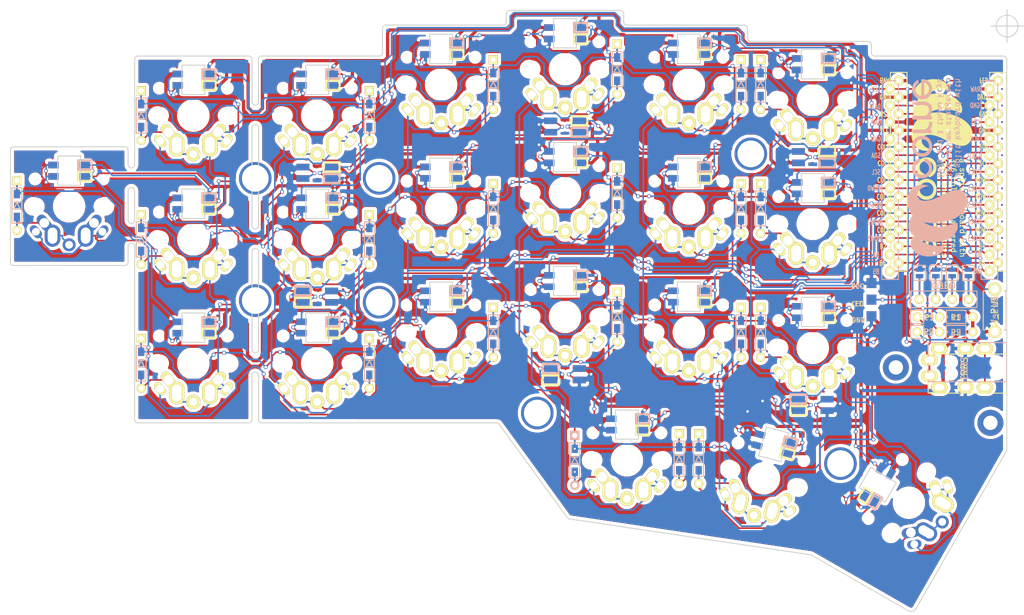
<source format=kicad_pcb>
(kicad_pcb (version 20171130) (host pcbnew "(5.1.5)-3")
  (title_block (title Crkbd) (date 2018/05/15) (rev 1.1) (company foostan))
  (layers (0 F.Cu signal) (31 B.Cu signal) (34 B.Paste user) (35 F.Paste user) (36 B.SilkS user) (37 F.SilkS user) (38 B.Mask user) (39 F.Mask user) (44 Edge.Cuts user))
  (net 0 "")
  (net 1 row0)
  (net 2 "Net-(D1-Pad2)")
  (net 3 row1)
  (net 4 "Net-(D2-Pad2)")
  (net 5 row2)
  (net 6 "Net-(D3-Pad2)")
  (net 7 row3)
  (net 8 "Net-(D4-Pad2)")
  (net 9 "Net-(D5-Pad2)")
  (net 10 "Net-(D6-Pad2)")
  (net 11 "Net-(D7-Pad2)")
  (net 12 "Net-(D8-Pad2)")
  (net 13 "Net-(D9-Pad2)")
  (net 14 "Net-(D10-Pad2)")
  (net 15 "Net-(D11-Pad2)")
  (net 16 "Net-(D12-Pad2)")
  (net 17 "Net-(D13-Pad2)")
  (net 18 "Net-(D14-Pad2)")
  (net 19 "Net-(D15-Pad2)")
  (net 20 "Net-(D16-Pad2)")
  (net 21 "Net-(D17-Pad2)")
  (net 22 "Net-(D18-Pad2)")
  (net 23 "Net-(D19-Pad2)")
  (net 24 "Net-(D20-Pad2)")
  (net 25 "Net-(D21-Pad2)")
  (net 26 GND)
  (net 27 VCC)
  (net 28 col0)
  (net 29 col1)
  (net 30 col2)
  (net 31 col3)
  (net 32 col4)
  (net 33 col5)
  (net 34 LED)
  (net 35 data)
  (net 36 "Net-(L1-Pad3)")
  (net 37 "Net-(L1-Pad1)")
  (net 38 "Net-(L10-Pad1)")
  (net 39 "Net-(L11-Pad1)")
  (net 40 "Net-(L13-Pad1)")
  (net 41 "Net-(L14-Pad3)")
  (net 42 "Net-(L10-Pad3)")
  (net 43 "Net-(L13-Pad3)")
  (net 44 "Net-(L15-Pad3)")
  (net 45 "Net-(L16-Pad3)")
  (net 46 reset)
  (net 47 SCL)
  (net 48 SDA)
  (net 49 "Net-(U1-Pad14)")
  (net 50 "Net-(U1-Pad13)")
  (net 51 "Net-(U1-Pad12)")
  (net 52 "Net-(U1-Pad11)")
  (net 53 "Net-(J2-Pad1)")
  (net 54 "Net-(J2-Pad2)")
  (net 55 "Net-(J2-Pad3)")
  (net 56 "Net-(J2-Pad4)")
  (net 57 "Net-(L2-Pad3)")
  (net 58 "Net-(L11-Pad3)")
  (net 59 "Net-(L14-Pad1)")
  (net 60 "Net-(L12-Pad3)")
  (net 61 "Net-(L17-Pad1)")
  (net 62 "Net-(L18-Pad3)")
  (net 63 "Net-(J1-PadA)")
  (net 64 "Net-(U1-Pad24)")
  (net 65 "Net-(L22-Pad3)")
  (net 66 "Net-(D22-Pad2)")
  (net 67 "Net-(L4-Pad1)")
  (net 68 "Net-(L5-Pad1)")
  (net 69 "Net-(L27-Pad3)")
  (net 70 "Net-(L7-Pad3)")
  (net 71 "Net-(L15-Pad1)")
  (net 72 "Net-(L19-Pad1)")
  (net 73 "Net-(L20-Pad3)")
  (net 74 "Net-(L23-Pad1)")
  (net 75 "Net-(L24-Pad3)")
  (net 76 "Net-(L25-Pad3)")
  (net 77 "Net-(L28-Pad1)")
  (module kbd:D3_TH_SMD (layer F.Cu) (at 128.5 130 270)
    (fp_text reference D19 hide)
    (fp_text value D hide)
    (pad 2 thru_hole rect (at 1.775 0 270) (size 1.3 0.95) (drill 0.3) (layers *.Cu *.Mask) (net 23 "Net-(D19-Pad2)"))
    (pad 2 thru_hole circle (at 3.81 0 270) (size 1.397 1.397) (drill 0.8128) (layers *.Cu *.SilkS *.Mask) (net 23 "Net-(D19-Pad2)"))
    (pad 1 thru_hole rect (at -3.81 0 270) (size 1.397 1.397) (drill 0.8128) (layers *.Cu *.SilkS *.Mask) (net 7 row3))
    (pad 1 thru_hole rect (at -1.775 0 270) (size 1.3 0.95) (drill 0.3) (layers *.Cu *.Mask) (net 7 row3))
  )
  (module kbd:SK6812MINI_underglow (layer F.Cu) (at 165 121.5 180)
    (fp_text reference L6 hide)
    (fp_text value SK6812MINI hide)
    (pad 2 smd rect (at -2.2 -0.875 180) (size 2 1) (layers B.Cu B.Paste B.Mask) (net 26 GND))
    (pad 1 smd rect (at -2.2 0.875 180) (size 2 1) (layers B.Cu B.Paste B.Mask) (net 69 "Net-(L27-Pad3)"))
    (pad 4 smd rect (at 2.2 0.875 180) (size 2 1) (layers B.Cu B.Paste B.Mask) (net 27 VCC))
    (pad 3 smd rect (at 2.2 -0.875 180) (size 2 1) (layers B.Cu B.Paste B.Mask) (net 68 "Net-(L5-Pad1)"))
    (pad 2 smd rect (at -2.2 0.875 180) (size 2 1) (layers F.Cu F.Paste F.Mask) (net 26 GND))
    (pad 1 smd rect (at -2.2 -0.875 180) (size 2 1) (layers F.Cu F.Paste F.Mask) (net 69 "Net-(L27-Pad3)"))
    (pad 3 smd rect (at 2.2 0.875 180) (size 2 1) (layers F.Cu F.Paste F.Mask) (net 68 "Net-(L5-Pad1)"))
    (pad 4 smd rect (at 2.2 -0.875 180) (size 2 1) (layers F.Cu F.Paste F.Mask) (net 27 VCC))
  )
  (module kbd:SK6812MINI_underglow (layer F.Cu) (at 127 116.8 180)
    (fp_text reference L5 hide)
    (fp_text value SK6812MINI hide)
    (pad 2 smd rect (at -2.2 -0.875 180) (size 2 1) (layers B.Cu B.Paste B.Mask) (net 26 GND))
    (pad 1 smd rect (at -2.2 0.875 180) (size 2 1) (layers B.Cu B.Paste B.Mask) (net 68 "Net-(L5-Pad1)"))
    (pad 4 smd rect (at 2.2 0.875 180) (size 2 1) (layers B.Cu B.Paste B.Mask) (net 27 VCC))
    (pad 3 smd rect (at 2.2 -0.875 180) (size 2 1) (layers B.Cu B.Paste B.Mask) (net 67 "Net-(L4-Pad1)"))
    (pad 2 smd rect (at -2.2 0.875 180) (size 2 1) (layers F.Cu F.Paste F.Mask) (net 26 GND))
    (pad 1 smd rect (at -2.2 -0.875 180) (size 2 1) (layers F.Cu F.Paste F.Mask) (net 68 "Net-(L5-Pad1)"))
    (pad 3 smd rect (at 2.2 0.875 180) (size 2 1) (layers F.Cu F.Paste F.Mask) (net 67 "Net-(L4-Pad1)"))
    (pad 4 smd rect (at 2.2 -0.875 180) (size 2 1) (layers F.Cu F.Paste F.Mask) (net 27 VCC))
  )
  (module kbd:SK6812MINI_underglow (layer F.Cu) (at 89 104.9 180)
    (fp_text reference L4 hide)
    (fp_text value SK6812MINI hide)
    (pad 2 smd rect (at -2.2 -0.875 180) (size 2 1) (layers B.Cu B.Paste B.Mask) (net 26 GND))
    (pad 1 smd rect (at -2.2 0.875 180) (size 2 1) (layers B.Cu B.Paste B.Mask) (net 67 "Net-(L4-Pad1)"))
    (pad 4 smd rect (at 2.2 0.875 180) (size 2 1) (layers B.Cu B.Paste B.Mask) (net 27 VCC))
    (pad 3 smd rect (at 2.2 -0.875 180) (size 2 1) (layers B.Cu B.Paste B.Mask) (net 37 "Net-(L1-Pad1)"))
    (pad 2 smd rect (at -2.2 0.875 180) (size 2 1) (layers F.Cu F.Paste F.Mask) (net 26 GND))
    (pad 1 smd rect (at -2.2 -0.875 180) (size 2 1) (layers F.Cu F.Paste F.Mask) (net 67 "Net-(L4-Pad1)"))
    (pad 3 smd rect (at 2.2 0.875 180) (size 2 1) (layers F.Cu F.Paste F.Mask) (net 37 "Net-(L1-Pad1)"))
    (pad 4 smd rect (at 2.2 -0.875 180) (size 2 1) (layers F.Cu F.Paste F.Mask) (net 27 VCC))
  )
  (module kbd:SK6812MINI_underglow (layer F.Cu) (at 165 83.5)
    (fp_text reference L3 hide)
    (fp_text value SK6812MINI hide)
    (pad 2 smd rect (at -2.2 -0.875) (size 2 1) (layers B.Cu B.Paste B.Mask) (net 26 GND))
    (pad 1 smd rect (at -2.2 0.875) (size 2 1) (layers B.Cu B.Paste B.Mask) (net 57 "Net-(L2-Pad3)"))
    (pad 4 smd rect (at 2.2 0.875) (size 2 1) (layers B.Cu B.Paste B.Mask) (net 27 VCC))
    (pad 3 smd rect (at 2.2 -0.875) (size 2 1) (layers B.Cu B.Paste B.Mask) (net 34 LED))
    (pad 2 smd rect (at -2.2 0.875) (size 2 1) (layers F.Cu F.Paste F.Mask) (net 26 GND))
    (pad 1 smd rect (at -2.2 -0.875) (size 2 1) (layers F.Cu F.Paste F.Mask) (net 57 "Net-(L2-Pad3)"))
    (pad 3 smd rect (at 2.2 0.875) (size 2 1) (layers F.Cu F.Paste F.Mask) (net 34 LED))
    (pad 4 smd rect (at 2.2 -0.875) (size 2 1) (layers F.Cu F.Paste F.Mask) (net 27 VCC))
  )
  (module kbd:SK6812MINI_underglow (layer F.Cu) (at 127 78.8)
    (fp_text reference L2 hide)
    (fp_text value SK6812MINI hide)
    (pad 2 smd rect (at -2.2 -0.875) (size 2 1) (layers B.Cu B.Paste B.Mask) (net 26 GND))
    (pad 1 smd rect (at -2.2 0.875) (size 2 1) (layers B.Cu B.Paste B.Mask) (net 36 "Net-(L1-Pad3)"))
    (pad 4 smd rect (at 2.2 0.875) (size 2 1) (layers B.Cu B.Paste B.Mask) (net 27 VCC))
    (pad 3 smd rect (at 2.2 -0.875) (size 2 1) (layers B.Cu B.Paste B.Mask) (net 57 "Net-(L2-Pad3)"))
    (pad 2 smd rect (at -2.2 0.875) (size 2 1) (layers F.Cu F.Paste F.Mask) (net 26 GND))
    (pad 1 smd rect (at -2.2 -0.875) (size 2 1) (layers F.Cu F.Paste F.Mask) (net 36 "Net-(L1-Pad3)"))
    (pad 3 smd rect (at 2.2 0.875) (size 2 1) (layers F.Cu F.Paste F.Mask) (net 57 "Net-(L2-Pad3)"))
    (pad 4 smd rect (at 2.2 -0.875) (size 2 1) (layers F.Cu F.Paste F.Mask) (net 27 VCC))
  )
  (module kbd:SK6812MINI_underglow (layer F.Cu) (at 89 85.9)
    (fp_text reference L1 hide)
    (fp_text value SK6812MINI hide)
    (pad 2 smd rect (at -2.2 -0.875) (size 2 1) (layers B.Cu B.Paste B.Mask) (net 26 GND))
    (pad 1 smd rect (at -2.2 0.875) (size 2 1) (layers B.Cu B.Paste B.Mask) (net 37 "Net-(L1-Pad1)"))
    (pad 4 smd rect (at 2.2 0.875) (size 2 1) (layers B.Cu B.Paste B.Mask) (net 27 VCC))
    (pad 3 smd rect (at 2.2 -0.875) (size 2 1) (layers B.Cu B.Paste B.Mask) (net 36 "Net-(L1-Pad3)"))
    (pad 2 smd rect (at -2.2 0.875) (size 2 1) (layers F.Cu F.Paste F.Mask) (net 26 GND))
    (pad 1 smd rect (at -2.2 -0.875) (size 2 1) (layers F.Cu F.Paste F.Mask) (net 37 "Net-(L1-Pad1)"))
    (pad 3 smd rect (at 2.2 0.875) (size 2 1) (layers F.Cu F.Paste F.Mask) (net 36 "Net-(L1-Pad3)"))
    (pad 4 smd rect (at 2.2 -0.875) (size 2 1) (layers F.Cu F.Paste F.Mask) (net 27 VCC))
  )
  (module kbd:MX_ALPS_PG1350_noLed (layer F.Cu) (at 50.95 91.045 180)
    (fp_text reference SW22 hide)
    (fp_text value SW_PUSH hide)
    (pad 1 thru_hole oval (at 5.1 -3.9 130) (size 2.2 1.25) (drill 1.2) (layers *.Cu *.Mask) (net 28 col0))
    (pad "" np_thru_hole circle (at 0 0 270) (size 4 4) (drill 4) (layers *.Cu *.Mask))
    (pad "" np_thru_hole circle (at -5.5 0 270) (size 1.9 1.9) (drill 1.9) (layers *.Cu *.Mask))
    (pad "" np_thru_hole circle (at 5.5 0 270) (size 1.9 1.9) (drill 1.9) (layers *.Cu *.Mask))
    (pad 1 thru_hole oval (at -5.1 -3.9 230) (size 2.2 1.25) (drill 1.2) (layers *.Cu *.Mask) (net 28 col0))
    (pad 2 thru_hole circle (at 0 -5.9 270) (size 2 2) (drill 1.2) (layers *.Cu *.Mask) (net 66 "Net-(D22-Pad2)"))
    (pad 1 thru_hole oval (at -3.81 -2.54 230) (size 2.8 1.55) (drill 1.5) (layers *.Cu *.Mask) (net 28 col0))
    (pad 2 thru_hole oval (at 3.81 -2.54 130) (size 2.8 1.55) (drill 1.5) (layers *.Cu *.Mask) (net 66 "Net-(D22-Pad2)"))
    (pad 2 thru_hole oval (at 2.54 -4.5 180) (size 2.4 3.4) (drill oval 1.5 2.5) (layers *.Cu *.Mask) (net 66 "Net-(D22-Pad2)"))
    (pad 1 thru_hole oval (at -2.54 -4.5 180) (size 2.4 3.4) (drill oval 1.5 2.5) (layers *.Cu *.Mask) (net 28 col0))
    (pad "" np_thru_hole circle (at 5.08 0 180) (size 1.7 1.7) (drill 1.7) (layers *.Cu *.Mask))
    (pad "" np_thru_hole circle (at -5.08 0 180) (size 1.7 1.7) (drill 1.7) (layers *.Cu *.Mask))
    (pad "" np_thru_hole circle (at 5.22 4.2 180) (size 1 1) (drill 1) (layers *.Cu *.Mask))
    (pad "" np_thru_hole circle (at -5.22 4.2 180) (size 1 1) (drill 1) (layers *.Cu *.Mask))
  )
  (module kbd:MX_ALPS_PG1350_noLed_1.75u (layer F.Cu) (at 179.75 136.5 240)
    (fp_text reference SW21 hide)
    (fp_text value SW_PUSH hide)
    (pad 1 thru_hole oval (at 5.1 -3.9 190) (size 2.2 1.25) (drill 1.2) (layers *.Cu *.Mask) (net 33 col5))
    (pad "" np_thru_hole circle (at 0 0 330) (size 4 4) (drill 4) (layers *.Cu *.Mask F.SilkS))
    (pad "" np_thru_hole circle (at -5.5 0 330) (size 1.9 1.9) (drill 1.9) (layers *.Cu *.Mask F.SilkS))
    (pad "" np_thru_hole circle (at 5.5 0 330) (size 1.9 1.9) (drill 1.9) (layers *.Cu *.Mask F.SilkS))
    (pad 1 thru_hole oval (at -5.1 -3.9 290) (size 2.2 1.25) (drill 1.2) (layers *.Cu *.Mask F.SilkS) (net 33 col5))
    (pad 2 thru_hole circle (at 0 -5.9 330) (size 2 2) (drill 1.2) (layers *.Cu *.Mask) (net 25 "Net-(D21-Pad2)"))
    (pad "" thru_hole circle (at 2.54 -5.08 240) (size 2.4 2.4) (drill 1.5) (layers *.Cu *.Mask))
    (pad 1 thru_hole oval (at -3.81 -2.54 290) (size 2.8 1.55) (drill 1.5) (layers *.Cu *.Mask F.SilkS) (net 33 col5))
    (pad 1 thru_hole circle (at -2.54 -5.08 240) (size 2.4 2.4) (drill 1.5) (layers *.Cu *.Mask F.SilkS) (net 33 col5))
    (pad 2 thru_hole oval (at 3.81 -2.540001 190) (size 2.8 1.55) (drill 1.5) (layers *.Cu *.Mask) (net 25 "Net-(D21-Pad2)"))
    (pad "" thru_hole circle (at 2.540001 -4.5 240) (size 2.4 2.4) (drill 1.5) (layers *.Cu *.Mask))
    (pad "" thru_hole circle (at 2.54 -4.000001 240) (size 2.4 2.4) (drill 1.5) (layers *.Cu *.Mask))
    (pad 1 thru_hole circle (at -2.540001 -4 240) (size 2.4 2.4) (drill 1.5) (layers *.Cu *.Mask F.SilkS) (net 33 col5))
    (pad 1 thru_hole circle (at -2.54 -4.499999 240) (size 2.4 2.4) (drill 1.5) (layers *.Cu *.Mask F.SilkS) (net 33 col5))
    (pad "" np_thru_hole circle (at 5.08 0 240) (size 1.7 1.7) (drill 1.7) (layers *.Cu *.Mask F.SilkS))
    (pad "" np_thru_hole circle (at -5.08 0 240) (size 1.7 1.7) (drill 1.7) (layers *.Cu *.Mask F.SilkS))
    (pad "" np_thru_hole circle (at 5.22 4.2 240) (size 1 1) (drill 1) (layers *.Cu *.Mask F.SilkS))
    (pad "" np_thru_hole circle (at -5.22 4.2 240) (size 1 1) (drill 1) (layers *.Cu *.Mask F.SilkS))
  )
  (module kbd:SK6812MINI_rev (layer F.Cu) (at 50.95 85.584)
    (fp_text reference L28 hide)
    (fp_text value SK6812MINI hide)
    (pad 2 smd rect (at -2.4 0.875) (size 1.6 1) (layers B.Cu B.Paste B.Mask) (net 26 GND))
    (pad 1 smd rect (at -2.4 -0.875) (size 1.6 1) (layers B.Cu B.Paste B.Mask) (net 77 "Net-(L28-Pad1)"))
    (pad 4 smd rect (at 2.4 -0.875) (size 1.6 1) (layers B.Cu B.Paste B.Mask) (net 27 VCC))
    (pad 3 smd rect (at 2.4 0.875) (size 1.6 1) (layers B.Cu B.Paste B.Mask) (net 72 "Net-(L19-Pad1)"))
    (pad 2 smd rect (at -2.4 -0.875) (size 1.6 1) (layers F.Cu F.Paste F.Mask) (net 26 GND))
    (pad 1 smd rect (at -2.4 0.875) (size 1.6 1) (layers F.Cu F.Paste F.Mask) (net 77 "Net-(L28-Pad1)"))
    (pad 3 smd rect (at 2.4 -0.875) (size 1.6 1) (layers F.Cu F.Paste F.Mask) (net 72 "Net-(L19-Pad1)"))
    (pad 4 smd rect (at 2.4 0.875) (size 1.6 1) (layers F.Cu F.Paste F.Mask) (net 27 VCC))
  )
  (module kbd:D3_TH_SMD (layer F.Cu) (at 42.949 90.918 270)
    (fp_text reference D22 hide)
    (fp_text value D hide)
    (pad 2 smd rect (at 1.775 0 270) (size 1.3 0.95) (layers F.Cu F.Paste F.Mask) (net 66 "Net-(D22-Pad2)"))
    (pad 2 thru_hole circle (at 3.81 0 270) (size 1.397 1.397) (drill 0.8128) (layers *.Cu *.Mask F.SilkS) (net 66 "Net-(D22-Pad2)"))
    (pad 1 thru_hole rect (at -3.81 0 270) (size 1.397 1.397) (drill 0.8128) (layers *.Cu *.Mask F.SilkS) (net 7 row3))
    (pad 1 smd rect (at -1.775 0 270) (size 1.3 0.95) (layers B.Cu B.Paste B.Mask) (net 7 row3))
    (pad 2 smd rect (at 1.775 0 270) (size 1.3 0.95) (layers B.Cu B.Paste B.Mask) (net 66 "Net-(D22-Pad2)"))
    (pad 1 smd rect (at -1.775 0 270) (size 1.3 0.95) (layers F.Cu F.Paste F.Mask) (net 7 row3))
  )
  (module kbd:OLED (layer F.Cu) (at 181.3 105.3)
    (fp_text reference J2)
    (fp_text value OLED hide)
    (fp_text user OLED (at 3.75 -2.1) (layer B.SilkS) (effects (justify mirror)))
    (fp_text user OLED (at 3.8 -2.1) (layer F.SilkS))
    (pad 4 thru_hole circle (at 7.62 0) (size 1.397 1.397) (drill 0.8128) (layers *.Cu *.Mask F.SilkS) (net 56 "Net-(J2-Pad4)"))
    (pad 3 thru_hole circle (at 5.08 0) (size 1.397 1.397) (drill 0.8128) (layers *.Cu *.Mask F.SilkS) (net 55 "Net-(J2-Pad3)"))
    (pad 2 thru_hole circle (at 2.54 0) (size 1.397 1.397) (drill 0.8128) (layers *.Cu *.Mask F.SilkS) (net 54 "Net-(J2-Pad2)"))
    (pad 1 thru_hole circle (at 0 0) (size 1.397 1.397) (drill 0.8128) (layers *.Cu *.Mask F.SilkS) (net 53 "Net-(J2-Pad1)"))
  )
  (module kbd:MJ-4PP-9 (layer F.Cu) (at 194.7 116.7 270)
    (fp_text reference J1)
    (fp_text value MJ-4PP-9 hide)
    (fp_text user TRRS (at -0.75 6.45 270) (layer F.SilkS))
    (fp_text user TRRS (at -0.8255 6.4135 270) (layer B.SilkS) (effects (justify mirror)))
    (pad A thru_hole oval (at -2.1 11.8 270) (size 1.7 2.5) (drill oval 1 1.5) (layers *.Cu *.Mask F.SilkS) (net 63 "Net-(J1-PadA)") (clearance 0.15))
    (pad D thru_hole oval (at 2.1 10.3 270) (size 1.7 2.5) (drill oval 1 1.5) (layers *.Cu *.Mask F.SilkS) (net 27 VCC) (clearance 0.15))
    (pad C thru_hole oval (at 2.1 6.3 270) (size 1.7 2.5) (drill oval 1 1.5) (layers *.Cu *.Mask F.SilkS) (net 26 GND))
    (pad B thru_hole oval (at 2.1 3.3 270) (size 1.7 2.5) (drill oval 1 1.5) (layers *.Cu *.Mask F.SilkS) (net 35 data))
    (pad "" np_thru_hole circle (at 0 8.5 270) (size 1.2 1.2) (drill 1.2) (layers *.Cu *.Mask F.SilkS))
    (pad "" np_thru_hole circle (at 0 1.5 270) (size 1.2 1.2) (drill 1.2) (layers *.Cu *.Mask F.SilkS))
    (pad C thru_hole oval (at -3.85 6.3 270) (size 1.7 2.5) (drill oval 1 1.5) (layers *.Cu *.Mask F.SilkS) (net 26 GND))
    (pad B thru_hole oval (at -3.85 3.3 270) (size 1.7 2.5) (drill oval 1 1.5) (layers *.Cu *.Mask F.SilkS) (net 35 data))
    (pad A thru_hole oval (at 0.35 11.8 270) (size 1.7 2.5) (drill oval 1 1.5) (layers *.Cu *.Mask F.SilkS) (net 63 "Net-(J1-PadA)") (clearance 0.15))
    (pad D thru_hole oval (at -3.85 10.3 270) (size 1.7 2.5) (drill oval 1 1.5) (layers *.Cu *.Mask F.SilkS) (net 27 VCC) (clearance 0.15))
    (pad "" np_thru_hole circle (at -1.75 1.5 270) (size 1.2 1.2) (drill 1.2) (layers *.Cu *.Mask F.SilkS))
    (pad "" np_thru_hole circle (at -1.75 8.5 270) (size 1.2 1.2) (drill 1.2) (layers *.Cu *.Mask F.SilkS))
  )
  (module kbd:ProMicro_v2 (layer F.Cu) (at 185.75 86.25)
    (fp_text reference U1 hide)
    (fp_text value ProMicro hide)
    (fp_text user "" (at -0.5 -17.25) (layer F.SilkS))
    (fp_text user "" (at -1.2065 -16.256) (layer B.SilkS) (effects (justify mirror)))
    (fp_text user RAW (at -9.7155 -14.478) (layer F.SilkS) (effects (font (size 0.75 0.5) (thickness 0.125))))
    (fp_text user LED (at 5.5 -14.478) (layer F.SilkS) (effects (font (size 0.75 0.5) (thickness 0.125))))
    (fp_text user GND (at -9.7155 -11.938) (layer F.SilkS) (effects (font (size 0.75 0.5) (thickness 0.125))))
    (fp_text user DATA (at 5.35 -11.95) (layer F.SilkS) (effects (font (size 0.75 0.5) (thickness 0.125))))
    (fp_text user RST (at -9.7155 -9.3345) (layer F.SilkS) (effects (font (size 0.75 0.5) (thickness 0.125))))
    (fp_text user GND (at 5.5245 -9.3345) (layer F.SilkS) (effects (font (size 0.75 0.5) (thickness 0.125))))
    (fp_text user VCC (at -9.7155 -6.858) (layer F.SilkS) (effects (font (size 0.75 0.5) (thickness 0.125))))
    (fp_text user GND (at 5.461 -6.7945) (layer F.SilkS) (effects (font (size 0.75 0.5) (thickness 0.125))))
    (fp_text user COL3 (at -10 3.35) (layer F.SilkS) (effects (font (size 0.75 0.5) (thickness 0.125))))
    (fp_text user ROW0 (at 5.2 0.8) (layer F.SilkS) (effects (font (size 0.75 0.5) (thickness 0.125))))
    (fp_text user COL2 (at -9.9 0.762) (layer F.SilkS) (effects (font (size 0.75 0.5) (thickness 0.125))))
    (fp_text user SCL (at 5.461 -1.778) (layer F.SilkS) (effects (font (size 0.75 0.5) (thickness 0.125))))
    (fp_text user COL1 (at -9.85 -1.778) (layer F.SilkS) (effects (font (size 0.75 0.5) (thickness 0.125))))
    (fp_text user SDA (at 5.461 -4.318) (layer F.SilkS) (effects (font (size 0.75 0.5) (thickness 0.125))))
    (fp_text user COL0 (at -9.9 -4.3) (layer F.SilkS) (effects (font (size 0.75 0.5) (thickness 0.125))))
    (fp_text user B6 (at -10.05 13.5) (layer F.SilkS) (effects (font (size 0.75 0.5) (thickness 0.125))))
    (fp_text user B5 (at 5.2 13.5255) (layer F.SilkS) (effects (font (size 0.75 0.5) (thickness 0.125))))
    (fp_text user B4 (at 5.2 10.922) (layer F.SilkS) (effects (font (size 0.75 0.5) (thickness 0.125))))
    (fp_text user B2 (at -9.95 10.95) (layer F.SilkS) (effects (font (size 0.75 0.5) (thickness 0.125))))
    (fp_text user ROW3 (at 5.2 8.4455) (layer F.SilkS) (effects (font (size 0.75 0.5) (thickness 0.125))))
    (fp_text user COL5 (at -9.95 8.4455) (layer F.SilkS) (effects (font (size 0.75 0.5) (thickness 0.125))))
    (fp_text user ROW2 (at 5.2 5.85) (layer F.SilkS) (effects (font (size 0.75 0.5) (thickness 0.125))))
    (fp_text user COL4 (at -9.95 5.85) (layer F.SilkS) (effects (font (size 0.75 0.5) (thickness 0.125))))
    (fp_text user ROW1 (at 5.25 3.302) (layer F.SilkS) (effects (font (size 0.75 0.5) (thickness 0.125))))
    (fp_text user ROW1 (at -11.3 4.6355) (layer B.SilkS) (effects (font (size 0.75 0.5) (thickness 0.125)) (justify mirror)))
    (fp_text user COL4 (at 3.95 7.112) (layer B.SilkS) (effects (font (size 0.75 0.5) (thickness 0.125)) (justify mirror)))
    (fp_text user ROW2 (at -11.3 7.239) (layer B.SilkS) (effects (font (size 0.75 0.5) (thickness 0.125)) (justify mirror)))
    (fp_text user COL5 (at 4 9.75) (layer B.SilkS) (effects (font (size 0.75 0.5) (thickness 0.125)) (justify mirror)))
    (fp_text user ROW3 (at -11.3 9.75) (layer B.SilkS) (effects (font (size 0.75 0.5) (thickness 0.125)) (justify mirror)))
    (fp_text user B2 (at 4.5085 12.1285) (layer B.SilkS) (effects (font (size 0.75 0.5) (thickness 0.125)) (justify mirror)))
    (fp_text user B4 (at -11.049 12.2555) (layer B.SilkS) (effects (font (size 0.75 0.5) (thickness 0.125)) (justify mirror)))
    (fp_text user B5 (at -11.049 14.7955) (layer B.SilkS) (effects (font (size 0.75 0.5) (thickness 0.125)) (justify mirror)))
    (fp_text user B6 (at 4.445 14.732) (layer B.SilkS) (effects (font (size 0.75 0.5) (thickness 0.125)) (justify mirror)))
    (fp_text user COL0 (at 4 -2.95) (layer B.SilkS) (effects (font (size 0.75 0.5) (thickness 0.125)) (justify mirror)))
    (fp_text user SDA (at -11.049 -2.9845) (layer B.SilkS) (effects (font (size 0.75 0.5) (thickness 0.125)) (justify mirror)))
    (fp_text user COL1 (at 4 -0.4445) (layer B.SilkS) (effects (font (size 0.75 0.5) (thickness 0.125)) (justify mirror)))
    (fp_text user SCL (at -11.049 -0.4445) (layer B.SilkS) (effects (font (size 0.75 0.5) (thickness 0.125)) (justify mirror)))
    (fp_text user COL2 (at 4 2.1) (layer B.SilkS) (effects (font (size 0.75 0.5) (thickness 0.125)) (justify mirror)))
    (fp_text user ROW0 (at -11.3 2.032) (layer B.SilkS) (effects (font (size 0.75 0.5) (thickness 0.125)) (justify mirror)))
    (fp_text user COL3 (at 4 4.6) (layer B.SilkS) (effects (font (size 0.75 0.5) (thickness 0.125)) (justify mirror)))
    (fp_text user GND (at -11.049 -5.5245) (layer B.SilkS) (effects (font (size 0.75 0.5) (thickness 0.125)) (justify mirror)))
    (fp_text user VCC (at 4.1275 -5.5245) (layer B.SilkS) (effects (font (size 0.75 0.5) (thickness 0.125)) (justify mirror)))
    (fp_text user GND (at -11.049 -8.0645) (layer B.SilkS) (effects (font (size 0.75 0.5) (thickness 0.125)) (justify mirror)))
    (fp_text user RST (at 4.191 -8.0645) (layer B.SilkS) (effects (font (size 0.75 0.5) (thickness 0.125)) (justify mirror)))
    (fp_text user DATA (at -11.2 -10.5) (layer B.SilkS) (effects (font (size 0.75 0.5) (thickness 0.125)) (justify mirror)))
    (fp_text user GND (at 4.1275 -10.668) (layer B.SilkS) (effects (font (size 0.75 0.5) (thickness 0.125)) (justify mirror)))
    (fp_text user LED (at -11.049 -13.1445) (layer B.SilkS) (effects (font (size 0.75 0.5) (thickness 0.125)) (justify mirror)))
    (fp_text user RAW (at 4.191 -13.1445) (layer B.SilkS) (effects (font (size 0.75 0.5) (thickness 0.125)) (justify mirror)))
    (pad 24 thru_hole circle (at 6.35 -13.208) (size 1.524 1.524) (drill 0.8128) (layers *.Cu *.Mask F.SilkS) (net 64 "Net-(U1-Pad24)"))
    (pad 23 thru_hole circle (at 6.35 -10.668) (size 1.524 1.524) (drill 0.8128) (layers *.Cu *.Mask F.SilkS) (net 26 GND))
    (pad 22 thru_hole circle (at 6.35 -8.128) (size 1.524 1.524) (drill 0.8128) (layers *.Cu *.Mask F.SilkS) (net 46 reset))
    (pad 21 thru_hole circle (at 6.35 -5.588) (size 1.524 1.524) (drill 0.8128) (layers *.Cu *.Mask F.SilkS) (net 27 VCC))
    (pad 20 thru_hole circle (at 6.35 -3.048) (size 1.524 1.524) (drill 0.8128) (layers *.Cu *.Mask F.SilkS) (net 28 col0))
    (pad 19 thru_hole circle (at 6.35 -0.508) (size 1.524 1.524) (drill 0.8128) (layers *.Cu *.Mask F.SilkS) (net 29 col1))
    (pad 18 thru_hole circle (at 6.35 2.032) (size 1.524 1.524) (drill 0.8128) (layers *.Cu *.Mask F.SilkS) (net 30 col2))
    (pad 17 thru_hole circle (at 6.35 4.572) (size 1.524 1.524) (drill 0.8128) (layers *.Cu *.Mask F.SilkS) (net 31 col3))
    (pad 16 thru_hole circle (at 6.35 7.112) (size 1.524 1.524) (drill 0.8128) (layers *.Cu *.Mask F.SilkS) (net 32 col4))
    (pad 15 thru_hole circle (at 6.35 9.652) (size 1.524 1.524) (drill 0.8128) (layers *.Cu *.Mask F.SilkS) (net 33 col5))
    (pad 14 thru_hole circle (at 6.35 12.192) (size 1.524 1.524) (drill 0.8128) (layers *.Cu *.Mask F.SilkS) (net 49 "Net-(U1-Pad14)"))
    (pad 13 thru_hole circle (at 6.35 14.732) (size 1.524 1.524) (drill 0.8128) (layers *.Cu *.Mask F.SilkS) (net 50 "Net-(U1-Pad13)"))
    (pad 12 thru_hole circle (at -8.89 14.732) (size 1.524 1.524) (drill 0.8128) (layers *.Cu *.Mask F.SilkS) (net 51 "Net-(U1-Pad12)"))
    (pad 11 thru_hole circle (at -8.89 12.192) (size 1.524 1.524) (drill 0.8128) (layers *.Cu *.Mask F.SilkS) (net 52 "Net-(U1-Pad11)"))
    (pad 10 thru_hole circle (at -8.89 9.652) (size 1.524 1.524) (drill 0.8128) (layers *.Cu *.Mask F.SilkS) (net 7 row3))
    (pad 9 thru_hole circle (at -8.89 7.112) (size 1.524 1.524) (drill 0.8128) (layers *.Cu *.Mask F.SilkS) (net 5 row2))
    (pad 8 thru_hole circle (at -8.89 4.572) (size 1.524 1.524) (drill 0.8128) (layers *.Cu *.Mask F.SilkS) (net 3 row1))
    (pad 7 thru_hole circle (at -8.89 2.032) (size 1.524 1.524) (drill 0.8128) (layers *.Cu *.Mask F.SilkS) (net 1 row0))
    (pad 6 thru_hole circle (at -8.89 -0.508) (size 1.524 1.524) (drill 0.8128) (layers *.Cu *.Mask F.SilkS) (net 47 SCL))
    (pad 5 thru_hole circle (at -8.89 -3.048) (size 1.524 1.524) (drill 0.8128) (layers *.Cu *.Mask F.SilkS) (net 48 SDA))
    (pad 4 thru_hole circle (at -8.89 -5.588) (size 1.524 1.524) (drill 0.8128) (layers *.Cu *.Mask F.SilkS) (net 26 GND))
    (pad 3 thru_hole circle (at -8.89 -8.128) (size 1.524 1.524) (drill 0.8128) (layers *.Cu *.Mask F.SilkS) (net 26 GND))
    (pad 2 thru_hole circle (at -8.89 -10.668) (size 1.524 1.524) (drill 0.8128) (layers *.Cu *.Mask F.SilkS) (net 35 data))
    (pad 1 thru_hole circle (at -8.89 -13.208) (size 1.524 1.524) (drill 0.8128) (layers *.Cu *.Mask F.SilkS) (net 34 LED))
    (pad 1 thru_hole circle (at 7.6564 -14.478) (size 1.524 1.524) (drill 0.8128) (layers *.Cu *.Mask F.SilkS) (net 34 LED))
    (pad 2 thru_hole circle (at 7.6564 -11.938) (size 1.524 1.524) (drill 0.8128) (layers *.Cu *.Mask F.SilkS) (net 35 data))
    (pad 3 thru_hole circle (at 7.6564 -9.398) (size 1.524 1.524) (drill 0.8128) (layers *.Cu *.Mask F.SilkS) (net 26 GND))
    (pad 4 thru_hole circle (at 7.6564 -6.858) (size 1.524 1.524) (drill 0.8128) (layers *.Cu *.Mask F.SilkS) (net 26 GND))
    (pad 5 thru_hole circle (at 7.6564 -4.318) (size 1.524 1.524) (drill 0.8128) (layers *.Cu *.Mask F.SilkS) (net 48 SDA))
    (pad 6 thru_hole circle (at 7.6564 -1.778) (size 1.524 1.524) (drill 0.8128) (layers *.Cu *.Mask F.SilkS) (net 47 SCL))
    (pad 7 thru_hole circle (at 7.6564 0.762) (size 1.524 1.524) (drill 0.8128) (layers *.Cu *.Mask F.SilkS) (net 1 row0))
    (pad 8 thru_hole circle (at 7.6564 3.302) (size 1.524 1.524) (drill 0.8128) (layers *.Cu *.Mask F.SilkS) (net 3 row1))
    (pad 9 thru_hole circle (at 7.6564 5.842) (size 1.524 1.524) (drill 0.8128) (layers *.Cu *.Mask F.SilkS) (net 5 row2))
    (pad 10 thru_hole circle (at 7.6564 8.382) (size 1.524 1.524) (drill 0.8128) (layers *.Cu *.Mask F.SilkS) (net 7 row3))
    (pad 11 thru_hole circle (at 7.6564 10.922) (size 1.524 1.524) (drill 0.8128) (layers *.Cu *.Mask F.SilkS) (net 52 "Net-(U1-Pad11)"))
    (pad 12 thru_hole circle (at 7.6564 13.462) (size 1.524 1.524) (drill 0.8128) (layers *.Cu *.Mask F.SilkS) (net 51 "Net-(U1-Pad12)"))
    (pad 13 thru_hole circle (at -7.5636 13.462) (size 1.524 1.524) (drill 0.8128) (layers *.Cu *.Mask F.SilkS) (net 50 "Net-(U1-Pad13)"))
    (pad 14 thru_hole circle (at -7.5636 10.922) (size 1.524 1.524) (drill 0.8128) (layers *.Cu *.Mask F.SilkS) (net 49 "Net-(U1-Pad14)"))
    (pad 15 thru_hole circle (at -7.5636 8.382) (size 1.524 1.524) (drill 0.8128) (layers *.Cu *.Mask F.SilkS) (net 33 col5))
    (pad 16 thru_hole circle (at -7.5636 5.842) (size 1.524 1.524) (drill 0.8128) (layers *.Cu *.Mask F.SilkS) (net 32 col4))
    (pad 17 thru_hole circle (at -7.5636 3.302) (size 1.524 1.524) (drill 0.8128) (layers *.Cu *.Mask F.SilkS) (net 31 col3))
    (pad 18 thru_hole circle (at -7.5636 0.762) (size 1.524 1.524) (drill 0.8128) (layers *.Cu *.Mask F.SilkS) (net 30 col2))
    (pad 19 thru_hole circle (at -7.5636 -1.778) (size 1.524 1.524) (drill 0.8128) (layers *.Cu *.Mask F.SilkS) (net 29 col1))
    (pad 20 thru_hole circle (at -7.5636 -4.318) (size 1.524 1.524) (drill 0.8128) (layers *.Cu *.Mask F.SilkS) (net 28 col0))
    (pad 21 thru_hole circle (at -7.5636 -6.858) (size 1.524 1.524) (drill 0.8128) (layers *.Cu *.Mask F.SilkS) (net 27 VCC))
    (pad 22 thru_hole circle (at -7.5636 -9.398) (size 1.524 1.524) (drill 0.8128) (layers *.Cu *.Mask F.SilkS) (net 46 reset))
    (pad 23 thru_hole circle (at -7.5636 -11.938) (size 1.524 1.524) (drill 0.8128) (layers *.Cu *.Mask F.SilkS) (net 26 GND))
    (pad 24 thru_hole circle (at -7.5636 -14.478) (size 1.524 1.524) (drill 0.8128) (layers *.Cu *.Mask F.SilkS) (net 64 "Net-(U1-Pad24)"))
  )
  (module kbd:SK6812MINI_rev (layer F.Cu) (at 70 71.625)
    (fp_text reference L7 hide)
    (fp_text value SK6812MINI hide)
    (pad 2 smd rect (at -2.4 0.875) (size 1.6 1) (layers B.Cu B.Paste B.Mask) (net 26 GND))
    (pad 1 smd rect (at -2.4 -0.875) (size 1.6 1) (layers B.Cu B.Paste B.Mask) (net 43 "Net-(L13-Pad3)"))
    (pad 4 smd rect (at 2.4 -0.875) (size 1.6 1) (layers B.Cu B.Paste B.Mask) (net 27 VCC))
    (pad 3 smd rect (at 2.4 0.875) (size 1.6 1) (layers B.Cu B.Paste B.Mask) (net 70 "Net-(L7-Pad3)"))
    (pad 2 smd rect (at -2.4 -0.875) (size 1.6 1) (layers F.Cu F.Paste F.Mask) (net 26 GND))
    (pad 1 smd rect (at -2.4 0.875) (size 1.6 1) (layers F.Cu F.Paste F.Mask) (net 43 "Net-(L13-Pad3)"))
    (pad 3 smd rect (at 2.4 -0.875) (size 1.6 1) (layers F.Cu F.Paste F.Mask) (net 70 "Net-(L7-Pad3)"))
    (pad 4 smd rect (at 2.4 0.875) (size 1.6 1) (layers F.Cu F.Paste F.Mask) (net 27 VCC))
  )
  (module kbd:SK6812MINI_rev (layer F.Cu) (at 89 71.625)
    (fp_text reference L8 hide)
    (fp_text value SK6812MINI hide)
    (pad 2 smd rect (at -2.4 0.875) (size 1.6 1) (layers B.Cu B.Paste B.Mask) (net 26 GND))
    (pad 1 smd rect (at -2.4 -0.875) (size 1.6 1) (layers B.Cu B.Paste B.Mask) (net 70 "Net-(L7-Pad3)"))
    (pad 4 smd rect (at 2.4 -0.875) (size 1.6 1) (layers B.Cu B.Paste B.Mask) (net 27 VCC))
    (pad 3 smd rect (at 2.4 0.875) (size 1.6 1) (layers B.Cu B.Paste B.Mask) (net 59 "Net-(L14-Pad1)"))
    (pad 2 smd rect (at -2.4 -0.875) (size 1.6 1) (layers F.Cu F.Paste F.Mask) (net 26 GND))
    (pad 1 smd rect (at -2.4 0.875) (size 1.6 1) (layers F.Cu F.Paste F.Mask) (net 70 "Net-(L7-Pad3)"))
    (pad 3 smd rect (at 2.4 -0.875) (size 1.6 1) (layers F.Cu F.Paste F.Mask) (net 59 "Net-(L14-Pad1)"))
    (pad 4 smd rect (at 2.4 0.875) (size 1.6 1) (layers F.Cu F.Paste F.Mask) (net 27 VCC))
  )
  (module kbd:SK6812MINI_rev (layer F.Cu) (at 108 66.875)
    (fp_text reference L9 hide)
    (fp_text value SK6812MINI hide)
    (pad 2 smd rect (at -2.4 0.875) (size 1.6 1) (layers B.Cu B.Paste B.Mask) (net 26 GND))
    (pad 1 smd rect (at -2.4 -0.875) (size 1.6 1) (layers B.Cu B.Paste B.Mask) (net 44 "Net-(L15-Pad3)"))
    (pad 4 smd rect (at 2.4 -0.875) (size 1.6 1) (layers B.Cu B.Paste B.Mask) (net 27 VCC))
    (pad 3 smd rect (at 2.4 0.875) (size 1.6 1) (layers B.Cu B.Paste B.Mask) (net 38 "Net-(L10-Pad1)"))
    (pad 2 smd rect (at -2.4 -0.875) (size 1.6 1) (layers F.Cu F.Paste F.Mask) (net 26 GND))
    (pad 1 smd rect (at -2.4 0.875) (size 1.6 1) (layers F.Cu F.Paste F.Mask) (net 44 "Net-(L15-Pad3)"))
    (pad 3 smd rect (at 2.4 -0.875) (size 1.6 1) (layers F.Cu F.Paste F.Mask) (net 38 "Net-(L10-Pad1)"))
    (pad 4 smd rect (at 2.4 0.875) (size 1.6 1) (layers F.Cu F.Paste F.Mask) (net 27 VCC))
  )
  (module kbd:SK6812MINI_rev (layer F.Cu) (at 127 64.5)
    (fp_text reference L10 hide)
    (fp_text value SK6812MINI hide)
    (pad 2 smd rect (at -2.4 0.875) (size 1.6 1) (layers B.Cu B.Paste B.Mask) (net 26 GND))
    (pad 1 smd rect (at -2.4 -0.875) (size 1.6 1) (layers B.Cu B.Paste B.Mask) (net 38 "Net-(L10-Pad1)"))
    (pad 4 smd rect (at 2.4 -0.875) (size 1.6 1) (layers B.Cu B.Paste B.Mask) (net 27 VCC))
    (pad 3 smd rect (at 2.4 0.875) (size 1.6 1) (layers B.Cu B.Paste B.Mask) (net 42 "Net-(L10-Pad3)"))
    (pad 2 smd rect (at -2.4 -0.875) (size 1.6 1) (layers F.Cu F.Paste F.Mask) (net 26 GND))
    (pad 1 smd rect (at -2.4 0.875) (size 1.6 1) (layers F.Cu F.Paste F.Mask) (net 38 "Net-(L10-Pad1)"))
    (pad 3 smd rect (at 2.4 -0.875) (size 1.6 1) (layers F.Cu F.Paste F.Mask) (net 42 "Net-(L10-Pad3)"))
    (pad 4 smd rect (at 2.4 0.875) (size 1.6 1) (layers F.Cu F.Paste F.Mask) (net 27 VCC))
  )
  (module kbd:SK6812MINI_rev (layer F.Cu) (at 146 66.875)
    (fp_text reference L11 hide)
    (fp_text value SK6812MINI hide)
    (pad 2 smd rect (at -2.4 0.875) (size 1.6 1) (layers B.Cu B.Paste B.Mask) (net 26 GND))
    (pad 1 smd rect (at -2.4 -0.875) (size 1.6 1) (layers B.Cu B.Paste B.Mask) (net 39 "Net-(L11-Pad1)"))
    (pad 4 smd rect (at 2.4 -0.875) (size 1.6 1) (layers B.Cu B.Paste B.Mask) (net 27 VCC))
    (pad 3 smd rect (at 2.4 0.875) (size 1.6 1) (layers B.Cu B.Paste B.Mask) (net 58 "Net-(L11-Pad3)"))
    (pad 2 smd rect (at -2.4 -0.875) (size 1.6 1) (layers F.Cu F.Paste F.Mask) (net 26 GND))
    (pad 1 smd rect (at -2.4 0.875) (size 1.6 1) (layers F.Cu F.Paste F.Mask) (net 39 "Net-(L11-Pad1)"))
    (pad 3 smd rect (at 2.4 -0.875) (size 1.6 1) (layers F.Cu F.Paste F.Mask) (net 58 "Net-(L11-Pad3)"))
    (pad 4 smd rect (at 2.4 0.875) (size 1.6 1) (layers F.Cu F.Paste F.Mask) (net 27 VCC))
  )
  (module kbd:SK6812MINI_rev (layer F.Cu) (at 165 69.25)
    (fp_text reference L12 hide)
    (fp_text value SK6812MINI hide)
    (pad 2 smd rect (at -2.4 0.875) (size 1.6 1) (layers B.Cu B.Paste B.Mask) (net 26 GND))
    (pad 1 smd rect (at -2.4 -0.875) (size 1.6 1) (layers B.Cu B.Paste B.Mask) (net 58 "Net-(L11-Pad3)"))
    (pad 4 smd rect (at 2.4 -0.875) (size 1.6 1) (layers B.Cu B.Paste B.Mask) (net 27 VCC))
    (pad 3 smd rect (at 2.4 0.875) (size 1.6 1) (layers B.Cu B.Paste B.Mask) (net 60 "Net-(L12-Pad3)"))
    (pad 2 smd rect (at -2.4 -0.875) (size 1.6 1) (layers F.Cu F.Paste F.Mask) (net 26 GND))
    (pad 1 smd rect (at -2.4 0.875) (size 1.6 1) (layers F.Cu F.Paste F.Mask) (net 58 "Net-(L11-Pad3)"))
    (pad 3 smd rect (at 2.4 -0.875) (size 1.6 1) (layers F.Cu F.Paste F.Mask) (net 60 "Net-(L12-Pad3)"))
    (pad 4 smd rect (at 2.4 0.875) (size 1.6 1) (layers F.Cu F.Paste F.Mask) (net 27 VCC))
  )
  (module kbd:SK6812MINI_rev (layer F.Cu) (at 70 90.625)
    (fp_text reference L13 hide)
    (fp_text value SK6812MINI hide)
    (pad 2 smd rect (at -2.4 0.875) (size 1.6 1) (layers B.Cu B.Paste B.Mask) (net 26 GND))
    (pad 1 smd rect (at -2.4 -0.875) (size 1.6 1) (layers B.Cu B.Paste B.Mask) (net 40 "Net-(L13-Pad1)"))
    (pad 4 smd rect (at 2.4 -0.875) (size 1.6 1) (layers B.Cu B.Paste B.Mask) (net 27 VCC))
    (pad 3 smd rect (at 2.4 0.875) (size 1.6 1) (layers B.Cu B.Paste B.Mask) (net 43 "Net-(L13-Pad3)"))
    (pad 2 smd rect (at -2.4 -0.875) (size 1.6 1) (layers F.Cu F.Paste F.Mask) (net 26 GND))
    (pad 1 smd rect (at -2.4 0.875) (size 1.6 1) (layers F.Cu F.Paste F.Mask) (net 40 "Net-(L13-Pad1)"))
    (pad 3 smd rect (at 2.4 -0.875) (size 1.6 1) (layers F.Cu F.Paste F.Mask) (net 43 "Net-(L13-Pad3)"))
    (pad 4 smd rect (at 2.4 0.875) (size 1.6 1) (layers F.Cu F.Paste F.Mask) (net 27 VCC))
  )
  (module kbd:SK6812MINI_rev (layer F.Cu) (at 89 90.625)
    (fp_text reference L14 hide)
    (fp_text value SK6812MINI hide)
    (pad 2 smd rect (at -2.4 0.875) (size 1.6 1) (layers B.Cu B.Paste B.Mask) (net 26 GND))
    (pad 1 smd rect (at -2.4 -0.875) (size 1.6 1) (layers B.Cu B.Paste B.Mask) (net 59 "Net-(L14-Pad1)"))
    (pad 4 smd rect (at 2.4 -0.875) (size 1.6 1) (layers B.Cu B.Paste B.Mask) (net 27 VCC))
    (pad 3 smd rect (at 2.4 0.875) (size 1.6 1) (layers B.Cu B.Paste B.Mask) (net 41 "Net-(L14-Pad3)"))
    (pad 2 smd rect (at -2.4 -0.875) (size 1.6 1) (layers F.Cu F.Paste F.Mask) (net 26 GND))
    (pad 1 smd rect (at -2.4 0.875) (size 1.6 1) (layers F.Cu F.Paste F.Mask) (net 59 "Net-(L14-Pad1)"))
    (pad 3 smd rect (at 2.4 -0.875) (size 1.6 1) (layers F.Cu F.Paste F.Mask) (net 41 "Net-(L14-Pad3)"))
    (pad 4 smd rect (at 2.4 0.875) (size 1.6 1) (layers F.Cu F.Paste F.Mask) (net 27 VCC))
  )
  (module kbd:SK6812MINI_rev (layer F.Cu) (at 108 85.875)
    (fp_text reference L15 hide)
    (fp_text value SK6812MINI hide)
    (pad 2 smd rect (at -2.4 0.875) (size 1.6 1) (layers B.Cu B.Paste B.Mask) (net 26 GND))
    (pad 1 smd rect (at -2.4 -0.875) (size 1.6 1) (layers B.Cu B.Paste B.Mask) (net 71 "Net-(L15-Pad1)"))
    (pad 4 smd rect (at 2.4 -0.875) (size 1.6 1) (layers B.Cu B.Paste B.Mask) (net 27 VCC))
    (pad 3 smd rect (at 2.4 0.875) (size 1.6 1) (layers B.Cu B.Paste B.Mask) (net 44 "Net-(L15-Pad3)"))
    (pad 2 smd rect (at -2.4 -0.875) (size 1.6 1) (layers F.Cu F.Paste F.Mask) (net 26 GND))
    (pad 1 smd rect (at -2.4 0.875) (size 1.6 1) (layers F.Cu F.Paste F.Mask) (net 71 "Net-(L15-Pad1)"))
    (pad 3 smd rect (at 2.4 -0.875) (size 1.6 1) (layers F.Cu F.Paste F.Mask) (net 44 "Net-(L15-Pad3)"))
    (pad 4 smd rect (at 2.4 0.875) (size 1.6 1) (layers F.Cu F.Paste F.Mask) (net 27 VCC))
  )
  (module kbd:SK6812MINI_rev (layer F.Cu) (at 127 83.5)
    (fp_text reference L16 hide)
    (fp_text value SK6812MINI hide)
    (pad 2 smd rect (at -2.4 0.875) (size 1.6 1) (layers B.Cu B.Paste B.Mask) (net 26 GND))
    (pad 1 smd rect (at -2.4 -0.875) (size 1.6 1) (layers B.Cu B.Paste B.Mask) (net 42 "Net-(L10-Pad3)"))
    (pad 4 smd rect (at 2.4 -0.875) (size 1.6 1) (layers B.Cu B.Paste B.Mask) (net 27 VCC))
    (pad 3 smd rect (at 2.4 0.875) (size 1.6 1) (layers B.Cu B.Paste B.Mask) (net 45 "Net-(L16-Pad3)"))
    (pad 2 smd rect (at -2.4 -0.875) (size 1.6 1) (layers F.Cu F.Paste F.Mask) (net 26 GND))
    (pad 1 smd rect (at -2.4 0.875) (size 1.6 1) (layers F.Cu F.Paste F.Mask) (net 42 "Net-(L10-Pad3)"))
    (pad 3 smd rect (at 2.4 -0.875) (size 1.6 1) (layers F.Cu F.Paste F.Mask) (net 45 "Net-(L16-Pad3)"))
    (pad 4 smd rect (at 2.4 0.875) (size 1.6 1) (layers F.Cu F.Paste F.Mask) (net 27 VCC))
  )
  (module kbd:SK6812MINI_rev (layer F.Cu) (at 146 85.875)
    (fp_text reference L17 hide)
    (fp_text value SK6812MINI hide)
    (pad 2 smd rect (at -2.4 0.875) (size 1.6 1) (layers B.Cu B.Paste B.Mask) (net 26 GND))
    (pad 1 smd rect (at -2.4 -0.875) (size 1.6 1) (layers B.Cu B.Paste B.Mask) (net 61 "Net-(L17-Pad1)"))
    (pad 4 smd rect (at 2.4 -0.875) (size 1.6 1) (layers B.Cu B.Paste B.Mask) (net 27 VCC))
    (pad 3 smd rect (at 2.4 0.875) (size 1.6 1) (layers B.Cu B.Paste B.Mask) (net 39 "Net-(L11-Pad1)"))
    (pad 2 smd rect (at -2.4 -0.875) (size 1.6 1) (layers F.Cu F.Paste F.Mask) (net 26 GND))
    (pad 1 smd rect (at -2.4 0.875) (size 1.6 1) (layers F.Cu F.Paste F.Mask) (net 61 "Net-(L17-Pad1)"))
    (pad 3 smd rect (at 2.4 -0.875) (size 1.6 1) (layers F.Cu F.Paste F.Mask) (net 39 "Net-(L11-Pad1)"))
    (pad 4 smd rect (at 2.4 0.875) (size 1.6 1) (layers F.Cu F.Paste F.Mask) (net 27 VCC))
  )
  (module kbd:SK6812MINI_rev (layer F.Cu) (at 165 88.25)
    (fp_text reference L18 hide)
    (fp_text value SK6812MINI hide)
    (pad 2 smd rect (at -2.4 0.875) (size 1.6 1) (layers B.Cu B.Paste B.Mask) (net 26 GND))
    (pad 1 smd rect (at -2.4 -0.875) (size 1.6 1) (layers B.Cu B.Paste B.Mask) (net 60 "Net-(L12-Pad3)"))
    (pad 4 smd rect (at 2.4 -0.875) (size 1.6 1) (layers B.Cu B.Paste B.Mask) (net 27 VCC))
    (pad 3 smd rect (at 2.4 0.875) (size 1.6 1) (layers B.Cu B.Paste B.Mask) (net 62 "Net-(L18-Pad3)"))
    (pad 2 smd rect (at -2.4 -0.875) (size 1.6 1) (layers F.Cu F.Paste F.Mask) (net 26 GND))
    (pad 1 smd rect (at -2.4 0.875) (size 1.6 1) (layers F.Cu F.Paste F.Mask) (net 60 "Net-(L12-Pad3)"))
    (pad 3 smd rect (at 2.4 -0.875) (size 1.6 1) (layers F.Cu F.Paste F.Mask) (net 62 "Net-(L18-Pad3)"))
    (pad 4 smd rect (at 2.4 0.875) (size 1.6 1) (layers F.Cu F.Paste F.Mask) (net 27 VCC))
  )
  (module kbd:SK6812MINI_rev (layer F.Cu) (at 70 109.625)
    (fp_text reference L19 hide)
    (fp_text value SK6812MINI hide)
    (pad 2 smd rect (at -2.4 0.875) (size 1.6 1) (layers B.Cu B.Paste B.Mask) (net 26 GND))
    (pad 1 smd rect (at -2.4 -0.875) (size 1.6 1) (layers B.Cu B.Paste B.Mask) (net 72 "Net-(L19-Pad1)"))
    (pad 4 smd rect (at 2.4 -0.875) (size 1.6 1) (layers B.Cu B.Paste B.Mask) (net 27 VCC))
    (pad 3 smd rect (at 2.4 0.875) (size 1.6 1) (layers B.Cu B.Paste B.Mask) (net 40 "Net-(L13-Pad1)"))
    (pad 2 smd rect (at -2.4 -0.875) (size 1.6 1) (layers F.Cu F.Paste F.Mask) (net 26 GND))
    (pad 1 smd rect (at -2.4 0.875) (size 1.6 1) (layers F.Cu F.Paste F.Mask) (net 72 "Net-(L19-Pad1)"))
    (pad 3 smd rect (at 2.4 -0.875) (size 1.6 1) (layers F.Cu F.Paste F.Mask) (net 40 "Net-(L13-Pad1)"))
    (pad 4 smd rect (at 2.4 0.875) (size 1.6 1) (layers F.Cu F.Paste F.Mask) (net 27 VCC))
  )
  (module kbd:SK6812MINI_rev (layer F.Cu) (at 89 109.625)
    (fp_text reference L20 hide)
    (fp_text value SK6812MINI hide)
    (pad 2 smd rect (at -2.4 0.875) (size 1.6 1) (layers B.Cu B.Paste B.Mask) (net 26 GND))
    (pad 1 smd rect (at -2.4 -0.875) (size 1.6 1) (layers B.Cu B.Paste B.Mask) (net 41 "Net-(L14-Pad3)"))
    (pad 4 smd rect (at 2.4 -0.875) (size 1.6 1) (layers B.Cu B.Paste B.Mask) (net 27 VCC))
    (pad 3 smd rect (at 2.4 0.875) (size 1.6 1) (layers B.Cu B.Paste B.Mask) (net 73 "Net-(L20-Pad3)"))
    (pad 2 smd rect (at -2.4 -0.875) (size 1.6 1) (layers F.Cu F.Paste F.Mask) (net 26 GND))
    (pad 1 smd rect (at -2.4 0.875) (size 1.6 1) (layers F.Cu F.Paste F.Mask) (net 41 "Net-(L14-Pad3)"))
    (pad 3 smd rect (at 2.4 -0.875) (size 1.6 1) (layers F.Cu F.Paste F.Mask) (net 73 "Net-(L20-Pad3)"))
    (pad 4 smd rect (at 2.4 0.875) (size 1.6 1) (layers F.Cu F.Paste F.Mask) (net 27 VCC))
  )
  (module kbd:SK6812MINI_rev (layer F.Cu) (at 108 104.875)
    (fp_text reference L21 hide)
    (fp_text value SK6812MINI hide)
    (pad 2 smd rect (at -2.4 0.875) (size 1.6 1) (layers B.Cu B.Paste B.Mask) (net 26 GND))
    (pad 1 smd rect (at -2.4 -0.875) (size 1.6 1) (layers B.Cu B.Paste B.Mask) (net 73 "Net-(L20-Pad3)"))
    (pad 4 smd rect (at 2.4 -0.875) (size 1.6 1) (layers B.Cu B.Paste B.Mask) (net 27 VCC))
    (pad 3 smd rect (at 2.4 0.875) (size 1.6 1) (layers B.Cu B.Paste B.Mask) (net 71 "Net-(L15-Pad1)"))
    (pad 2 smd rect (at -2.4 -0.875) (size 1.6 1) (layers F.Cu F.Paste F.Mask) (net 26 GND))
    (pad 1 smd rect (at -2.4 0.875) (size 1.6 1) (layers F.Cu F.Paste F.Mask) (net 73 "Net-(L20-Pad3)"))
    (pad 3 smd rect (at 2.4 -0.875) (size 1.6 1) (layers F.Cu F.Paste F.Mask) (net 71 "Net-(L15-Pad1)"))
    (pad 4 smd rect (at 2.4 0.875) (size 1.6 1) (layers F.Cu F.Paste F.Mask) (net 27 VCC))
  )
  (module kbd:SK6812MINI_rev (layer F.Cu) (at 127 102.5)
    (fp_text reference L22 hide)
    (fp_text value SK6812MINI hide)
    (pad 2 smd rect (at -2.4 0.875) (size 1.6 1) (layers B.Cu B.Paste B.Mask) (net 26 GND))
    (pad 1 smd rect (at -2.4 -0.875) (size 1.6 1) (layers B.Cu B.Paste B.Mask) (net 45 "Net-(L16-Pad3)"))
    (pad 4 smd rect (at 2.4 -0.875) (size 1.6 1) (layers B.Cu B.Paste B.Mask) (net 27 VCC))
    (pad 3 smd rect (at 2.4 0.875) (size 1.6 1) (layers B.Cu B.Paste B.Mask) (net 65 "Net-(L22-Pad3)"))
    (pad 2 smd rect (at -2.4 -0.875) (size 1.6 1) (layers F.Cu F.Paste F.Mask) (net 26 GND))
    (pad 1 smd rect (at -2.4 0.875) (size 1.6 1) (layers F.Cu F.Paste F.Mask) (net 45 "Net-(L16-Pad3)"))
    (pad 3 smd rect (at 2.4 -0.875) (size 1.6 1) (layers F.Cu F.Paste F.Mask) (net 65 "Net-(L22-Pad3)"))
    (pad 4 smd rect (at 2.4 0.875) (size 1.6 1) (layers F.Cu F.Paste F.Mask) (net 27 VCC))
  )
  (module kbd:SK6812MINI_rev (layer F.Cu) (at 146 104.875)
    (fp_text reference L23 hide)
    (fp_text value SK6812MINI hide)
    (pad 2 smd rect (at -2.4 0.875) (size 1.6 1) (layers B.Cu B.Paste B.Mask) (net 26 GND))
    (pad 1 smd rect (at -2.4 -0.875) (size 1.6 1) (layers B.Cu B.Paste B.Mask) (net 74 "Net-(L23-Pad1)"))
    (pad 4 smd rect (at 2.4 -0.875) (size 1.6 1) (layers B.Cu B.Paste B.Mask) (net 27 VCC))
    (pad 3 smd rect (at 2.4 0.875) (size 1.6 1) (layers B.Cu B.Paste B.Mask) (net 61 "Net-(L17-Pad1)"))
    (pad 2 smd rect (at -2.4 -0.875) (size 1.6 1) (layers F.Cu F.Paste F.Mask) (net 26 GND))
    (pad 1 smd rect (at -2.4 0.875) (size 1.6 1) (layers F.Cu F.Paste F.Mask) (net 74 "Net-(L23-Pad1)"))
    (pad 3 smd rect (at 2.4 -0.875) (size 1.6 1) (layers F.Cu F.Paste F.Mask) (net 61 "Net-(L17-Pad1)"))
    (pad 4 smd rect (at 2.4 0.875) (size 1.6 1) (layers F.Cu F.Paste F.Mask) (net 27 VCC))
  )
  (module kbd:SK6812MINI_rev (layer F.Cu) (at 165 107.25)
    (fp_text reference L24 hide)
    (fp_text value SK6812MINI hide)
    (pad 2 smd rect (at -2.4 0.875) (size 1.6 1) (layers B.Cu B.Paste B.Mask) (net 26 GND))
    (pad 1 smd rect (at -2.4 -0.875) (size 1.6 1) (layers B.Cu B.Paste B.Mask) (net 62 "Net-(L18-Pad3)"))
    (pad 4 smd rect (at 2.4 -0.875) (size 1.6 1) (layers B.Cu B.Paste B.Mask) (net 27 VCC))
    (pad 3 smd rect (at 2.4 0.875) (size 1.6 1) (layers B.Cu B.Paste B.Mask) (net 75 "Net-(L24-Pad3)"))
    (pad 2 smd rect (at -2.4 -0.875) (size 1.6 1) (layers F.Cu F.Paste F.Mask) (net 26 GND))
    (pad 1 smd rect (at -2.4 0.875) (size 1.6 1) (layers F.Cu F.Paste F.Mask) (net 62 "Net-(L18-Pad3)"))
    (pad 3 smd rect (at 2.4 -0.875) (size 1.6 1) (layers F.Cu F.Paste F.Mask) (net 75 "Net-(L24-Pad3)"))
    (pad 4 smd rect (at 2.4 0.875) (size 1.6 1) (layers F.Cu F.Paste F.Mask) (net 27 VCC))
  )
  (module kbd:SK6812MINI_rev (layer F.Cu) (at 136.5 124.5)
    (fp_text reference L25 hide)
    (fp_text value SK6812MINI hide)
    (pad 2 smd rect (at -2.4 0.875) (size 1.6 1) (layers B.Cu B.Paste B.Mask) (net 26 GND))
    (pad 1 smd rect (at -2.4 -0.875) (size 1.6 1) (layers B.Cu B.Paste B.Mask) (net 65 "Net-(L22-Pad3)"))
    (pad 4 smd rect (at 2.4 -0.875) (size 1.6 1) (layers B.Cu B.Paste B.Mask) (net 27 VCC))
    (pad 3 smd rect (at 2.4 0.875) (size 1.6 1) (layers B.Cu B.Paste B.Mask) (net 76 "Net-(L25-Pad3)"))
    (pad 2 smd rect (at -2.4 -0.875) (size 1.6 1) (layers F.Cu F.Paste F.Mask) (net 26 GND))
    (pad 1 smd rect (at -2.4 0.875) (size 1.6 1) (layers F.Cu F.Paste F.Mask) (net 65 "Net-(L22-Pad3)"))
    (pad 3 smd rect (at 2.4 -0.875) (size 1.6 1) (layers F.Cu F.Paste F.Mask) (net 76 "Net-(L25-Pad3)"))
    (pad 4 smd rect (at 2.4 0.875) (size 1.6 1) (layers F.Cu F.Paste F.Mask) (net 27 VCC))
  )
  (module kbd:SK6812MINI_rev (layer F.Cu) (at 159 127.5 345)
    (fp_text reference L26 hide)
    (fp_text value SK6812MINI hide)
    (pad 2 smd rect (at -2.4 0.875 345) (size 1.6 1) (layers B.Cu B.Paste B.Mask) (net 26 GND))
    (pad 1 smd rect (at -2.4 -0.875 345) (size 1.6 1) (layers B.Cu B.Paste B.Mask) (net 76 "Net-(L25-Pad3)"))
    (pad 4 smd rect (at 2.4 -0.875 345) (size 1.6 1) (layers B.Cu B.Paste B.Mask) (net 27 VCC))
    (pad 3 smd rect (at 2.4 0.875 345) (size 1.6 1) (layers B.Cu B.Paste B.Mask) (net 74 "Net-(L23-Pad1)"))
    (pad 2 smd rect (at -2.4 -0.875 345) (size 1.6 1) (layers F.Cu F.Paste F.Mask) (net 26 GND))
    (pad 1 smd rect (at -2.4 0.875 345) (size 1.6 1) (layers F.Cu F.Paste F.Mask) (net 76 "Net-(L25-Pad3)"))
    (pad 3 smd rect (at 2.4 -0.875 345) (size 1.6 1) (layers F.Cu F.Paste F.Mask) (net 74 "Net-(L23-Pad1)"))
    (pad 4 smd rect (at 2.4 0.875 345) (size 1.6 1) (layers F.Cu F.Paste F.Mask) (net 27 VCC))
  )
  (module kbd:SK6812MINI_rev (layer F.Cu) (at 175 133.75 240)
    (fp_text reference L27 hide)
    (fp_text value SK6812MINI hide)
    (pad 2 smd rect (at -2.4 0.875 240) (size 1.6 1) (layers B.Cu B.Paste B.Mask) (net 26 GND))
    (pad 1 smd rect (at -2.4 -0.875 240) (size 1.6 1) (layers B.Cu B.Paste B.Mask) (net 75 "Net-(L24-Pad3)"))
    (pad 4 smd rect (at 2.4 -0.875 240) (size 1.6 1) (layers B.Cu B.Paste B.Mask) (net 27 VCC))
    (pad 3 smd rect (at 2.4 0.875 240) (size 1.6 1) (layers B.Cu B.Paste B.Mask) (net 69 "Net-(L27-Pad3)"))
    (pad 2 smd rect (at -2.4 -0.875 240) (size 1.6 1) (layers F.Cu F.Paste F.Mask) (net 26 GND))
    (pad 1 smd rect (at -2.4 0.875 240) (size 1.6 1) (layers F.Cu F.Paste F.Mask) (net 75 "Net-(L24-Pad3)"))
    (pad 3 smd rect (at 2.4 -0.875 240) (size 1.6 1) (layers F.Cu F.Paste F.Mask) (net 69 "Net-(L27-Pad3)"))
    (pad 4 smd rect (at 2.4 0.875 240) (size 1.6 1) (layers F.Cu F.Paste F.Mask) (net 27 VCC))
  )
  (module kbd:D3_TH_SMD (layer F.Cu) (at 62 77.125 270)
    (fp_text reference D1 hide)
    (fp_text value D hide)
    (pad 2 smd rect (at 1.775 0 270) (size 1.3 0.95) (layers F.Cu F.Paste F.Mask) (net 2 "Net-(D1-Pad2)"))
    (pad 2 thru_hole circle (at 3.81 0 270) (size 1.397 1.397) (drill 0.8128) (layers *.Cu *.Mask F.SilkS) (net 2 "Net-(D1-Pad2)"))
    (pad 1 thru_hole rect (at -3.81 0 270) (size 1.397 1.397) (drill 0.8128) (layers *.Cu *.Mask F.SilkS) (net 1 row0))
    (pad 1 smd rect (at -1.775 0 270) (size 1.3 0.95) (layers B.Cu B.Paste B.Mask) (net 1 row0))
    (pad 2 smd rect (at 1.775 0 270) (size 1.3 0.95) (layers B.Cu B.Paste B.Mask) (net 2 "Net-(D1-Pad2)"))
    (pad 1 smd rect (at -1.775 0 270) (size 1.3 0.95) (layers F.Cu F.Paste F.Mask) (net 1 row0))
  )
  (module kbd:D3_TH_SMD (layer F.Cu) (at 97 77.125 270)
    (fp_text reference D2 hide)
    (fp_text value D hide)
    (pad 2 smd rect (at 1.775 0 270) (size 1.3 0.95) (layers F.Cu F.Paste F.Mask) (net 4 "Net-(D2-Pad2)"))
    (pad 2 thru_hole circle (at 3.81 0 270) (size 1.397 1.397) (drill 0.8128) (layers *.Cu *.Mask F.SilkS) (net 4 "Net-(D2-Pad2)"))
    (pad 1 thru_hole rect (at -3.81 0 270) (size 1.397 1.397) (drill 0.8128) (layers *.Cu *.Mask F.SilkS) (net 1 row0))
    (pad 1 smd rect (at -1.775 0 270) (size 1.3 0.95) (layers B.Cu B.Paste B.Mask) (net 1 row0))
    (pad 2 smd rect (at 1.775 0 270) (size 1.3 0.95) (layers B.Cu B.Paste B.Mask) (net 4 "Net-(D2-Pad2)"))
    (pad 1 smd rect (at -1.775 0 270) (size 1.3 0.95) (layers F.Cu F.Paste F.Mask) (net 1 row0))
  )
  (module kbd:D3_TH_SMD (layer F.Cu) (at 116 72.375 270)
    (fp_text reference D3 hide)
    (fp_text value D hide)
    (pad 2 smd rect (at 1.775 0 270) (size 1.3 0.95) (layers F.Cu F.Paste F.Mask) (net 6 "Net-(D3-Pad2)"))
    (pad 2 thru_hole circle (at 3.81 0 270) (size 1.397 1.397) (drill 0.8128) (layers *.Cu *.Mask F.SilkS) (net 6 "Net-(D3-Pad2)"))
    (pad 1 thru_hole rect (at -3.81 0 270) (size 1.397 1.397) (drill 0.8128) (layers *.Cu *.Mask F.SilkS) (net 1 row0))
    (pad 1 smd rect (at -1.775 0 270) (size 1.3 0.95) (layers B.Cu B.Paste B.Mask) (net 1 row0))
    (pad 2 smd rect (at 1.775 0 270) (size 1.3 0.95) (layers B.Cu B.Paste B.Mask) (net 6 "Net-(D3-Pad2)"))
    (pad 1 smd rect (at -1.775 0 270) (size 1.3 0.95) (layers F.Cu F.Paste F.Mask) (net 1 row0))
  )
  (module kbd:D3_TH_SMD (layer F.Cu) (at 135 70 270)
    (fp_text reference D4 hide)
    (fp_text value D hide)
    (pad 2 smd rect (at 1.775 0 270) (size 1.3 0.95) (layers F.Cu F.Paste F.Mask) (net 8 "Net-(D4-Pad2)"))
    (pad 2 thru_hole circle (at 3.81 0 270) (size 1.397 1.397) (drill 0.8128) (layers *.Cu *.Mask F.SilkS) (net 8 "Net-(D4-Pad2)"))
    (pad 1 thru_hole rect (at -3.81 0 270) (size 1.397 1.397) (drill 0.8128) (layers *.Cu *.Mask F.SilkS) (net 1 row0))
    (pad 1 smd rect (at -1.775 0 270) (size 1.3 0.95) (layers B.Cu B.Paste B.Mask) (net 1 row0))
    (pad 2 smd rect (at 1.775 0 270) (size 1.3 0.95) (layers B.Cu B.Paste B.Mask) (net 8 "Net-(D4-Pad2)"))
    (pad 1 smd rect (at -1.775 0 270) (size 1.3 0.95) (layers F.Cu F.Paste F.Mask) (net 1 row0))
  )
  (module kbd:D3_TH_SMD (layer F.Cu) (at 154 72.375 270)
    (fp_text reference D5 hide)
    (fp_text value D hide)
    (pad 2 smd rect (at 1.775 0 270) (size 1.3 0.95) (layers F.Cu F.Paste F.Mask) (net 9 "Net-(D5-Pad2)"))
    (pad 2 thru_hole circle (at 3.81 0 270) (size 1.397 1.397) (drill 0.8128) (layers *.Cu *.Mask F.SilkS) (net 9 "Net-(D5-Pad2)"))
    (pad 1 thru_hole rect (at -3.81 0 270) (size 1.397 1.397) (drill 0.8128) (layers *.Cu *.Mask F.SilkS) (net 1 row0))
    (pad 1 smd rect (at -1.775 0 270) (size 1.3 0.95) (layers B.Cu B.Paste B.Mask) (net 1 row0))
    (pad 2 smd rect (at 1.775 0 270) (size 1.3 0.95) (layers B.Cu B.Paste B.Mask) (net 9 "Net-(D5-Pad2)"))
    (pad 1 smd rect (at -1.775 0 270) (size 1.3 0.95) (layers F.Cu F.Paste F.Mask) (net 1 row0))
  )
  (module kbd:D3_TH_SMD (layer F.Cu) (at 157 72.375 270)
    (fp_text reference D6 hide)
    (fp_text value D hide)
    (pad 2 smd rect (at 1.775 0 270) (size 1.3 0.95) (layers F.Cu F.Paste F.Mask) (net 10 "Net-(D6-Pad2)"))
    (pad 2 thru_hole circle (at 3.81 0 270) (size 1.397 1.397) (drill 0.8128) (layers *.Cu *.Mask F.SilkS) (net 10 "Net-(D6-Pad2)"))
    (pad 1 thru_hole rect (at -3.81 0 270) (size 1.397 1.397) (drill 0.8128) (layers *.Cu *.Mask F.SilkS) (net 1 row0))
    (pad 1 smd rect (at -1.775 0 270) (size 1.3 0.95) (layers B.Cu B.Paste B.Mask) (net 1 row0))
    (pad 2 smd rect (at 1.775 0 270) (size 1.3 0.95) (layers B.Cu B.Paste B.Mask) (net 10 "Net-(D6-Pad2)"))
    (pad 1 smd rect (at -1.775 0 270) (size 1.3 0.95) (layers F.Cu F.Paste F.Mask) (net 1 row0))
  )
  (module kbd:D3_TH_SMD (layer F.Cu) (at 62 96.125 270)
    (fp_text reference D7 hide)
    (fp_text value D hide)
    (pad 2 smd rect (at 1.775 0 270) (size 1.3 0.95) (layers F.Cu F.Paste F.Mask) (net 11 "Net-(D7-Pad2)"))
    (pad 2 thru_hole circle (at 3.81 0 270) (size 1.397 1.397) (drill 0.8128) (layers *.Cu *.Mask F.SilkS) (net 11 "Net-(D7-Pad2)"))
    (pad 1 thru_hole rect (at -3.81 0 270) (size 1.397 1.397) (drill 0.8128) (layers *.Cu *.Mask F.SilkS) (net 3 row1))
    (pad 1 smd rect (at -1.775 0 270) (size 1.3 0.95) (layers B.Cu B.Paste B.Mask) (net 3 row1))
    (pad 2 smd rect (at 1.775 0 270) (size 1.3 0.95) (layers B.Cu B.Paste B.Mask) (net 11 "Net-(D7-Pad2)"))
    (pad 1 smd rect (at -1.775 0 270) (size 1.3 0.95) (layers F.Cu F.Paste F.Mask) (net 3 row1))
  )
  (module kbd:D3_TH_SMD (layer F.Cu) (at 97 96.125 270)
    (fp_text reference D8 hide)
    (fp_text value D hide)
    (pad 2 smd rect (at 1.775 0 270) (size 1.3 0.95) (layers F.Cu F.Paste F.Mask) (net 12 "Net-(D8-Pad2)"))
    (pad 2 thru_hole circle (at 3.81 0 270) (size 1.397 1.397) (drill 0.8128) (layers *.Cu *.Mask F.SilkS) (net 12 "Net-(D8-Pad2)"))
    (pad 1 thru_hole rect (at -3.81 0 270) (size 1.397 1.397) (drill 0.8128) (layers *.Cu *.Mask F.SilkS) (net 3 row1))
    (pad 1 smd rect (at -1.775 0 270) (size 1.3 0.95) (layers B.Cu B.Paste B.Mask) (net 3 row1))
    (pad 2 smd rect (at 1.775 0 270) (size 1.3 0.95) (layers B.Cu B.Paste B.Mask) (net 12 "Net-(D8-Pad2)"))
    (pad 1 smd rect (at -1.775 0 270) (size 1.3 0.95) (layers F.Cu F.Paste F.Mask) (net 3 row1))
  )
  (module kbd:D3_TH_SMD (layer F.Cu) (at 116 91.375 270)
    (fp_text reference D9 hide)
    (fp_text value D hide)
    (pad 2 smd rect (at 1.775 0 270) (size 1.3 0.95) (layers F.Cu F.Paste F.Mask) (net 13 "Net-(D9-Pad2)"))
    (pad 2 thru_hole circle (at 3.81 0 270) (size 1.397 1.397) (drill 0.8128) (layers *.Cu *.Mask F.SilkS) (net 13 "Net-(D9-Pad2)"))
    (pad 1 thru_hole rect (at -3.81 0 270) (size 1.397 1.397) (drill 0.8128) (layers *.Cu *.Mask F.SilkS) (net 3 row1))
    (pad 1 smd rect (at -1.775 0 270) (size 1.3 0.95) (layers B.Cu B.Paste B.Mask) (net 3 row1))
    (pad 2 smd rect (at 1.775 0 270) (size 1.3 0.95) (layers B.Cu B.Paste B.Mask) (net 13 "Net-(D9-Pad2)"))
    (pad 1 smd rect (at -1.775 0 270) (size 1.3 0.95) (layers F.Cu F.Paste F.Mask) (net 3 row1))
  )
  (module kbd:D3_TH_SMD (layer F.Cu) (at 135 89 270)
    (fp_text reference D10 hide)
    (fp_text value D hide)
    (pad 2 smd rect (at 1.775 0 270) (size 1.3 0.95) (layers F.Cu F.Paste F.Mask) (net 14 "Net-(D10-Pad2)"))
    (pad 2 thru_hole circle (at 3.81 0 270) (size 1.397 1.397) (drill 0.8128) (layers *.Cu *.Mask F.SilkS) (net 14 "Net-(D10-Pad2)"))
    (pad 1 thru_hole rect (at -3.81 0 270) (size 1.397 1.397) (drill 0.8128) (layers *.Cu *.Mask F.SilkS) (net 3 row1))
    (pad 1 smd rect (at -1.775 0 270) (size 1.3 0.95) (layers B.Cu B.Paste B.Mask) (net 3 row1))
    (pad 2 smd rect (at 1.775 0 270) (size 1.3 0.95) (layers B.Cu B.Paste B.Mask) (net 14 "Net-(D10-Pad2)"))
    (pad 1 smd rect (at -1.775 0 270) (size 1.3 0.95) (layers F.Cu F.Paste F.Mask) (net 3 row1))
  )
  (module kbd:D3_TH_SMD (layer F.Cu) (at 154 91.375 270)
    (fp_text reference D11 hide)
    (fp_text value D hide)
    (pad 2 smd rect (at 1.775 0 270) (size 1.3 0.95) (layers F.Cu F.Paste F.Mask) (net 15 "Net-(D11-Pad2)"))
    (pad 2 thru_hole circle (at 3.81 0 270) (size 1.397 1.397) (drill 0.8128) (layers *.Cu *.Mask F.SilkS) (net 15 "Net-(D11-Pad2)"))
    (pad 1 thru_hole rect (at -3.81 0 270) (size 1.397 1.397) (drill 0.8128) (layers *.Cu *.Mask F.SilkS) (net 3 row1))
    (pad 1 smd rect (at -1.775 0 270) (size 1.3 0.95) (layers B.Cu B.Paste B.Mask) (net 3 row1))
    (pad 2 smd rect (at 1.775 0 270) (size 1.3 0.95) (layers B.Cu B.Paste B.Mask) (net 15 "Net-(D11-Pad2)"))
    (pad 1 smd rect (at -1.775 0 270) (size 1.3 0.95) (layers F.Cu F.Paste F.Mask) (net 3 row1))
  )
  (module kbd:D3_TH_SMD (layer F.Cu) (at 157 91.375 270)
    (fp_text reference D12 hide)
    (fp_text value D hide)
    (pad 2 smd rect (at 1.775 0 270) (size 1.3 0.95) (layers F.Cu F.Paste F.Mask) (net 16 "Net-(D12-Pad2)"))
    (pad 2 thru_hole circle (at 3.81 0 270) (size 1.397 1.397) (drill 0.8128) (layers *.Cu *.Mask F.SilkS) (net 16 "Net-(D12-Pad2)"))
    (pad 1 thru_hole rect (at -3.81 0 270) (size 1.397 1.397) (drill 0.8128) (layers *.Cu *.Mask F.SilkS) (net 3 row1))
    (pad 1 smd rect (at -1.775 0 270) (size 1.3 0.95) (layers B.Cu B.Paste B.Mask) (net 3 row1))
    (pad 2 smd rect (at 1.775 0 270) (size 1.3 0.95) (layers B.Cu B.Paste B.Mask) (net 16 "Net-(D12-Pad2)"))
    (pad 1 smd rect (at -1.775 0 270) (size 1.3 0.95) (layers F.Cu F.Paste F.Mask) (net 3 row1))
  )
  (module kbd:D3_TH_SMD (layer F.Cu) (at 62 115.125 270)
    (fp_text reference D13 hide)
    (fp_text value D hide)
    (pad 2 smd rect (at 1.775 0 270) (size 1.3 0.95) (layers F.Cu F.Paste F.Mask) (net 17 "Net-(D13-Pad2)"))
    (pad 2 thru_hole circle (at 3.81 0 270) (size 1.397 1.397) (drill 0.8128) (layers *.Cu *.Mask F.SilkS) (net 17 "Net-(D13-Pad2)"))
    (pad 1 thru_hole rect (at -3.81 0 270) (size 1.397 1.397) (drill 0.8128) (layers *.Cu *.Mask F.SilkS) (net 5 row2))
    (pad 1 smd rect (at -1.775 0 270) (size 1.3 0.95) (layers B.Cu B.Paste B.Mask) (net 5 row2))
    (pad 2 smd rect (at 1.775 0 270) (size 1.3 0.95) (layers B.Cu B.Paste B.Mask) (net 17 "Net-(D13-Pad2)"))
    (pad 1 smd rect (at -1.775 0 270) (size 1.3 0.95) (layers F.Cu F.Paste F.Mask) (net 5 row2))
  )
  (module kbd:D3_TH_SMD (layer F.Cu) (at 97 115.125 270)
    (fp_text reference D14 hide)
    (fp_text value D hide)
    (pad 2 smd rect (at 1.775 0 270) (size 1.3 0.95) (layers F.Cu F.Paste F.Mask) (net 18 "Net-(D14-Pad2)"))
    (pad 2 thru_hole circle (at 3.81 0 270) (size 1.397 1.397) (drill 0.8128) (layers *.Cu *.Mask F.SilkS) (net 18 "Net-(D14-Pad2)"))
    (pad 1 thru_hole rect (at -3.81 0 270) (size 1.397 1.397) (drill 0.8128) (layers *.Cu *.Mask F.SilkS) (net 5 row2))
    (pad 1 smd rect (at -1.775 0 270) (size 1.3 0.95) (layers B.Cu B.Paste B.Mask) (net 5 row2))
    (pad 2 smd rect (at 1.775 0 270) (size 1.3 0.95) (layers B.Cu B.Paste B.Mask) (net 18 "Net-(D14-Pad2)"))
    (pad 1 smd rect (at -1.775 0 270) (size 1.3 0.95) (layers F.Cu F.Paste F.Mask) (net 5 row2))
  )
  (module kbd:D3_TH_SMD (layer F.Cu) (at 116 110.375 270)
    (fp_text reference D15 hide)
    (fp_text value D hide)
    (pad 2 smd rect (at 1.775 0 270) (size 1.3 0.95) (layers F.Cu F.Paste F.Mask) (net 19 "Net-(D15-Pad2)"))
    (pad 2 thru_hole circle (at 3.81 0 270) (size 1.397 1.397) (drill 0.8128) (layers *.Cu *.Mask F.SilkS) (net 19 "Net-(D15-Pad2)"))
    (pad 1 thru_hole rect (at -3.81 0 270) (size 1.397 1.397) (drill 0.8128) (layers *.Cu *.Mask F.SilkS) (net 5 row2))
    (pad 1 smd rect (at -1.775 0 270) (size 1.3 0.95) (layers B.Cu B.Paste B.Mask) (net 5 row2))
    (pad 2 smd rect (at 1.775 0 270) (size 1.3 0.95) (layers B.Cu B.Paste B.Mask) (net 19 "Net-(D15-Pad2)"))
    (pad 1 smd rect (at -1.775 0 270) (size 1.3 0.95) (layers F.Cu F.Paste F.Mask) (net 5 row2))
  )
  (module kbd:D3_TH_SMD (layer F.Cu) (at 135 108 270)
    (fp_text reference D16 hide)
    (fp_text value D hide)
    (pad 2 smd rect (at 1.775 0 270) (size 1.3 0.95) (layers F.Cu F.Paste F.Mask) (net 20 "Net-(D16-Pad2)"))
    (pad 2 thru_hole circle (at 3.81 0 270) (size 1.397 1.397) (drill 0.8128) (layers *.Cu *.Mask F.SilkS) (net 20 "Net-(D16-Pad2)"))
    (pad 1 thru_hole rect (at -3.81 0 270) (size 1.397 1.397) (drill 0.8128) (layers *.Cu *.Mask F.SilkS) (net 5 row2))
    (pad 1 smd rect (at -1.775 0 270) (size 1.3 0.95) (layers B.Cu B.Paste B.Mask) (net 5 row2))
    (pad 2 smd rect (at 1.775 0 270) (size 1.3 0.95) (layers B.Cu B.Paste B.Mask) (net 20 "Net-(D16-Pad2)"))
    (pad 1 smd rect (at -1.775 0 270) (size 1.3 0.95) (layers F.Cu F.Paste F.Mask) (net 5 row2))
  )
  (module kbd:D3_TH_SMD (layer F.Cu) (at 157 110.375 270)
    (fp_text reference D18 hide)
    (fp_text value D hide)
    (pad 2 smd rect (at 1.775 0 270) (size 1.3 0.95) (layers F.Cu F.Paste F.Mask) (net 22 "Net-(D18-Pad2)"))
    (pad 2 thru_hole circle (at 3.81 0 270) (size 1.397 1.397) (drill 0.8128) (layers *.Cu *.Mask F.SilkS) (net 22 "Net-(D18-Pad2)"))
    (pad 1 thru_hole rect (at -3.81 0 270) (size 1.397 1.397) (drill 0.8128) (layers *.Cu *.Mask F.SilkS) (net 5 row2))
    (pad 1 smd rect (at -1.775 0 270) (size 1.3 0.95) (layers B.Cu B.Paste B.Mask) (net 5 row2))
    (pad 2 smd rect (at 1.775 0 270) (size 1.3 0.95) (layers B.Cu B.Paste B.Mask) (net 22 "Net-(D18-Pad2)"))
    (pad 1 smd rect (at -1.775 0 270) (size 1.3 0.95) (layers F.Cu F.Paste F.Mask) (net 5 row2))
  )
  (module kbd:D3_TH_SMD (layer F.Cu) (at 144.5 129.75 270)
    (fp_text reference D20 hide)
    (fp_text value D hide)
    (pad 2 smd rect (at 1.775 0 270) (size 1.3 0.95) (layers F.Cu F.Paste F.Mask) (net 24 "Net-(D20-Pad2)"))
    (pad 2 thru_hole circle (at 3.81 0 270) (size 1.397 1.397) (drill 0.8128) (layers *.Cu *.Mask F.SilkS) (net 24 "Net-(D20-Pad2)"))
    (pad 1 thru_hole rect (at -3.81 0 270) (size 1.397 1.397) (drill 0.8128) (layers *.Cu *.Mask F.SilkS) (net 7 row3))
    (pad 1 smd rect (at -1.775 0 270) (size 1.3 0.95) (layers B.Cu B.Paste B.Mask) (net 7 row3))
    (pad 2 smd rect (at 1.775 0 270) (size 1.3 0.95) (layers B.Cu B.Paste B.Mask) (net 24 "Net-(D20-Pad2)"))
    (pad 1 smd rect (at -1.775 0 270) (size 1.3 0.95) (layers F.Cu F.Paste F.Mask) (net 7 row3))
  )
  (module kbd:D3_TH_SMD (layer F.Cu) (at 147.5 129.75 270)
    (fp_text reference D21 hide)
    (fp_text value D hide)
    (pad 2 smd rect (at 1.775 0 270) (size 1.3 0.95) (layers F.Cu F.Paste F.Mask) (net 25 "Net-(D21-Pad2)"))
    (pad 2 thru_hole circle (at 3.81 0 270) (size 1.397 1.397) (drill 0.8128) (layers *.Cu *.Mask F.SilkS) (net 25 "Net-(D21-Pad2)"))
    (pad 1 thru_hole rect (at -3.81 0 270) (size 1.397 1.397) (drill 0.8128) (layers *.Cu *.Mask F.SilkS) (net 7 row3))
    (pad 1 smd rect (at -1.775 0 270) (size 1.3 0.95) (layers B.Cu B.Paste B.Mask) (net 7 row3))
    (pad 2 smd rect (at 1.775 0 270) (size 1.3 0.95) (layers B.Cu B.Paste B.Mask) (net 25 "Net-(D21-Pad2)"))
    (pad 1 smd rect (at -1.775 0 270) (size 1.3 0.95) (layers F.Cu F.Paste F.Mask) (net 7 row3))
  )
  (module kbd:D3_TH_SMD (layer F.Cu) (at 154 110.375 270)
    (fp_text reference D17 hide)
    (fp_text value D hide)
    (pad 2 smd rect (at 1.775 0 270) (size 1.3 0.95) (layers F.Cu F.Paste F.Mask) (net 21 "Net-(D17-Pad2)"))
    (pad 2 thru_hole circle (at 3.81 0 270) (size 1.397 1.397) (drill 0.8128) (layers *.Cu *.Mask F.SilkS) (net 21 "Net-(D17-Pad2)"))
    (pad 1 thru_hole rect (at -3.81 0 270) (size 1.397 1.397) (drill 0.8128) (layers *.Cu *.Mask F.SilkS) (net 5 row2))
    (pad 1 smd rect (at -1.775 0 270) (size 1.3 0.95) (layers B.Cu B.Paste B.Mask) (net 5 row2))
    (pad 2 smd rect (at 1.775 0 270) (size 1.3 0.95) (layers B.Cu B.Paste B.Mask) (net 21 "Net-(D17-Pad2)"))
    (pad 1 smd rect (at -1.775 0 270) (size 1.3 0.95) (layers F.Cu F.Paste F.Mask) (net 5 row2))
  )
  (module kbd:MX_ALPS_PG1350_noLed (layer F.Cu) (at 70 77.125 180)
    (fp_text reference SW1 hide)
    (fp_text value SW_PUSH hide)
    (pad "" np_thru_hole circle (at -5.22 4.2 180) (size 1 1) (drill 1) (layers *.Cu *.Mask F.SilkS))
    (pad "" np_thru_hole circle (at 5.22 4.2 180) (size 1 1) (drill 1) (layers *.Cu *.Mask F.SilkS))
    (pad "" np_thru_hole circle (at -5.08 0 180) (size 1.7 1.7) (drill 1.7) (layers *.Cu *.Mask F.SilkS))
    (pad "" np_thru_hole circle (at 5.08 0 180) (size 1.7 1.7) (drill 1.7) (layers *.Cu *.Mask F.SilkS))
    (pad 1 thru_hole circle (at -2.54 -4.5 180) (size 2.4 2.4) (drill 1.5) (layers *.Cu *.Mask F.SilkS) (net 28 col0))
    (pad 1 thru_hole circle (at -2.54 -4 180) (size 2.4 2.4) (drill 1.5) (layers *.Cu *.Mask F.SilkS) (net 28 col0))
    (pad 2 thru_hole circle (at 2.54 -4 180) (size 2.4 2.4) (drill 1.5) (layers *.Cu *.Mask F.SilkS) (net 2 "Net-(D1-Pad2)"))
    (pad 2 thru_hole circle (at 2.54 -4.5 180) (size 2.4 2.4) (drill 1.5) (layers *.Cu *.Mask F.SilkS) (net 2 "Net-(D1-Pad2)"))
    (pad 2 thru_hole oval (at 3.81 -2.54 130) (size 2.8 1.55) (drill 1.5) (layers *.Cu *.Mask F.SilkS) (net 2 "Net-(D1-Pad2)"))
    (pad 1 thru_hole circle (at -2.54 -5.08 180) (size 2.4 2.4) (drill 1.5) (layers *.Cu *.Mask F.SilkS) (net 28 col0))
    (pad 1 thru_hole oval (at -3.81 -2.54 230) (size 2.8 1.55) (drill 1.5) (layers *.Cu *.Mask F.SilkS) (net 28 col0))
    (pad 2 thru_hole circle (at 2.54 -5.08 180) (size 2.4 2.4) (drill 1.5) (layers *.Cu *.Mask F.SilkS) (net 2 "Net-(D1-Pad2)"))
    (pad 2 thru_hole circle (at 0 -5.9 270) (size 2.2 2.2) (drill 1.2) (layers *.Cu *.Mask F.SilkS) (net 2 "Net-(D1-Pad2)"))
    (pad 1 thru_hole oval (at -5.1 -3.9 230) (size 2.2 1.25) (drill 1.2) (layers *.Cu *.Mask F.SilkS) (net 28 col0))
    (pad "" np_thru_hole circle (at 5.5 0 270) (size 1.9 1.9) (drill 1.9) (layers *.Cu *.Mask F.SilkS))
    (pad "" np_thru_hole circle (at -5.5 0 270) (size 1.9 1.9) (drill 1.9) (layers *.Cu *.Mask F.SilkS))
    (pad "" np_thru_hole circle (at 0 0 270) (size 4 4) (drill 4) (layers *.Cu *.Mask F.SilkS))
    (pad 1 thru_hole oval (at 5.1 -3.9 130) (size 2.2 1.25) (drill 1.2) (layers *.Cu *.Mask F.SilkS) (net 28 col0))
  )
  (module kbd:MX_ALPS_PG1350_noLed (layer F.Cu) (at 89 77.125 180)
    (fp_text reference SW2 hide)
    (fp_text value SW_PUSH hide)
    (pad "" np_thru_hole circle (at -5.22 4.2 180) (size 1 1) (drill 1) (layers *.Cu *.Mask F.SilkS))
    (pad "" np_thru_hole circle (at 5.22 4.2 180) (size 1 1) (drill 1) (layers *.Cu *.Mask F.SilkS))
    (pad "" np_thru_hole circle (at -5.08 0 180) (size 1.7 1.7) (drill 1.7) (layers *.Cu *.Mask F.SilkS))
    (pad "" np_thru_hole circle (at 5.08 0 180) (size 1.7 1.7) (drill 1.7) (layers *.Cu *.Mask F.SilkS))
    (pad 1 thru_hole circle (at -2.54 -4.5 180) (size 2.4 2.4) (drill 1.5) (layers *.Cu *.Mask F.SilkS) (net 29 col1))
    (pad 1 thru_hole circle (at -2.54 -4 180) (size 2.4 2.4) (drill 1.5) (layers *.Cu *.Mask F.SilkS) (net 29 col1))
    (pad 2 thru_hole circle (at 2.54 -4 180) (size 2.4 2.4) (drill 1.5) (layers *.Cu *.Mask F.SilkS) (net 4 "Net-(D2-Pad2)"))
    (pad 2 thru_hole circle (at 2.54 -4.5 180) (size 2.4 2.4) (drill 1.5) (layers *.Cu *.Mask F.SilkS) (net 4 "Net-(D2-Pad2)"))
    (pad 2 thru_hole oval (at 3.81 -2.54 130) (size 2.8 1.55) (drill 1.5) (layers *.Cu *.Mask F.SilkS) (net 4 "Net-(D2-Pad2)"))
    (pad 1 thru_hole circle (at -2.54 -5.08 180) (size 2.4 2.4) (drill 1.5) (layers *.Cu *.Mask F.SilkS) (net 29 col1))
    (pad 1 thru_hole oval (at -3.81 -2.54 230) (size 2.8 1.55) (drill 1.5) (layers *.Cu *.Mask F.SilkS) (net 29 col1))
    (pad 2 thru_hole circle (at 2.54 -5.08 180) (size 2.4 2.4) (drill 1.5) (layers *.Cu *.Mask F.SilkS) (net 4 "Net-(D2-Pad2)"))
    (pad 2 thru_hole circle (at 0 -5.9 270) (size 2.2 2.2) (drill 1.2) (layers *.Cu *.Mask F.SilkS) (net 4 "Net-(D2-Pad2)"))
    (pad 1 thru_hole oval (at -5.1 -3.9 230) (size 2.2 1.25) (drill 1.2) (layers *.Cu *.Mask F.SilkS) (net 29 col1))
    (pad "" np_thru_hole circle (at 5.5 0 270) (size 1.9 1.9) (drill 1.9) (layers *.Cu *.Mask F.SilkS))
    (pad "" np_thru_hole circle (at -5.5 0 270) (size 1.9 1.9) (drill 1.9) (layers *.Cu *.Mask F.SilkS))
    (pad "" np_thru_hole circle (at 0 0 270) (size 4 4) (drill 4) (layers *.Cu *.Mask F.SilkS))
    (pad 1 thru_hole oval (at 5.1 -3.9 130) (size 2.2 1.25) (drill 1.2) (layers *.Cu *.Mask F.SilkS) (net 29 col1))
  )
  (module kbd:MX_ALPS_PG1350_noLed (layer F.Cu) (at 108 72.375 180)
    (fp_text reference SW3 hide)
    (fp_text value SW_PUSH hide)
    (pad "" np_thru_hole circle (at -5.22 4.2 180) (size 1 1) (drill 1) (layers *.Cu *.Mask F.SilkS))
    (pad "" np_thru_hole circle (at 5.22 4.2 180) (size 1 1) (drill 1) (layers *.Cu *.Mask F.SilkS))
    (pad "" np_thru_hole circle (at -5.08 0 180) (size 1.7 1.7) (drill 1.7) (layers *.Cu *.Mask F.SilkS))
    (pad "" np_thru_hole circle (at 5.08 0 180) (size 1.7 1.7) (drill 1.7) (layers *.Cu *.Mask F.SilkS))
    (pad 1 thru_hole circle (at -2.54 -4.5 180) (size 2.4 2.4) (drill 1.5) (layers *.Cu *.Mask F.SilkS) (net 30 col2))
    (pad 1 thru_hole circle (at -2.54 -4 180) (size 2.4 2.4) (drill 1.5) (layers *.Cu *.Mask F.SilkS) (net 30 col2))
    (pad 2 thru_hole circle (at 2.54 -4 180) (size 2.4 2.4) (drill 1.5) (layers *.Cu *.Mask F.SilkS) (net 6 "Net-(D3-Pad2)"))
    (pad 2 thru_hole circle (at 2.54 -4.5 180) (size 2.4 2.4) (drill 1.5) (layers *.Cu *.Mask F.SilkS) (net 6 "Net-(D3-Pad2)"))
    (pad 2 thru_hole oval (at 3.81 -2.54 130) (size 2.8 1.55) (drill 1.5) (layers *.Cu *.Mask F.SilkS) (net 6 "Net-(D3-Pad2)"))
    (pad 1 thru_hole circle (at -2.54 -5.08 180) (size 2.4 2.4) (drill 1.5) (layers *.Cu *.Mask F.SilkS) (net 30 col2))
    (pad 1 thru_hole oval (at -3.81 -2.54 230) (size 2.8 1.55) (drill 1.5) (layers *.Cu *.Mask F.SilkS) (net 30 col2))
    (pad 2 thru_hole circle (at 2.54 -5.08 180) (size 2.4 2.4) (drill 1.5) (layers *.Cu *.Mask F.SilkS) (net 6 "Net-(D3-Pad2)"))
    (pad 2 thru_hole circle (at 0 -5.9 270) (size 2.2 2.2) (drill 1.2) (layers *.Cu *.Mask F.SilkS) (net 6 "Net-(D3-Pad2)"))
    (pad 1 thru_hole oval (at -5.1 -3.9 230) (size 2.2 1.25) (drill 1.2) (layers *.Cu *.Mask F.SilkS) (net 30 col2))
    (pad "" np_thru_hole circle (at 5.5 0 270) (size 1.9 1.9) (drill 1.9) (layers *.Cu *.Mask F.SilkS))
    (pad "" np_thru_hole circle (at -5.5 0 270) (size 1.9 1.9) (drill 1.9) (layers *.Cu *.Mask F.SilkS))
    (pad "" np_thru_hole circle (at 0 0 270) (size 4 4) (drill 4) (layers *.Cu *.Mask F.SilkS))
    (pad 1 thru_hole oval (at 5.1 -3.9 130) (size 2.2 1.25) (drill 1.2) (layers *.Cu *.Mask F.SilkS) (net 30 col2))
  )
  (module kbd:MX_ALPS_PG1350_noLed (layer F.Cu) (at 127 70 180)
    (fp_text reference SW4 hide)
    (fp_text value SW_PUSH hide)
    (pad "" np_thru_hole circle (at -5.22 4.2 180) (size 1 1) (drill 1) (layers *.Cu *.Mask F.SilkS))
    (pad "" np_thru_hole circle (at 5.22 4.2 180) (size 1 1) (drill 1) (layers *.Cu *.Mask F.SilkS))
    (pad "" np_thru_hole circle (at -5.08 0 180) (size 1.7 1.7) (drill 1.7) (layers *.Cu *.Mask F.SilkS))
    (pad "" np_thru_hole circle (at 5.08 0 180) (size 1.7 1.7) (drill 1.7) (layers *.Cu *.Mask F.SilkS))
    (pad 1 thru_hole circle (at -2.54 -4.5 180) (size 2.4 2.4) (drill 1.5) (layers *.Cu *.Mask F.SilkS) (net 31 col3))
    (pad 1 thru_hole circle (at -2.54 -4 180) (size 2.4 2.4) (drill 1.5) (layers *.Cu *.Mask F.SilkS) (net 31 col3))
    (pad 2 thru_hole circle (at 2.54 -4 180) (size 2.4 2.4) (drill 1.5) (layers *.Cu *.Mask F.SilkS) (net 8 "Net-(D4-Pad2)"))
    (pad 2 thru_hole circle (at 2.54 -4.5 180) (size 2.4 2.4) (drill 1.5) (layers *.Cu *.Mask F.SilkS) (net 8 "Net-(D4-Pad2)"))
    (pad 2 thru_hole oval (at 3.81 -2.54 130) (size 2.8 1.55) (drill 1.5) (layers *.Cu *.Mask F.SilkS) (net 8 "Net-(D4-Pad2)"))
    (pad 1 thru_hole circle (at -2.54 -5.08 180) (size 2.4 2.4) (drill 1.5) (layers *.Cu *.Mask F.SilkS) (net 31 col3))
    (pad 1 thru_hole oval (at -3.81 -2.54 230) (size 2.8 1.55) (drill 1.5) (layers *.Cu *.Mask F.SilkS) (net 31 col3))
    (pad 2 thru_hole circle (at 2.54 -5.08 180) (size 2.4 2.4) (drill 1.5) (layers *.Cu *.Mask F.SilkS) (net 8 "Net-(D4-Pad2)"))
    (pad 2 thru_hole circle (at 0 -5.9 270) (size 2.2 2.2) (drill 1.2) (layers *.Cu *.Mask F.SilkS) (net 8 "Net-(D4-Pad2)"))
    (pad 1 thru_hole oval (at -5.1 -3.9 230) (size 2.2 1.25) (drill 1.2) (layers *.Cu *.Mask F.SilkS) (net 31 col3))
    (pad "" np_thru_hole circle (at 5.5 0 270) (size 1.9 1.9) (drill 1.9) (layers *.Cu *.Mask F.SilkS))
    (pad "" np_thru_hole circle (at -5.5 0 270) (size 1.9 1.9) (drill 1.9) (layers *.Cu *.Mask F.SilkS))
    (pad "" np_thru_hole circle (at 0 0 270) (size 4 4) (drill 4) (layers *.Cu *.Mask F.SilkS))
    (pad 1 thru_hole oval (at 5.1 -3.9 130) (size 2.2 1.25) (drill 1.2) (layers *.Cu *.Mask F.SilkS) (net 31 col3))
  )
  (module kbd:MX_ALPS_PG1350_noLed (layer F.Cu) (at 146 72.375 180)
    (fp_text reference SW5 hide)
    (fp_text value SW_PUSH hide)
    (pad "" np_thru_hole circle (at -5.22 4.2 180) (size 1 1) (drill 1) (layers *.Cu *.Mask F.SilkS))
    (pad "" np_thru_hole circle (at 5.22 4.2 180) (size 1 1) (drill 1) (layers *.Cu *.Mask F.SilkS))
    (pad "" np_thru_hole circle (at -5.08 0 180) (size 1.7 1.7) (drill 1.7) (layers *.Cu *.Mask F.SilkS))
    (pad "" np_thru_hole circle (at 5.08 0 180) (size 1.7 1.7) (drill 1.7) (layers *.Cu *.Mask F.SilkS))
    (pad 1 thru_hole circle (at -2.54 -4.5 180) (size 2.4 2.4) (drill 1.5) (layers *.Cu *.Mask F.SilkS) (net 32 col4))
    (pad 1 thru_hole circle (at -2.54 -4 180) (size 2.4 2.4) (drill 1.5) (layers *.Cu *.Mask F.SilkS) (net 32 col4))
    (pad 2 thru_hole circle (at 2.54 -4 180) (size 2.4 2.4) (drill 1.5) (layers *.Cu *.Mask F.SilkS) (net 9 "Net-(D5-Pad2)"))
    (pad 2 thru_hole circle (at 2.54 -4.5 180) (size 2.4 2.4) (drill 1.5) (layers *.Cu *.Mask F.SilkS) (net 9 "Net-(D5-Pad2)"))
    (pad 2 thru_hole oval (at 3.81 -2.54 130) (size 2.8 1.55) (drill 1.5) (layers *.Cu *.Mask F.SilkS) (net 9 "Net-(D5-Pad2)"))
    (pad 1 thru_hole circle (at -2.54 -5.08 180) (size 2.4 2.4) (drill 1.5) (layers *.Cu *.Mask F.SilkS) (net 32 col4))
    (pad 1 thru_hole oval (at -3.81 -2.54 230) (size 2.8 1.55) (drill 1.5) (layers *.Cu *.Mask F.SilkS) (net 32 col4))
    (pad 2 thru_hole circle (at 2.54 -5.08 180) (size 2.4 2.4) (drill 1.5) (layers *.Cu *.Mask F.SilkS) (net 9 "Net-(D5-Pad2)"))
    (pad 2 thru_hole circle (at 0 -5.9 270) (size 2.2 2.2) (drill 1.2) (layers *.Cu *.Mask F.SilkS) (net 9 "Net-(D5-Pad2)"))
    (pad 1 thru_hole oval (at -5.1 -3.9 230) (size 2.2 1.25) (drill 1.2) (layers *.Cu *.Mask F.SilkS) (net 32 col4))
    (pad "" np_thru_hole circle (at 5.5 0 270) (size 1.9 1.9) (drill 1.9) (layers *.Cu *.Mask F.SilkS))
    (pad "" np_thru_hole circle (at -5.5 0 270) (size 1.9 1.9) (drill 1.9) (layers *.Cu *.Mask F.SilkS))
    (pad "" np_thru_hole circle (at 0 0 270) (size 4 4) (drill 4) (layers *.Cu *.Mask F.SilkS))
    (pad 1 thru_hole oval (at 5.1 -3.9 130) (size 2.2 1.25) (drill 1.2) (layers *.Cu *.Mask F.SilkS) (net 32 col4))
  )
  (module kbd:MX_ALPS_PG1350_noLed (layer F.Cu) (at 165 74.75 180)
    (fp_text reference SW6 hide)
    (fp_text value SW_PUSH hide)
    (pad "" np_thru_hole circle (at -5.22 4.2 180) (size 1 1) (drill 1) (layers *.Cu *.Mask F.SilkS))
    (pad "" np_thru_hole circle (at 5.22 4.2 180) (size 1 1) (drill 1) (layers *.Cu *.Mask F.SilkS))
    (pad "" np_thru_hole circle (at -5.08 0 180) (size 1.7 1.7) (drill 1.7) (layers *.Cu *.Mask F.SilkS))
    (pad "" np_thru_hole circle (at 5.08 0 180) (size 1.7 1.7) (drill 1.7) (layers *.Cu *.Mask F.SilkS))
    (pad 1 thru_hole circle (at -2.54 -4.5 180) (size 2.4 2.4) (drill 1.5) (layers *.Cu *.Mask F.SilkS) (net 33 col5))
    (pad 1 thru_hole circle (at -2.54 -4 180) (size 2.4 2.4) (drill 1.5) (layers *.Cu *.Mask F.SilkS) (net 33 col5))
    (pad 2 thru_hole circle (at 2.54 -4 180) (size 2.4 2.4) (drill 1.5) (layers *.Cu *.Mask F.SilkS) (net 10 "Net-(D6-Pad2)"))
    (pad 2 thru_hole circle (at 2.54 -4.5 180) (size 2.4 2.4) (drill 1.5) (layers *.Cu *.Mask F.SilkS) (net 10 "Net-(D6-Pad2)"))
    (pad 2 thru_hole oval (at 3.81 -2.54 130) (size 2.8 1.55) (drill 1.5) (layers *.Cu *.Mask F.SilkS) (net 10 "Net-(D6-Pad2)"))
    (pad 1 thru_hole circle (at -2.54 -5.08 180) (size 2.4 2.4) (drill 1.5) (layers *.Cu *.Mask F.SilkS) (net 33 col5))
    (pad 1 thru_hole oval (at -3.81 -2.54 230) (size 2.8 1.55) (drill 1.5) (layers *.Cu *.Mask F.SilkS) (net 33 col5))
    (pad 2 thru_hole circle (at 2.54 -5.08 180) (size 2.4 2.4) (drill 1.5) (layers *.Cu *.Mask F.SilkS) (net 10 "Net-(D6-Pad2)"))
    (pad 2 thru_hole circle (at 0 -5.9 270) (size 2.2 2.2) (drill 1.2) (layers *.Cu *.Mask F.SilkS) (net 10 "Net-(D6-Pad2)"))
    (pad 1 thru_hole oval (at -5.1 -3.9 230) (size 2.2 1.25) (drill 1.2) (layers *.Cu *.Mask F.SilkS) (net 33 col5))
    (pad "" np_thru_hole circle (at 5.5 0 270) (size 1.9 1.9) (drill 1.9) (layers *.Cu *.Mask F.SilkS))
    (pad "" np_thru_hole circle (at -5.5 0 270) (size 1.9 1.9) (drill 1.9) (layers *.Cu *.Mask F.SilkS))
    (pad "" np_thru_hole circle (at 0 0 270) (size 4 4) (drill 4) (layers *.Cu *.Mask F.SilkS))
    (pad 1 thru_hole oval (at 5.1 -3.9 130) (size 2.2 1.25) (drill 1.2) (layers *.Cu *.Mask F.SilkS) (net 33 col5))
  )
  (module kbd:MX_ALPS_PG1350_noLed (layer F.Cu) (at 70 96.125 180)
    (fp_text reference SW7 hide)
    (fp_text value SW_PUSH hide)
    (pad "" np_thru_hole circle (at -5.22 4.2 180) (size 1 1) (drill 1) (layers *.Cu *.Mask F.SilkS))
    (pad "" np_thru_hole circle (at 5.22 4.2 180) (size 1 1) (drill 1) (layers *.Cu *.Mask F.SilkS))
    (pad "" np_thru_hole circle (at -5.08 0 180) (size 1.7 1.7) (drill 1.7) (layers *.Cu *.Mask F.SilkS))
    (pad "" np_thru_hole circle (at 5.08 0 180) (size 1.7 1.7) (drill 1.7) (layers *.Cu *.Mask F.SilkS))
    (pad 1 thru_hole circle (at -2.54 -4.5 180) (size 2.4 2.4) (drill 1.5) (layers *.Cu *.Mask F.SilkS) (net 28 col0))
    (pad 1 thru_hole circle (at -2.54 -4 180) (size 2.4 2.4) (drill 1.5) (layers *.Cu *.Mask F.SilkS) (net 28 col0))
    (pad 2 thru_hole circle (at 2.54 -4 180) (size 2.4 2.4) (drill 1.5) (layers *.Cu *.Mask F.SilkS) (net 11 "Net-(D7-Pad2)"))
    (pad 2 thru_hole circle (at 2.54 -4.5 180) (size 2.4 2.4) (drill 1.5) (layers *.Cu *.Mask F.SilkS) (net 11 "Net-(D7-Pad2)"))
    (pad 2 thru_hole oval (at 3.81 -2.54 130) (size 2.8 1.55) (drill 1.5) (layers *.Cu *.Mask F.SilkS) (net 11 "Net-(D7-Pad2)"))
    (pad 1 thru_hole circle (at -2.54 -5.08 180) (size 2.4 2.4) (drill 1.5) (layers *.Cu *.Mask F.SilkS) (net 28 col0))
    (pad 1 thru_hole oval (at -3.81 -2.54 230) (size 2.8 1.55) (drill 1.5) (layers *.Cu *.Mask F.SilkS) (net 28 col0))
    (pad 2 thru_hole circle (at 2.54 -5.08 180) (size 2.4 2.4) (drill 1.5) (layers *.Cu *.Mask F.SilkS) (net 11 "Net-(D7-Pad2)"))
    (pad 2 thru_hole circle (at 0 -5.9 270) (size 2.2 2.2) (drill 1.2) (layers *.Cu *.Mask F.SilkS) (net 11 "Net-(D7-Pad2)"))
    (pad 1 thru_hole oval (at -5.1 -3.9 230) (size 2.2 1.25) (drill 1.2) (layers *.Cu *.Mask F.SilkS) (net 28 col0))
    (pad "" np_thru_hole circle (at 5.5 0 270) (size 1.9 1.9) (drill 1.9) (layers *.Cu *.Mask F.SilkS))
    (pad "" np_thru_hole circle (at -5.5 0 270) (size 1.9 1.9) (drill 1.9) (layers *.Cu *.Mask F.SilkS))
    (pad "" np_thru_hole circle (at 0 0 270) (size 4 4) (drill 4) (layers *.Cu *.Mask F.SilkS))
    (pad 1 thru_hole oval (at 5.1 -3.9 130) (size 2.2 1.25) (drill 1.2) (layers *.Cu *.Mask F.SilkS) (net 28 col0))
  )
  (module kbd:MX_ALPS_PG1350_noLed (layer F.Cu) (at 89 96.125 180)
    (fp_text reference SW8 hide)
    (fp_text value SW_PUSH hide)
    (pad "" np_thru_hole circle (at -5.22 4.2 180) (size 1 1) (drill 1) (layers *.Cu *.Mask F.SilkS))
    (pad "" np_thru_hole circle (at 5.22 4.2 180) (size 1 1) (drill 1) (layers *.Cu *.Mask F.SilkS))
    (pad "" np_thru_hole circle (at -5.08 0 180) (size 1.7 1.7) (drill 1.7) (layers *.Cu *.Mask F.SilkS))
    (pad "" np_thru_hole circle (at 5.08 0 180) (size 1.7 1.7) (drill 1.7) (layers *.Cu *.Mask F.SilkS))
    (pad 1 thru_hole circle (at -2.54 -4.5 180) (size 2.4 2.4) (drill 1.5) (layers *.Cu *.Mask F.SilkS) (net 29 col1))
    (pad 1 thru_hole circle (at -2.54 -4 180) (size 2.4 2.4) (drill 1.5) (layers *.Cu *.Mask F.SilkS) (net 29 col1))
    (pad 2 thru_hole circle (at 2.54 -4 180) (size 2.4 2.4) (drill 1.5) (layers *.Cu *.Mask F.SilkS) (net 12 "Net-(D8-Pad2)"))
    (pad 2 thru_hole circle (at 2.54 -4.5 180) (size 2.4 2.4) (drill 1.5) (layers *.Cu *.Mask F.SilkS) (net 12 "Net-(D8-Pad2)"))
    (pad 2 thru_hole oval (at 3.81 -2.54 130) (size 2.8 1.55) (drill 1.5) (layers *.Cu *.Mask F.SilkS) (net 12 "Net-(D8-Pad2)"))
    (pad 1 thru_hole circle (at -2.54 -5.08 180) (size 2.4 2.4) (drill 1.5) (layers *.Cu *.Mask F.SilkS) (net 29 col1))
    (pad 1 thru_hole oval (at -3.81 -2.54 230) (size 2.8 1.55) (drill 1.5) (layers *.Cu *.Mask F.SilkS) (net 29 col1))
    (pad 2 thru_hole circle (at 2.54 -5.08 180) (size 2.4 2.4) (drill 1.5) (layers *.Cu *.Mask F.SilkS) (net 12 "Net-(D8-Pad2)"))
    (pad 2 thru_hole circle (at 0 -5.9 270) (size 2.2 2.2) (drill 1.2) (layers *.Cu *.Mask F.SilkS) (net 12 "Net-(D8-Pad2)"))
    (pad 1 thru_hole oval (at -5.1 -3.9 230) (size 2.2 1.25) (drill 1.2) (layers *.Cu *.Mask F.SilkS) (net 29 col1))
    (pad "" np_thru_hole circle (at 5.5 0 270) (size 1.9 1.9) (drill 1.9) (layers *.Cu *.Mask F.SilkS))
    (pad "" np_thru_hole circle (at -5.5 0 270) (size 1.9 1.9) (drill 1.9) (layers *.Cu *.Mask F.SilkS))
    (pad "" np_thru_hole circle (at 0 0 270) (size 4 4) (drill 4) (layers *.Cu *.Mask F.SilkS))
    (pad 1 thru_hole oval (at 5.1 -3.9 130) (size 2.2 1.25) (drill 1.2) (layers *.Cu *.Mask F.SilkS) (net 29 col1))
  )
  (module kbd:MX_ALPS_PG1350_noLed (layer F.Cu) (at 108 91.375 180)
    (fp_text reference SW9 hide)
    (fp_text value SW_PUSH hide)
    (pad "" np_thru_hole circle (at -5.22 4.2 180) (size 1 1) (drill 1) (layers *.Cu *.Mask F.SilkS))
    (pad "" np_thru_hole circle (at 5.22 4.2 180) (size 1 1) (drill 1) (layers *.Cu *.Mask F.SilkS))
    (pad "" np_thru_hole circle (at -5.08 0 180) (size 1.7 1.7) (drill 1.7) (layers *.Cu *.Mask F.SilkS))
    (pad "" np_thru_hole circle (at 5.08 0 180) (size 1.7 1.7) (drill 1.7) (layers *.Cu *.Mask F.SilkS))
    (pad 1 thru_hole circle (at -2.54 -4.5 180) (size 2.4 2.4) (drill 1.5) (layers *.Cu *.Mask F.SilkS) (net 30 col2))
    (pad 1 thru_hole circle (at -2.54 -4 180) (size 2.4 2.4) (drill 1.5) (layers *.Cu *.Mask F.SilkS) (net 30 col2))
    (pad 2 thru_hole circle (at 2.54 -4 180) (size 2.4 2.4) (drill 1.5) (layers *.Cu *.Mask F.SilkS) (net 13 "Net-(D9-Pad2)"))
    (pad 2 thru_hole circle (at 2.54 -4.5 180) (size 2.4 2.4) (drill 1.5) (layers *.Cu *.Mask F.SilkS) (net 13 "Net-(D9-Pad2)"))
    (pad 2 thru_hole oval (at 3.81 -2.54 130) (size 2.8 1.55) (drill 1.5) (layers *.Cu *.Mask F.SilkS) (net 13 "Net-(D9-Pad2)"))
    (pad 1 thru_hole circle (at -2.54 -5.08 180) (size 2.4 2.4) (drill 1.5) (layers *.Cu *.Mask F.SilkS) (net 30 col2))
    (pad 1 thru_hole oval (at -3.81 -2.54 230) (size 2.8 1.55) (drill 1.5) (layers *.Cu *.Mask F.SilkS) (net 30 col2))
    (pad 2 thru_hole circle (at 2.54 -5.08 180) (size 2.4 2.4) (drill 1.5) (layers *.Cu *.Mask F.SilkS) (net 13 "Net-(D9-Pad2)"))
    (pad 2 thru_hole circle (at 0 -5.9 270) (size 2.2 2.2) (drill 1.2) (layers *.Cu *.Mask F.SilkS) (net 13 "Net-(D9-Pad2)"))
    (pad 1 thru_hole oval (at -5.1 -3.9 230) (size 2.2 1.25) (drill 1.2) (layers *.Cu *.Mask F.SilkS) (net 30 col2))
    (pad "" np_thru_hole circle (at 5.5 0 270) (size 1.9 1.9) (drill 1.9) (layers *.Cu *.Mask F.SilkS))
    (pad "" np_thru_hole circle (at -5.5 0 270) (size 1.9 1.9) (drill 1.9) (layers *.Cu *.Mask F.SilkS))
    (pad "" np_thru_hole circle (at 0 0 270) (size 4 4) (drill 4) (layers *.Cu *.Mask F.SilkS))
    (pad 1 thru_hole oval (at 5.1 -3.9 130) (size 2.2 1.25) (drill 1.2) (layers *.Cu *.Mask F.SilkS) (net 30 col2))
  )
  (module kbd:MX_ALPS_PG1350_noLed (layer F.Cu) (at 127 89 180)
    (fp_text reference SW10 hide)
    (fp_text value SW_PUSH hide)
    (pad "" np_thru_hole circle (at -5.22 4.2 180) (size 1 1) (drill 1) (layers *.Cu *.Mask F.SilkS))
    (pad "" np_thru_hole circle (at 5.22 4.2 180) (size 1 1) (drill 1) (layers *.Cu *.Mask F.SilkS))
    (pad "" np_thru_hole circle (at -5.08 0 180) (size 1.7 1.7) (drill 1.7) (layers *.Cu *.Mask F.SilkS))
    (pad "" np_thru_hole circle (at 5.08 0 180) (size 1.7 1.7) (drill 1.7) (layers *.Cu *.Mask F.SilkS))
    (pad 1 thru_hole circle (at -2.54 -4.5 180) (size 2.4 2.4) (drill 1.5) (layers *.Cu *.Mask F.SilkS) (net 31 col3))
    (pad 1 thru_hole circle (at -2.54 -4 180) (size 2.4 2.4) (drill 1.5) (layers *.Cu *.Mask F.SilkS) (net 31 col3))
    (pad 2 thru_hole circle (at 2.54 -4 180) (size 2.4 2.4) (drill 1.5) (layers *.Cu *.Mask F.SilkS) (net 14 "Net-(D10-Pad2)"))
    (pad 2 thru_hole circle (at 2.54 -4.5 180) (size 2.4 2.4) (drill 1.5) (layers *.Cu *.Mask F.SilkS) (net 14 "Net-(D10-Pad2)"))
    (pad 2 thru_hole oval (at 3.81 -2.54 130) (size 2.8 1.55) (drill 1.5) (layers *.Cu *.Mask F.SilkS) (net 14 "Net-(D10-Pad2)"))
    (pad 1 thru_hole circle (at -2.54 -5.08 180) (size 2.4 2.4) (drill 1.5) (layers *.Cu *.Mask F.SilkS) (net 31 col3))
    (pad 1 thru_hole oval (at -3.81 -2.54 230) (size 2.8 1.55) (drill 1.5) (layers *.Cu *.Mask F.SilkS) (net 31 col3))
    (pad 2 thru_hole circle (at 2.54 -5.08 180) (size 2.4 2.4) (drill 1.5) (layers *.Cu *.Mask F.SilkS) (net 14 "Net-(D10-Pad2)"))
    (pad 2 thru_hole circle (at 0 -5.9 270) (size 2.2 2.2) (drill 1.2) (layers *.Cu *.Mask F.SilkS) (net 14 "Net-(D10-Pad2)"))
    (pad 1 thru_hole oval (at -5.1 -3.9 230) (size 2.2 1.25) (drill 1.2) (layers *.Cu *.Mask F.SilkS) (net 31 col3))
    (pad "" np_thru_hole circle (at 5.5 0 270) (size 1.9 1.9) (drill 1.9) (layers *.Cu *.Mask F.SilkS))
    (pad "" np_thru_hole circle (at -5.5 0 270) (size 1.9 1.9) (drill 1.9) (layers *.Cu *.Mask F.SilkS))
    (pad "" np_thru_hole circle (at 0 0 270) (size 4 4) (drill 4) (layers *.Cu *.Mask F.SilkS))
    (pad 1 thru_hole oval (at 5.1 -3.9 130) (size 2.2 1.25) (drill 1.2) (layers *.Cu *.Mask F.SilkS) (net 31 col3))
  )
  (module kbd:MX_ALPS_PG1350_noLed (layer F.Cu) (at 146 91.375 180)
    (fp_text reference SW11 hide)
    (fp_text value SW_PUSH hide)
    (pad "" np_thru_hole circle (at -5.22 4.2 180) (size 1 1) (drill 1) (layers *.Cu *.Mask F.SilkS))
    (pad "" np_thru_hole circle (at 5.22 4.2 180) (size 1 1) (drill 1) (layers *.Cu *.Mask F.SilkS))
    (pad "" np_thru_hole circle (at -5.08 0 180) (size 1.7 1.7) (drill 1.7) (layers *.Cu *.Mask F.SilkS))
    (pad "" np_thru_hole circle (at 5.08 0 180) (size 1.7 1.7) (drill 1.7) (layers *.Cu *.Mask F.SilkS))
    (pad 1 thru_hole circle (at -2.54 -4.5 180) (size 2.4 2.4) (drill 1.5) (layers *.Cu *.Mask F.SilkS) (net 32 col4))
    (pad 1 thru_hole circle (at -2.54 -4 180) (size 2.4 2.4) (drill 1.5) (layers *.Cu *.Mask F.SilkS) (net 32 col4))
    (pad 2 thru_hole circle (at 2.54 -4 180) (size 2.4 2.4) (drill 1.5) (layers *.Cu *.Mask F.SilkS) (net 15 "Net-(D11-Pad2)"))
    (pad 2 thru_hole circle (at 2.54 -4.5 180) (size 2.4 2.4) (drill 1.5) (layers *.Cu *.Mask F.SilkS) (net 15 "Net-(D11-Pad2)"))
    (pad 2 thru_hole oval (at 3.81 -2.54 130) (size 2.8 1.55) (drill 1.5) (layers *.Cu *.Mask F.SilkS) (net 15 "Net-(D11-Pad2)"))
    (pad 1 thru_hole circle (at -2.54 -5.08 180) (size 2.4 2.4) (drill 1.5) (layers *.Cu *.Mask F.SilkS) (net 32 col4))
    (pad 1 thru_hole oval (at -3.81 -2.54 230) (size 2.8 1.55) (drill 1.5) (layers *.Cu *.Mask F.SilkS) (net 32 col4))
    (pad 2 thru_hole circle (at 2.54 -5.08 180) (size 2.4 2.4) (drill 1.5) (layers *.Cu *.Mask F.SilkS) (net 15 "Net-(D11-Pad2)"))
    (pad 2 thru_hole circle (at 0 -5.9 270) (size 2.2 2.2) (drill 1.2) (layers *.Cu *.Mask F.SilkS) (net 15 "Net-(D11-Pad2)"))
    (pad 1 thru_hole oval (at -5.1 -3.9 230) (size 2.2 1.25) (drill 1.2) (layers *.Cu *.Mask F.SilkS) (net 32 col4))
    (pad "" np_thru_hole circle (at 5.5 0 270) (size 1.9 1.9) (drill 1.9) (layers *.Cu *.Mask F.SilkS))
    (pad "" np_thru_hole circle (at -5.5 0 270) (size 1.9 1.9) (drill 1.9) (layers *.Cu *.Mask F.SilkS))
    (pad "" np_thru_hole circle (at 0 0 270) (size 4 4) (drill 4) (layers *.Cu *.Mask F.SilkS))
    (pad 1 thru_hole oval (at 5.1 -3.9 130) (size 2.2 1.25) (drill 1.2) (layers *.Cu *.Mask F.SilkS) (net 32 col4))
  )
  (module kbd:MX_ALPS_PG1350_noLed (layer F.Cu) (at 165 93.75 180)
    (fp_text reference SW12 hide)
    (fp_text value SW_PUSH hide)
    (pad "" np_thru_hole circle (at -5.22 4.2 180) (size 1 1) (drill 1) (layers *.Cu *.Mask F.SilkS))
    (pad "" np_thru_hole circle (at 5.22 4.2 180) (size 1 1) (drill 1) (layers *.Cu *.Mask F.SilkS))
    (pad "" np_thru_hole circle (at -5.08 0 180) (size 1.7 1.7) (drill 1.7) (layers *.Cu *.Mask F.SilkS))
    (pad "" np_thru_hole circle (at 5.08 0 180) (size 1.7 1.7) (drill 1.7) (layers *.Cu *.Mask F.SilkS))
    (pad 1 thru_hole circle (at -2.54 -4.5 180) (size 2.4 2.4) (drill 1.5) (layers *.Cu *.Mask F.SilkS) (net 33 col5))
    (pad 1 thru_hole circle (at -2.54 -4 180) (size 2.4 2.4) (drill 1.5) (layers *.Cu *.Mask F.SilkS) (net 33 col5))
    (pad 2 thru_hole circle (at 2.54 -4 180) (size 2.4 2.4) (drill 1.5) (layers *.Cu *.Mask F.SilkS) (net 16 "Net-(D12-Pad2)"))
    (pad 2 thru_hole circle (at 2.54 -4.5 180) (size 2.4 2.4) (drill 1.5) (layers *.Cu *.Mask F.SilkS) (net 16 "Net-(D12-Pad2)"))
    (pad 2 thru_hole oval (at 3.81 -2.54 130) (size 2.8 1.55) (drill 1.5) (layers *.Cu *.Mask F.SilkS) (net 16 "Net-(D12-Pad2)"))
    (pad 1 thru_hole circle (at -2.54 -5.08 180) (size 2.4 2.4) (drill 1.5) (layers *.Cu *.Mask F.SilkS) (net 33 col5))
    (pad 1 thru_hole oval (at -3.81 -2.54 230) (size 2.8 1.55) (drill 1.5) (layers *.Cu *.Mask F.SilkS) (net 33 col5))
    (pad 2 thru_hole circle (at 2.54 -5.08 180) (size 2.4 2.4) (drill 1.5) (layers *.Cu *.Mask F.SilkS) (net 16 "Net-(D12-Pad2)"))
    (pad 2 thru_hole circle (at 0 -5.9 270) (size 2.2 2.2) (drill 1.2) (layers *.Cu *.Mask F.SilkS) (net 16 "Net-(D12-Pad2)"))
    (pad 1 thru_hole oval (at -5.1 -3.9 230) (size 2.2 1.25) (drill 1.2) (layers *.Cu *.Mask F.SilkS) (net 33 col5))
    (pad "" np_thru_hole circle (at 5.5 0 270) (size 1.9 1.9) (drill 1.9) (layers *.Cu *.Mask F.SilkS))
    (pad "" np_thru_hole circle (at -5.5 0 270) (size 1.9 1.9) (drill 1.9) (layers *.Cu *.Mask F.SilkS))
    (pad "" np_thru_hole circle (at 0 0 270) (size 4 4) (drill 4) (layers *.Cu *.Mask F.SilkS))
    (pad 1 thru_hole oval (at 5.1 -3.9 130) (size 2.2 1.25) (drill 1.2) (layers *.Cu *.Mask F.SilkS) (net 33 col5))
  )
  (module kbd:MX_ALPS_PG1350_noLed (layer F.Cu) (at 70 115.125 180)
    (fp_text reference SW13 hide)
    (fp_text value SW_PUSH hide)
    (pad "" np_thru_hole circle (at -5.22 4.2 180) (size 1 1) (drill 1) (layers *.Cu *.Mask F.SilkS))
    (pad "" np_thru_hole circle (at 5.22 4.2 180) (size 1 1) (drill 1) (layers *.Cu *.Mask F.SilkS))
    (pad "" np_thru_hole circle (at -5.08 0 180) (size 1.7 1.7) (drill 1.7) (layers *.Cu *.Mask F.SilkS))
    (pad "" np_thru_hole circle (at 5.08 0 180) (size 1.7 1.7) (drill 1.7) (layers *.Cu *.Mask F.SilkS))
    (pad 1 thru_hole circle (at -2.54 -4.5 180) (size 2.4 2.4) (drill 1.5) (layers *.Cu *.Mask F.SilkS) (net 28 col0))
    (pad 1 thru_hole circle (at -2.54 -4 180) (size 2.4 2.4) (drill 1.5) (layers *.Cu *.Mask F.SilkS) (net 28 col0))
    (pad 2 thru_hole circle (at 2.54 -4 180) (size 2.4 2.4) (drill 1.5) (layers *.Cu *.Mask F.SilkS) (net 17 "Net-(D13-Pad2)"))
    (pad 2 thru_hole circle (at 2.54 -4.5 180) (size 2.4 2.4) (drill 1.5) (layers *.Cu *.Mask F.SilkS) (net 17 "Net-(D13-Pad2)"))
    (pad 2 thru_hole oval (at 3.81 -2.54 130) (size 2.8 1.55) (drill 1.5) (layers *.Cu *.Mask F.SilkS) (net 17 "Net-(D13-Pad2)"))
    (pad 1 thru_hole circle (at -2.54 -5.08 180) (size 2.4 2.4) (drill 1.5) (layers *.Cu *.Mask F.SilkS) (net 28 col0))
    (pad 1 thru_hole oval (at -3.81 -2.54 230) (size 2.8 1.55) (drill 1.5) (layers *.Cu *.Mask F.SilkS) (net 28 col0))
    (pad 2 thru_hole circle (at 2.54 -5.08 180) (size 2.4 2.4) (drill 1.5) (layers *.Cu *.Mask F.SilkS) (net 17 "Net-(D13-Pad2)"))
    (pad 2 thru_hole circle (at 0 -5.9 270) (size 2.2 2.2) (drill 1.2) (layers *.Cu *.Mask F.SilkS) (net 17 "Net-(D13-Pad2)"))
    (pad 1 thru_hole oval (at -5.1 -3.9 230) (size 2.2 1.25) (drill 1.2) (layers *.Cu *.Mask F.SilkS) (net 28 col0))
    (pad "" np_thru_hole circle (at 5.5 0 270) (size 1.9 1.9) (drill 1.9) (layers *.Cu *.Mask F.SilkS))
    (pad "" np_thru_hole circle (at -5.5 0 270) (size 1.9 1.9) (drill 1.9) (layers *.Cu *.Mask F.SilkS))
    (pad "" np_thru_hole circle (at 0 0 270) (size 4 4) (drill 4) (layers *.Cu *.Mask F.SilkS))
    (pad 1 thru_hole oval (at 5.1 -3.9 130) (size 2.2 1.25) (drill 1.2) (layers *.Cu *.Mask F.SilkS) (net 28 col0))
  )
  (module kbd:MX_ALPS_PG1350_noLed (layer F.Cu) (at 89 115.125 180)
    (fp_text reference SW14 hide)
    (fp_text value SW_PUSH hide)
    (pad "" np_thru_hole circle (at -5.22 4.2 180) (size 1 1) (drill 1) (layers *.Cu *.Mask F.SilkS))
    (pad "" np_thru_hole circle (at 5.22 4.2 180) (size 1 1) (drill 1) (layers *.Cu *.Mask F.SilkS))
    (pad "" np_thru_hole circle (at -5.08 0 180) (size 1.7 1.7) (drill 1.7) (layers *.Cu *.Mask F.SilkS))
    (pad "" np_thru_hole circle (at 5.08 0 180) (size 1.7 1.7) (drill 1.7) (layers *.Cu *.Mask F.SilkS))
    (pad 1 thru_hole circle (at -2.54 -4.5 180) (size 2.4 2.4) (drill 1.5) (layers *.Cu *.Mask F.SilkS) (net 29 col1))
    (pad 1 thru_hole circle (at -2.54 -4 180) (size 2.4 2.4) (drill 1.5) (layers *.Cu *.Mask F.SilkS) (net 29 col1))
    (pad 2 thru_hole circle (at 2.54 -4 180) (size 2.4 2.4) (drill 1.5) (layers *.Cu *.Mask F.SilkS) (net 18 "Net-(D14-Pad2)"))
    (pad 2 thru_hole circle (at 2.54 -4.5 180) (size 2.4 2.4) (drill 1.5) (layers *.Cu *.Mask F.SilkS) (net 18 "Net-(D14-Pad2)"))
    (pad 2 thru_hole oval (at 3.81 -2.54 130) (size 2.8 1.55) (drill 1.5) (layers *.Cu *.Mask F.SilkS) (net 18 "Net-(D14-Pad2)"))
    (pad 1 thru_hole circle (at -2.54 -5.08 180) (size 2.4 2.4) (drill 1.5) (layers *.Cu *.Mask F.SilkS) (net 29 col1))
    (pad 1 thru_hole oval (at -3.81 -2.54 230) (size 2.8 1.55) (drill 1.5) (layers *.Cu *.Mask F.SilkS) (net 29 col1))
    (pad 2 thru_hole circle (at 2.54 -5.08 180) (size 2.4 2.4) (drill 1.5) (layers *.Cu *.Mask F.SilkS) (net 18 "Net-(D14-Pad2)"))
    (pad 2 thru_hole circle (at 0 -5.9 270) (size 2.2 2.2) (drill 1.2) (layers *.Cu *.Mask F.SilkS) (net 18 "Net-(D14-Pad2)"))
    (pad 1 thru_hole oval (at -5.1 -3.9 230) (size 2.2 1.25) (drill 1.2) (layers *.Cu *.Mask F.SilkS) (net 29 col1))
    (pad "" np_thru_hole circle (at 5.5 0 270) (size 1.9 1.9) (drill 1.9) (layers *.Cu *.Mask F.SilkS))
    (pad "" np_thru_hole circle (at -5.5 0 270) (size 1.9 1.9) (drill 1.9) (layers *.Cu *.Mask F.SilkS))
    (pad "" np_thru_hole circle (at 0 0 270) (size 4 4) (drill 4) (layers *.Cu *.Mask F.SilkS))
    (pad 1 thru_hole oval (at 5.1 -3.9 130) (size 2.2 1.25) (drill 1.2) (layers *.Cu *.Mask F.SilkS) (net 29 col1))
  )
  (module kbd:MX_ALPS_PG1350_noLed (layer F.Cu) (at 108 110.375 180)
    (fp_text reference SW15 hide)
    (fp_text value SW_PUSH hide)
    (pad "" np_thru_hole circle (at -5.22 4.2 180) (size 1 1) (drill 1) (layers *.Cu *.Mask F.SilkS))
    (pad "" np_thru_hole circle (at 5.22 4.2 180) (size 1 1) (drill 1) (layers *.Cu *.Mask F.SilkS))
    (pad "" np_thru_hole circle (at -5.08 0 180) (size 1.7 1.7) (drill 1.7) (layers *.Cu *.Mask F.SilkS))
    (pad "" np_thru_hole circle (at 5.08 0 180) (size 1.7 1.7) (drill 1.7) (layers *.Cu *.Mask F.SilkS))
    (pad 1 thru_hole circle (at -2.54 -4.5 180) (size 2.4 2.4) (drill 1.5) (layers *.Cu *.Mask F.SilkS) (net 30 col2))
    (pad 1 thru_hole circle (at -2.54 -4 180) (size 2.4 2.4) (drill 1.5) (layers *.Cu *.Mask F.SilkS) (net 30 col2))
    (pad 2 thru_hole circle (at 2.54 -4 180) (size 2.4 2.4) (drill 1.5) (layers *.Cu *.Mask F.SilkS) (net 19 "Net-(D15-Pad2)"))
    (pad 2 thru_hole circle (at 2.54 -4.5 180) (size 2.4 2.4) (drill 1.5) (layers *.Cu *.Mask F.SilkS) (net 19 "Net-(D15-Pad2)"))
    (pad 2 thru_hole oval (at 3.81 -2.54 130) (size 2.8 1.55) (drill 1.5) (layers *.Cu *.Mask F.SilkS) (net 19 "Net-(D15-Pad2)"))
    (pad 1 thru_hole circle (at -2.54 -5.08 180) (size 2.4 2.4) (drill 1.5) (layers *.Cu *.Mask F.SilkS) (net 30 col2))
    (pad 1 thru_hole oval (at -3.81 -2.54 230) (size 2.8 1.55) (drill 1.5) (layers *.Cu *.Mask F.SilkS) (net 30 col2))
    (pad 2 thru_hole circle (at 2.54 -5.08 180) (size 2.4 2.4) (drill 1.5) (layers *.Cu *.Mask F.SilkS) (net 19 "Net-(D15-Pad2)"))
    (pad 2 thru_hole circle (at 0 -5.9 270) (size 2.2 2.2) (drill 1.2) (layers *.Cu *.Mask F.SilkS) (net 19 "Net-(D15-Pad2)"))
    (pad 1 thru_hole oval (at -5.1 -3.9 230) (size 2.2 1.25) (drill 1.2) (layers *.Cu *.Mask F.SilkS) (net 30 col2))
    (pad "" np_thru_hole circle (at 5.5 0 270) (size 1.9 1.9) (drill 1.9) (layers *.Cu *.Mask F.SilkS))
    (pad "" np_thru_hole circle (at -5.5 0 270) (size 1.9 1.9) (drill 1.9) (layers *.Cu *.Mask F.SilkS))
    (pad "" np_thru_hole circle (at 0 0 270) (size 4 4) (drill 4) (layers *.Cu *.Mask F.SilkS))
    (pad 1 thru_hole oval (at 5.1 -3.9 130) (size 2.2 1.25) (drill 1.2) (layers *.Cu *.Mask F.SilkS) (net 30 col2))
  )
  (module kbd:MX_ALPS_PG1350_noLed (layer F.Cu) (at 146 110.375 180)
    (fp_text reference SW17 hide)
    (fp_text value SW_PUSH hide)
    (pad "" np_thru_hole circle (at -5.22 4.2 180) (size 1 1) (drill 1) (layers *.Cu *.Mask F.SilkS))
    (pad "" np_thru_hole circle (at 5.22 4.2 180) (size 1 1) (drill 1) (layers *.Cu *.Mask F.SilkS))
    (pad "" np_thru_hole circle (at -5.08 0 180) (size 1.7 1.7) (drill 1.7) (layers *.Cu *.Mask F.SilkS))
    (pad "" np_thru_hole circle (at 5.08 0 180) (size 1.7 1.7) (drill 1.7) (layers *.Cu *.Mask F.SilkS))
    (pad 1 thru_hole circle (at -2.54 -4.5 180) (size 2.4 2.4) (drill 1.5) (layers *.Cu *.Mask F.SilkS) (net 32 col4))
    (pad 1 thru_hole circle (at -2.54 -4 180) (size 2.4 2.4) (drill 1.5) (layers *.Cu *.Mask F.SilkS) (net 32 col4))
    (pad 2 thru_hole circle (at 2.54 -4 180) (size 2.4 2.4) (drill 1.5) (layers *.Cu *.Mask F.SilkS) (net 21 "Net-(D17-Pad2)"))
    (pad 2 thru_hole circle (at 2.54 -4.5 180) (size 2.4 2.4) (drill 1.5) (layers *.Cu *.Mask F.SilkS) (net 21 "Net-(D17-Pad2)"))
    (pad 2 thru_hole oval (at 3.81 -2.54 130) (size 2.8 1.55) (drill 1.5) (layers *.Cu *.Mask F.SilkS) (net 21 "Net-(D17-Pad2)"))
    (pad 1 thru_hole circle (at -2.54 -5.08 180) (size 2.4 2.4) (drill 1.5) (layers *.Cu *.Mask F.SilkS) (net 32 col4))
    (pad 1 thru_hole oval (at -3.81 -2.54 230) (size 2.8 1.55) (drill 1.5) (layers *.Cu *.Mask F.SilkS) (net 32 col4))
    (pad 2 thru_hole circle (at 2.54 -5.08 180) (size 2.4 2.4) (drill 1.5) (layers *.Cu *.Mask F.SilkS) (net 21 "Net-(D17-Pad2)"))
    (pad 2 thru_hole circle (at 0 -5.9 270) (size 2.2 2.2) (drill 1.2) (layers *.Cu *.Mask F.SilkS) (net 21 "Net-(D17-Pad2)"))
    (pad 1 thru_hole oval (at -5.1 -3.9 230) (size 2.2 1.25) (drill 1.2) (layers *.Cu *.Mask F.SilkS) (net 32 col4))
    (pad "" np_thru_hole circle (at 5.5 0 270) (size 1.9 1.9) (drill 1.9) (layers *.Cu *.Mask F.SilkS))
    (pad "" np_thru_hole circle (at -5.5 0 270) (size 1.9 1.9) (drill 1.9) (layers *.Cu *.Mask F.SilkS))
    (pad "" np_thru_hole circle (at 0 0 270) (size 4 4) (drill 4) (layers *.Cu *.Mask F.SilkS))
    (pad 1 thru_hole oval (at 5.1 -3.9 130) (size 2.2 1.25) (drill 1.2) (layers *.Cu *.Mask F.SilkS) (net 32 col4))
  )
  (module kbd:MX_ALPS_PG1350_noLed (layer F.Cu) (at 165 112.75 180)
    (fp_text reference SW18 hide)
    (fp_text value SW_PUSH hide)
    (pad "" np_thru_hole circle (at -5.22 4.2 180) (size 1 1) (drill 1) (layers *.Cu *.Mask F.SilkS))
    (pad "" np_thru_hole circle (at 5.22 4.2 180) (size 1 1) (drill 1) (layers *.Cu *.Mask F.SilkS))
    (pad "" np_thru_hole circle (at -5.08 0 180) (size 1.7 1.7) (drill 1.7) (layers *.Cu *.Mask F.SilkS))
    (pad "" np_thru_hole circle (at 5.08 0 180) (size 1.7 1.7) (drill 1.7) (layers *.Cu *.Mask F.SilkS))
    (pad 1 thru_hole circle (at -2.54 -4.5 180) (size 2.4 2.4) (drill 1.5) (layers *.Cu *.Mask F.SilkS) (net 33 col5))
    (pad 1 thru_hole circle (at -2.54 -4 180) (size 2.4 2.4) (drill 1.5) (layers *.Cu *.Mask F.SilkS) (net 33 col5))
    (pad 2 thru_hole circle (at 2.54 -4 180) (size 2.4 2.4) (drill 1.5) (layers *.Cu *.Mask F.SilkS) (net 22 "Net-(D18-Pad2)"))
    (pad 2 thru_hole circle (at 2.54 -4.5 180) (size 2.4 2.4) (drill 1.5) (layers *.Cu *.Mask F.SilkS) (net 22 "Net-(D18-Pad2)"))
    (pad 2 thru_hole oval (at 3.81 -2.54 130) (size 2.8 1.55) (drill 1.5) (layers *.Cu *.Mask F.SilkS) (net 22 "Net-(D18-Pad2)"))
    (pad 1 thru_hole circle (at -2.54 -5.08 180) (size 2.4 2.4) (drill 1.5) (layers *.Cu *.Mask F.SilkS) (net 33 col5))
    (pad 1 thru_hole oval (at -3.81 -2.54 230) (size 2.8 1.55) (drill 1.5) (layers *.Cu *.Mask F.SilkS) (net 33 col5))
    (pad 2 thru_hole circle (at 2.54 -5.08 180) (size 2.4 2.4) (drill 1.5) (layers *.Cu *.Mask F.SilkS) (net 22 "Net-(D18-Pad2)"))
    (pad 2 thru_hole circle (at 0 -5.9 270) (size 2.2 2.2) (drill 1.2) (layers *.Cu *.Mask F.SilkS) (net 22 "Net-(D18-Pad2)"))
    (pad 1 thru_hole oval (at -5.1 -3.9 230) (size 2.2 1.25) (drill 1.2) (layers *.Cu *.Mask F.SilkS) (net 33 col5))
    (pad "" np_thru_hole circle (at 5.5 0 270) (size 1.9 1.9) (drill 1.9) (layers *.Cu *.Mask F.SilkS))
    (pad "" np_thru_hole circle (at -5.5 0 270) (size 1.9 1.9) (drill 1.9) (layers *.Cu *.Mask F.SilkS))
    (pad "" np_thru_hole circle (at 0 0 270) (size 4 4) (drill 4) (layers *.Cu *.Mask F.SilkS))
    (pad 1 thru_hole oval (at 5.1 -3.9 130) (size 2.2 1.25) (drill 1.2) (layers *.Cu *.Mask F.SilkS) (net 33 col5))
  )
  (module kbd:MX_ALPS_PG1350_noLed (layer F.Cu) (at 136.5 130 180)
    (fp_text reference SW19 hide)
    (fp_text value SW_PUSH hide)
    (pad "" np_thru_hole circle (at -5.22 4.2 180) (size 1 1) (drill 1) (layers *.Cu *.Mask F.SilkS))
    (pad "" np_thru_hole circle (at 5.22 4.2 180) (size 1 1) (drill 1) (layers *.Cu *.Mask F.SilkS))
    (pad "" np_thru_hole circle (at -5.08 0 180) (size 1.7 1.7) (drill 1.7) (layers *.Cu *.Mask F.SilkS))
    (pad "" np_thru_hole circle (at 5.08 0 180) (size 1.7 1.7) (drill 1.7) (layers *.Cu *.Mask F.SilkS))
    (pad 1 thru_hole circle (at -2.54 -4.5 180) (size 2.4 2.4) (drill 1.5) (layers *.Cu *.Mask F.SilkS) (net 31 col3))
    (pad 1 thru_hole circle (at -2.54 -4 180) (size 2.4 2.4) (drill 1.5) (layers *.Cu *.Mask F.SilkS) (net 31 col3))
    (pad 2 thru_hole circle (at 2.54 -4 180) (size 2.4 2.4) (drill 1.5) (layers *.Cu *.Mask F.SilkS) (net 23 "Net-(D19-Pad2)"))
    (pad 2 thru_hole circle (at 2.54 -4.5 180) (size 2.4 2.4) (drill 1.5) (layers *.Cu *.Mask F.SilkS) (net 23 "Net-(D19-Pad2)"))
    (pad 2 thru_hole oval (at 3.81 -2.54 130) (size 2.8 1.55) (drill 1.5) (layers *.Cu *.Mask F.SilkS) (net 23 "Net-(D19-Pad2)"))
    (pad 1 thru_hole circle (at -2.54 -5.08 180) (size 2.4 2.4) (drill 1.5) (layers *.Cu *.Mask F.SilkS) (net 31 col3))
    (pad 1 thru_hole oval (at -3.81 -2.54 230) (size 2.8 1.55) (drill 1.5) (layers *.Cu *.Mask F.SilkS) (net 31 col3))
    (pad 2 thru_hole circle (at 2.54 -5.08 180) (size 2.4 2.4) (drill 1.5) (layers *.Cu *.Mask F.SilkS) (net 23 "Net-(D19-Pad2)"))
    (pad 2 thru_hole circle (at 0 -5.9 270) (size 2.2 2.2) (drill 1.2) (layers *.Cu *.Mask F.SilkS) (net 23 "Net-(D19-Pad2)"))
    (pad 1 thru_hole oval (at -5.1 -3.9 230) (size 2.2 1.25) (drill 1.2) (layers *.Cu *.Mask F.SilkS) (net 31 col3))
    (pad "" np_thru_hole circle (at 5.5 0 270) (size 1.9 1.9) (drill 1.9) (layers *.Cu *.Mask F.SilkS))
    (pad "" np_thru_hole circle (at -5.5 0 270) (size 1.9 1.9) (drill 1.9) (layers *.Cu *.Mask F.SilkS))
    (pad "" np_thru_hole circle (at 0 0 270) (size 4 4) (drill 4) (layers *.Cu *.Mask F.SilkS))
    (pad 1 thru_hole oval (at 5.1 -3.9 130) (size 2.2 1.25) (drill 1.2) (layers *.Cu *.Mask F.SilkS) (net 31 col3))
  )
  (module kbd:MX_ALPS_PG1350_noLed (layer F.Cu) (at 157.5 132.75 165)
    (fp_text reference SW20 hide)
    (fp_text value SW_PUSH hide)
    (pad "" np_thru_hole circle (at -5.22 4.2 165) (size 1 1) (drill 1) (layers *.Cu *.Mask F.SilkS))
    (pad "" np_thru_hole circle (at 5.22 4.2 165) (size 1 1) (drill 1) (layers *.Cu *.Mask F.SilkS))
    (pad "" np_thru_hole circle (at -5.08 0 165) (size 1.7 1.7) (drill 1.7) (layers *.Cu *.Mask F.SilkS))
    (pad "" np_thru_hole circle (at 5.08 0 165) (size 1.7 1.7) (drill 1.7) (layers *.Cu *.Mask F.SilkS))
    (pad 1 thru_hole circle (at -2.54 -4.5 165) (size 2.4 2.4) (drill 1.5) (layers *.Cu *.Mask F.SilkS) (net 32 col4))
    (pad 1 thru_hole circle (at -2.54 -4 165) (size 2.4 2.4) (drill 1.5) (layers *.Cu *.Mask F.SilkS) (net 32 col4))
    (pad 2 thru_hole circle (at 2.54 -4 165) (size 2.4 2.4) (drill 1.5) (layers *.Cu *.Mask F.SilkS) (net 24 "Net-(D20-Pad2)"))
    (pad 2 thru_hole circle (at 2.54 -4.5 165) (size 2.4 2.4) (drill 1.5) (layers *.Cu *.Mask F.SilkS) (net 24 "Net-(D20-Pad2)"))
    (pad 2 thru_hole oval (at 3.81 -2.54 115) (size 2.8 1.55) (drill 1.5) (layers *.Cu *.Mask F.SilkS) (net 24 "Net-(D20-Pad2)"))
    (pad 1 thru_hole circle (at -2.54 -5.08 165) (size 2.4 2.4) (drill 1.5) (layers *.Cu *.Mask F.SilkS) (net 32 col4))
    (pad 1 thru_hole oval (at -3.81 -2.54 215) (size 2.8 1.55) (drill 1.5) (layers *.Cu *.Mask F.SilkS) (net 32 col4))
    (pad 2 thru_hole circle (at 2.54 -5.08 165) (size 2.4 2.4) (drill 1.5) (layers *.Cu *.Mask F.SilkS) (net 24 "Net-(D20-Pad2)"))
    (pad 2 thru_hole circle (at 0 -5.9 255) (size 2.2 2.2) (drill 1.2) (layers *.Cu *.Mask F.SilkS) (net 24 "Net-(D20-Pad2)"))
    (pad 1 thru_hole oval (at -5.1 -3.9 215) (size 2.2 1.25) (drill 1.2) (layers *.Cu *.Mask F.SilkS) (net 32 col4))
    (pad "" np_thru_hole circle (at 5.5 0 255) (size 1.9 1.9) (drill 1.9) (layers *.Cu *.Mask F.SilkS))
    (pad "" np_thru_hole circle (at -5.5 0 255) (size 1.9 1.9) (drill 1.9) (layers *.Cu *.Mask F.SilkS))
    (pad "" np_thru_hole circle (at 0 0 255) (size 4 4) (drill 4) (layers *.Cu *.Mask F.SilkS))
    (pad 1 thru_hole oval (at 5.1 -3.9 115) (size 2.2 1.25) (drill 1.2) (layers *.Cu *.Mask F.SilkS) (net 32 col4))
  )
  (module kbd:MX_ALPS_PG1350_noLed (layer F.Cu) (at 127 108 180)
    (fp_text reference SW16 hide)
    (fp_text value SW_PUSH hide)
    (pad "" np_thru_hole circle (at -5.22 4.2 180) (size 1 1) (drill 1) (layers *.Cu *.Mask F.SilkS))
    (pad "" np_thru_hole circle (at 5.22 4.2 180) (size 1 1) (drill 1) (layers *.Cu *.Mask F.SilkS))
    (pad "" np_thru_hole circle (at -5.08 0 180) (size 1.7 1.7) (drill 1.7) (layers *.Cu *.Mask F.SilkS))
    (pad "" np_thru_hole circle (at 5.08 0 180) (size 1.7 1.7) (drill 1.7) (layers *.Cu *.Mask F.SilkS))
    (pad 1 thru_hole circle (at -2.54 -4.5 180) (size 2.4 2.4) (drill 1.5) (layers *.Cu *.Mask F.SilkS) (net 31 col3))
    (pad 1 thru_hole circle (at -2.54 -4 180) (size 2.4 2.4) (drill 1.5) (layers *.Cu *.Mask F.SilkS) (net 31 col3))
    (pad 2 thru_hole circle (at 2.54 -4 180) (size 2.4 2.4) (drill 1.5) (layers *.Cu *.Mask F.SilkS) (net 20 "Net-(D16-Pad2)"))
    (pad 2 thru_hole circle (at 2.54 -4.5 180) (size 2.4 2.4) (drill 1.5) (layers *.Cu *.Mask F.SilkS) (net 20 "Net-(D16-Pad2)"))
    (pad 2 thru_hole oval (at 3.81 -2.54 130) (size 2.8 1.55) (drill 1.5) (layers *.Cu *.Mask F.SilkS) (net 20 "Net-(D16-Pad2)"))
    (pad 1 thru_hole circle (at -2.54 -5.08 180) (size 2.4 2.4) (drill 1.5) (layers *.Cu *.Mask F.SilkS) (net 31 col3))
    (pad 1 thru_hole oval (at -3.81 -2.54 230) (size 2.8 1.55) (drill 1.5) (layers *.Cu *.Mask F.SilkS) (net 31 col3))
    (pad 2 thru_hole circle (at 2.54 -5.08 180) (size 2.4 2.4) (drill 1.5) (layers *.Cu *.Mask F.SilkS) (net 20 "Net-(D16-Pad2)"))
    (pad 2 thru_hole circle (at 0 -5.9 270) (size 2.2 2.2) (drill 1.2) (layers *.Cu *.Mask F.SilkS) (net 20 "Net-(D16-Pad2)"))
    (pad 1 thru_hole oval (at -5.1 -3.9 230) (size 2.2 1.25) (drill 1.2) (layers *.Cu *.Mask F.SilkS) (net 31 col3))
    (pad "" np_thru_hole circle (at 5.5 0 270) (size 1.9 1.9) (drill 1.9) (layers *.Cu *.Mask F.SilkS))
    (pad "" np_thru_hole circle (at -5.5 0 270) (size 1.9 1.9) (drill 1.9) (layers *.Cu *.Mask F.SilkS))
    (pad "" np_thru_hole circle (at 0 0 270) (size 4 4) (drill 4) (layers *.Cu *.Mask F.SilkS))
    (pad 1 thru_hole oval (at 5.1 -3.9 130) (size 2.2 1.25) (drill 1.2) (layers *.Cu *.Mask F.SilkS) (net 31 col3))
  )
  (module kbd:R (layer F.Cu) (at 187 108 180)
    (fp_text reference R1 (at 0.05 -0.08 180) (layer F.SilkS) (effects (font (size 0.8128 0.8128))))
    (fp_text value R hide)
    (fp_text user R1 (at 0 -0.0635 180) (layer B.SilkS) (effects (font (size 0.8128 0.8128)) (justify mirror)))
    (pad 1 thru_hole circle (at -2.54 0 180) (size 1.397 1.397) (drill 0.8128) (layers *.Cu *.Mask F.SilkS) (net 27 VCC))
    (pad 2 thru_hole circle (at 2.54 0 180) (size 1.397 1.397) (drill 0.8128) (layers *.Cu *.Mask F.SilkS) (net 48 SDA))
  )
  (module kbd:R (layer F.Cu) (at 187 110.3 180)
    (fp_text reference R2 (at 0.05 -0.08 180) (layer F.SilkS) (effects (font (size 0.8128 0.8128))))
    (fp_text value R hide)
    (fp_text user R2 (at 0 -0.0635 180) (layer B.SilkS) (effects (font (size 0.8128 0.8128)) (justify mirror)))
    (pad 1 thru_hole circle (at -2.54 0 180) (size 1.397 1.397) (drill 0.8128) (layers *.Cu *.Mask F.SilkS) (net 27 VCC))
    (pad 2 thru_hole circle (at 2.54 0 180) (size 1.397 1.397) (drill 0.8128) (layers *.Cu *.Mask F.SilkS) (net 47 SCL))
  )
  (module kbd:Jumper (layer F.Cu) (at 188.875 101.25 270)
    (fp_text reference JP2 hide)
    (fp_text value " " (at -2.25 -0.125 270) (layer F.SilkS) (effects (font (size 0.8128 0.8128))))
    (pad 1 smd rect (at -0.50038 0 270) (size 0.635 1.143) (layers F.Cu F.Paste F.Mask) (net 26 GND) (clearance 0.1905))
    (pad 2 smd rect (at 0.50038 0 270) (size 0.635 1.143) (layers F.Cu F.Paste F.Mask) (net 56 "Net-(J2-Pad4)") (clearance 0.1905))
  )
  (module kbd:Jumper (layer F.Cu) (at 186.375 101.25 270)
    (fp_text reference JP3 hide)
    (fp_text value " " (at -2.25 0.125 270) (layer F.SilkS) (effects (font (size 0.8128 0.8128))))
    (pad 1 smd rect (at -0.50038 0 270) (size 0.635 1.143) (layers F.Cu F.Paste F.Mask) (net 27 VCC) (clearance 0.1905))
    (pad 2 smd rect (at 0.50038 0 270) (size 0.635 1.143) (layers F.Cu F.Paste F.Mask) (net 55 "Net-(J2-Pad3)") (clearance 0.1905))
  )
  (module kbd:Jumper (layer F.Cu) (at 183.875 101.25 270)
    (fp_text reference JP4 hide)
    (fp_text value " " (at -2.5 -0.125 270) (layer F.SilkS) (effects (font (size 0.8128 0.8128))))
    (pad 1 smd rect (at -0.50038 0 270) (size 0.635 1.143) (layers F.Cu F.Paste F.Mask) (net 47 SCL) (clearance 0.1905))
    (pad 2 smd rect (at 0.50038 0 270) (size 0.635 1.143) (layers F.Cu F.Paste F.Mask) (net 54 "Net-(J2-Pad2)") (clearance 0.1905))
  )
  (module kbd:Jumper (layer F.Cu) (at 181.375 101.25 270)
    (fp_text reference JP5 hide)
    (fp_text value " " (at -2.25 -0.125 270) (layer F.SilkS) (effects (font (size 0.8128 0.8128))))
    (pad 1 smd rect (at -0.50038 0 270) (size 0.635 1.143) (layers F.Cu F.Paste F.Mask) (net 48 SDA) (clearance 0.1905))
    (pad 2 smd rect (at 0.50038 0 270) (size 0.635 1.143) (layers F.Cu F.Paste F.Mask) (net 53 "Net-(J2-Pad1)") (clearance 0.1905))
  )
  (module kbd:Jumper (layer B.Cu) (at 188.875 101.25 270)
    (fp_text reference JP6 hide)
    (fp_text value " " (at -2.794 0 270) (layer B.SilkS) (effects (font (size 0.8128 0.8128)) (justify mirror)))
    (pad 1 smd rect (at -0.50038 0 270) (size 0.635 1.143) (layers B.Cu B.Paste B.Mask) (net 48 SDA) (clearance 0.1905))
    (pad 2 smd rect (at 0.50038 0 270) (size 0.635 1.143) (layers B.Cu B.Paste B.Mask) (net 56 "Net-(J2-Pad4)") (clearance 0.1905))
  )
  (module kbd:Jumper (layer B.Cu) (at 186.375 101.25 270)
    (fp_text reference JP7 hide)
    (fp_text value " " (at -2.794 0 270) (layer B.SilkS) (effects (font (size 0.8128 0.8128)) (justify mirror)))
    (pad 1 smd rect (at -0.50038 0 270) (size 0.635 1.143) (layers B.Cu B.Paste B.Mask) (net 47 SCL) (clearance 0.1905))
    (pad 2 smd rect (at 0.50038 0 270) (size 0.635 1.143) (layers B.Cu B.Paste B.Mask) (net 55 "Net-(J2-Pad3)") (clearance 0.1905))
  )
  (module kbd:Jumper (layer B.Cu) (at 183.875 101.25 270)
    (fp_text reference JP8 hide)
    (fp_text value " " (at -2.794 0 270) (layer B.SilkS) (effects (font (size 0.8128 0.8128)) (justify mirror)))
    (pad 1 smd rect (at -0.50038 0 270) (size 0.635 1.143) (layers B.Cu B.Paste B.Mask) (net 27 VCC) (clearance 0.1905))
    (pad 2 smd rect (at 0.50038 0 270) (size 0.635 1.143) (layers B.Cu B.Paste B.Mask) (net 54 "Net-(J2-Pad2)") (clearance 0.1905))
  )
  (module kbd:Jumper (layer B.Cu) (at 181.375 101.25 270)
    (fp_text reference JP9 hide)
    (fp_text value " " (at -2.794 0 270) (layer B.SilkS) (effects (font (size 0.8128 0.8128)) (justify mirror)))
    (pad 1 smd rect (at -0.50038 0 270) (size 0.635 1.143) (layers B.Cu B.Paste B.Mask) (net 26 GND) (clearance 0.1905))
    (pad 2 smd rect (at 0.50038 0 270) (size 0.635 1.143) (layers B.Cu B.Paste B.Mask) (net 53 "Net-(J2-Pad1)") (clearance 0.1905))
  )
  (module kbd:StripLED_rev (layer F.Cu) (at 174 107.9 180)
    (fp_text reference J3 hide)
    (fp_text value LED hide)
    (pad 3 smd rect (at 0 5.08 180) (size 1.524 1.524) (layers F.Cu F.Paste F.Mask) (net 27 VCC))
    (pad 2 smd rect (at 0 2.54 180) (size 1.524 1.524) (layers F.Cu F.Paste F.Mask) (net 34 LED))
    (pad 1 smd rect (at 0 0 180) (size 1.524 1.524) (layers F.Cu F.Paste F.Mask) (net 26 GND))
    (pad 1 smd rect (at 0 5.08 180) (size 1.524 1.524) (layers B.Cu B.Paste B.Mask) (net 26 GND))
    (pad 2 smd rect (at 0 2.54 180) (size 1.524 1.524) (layers B.Cu B.Paste B.Mask) (net 34 LED))
    (pad 3 smd rect (at 0 0 180) (size 1.524 1.524) (layers B.Cu B.Paste B.Mask) (net 27 VCC))
  )
  (module kbd:1pin_conn (layer F.Cu) (at 181 108)
    (fp_text reference P1 (at 1.9 0.1) (layer F.SilkS) (effects (font (size 0.8128 0.8128))))
    (fp_text value i2c-pin hide)
    (fp_text user P1 (at 1.8 0.1) (layer B.SilkS) (effects (font (size 0.8128 0.8128)) (justify mirror)))
    (pad 1 thru_hole circle (at 0 0) (size 1.397 1.397) (drill 0.8128) (layers *.Cu *.Mask F.SilkS) (net 63 "Net-(J1-PadA)"))
  )
  (module kbd:1pin_conn (layer F.Cu) (at 181 110.3)
    (fp_text reference P2 (at 1.8 0) (layer F.SilkS) (effects (font (size 0.8128 0.8128))))
    (fp_text value i2c-pin hide)
    (fp_text user P2 (at 1.8 0) (layer B.SilkS) (effects (font (size 0.8128 0.8128)) (justify mirror)))
    (pad 1 thru_hole circle (at 0 0) (size 1.397 1.397) (drill 0.8128) (layers *.Cu *.Mask F.SilkS) (net 35 data))
  )
  (module kbd:ResetSW (layer F.Cu) (at 192.9 107 90)
    (fp_text reference RSW1 hide)
    (fp_text value SW_PUSH (at 0 0 270) (layer F.SilkS))
    (fp_text user Reset (at 0.127 0 90) (layer B.SilkS) (effects (justify mirror)))
    (pad 1 thru_hole circle (at 3.25 0 90) (size 2 2) (drill 1.3) (layers *.Cu *.Mask F.SilkS) (net 46 reset))
    (pad 2 thru_hole circle (at -3.25 0 90) (size 2 2) (drill 1.3) (layers *.Cu *.Mask F.SilkS) (net 26 GND))
  )
  (module kbd:LEGO_HOLE (layer F.Cu) (at 79.5 105.5)
    (fp_text reference H2 hide)
    (fp_text value MountingHole)
    (pad "" thru_hole circle (at 0 0) (size 5 5) (drill 4.1) (layers *.Cu *.Mask))
  )
  (module kbd:LEGO_HOLE (layer F.Cu) (at 177.75 115.75)
    (fp_text reference H8 hide)
    (fp_text value MountingHole)
    (pad "" thru_hole circle (at 0 0) (size 4 4) (drill 2.2) (layers *.Cu *.Mask))
  )
  (module kbd:LEGO_HOLE (layer F.Cu) (at 192.25 124.25)
    (fp_text reference H9 hide)
    (fp_text value MountingHole)
    (pad "" thru_hole circle (at 0 0) (size 4 4) (drill 2.2) (layers *.Cu *.Mask))
  )
  (module kbd:LEGO_HOLE (layer F.Cu) (at 79.5 86.75)
    (fp_text reference H1 hide)
    (fp_text value MountingHole)
    (pad "" thru_hole circle (at 0 0) (size 5 5) (drill 4.1) (layers *.Cu *.Mask))
  )
  (module kbd:LEGO_HOLE (layer F.Cu) (at 98.5 86.75)
    (fp_text reference H3 hide)
    (fp_text value MountingHole)
    (pad "" thru_hole circle (at 0 0) (size 5 5) (drill 4.1) (layers *.Cu *.Mask))
  )
  (module kbd:LEGO_HOLE (layer F.Cu) (at 98.5 105.75)
    (fp_text reference H4 hide)
    (fp_text value MountingHole)
    (pad "" thru_hole circle (at 0 0) (size 5 5) (drill 4.1) (layers *.Cu *.Mask))
  )
  (module kbd:LEGO_HOLE (layer F.Cu) (at 155.5 83)
    (fp_text reference H6 hide)
    (fp_text value MountingHole)
    (pad "" thru_hole circle (at 0 0) (size 5 5) (drill 4.1) (layers *.Cu *.Mask))
  )
  (module kbd:LEGO_HOLE (layer F.Cu) (at 122.75 122.75)
    (fp_text reference H5 hide)
    (fp_text value MountingHole)
    (pad "" thru_hole circle (at 0 0) (size 5 5) (drill 4.1) (layers *.Cu *.Mask))
  )
  (module kbd:LEGO_HOLE (layer F.Cu) (at 169.25 130.5)
    (fp_text reference H7 hide)
    (fp_text value MountingHole)
    (pad "" thru_hole circle (at 0 0) (size 5 5) (drill 4.1) (layers *.Cu *.Mask))
  )
  (module kbd:corne (layer B.Cu) (at 184.025 85.05 90)
    (fp_text reference G2 hide)
    (fp_text value Logo_Open_Hardware_Small hide)
  )
  (module kbd:corne (layer F.Cu) (at 184.7 85.225 270)
    (fp_text reference G1 hide)
    (fp_text value Logo_Open_Hardware_Small hide)
  )
  (gr_arc (start 60.5 88.667) (end 60 88.667) (angle 90) (layer Edge.Cuts) (width 0.15))
  (gr_arc (start 60.5 93.167) (end 61 93.167) (angle 90) (layer Edge.Cuts) (width 0.15))
  (gr_arc (start 60.5 93.167) (end 60.5 93.667) (angle 90) (layer Edge.Cuts) (width 0.15))
  (gr_line (start 61 88.667) (end 61 93.167) (angle 90) (layer Edge.Cuts) (width 0.15))
  (gr_line (start 60 93.167) (end 60 88.667) (angle 90) (layer Edge.Cuts) (width 0.15))
  (gr_arc (start 60.5 88.667) (end 60.5 88.167) (angle 90) (layer Edge.Cuts) (width 0.15))
  (gr_arc (start 42.4533 82.41622) (end 41.9533 82.41622) (angle 90) (layer Edge.Cuts) (width 0.15))
  (gr_arc (start 42.4486 99.6124) (end 42.4486 100.1124) (angle 90) (layer Edge.Cuts) (width 0.15))
  (gr_line (start 60 99.6171) (end 60.0008 97.167) (layer Edge.Cuts) (width 0.15))
  (gr_arc (start 59.5 99.6171) (end 60 99.6171) (angle 90) (layer Edge.Cuts) (width 0.15))
  (gr_line (start 60 84.667) (end 60 82.4077) (layer Edge.Cuts) (width 0.15))
  (gr_arc (start 59.5 82.4077) (end 59.5 81.9077) (angle 90) (layer Edge.Cuts) (width 0.15))
  (gr_arc (start 60.5 97.167) (end 60 97.167) (angle 90) (layer Edge.Cuts) (width 0.15))
  (gr_arc (start 60.5008 97.167) (end 60.5008 96.667) (angle 90) (layer Edge.Cuts) (width 0.15))
  (gr_arc (start 60.5 84.667) (end 61 84.667) (angle 90) (layer Edge.Cuts) (width 0.15))
  (gr_arc (start 60.5 84.667) (end 60.5 85.167) (angle 90) (layer Edge.Cuts) (width 0.15))
  (gr_line (start 52.7 87.82) (end 52.7 83.32) (angle 90) (layer Edge.Cuts) (width 0.15))
  (gr_line (start 49.2 87.82) (end 52.7 87.82) (angle 90) (layer Edge.Cuts) (width 0.15))
  (gr_line (start 49.2 83.32) (end 49.2 87.82) (angle 90) (layer Edge.Cuts) (width 0.15))
  (gr_line (start 52.7 83.32) (end 49.2 83.32) (angle 90) (layer Edge.Cuts) (width 0.15))
  (gr_line (start 61 123.75) (end 61.0008 97.167) (layer Edge.Cuts) (width 0.15))
  (gr_line (start 61 68.5) (end 61 84.667) (layer Edge.Cuts) (width 0.15))
  (gr_line (start 42.4486 100.1124) (end 59.5 100.1171) (layer Edge.Cuts) (width 0.15))
  (gr_line (start 41.9533 82.41622) (end 41.9486 99.6124) (layer Edge.Cuts) (width 0.15))
  (gr_line (start 59.5 81.9077) (end 42.4533 81.91622) (layer Edge.Cuts) (width 0.15))
  (gr_text OLED (at 185.1 103.3) (layer B.SilkS) (effects (font (size 0.8128 0.8128)) (justify mirror)))
  (gr_text LED (at 171.9 106) (layer F.SilkS) (effects (font (size 0.7 0.7) (thickness 0.125))))
  (gr_text LED (at 172 106) (layer B.SilkS) (effects (font (size 0.7 0.7) (thickness 0.125)) (justify mirror)))
  (gr_text GND (at 172 108.5) (layer F.SilkS) (effects (font (size 0.7 0.7) (thickness 0.125))))
  (gr_text VCC (at 172 108.5) (layer B.SilkS) (effects (font (size 0.7 0.7) (thickness 0.125)) (justify mirror)))
  (gr_text GND (at 171.9 103.3) (layer B.SilkS) (effects (font (size 0.7 0.7) (thickness 0.125)) (justify mirror)))
  (gr_text VCC (at 171.9 103.3) (layer F.SilkS) (effects (font (size 0.7 0.7) (thickness 0.125))))
  (target plus (at 194.8 63.4) (size 5) (width 0.15) (layer Edge.Cuts))
  (gr_line (start 174 66.25) (end 174 67.5) (angle 90) (layer Edge.Cuts) (width 0.15))
  (gr_arc (start 173.5 66.25) (end 173.5 65.75) (angle 90) (layer Edge.Cuts) (width 0.15))
  (gr_arc (start 174.5 67.5) (end 174.5 68) (angle 90) (layer Edge.Cuts) (width 0.15))
  (gr_line (start 194.25 68) (end 174.5 68) (angle 90) (layer Edge.Cuts) (width 0.15))
  (gr_arc (start 180.07 152.3) (end 180.8 152.8) (angle 90) (layer Edge.Cuts) (width 0.15))
  (gr_arc (start 127.753553 138.496447) (end 127.753553 138.996447) (angle 45) (layer Edge.Cuts) (width 0.15))
  (gr_arc (start 116.5 124.75) (end 116.5 124.25) (angle 45) (layer Edge.Cuts) (width 0.15))
  (gr_line (start 116.853553 124.396447) (end 127.4 138.85) (angle 90) (layer Edge.Cuts) (width 0.15))
  (gr_arc (start 61.5 123.75) (end 61.5 124.25) (angle 90) (layer Edge.Cuts) (width 0.15))
  (gr_arc (start 61.5 68.5) (end 61 68.5) (angle 90) (layer Edge.Cuts) (width 0.15))
  (gr_arc (start 78.5 123.75) (end 79 123.75) (angle 90) (layer Edge.Cuts) (width 0.15))
  (gr_arc (start 80.5 123.75) (end 80.5 124.25) (angle 90) (layer Edge.Cuts) (width 0.15))
  (gr_arc (start 79.5 117) (end 79 117) (angle 90) (layer Edge.Cuts) (width 0.15))
  (gr_arc (start 79.5 117) (end 79.5 116.5) (angle 90) (layer Edge.Cuts) (width 0.15))
  (gr_arc (start 79.5 113) (end 80 113) (angle 90) (layer Edge.Cuts) (width 0.15))
  (gr_arc (start 79.5 113) (end 79.5 113.5) (angle 90) (layer Edge.Cuts) (width 0.15))
  (gr_arc (start 79.5 98) (end 79 98) (angle 90) (layer Edge.Cuts) (width 0.15))
  (gr_arc (start 79.5 98) (end 79.5 97.5) (angle 90) (layer Edge.Cuts) (width 0.15))
  (gr_arc (start 79.5 94) (end 79.5 94.5) (angle 90) (layer Edge.Cuts) (width 0.15))
  (gr_arc (start 79.5 94) (end 80 94) (angle 90) (layer Edge.Cuts) (width 0.15))
  (gr_arc (start 78.5 68.5) (end 78.5 68) (angle 90) (layer Edge.Cuts) (width 0.15))
  (gr_arc (start 80.5 68.5) (end 80 68.5) (angle 90) (layer Edge.Cuts) (width 0.15))
  (gr_arc (start 79.5 79) (end 79.5 78.5) (angle 90) (layer Edge.Cuts) (width 0.15))
  (gr_arc (start 79.5 79) (end 79 79) (angle 90) (layer Edge.Cuts) (width 0.15))
  (gr_arc (start 79.5 75) (end 80 75) (angle 90) (layer Edge.Cuts) (width 0.15))
  (gr_arc (start 79.5 75) (end 79.5 75.5) (angle 90) (layer Edge.Cuts) (width 0.15))
  (gr_arc (start 98.5 67.5) (end 99 67.5) (angle 90) (layer Edge.Cuts) (width 0.15))
  (gr_arc (start 99.5 63.75) (end 99 63.75) (angle 90) (layer Edge.Cuts) (width 0.15))
  (gr_arc (start 117.5 62.75) (end 118 62.75) (angle 90) (layer Edge.Cuts) (width 0.15))
  (gr_arc (start 118.5 61.5) (end 118 61.5) (angle 90) (layer Edge.Cuts) (width 0.15))
  (gr_arc (start 135.5 61.5) (end 135.5 61) (angle 90) (layer Edge.Cuts) (width 0.15))
  (gr_arc (start 136.5 62.75) (end 136.5 63.25) (angle 90) (layer Edge.Cuts) (width 0.15))
  (gr_arc (start 154.5 63.75) (end 154.5 63.25) (angle 90) (layer Edge.Cuts) (width 0.15))
  (gr_arc (start 155.5 65.25) (end 155.5 65.75) (angle 90) (layer Edge.Cuts) (width 0.15))
  (gr_arc (start 194.25 68.5) (end 194.25 68) (angle 90) (layer Edge.Cuts) (width 0.15))
  (gr_line (start 180.8 152.8) (end 194.75 128.5) (angle 90) (layer Edge.Cuts) (width 0.15))
  (gr_line (start 164.75 144.5) (end 179.57 153.03) (angle 90) (layer Edge.Cuts) (width 0.15))
  (gr_line (start 127.753553 138.996447) (end 164.75 144.5) (angle 90) (layer Edge.Cuts) (width 0.15))
  (gr_line (start 138.25 122.3) (end 134.75 122.3) (angle 90) (layer Edge.Cuts) (width 0.15))
  (gr_line (start 194.75 68.5) (end 194.75 128.5) (angle 90) (layer Edge.Cuts) (width 0.15))
  (gr_line (start 79 123.75) (end 79 117) (angle 90) (layer Edge.Cuts) (width 0.15))
  (gr_line (start 116.5 124.25) (end 80.5 124.25) (angle 90) (layer Edge.Cuts) (width 0.15))
  (gr_line (start 80 117) (end 80 123.75) (angle 90) (layer Edge.Cuts) (width 0.15))
  (gr_line (start 79 113) (end 79 98) (angle 90) (layer Edge.Cuts) (width 0.15))
  (gr_line (start 80 98) (end 80 113) (angle 90) (layer Edge.Cuts) (width 0.15))
  (gr_line (start 80 94) (end 80 79) (angle 90) (layer Edge.Cuts) (width 0.15))
  (gr_line (start 79 79) (end 79 94) (angle 90) (layer Edge.Cuts) (width 0.15))
  (gr_line (start 78.5 68) (end 61.5 68) (angle 90) (layer Edge.Cuts) (width 0.15))
  (gr_line (start 80 75) (end 80 68.5) (angle 90) (layer Edge.Cuts) (width 0.15))
  (gr_line (start 79 68.5) (end 79 75) (angle 90) (layer Edge.Cuts) (width 0.15))
  (gr_line (start 173.9 131.1) (end 172.1 134.2) (angle 90) (layer Edge.Cuts) (width 0.15))
  (gr_line (start 177.8 133.4) (end 173.9 131.1) (angle 90) (layer Edge.Cuts) (width 0.15))
  (gr_line (start 176.1 136.4) (end 177.8 133.4) (angle 90) (layer Edge.Cuts) (width 0.15))
  (gr_line (start 172.1 134.2) (end 176.1 136.4) (angle 90) (layer Edge.Cuts) (width 0.15))
  (gr_line (start 161.3 125.8) (end 157.9 124.9) (angle 90) (layer Edge.Cuts) (width 0.15))
  (gr_line (start 160.1 130.2) (end 161.3 125.8) (angle 90) (layer Edge.Cuts) (width 0.15))
  (gr_line (start 156.7 129.3) (end 160.1 130.2) (angle 90) (layer Edge.Cuts) (width 0.15))
  (gr_line (start 157.9 124.9) (end 156.7 129.3) (angle 90) (layer Edge.Cuts) (width 0.15))
  (gr_line (start 138.25 126.75) (end 138.25 122.3) (angle 90) (layer Edge.Cuts) (width 0.15))
  (gr_line (start 134.75 126.75) (end 138.25 126.75) (angle 90) (layer Edge.Cuts) (width 0.15))
  (gr_line (start 134.75 122.3) (end 134.75 126.75) (angle 90) (layer Edge.Cuts) (width 0.15))
  (gr_line (start 166.75 105) (end 163.25 105) (angle 90) (layer Edge.Cuts) (width 0.15))
  (gr_line (start 166.75 109.5) (end 166.75 105) (angle 90) (layer Edge.Cuts) (width 0.15))
  (gr_line (start 163.25 109.5) (end 166.75 109.5) (angle 90) (layer Edge.Cuts) (width 0.15))
  (gr_line (start 163.25 105) (end 163.25 109.5) (angle 90) (layer Edge.Cuts) (width 0.15))
  (gr_line (start 147.75 102.65) (end 144.25 102.65) (angle 90) (layer Edge.Cuts) (width 0.15))
  (gr_line (start 147.75 107.15) (end 147.75 102.65) (angle 90) (layer Edge.Cuts) (width 0.15))
  (gr_line (start 144.25 107.15) (end 147.75 107.15) (angle 90) (layer Edge.Cuts) (width 0.15))
  (gr_line (start 144.25 102.65) (end 144.25 107.15) (angle 90) (layer Edge.Cuts) (width 0.15))
  (gr_line (start 128.75 100.25) (end 125.25 100.25) (angle 90) (layer Edge.Cuts) (width 0.15))
  (gr_line (start 128.75 104.75) (end 128.75 100.25) (angle 90) (layer Edge.Cuts) (width 0.15))
  (gr_line (start 125.25 104.75) (end 128.75 104.75) (angle 90) (layer Edge.Cuts) (width 0.15))
  (gr_line (start 125.25 100.25) (end 125.25 104.75) (angle 90) (layer Edge.Cuts) (width 0.15))
  (gr_line (start 109.75 102.65) (end 106.25 102.65) (angle 90) (layer Edge.Cuts) (width 0.15))
  (gr_line (start 109.75 107.15) (end 109.75 102.65) (angle 90) (layer Edge.Cuts) (width 0.15))
  (gr_line (start 106.25 107.15) (end 109.75 107.15) (angle 90) (layer Edge.Cuts) (width 0.15))
  (gr_line (start 106.25 102.65) (end 106.25 107.15) (angle 90) (layer Edge.Cuts) (width 0.15))
  (gr_line (start 166.75 86) (end 163.25 86) (angle 90) (layer Edge.Cuts) (width 0.15))
  (gr_line (start 166.75 90.5) (end 166.75 86) (angle 90) (layer Edge.Cuts) (width 0.15))
  (gr_line (start 163.25 90.5) (end 166.75 90.5) (angle 90) (layer Edge.Cuts) (width 0.15))
  (gr_line (start 163.25 86) (end 163.25 90.5) (angle 90) (layer Edge.Cuts) (width 0.15))
  (gr_line (start 147.75 83.65) (end 144.25 83.65) (angle 90) (layer Edge.Cuts) (width 0.15))
  (gr_line (start 147.75 88.15) (end 147.75 83.65) (angle 90) (layer Edge.Cuts) (width 0.15))
  (gr_line (start 144.25 88.15) (end 147.75 88.15) (angle 90) (layer Edge.Cuts) (width 0.15))
  (gr_line (start 144.25 83.65) (end 144.25 88.15) (angle 90) (layer Edge.Cuts) (width 0.15))
  (gr_line (start 128.75 81.25) (end 125.25 81.25) (angle 90) (layer Edge.Cuts) (width 0.15))
  (gr_line (start 128.75 85.75) (end 128.75 81.25) (angle 90) (layer Edge.Cuts) (width 0.15))
  (gr_line (start 125.25 85.75) (end 128.75 85.75) (angle 90) (layer Edge.Cuts) (width 0.15))
  (gr_line (start 125.25 81.25) (end 125.25 85.75) (angle 90) (layer Edge.Cuts) (width 0.15))
  (gr_line (start 109.75 83.65) (end 106.25 83.65) (angle 90) (layer Edge.Cuts) (width 0.15))
  (gr_line (start 109.75 88.15) (end 109.75 83.65) (angle 90) (layer Edge.Cuts) (width 0.15))
  (gr_line (start 106.25 88.15) (end 109.75 88.15) (angle 90) (layer Edge.Cuts) (width 0.15))
  (gr_line (start 106.25 83.65) (end 106.25 88.15) (angle 90) (layer Edge.Cuts) (width 0.15))
  (gr_line (start 166.75 67) (end 163.25 67) (angle 90) (layer Edge.Cuts) (width 0.15))
  (gr_line (start 166.75 71.5) (end 166.75 67) (angle 90) (layer Edge.Cuts) (width 0.15))
  (gr_line (start 163.25 71.5) (end 166.75 71.5) (angle 90) (layer Edge.Cuts) (width 0.15))
  (gr_line (start 163.25 67) (end 163.25 71.5) (angle 90) (layer Edge.Cuts) (width 0.15))
  (gr_line (start 147.75 64.65) (end 144.25 64.65) (angle 90) (layer Edge.Cuts) (width 0.15))
  (gr_line (start 147.75 69.15) (end 147.75 64.65) (angle 90) (layer Edge.Cuts) (width 0.15))
  (gr_line (start 144.25 69.15) (end 147.75 69.15) (angle 90) (layer Edge.Cuts) (width 0.15))
  (gr_line (start 144.25 64.65) (end 144.25 69.15) (angle 90) (layer Edge.Cuts) (width 0.15))
  (gr_line (start 128.75 62.25) (end 125.25 62.25) (angle 90) (layer Edge.Cuts) (width 0.15))
  (gr_line (start 128.75 66.75) (end 128.75 62.25) (angle 90) (layer Edge.Cuts) (width 0.15))
  (gr_line (start 125.25 66.75) (end 128.75 66.75) (angle 90) (layer Edge.Cuts) (width 0.15))
  (gr_line (start 125.25 62.25) (end 125.25 66.75) (angle 90) (layer Edge.Cuts) (width 0.15))
  (gr_line (start 109.75 64.65) (end 106.25 64.65) (angle 90) (layer Edge.Cuts) (width 0.15))
  (gr_line (start 109.75 69.15) (end 109.75 64.65) (angle 90) (layer Edge.Cuts) (width 0.15))
  (gr_line (start 106.25 69.15) (end 109.75 69.15) (angle 90) (layer Edge.Cuts) (width 0.15))
  (gr_line (start 106.25 64.65) (end 106.25 69.15) (angle 90) (layer Edge.Cuts) (width 0.15))
  (gr_line (start 90.75 107.4) (end 87.25 107.4) (angle 90) (layer Edge.Cuts) (width 0.15))
  (gr_line (start 90.75 111.9) (end 90.75 107.4) (angle 90) (layer Edge.Cuts) (width 0.15))
  (gr_line (start 87.25 111.9) (end 90.75 111.9) (angle 90) (layer Edge.Cuts) (width 0.15))
  (gr_line (start 87.25 107.4) (end 87.25 111.9) (angle 90) (layer Edge.Cuts) (width 0.15))
  (gr_line (start 71.75 107.4) (end 68.25 107.4) (angle 90) (layer Edge.Cuts) (width 0.15))
  (gr_line (start 71.75 111.9) (end 71.75 107.4) (angle 90) (layer Edge.Cuts) (width 0.15))
  (gr_line (start 68.25 111.9) (end 71.75 111.9) (angle 90) (layer Edge.Cuts) (width 0.15))
  (gr_line (start 68.25 107.4) (end 68.25 111.9) (angle 90) (layer Edge.Cuts) (width 0.15))
  (gr_line (start 90.75 88.4) (end 87.25 88.4) (angle 90) (layer Edge.Cuts) (width 0.15))
  (gr_line (start 90.75 92.9) (end 90.75 88.4) (angle 90) (layer Edge.Cuts) (width 0.15))
  (gr_line (start 87.25 92.9) (end 90.75 92.9) (angle 90) (layer Edge.Cuts) (width 0.15))
  (gr_line (start 87.25 88.4) (end 87.25 92.9) (angle 90) (layer Edge.Cuts) (width 0.15))
  (gr_line (start 71.75 88.4) (end 68.25 88.4) (angle 90) (layer Edge.Cuts) (width 0.15))
  (gr_line (start 71.75 92.9) (end 71.75 88.4) (angle 90) (layer Edge.Cuts) (width 0.15))
  (gr_line (start 68.25 92.9) (end 71.75 92.9) (angle 90) (layer Edge.Cuts) (width 0.15))
  (gr_line (start 68.25 88.4) (end 68.25 92.9) (angle 90) (layer Edge.Cuts) (width 0.15))
  (gr_line (start 90.75 69.4) (end 87.25 69.4) (angle 90) (layer Edge.Cuts) (width 0.15))
  (gr_line (start 90.75 73.9) (end 90.75 69.4) (angle 90) (layer Edge.Cuts) (width 0.15))
  (gr_line (start 87.25 73.9) (end 90.75 73.9) (angle 90) (layer Edge.Cuts) (width 0.15))
  (gr_line (start 87.25 69.4) (end 87.25 73.9) (angle 90) (layer Edge.Cuts) (width 0.15))
  (gr_line (start 71.75 69.4) (end 68.25 69.4) (angle 90) (layer Edge.Cuts) (width 0.15))
  (gr_line (start 71.75 73.9) (end 71.75 69.4) (angle 90) (layer Edge.Cuts) (width 0.15))
  (gr_line (start 68.25 73.9) (end 71.75 73.9) (angle 90) (layer Edge.Cuts) (width 0.15))
  (gr_line (start 68.25 69.4) (end 68.25 73.9) (angle 90) (layer Edge.Cuts) (width 0.15))
  (gr_line (start 61.5 124.25) (end 78.5 124.25) (angle 90) (layer Edge.Cuts) (width 0.15))
  (gr_line (start 98.5 68) (end 80.5 68) (angle 90) (layer Edge.Cuts) (width 0.15))
  (gr_line (start 99 63.75) (end 99 67.5) (angle 90) (layer Edge.Cuts) (width 0.15))
  (gr_line (start 117.5 63.25) (end 99.5 63.25) (angle 90) (layer Edge.Cuts) (width 0.15))
  (gr_line (start 118 61.5) (end 118 62.75) (angle 90) (layer Edge.Cuts) (width 0.15))
  (gr_line (start 135.5 61) (end 118.5 61) (angle 90) (layer Edge.Cuts) (width 0.15))
  (gr_line (start 136 62.75) (end 136 61.5) (angle 90) (layer Edge.Cuts) (width 0.15))
  (gr_line (start 154.5 63.25) (end 136.5 63.25) (angle 90) (layer Edge.Cuts) (width 0.15))
  (gr_line (start 155 65.25) (end 155 63.75) (angle 90) (layer Edge.Cuts) (width 0.15))
  (gr_line (start 173.5 65.75) (end 155.5 65.75) (angle 90) (layer Edge.Cuts) (width 0.15))
  (segment (start 193.406 87.012) (end 193.4064 87.012) (width 0.25) (layer F.Cu) (net 1))
  (segment (start 176.86 88.282) (end 187.518 88.282) (width 0.25) (layer F.Cu) (net 1))
  (segment (start 187.518 88.282) (end 188.788 87.012) (width 0.25) (layer F.Cu) (net 1))
  (segment (start 188.788 87.012) (end 193.406 87.012) (width 0.25) (layer F.Cu) (net 1))
  (segment (start 62 73.315) (end 62 75.35) (width 0.25) (layer B.Cu) (net 1))
  (segment (start 97 73.315) (end 97 75.35) (width 0.25) (layer B.Cu) (net 1))
  (segment (start 116 70.6) (end 116 68.565) (width 0.25) (layer B.Cu) (net 1))
  (segment (start 135 66.19) (end 135 68.225) (width 0.25) (layer B.Cu) (net 1))
  (segment (start 154 68.565) (end 154 70.6) (width 0.25) (layer B.Cu) (net 1))
  (segment (start 157 68.565) (end 157 70.6) (width 0.25) (layer B.Cu) (net 1))
  (segment (start 62 73.315) (end 62 75.35) (width 0.25) (layer F.Cu) (net 1))
  (segment (start 97 73.315) (end 97 75.35) (width 0.25) (layer F.Cu) (net 1))
  (segment (start 116 70.6) (end 116 68.565) (width 0.25) (layer F.Cu) (net 1))
  (segment (start 135 66.19) (end 135 68.225) (width 0.25) (layer F.Cu) (net 1))
  (segment (start 157 70.6) (end 157 68.565) (width 0.25) (layer F.Cu) (net 1))
  (segment (start 97 75.35) (end 95.25 75.35) (width 0.25) (layer B.Cu) (net 1))
  (segment (start 95.25 75.35) (end 95 75.1) (width 0.25) (layer B.Cu) (net 1))
  (segment (start 95 75.1) (end 90.8 75.1) (width 0.25) (layer B.Cu) (net 1))
  (segment (start 90.8 75.1) (end 90.2 74.5) (width 0.25) (layer B.Cu) (net 1))
  (segment (start 90.2 74.5) (end 87.9 74.5) (width 0.25) (layer B.Cu) (net 1))
  (segment (start 87.9 74.5) (end 87.4 75) (width 0.25) (layer B.Cu) (net 1))
  (segment (start 87.4 75) (end 81.6 75) (width 0.25) (layer B.Cu) (net 1))
  (segment (start 81.6 75) (end 81.4 75.2) (width 0.25) (layer B.Cu) (net 1))
  (segment (start 81.4 75.2) (end 81.4 76.4) (width 0.25) (layer B.Cu) (net 1))
  (segment (start 81.4 76.4) (end 80.8 77) (width 0.25) (layer B.Cu) (net 1))
  (segment (start 80.8 77) (end 77.6 77) (width 0.25) (layer B.Cu) (net 1))
  (segment (start 77.6 77) (end 76.2 75.6) (width 0.25) (layer B.Cu) (net 1))
  (segment (start 76.2 75.6) (end 74.4 75.6) (width 0.25) (layer B.Cu) (net 1))
  (segment (start 74.4 75.6) (end 73.1 76.9) (width 0.25) (layer B.Cu) (net 1))
  (segment (start 73.1 76.9) (end 73.1 78.1) (width 0.25) (layer B.Cu) (net 1))
  (segment (start 73.1 78.1) (end 71.4 79.8) (width 0.25) (layer B.Cu) (net 1))
  (segment (start 71.4 79.8) (end 68.5 79.8) (width 0.25) (layer B.Cu) (net 1))
  (segment (start 68.5 79.8) (end 66.8 78.1) (width 0.25) (layer B.Cu) (net 1))
  (segment (start 66.8 78.1) (end 66.8 76.9) (width 0.25) (layer B.Cu) (net 1))
  (segment (start 66.8 76.9) (end 65.2 75.3) (width 0.25) (layer B.Cu) (net 1))
  (segment (start 65.2 75.3) (end 62.05 75.3) (width 0.25) (layer B.Cu) (net 1))
  (segment (start 62.05 75.3) (end 62 75.35) (width 0.25) (layer B.Cu) (net 1))
  (segment (start 97 75.35) (end 97.85 75.35) (width 0.25) (layer B.Cu) (net 1))
  (segment (start 97.85 75.35) (end 100.8 72.4) (width 0.25) (layer B.Cu) (net 1))
  (segment (start 100.8 72.4) (end 100.8 71.4) (width 0.25) (layer B.Cu) (net 1))
  (segment (start 100.8 71.4) (end 101.4 70.8) (width 0.25) (layer B.Cu) (net 1))
  (segment (start 101.4 70.8) (end 103.4 70.8) (width 0.25) (layer B.Cu) (net 1))
  (segment (start 103.4 70.8) (end 104.9 72.3) (width 0.25) (layer B.Cu) (net 1))
  (segment (start 104.9 72.3) (end 104.9 73.2) (width 0.25) (layer B.Cu) (net 1))
  (segment (start 104.9 73.2) (end 106.6 74.9) (width 0.25) (layer B.Cu) (net 1))
  (segment (start 106.6 74.9) (end 109.2 74.9) (width 0.25) (layer B.Cu) (net 1))
  (segment (start 109.2 74.9) (end 111 73.1) (width 0.25) (layer B.Cu) (net 1))
  (segment (start 111 73.1) (end 111 71.9) (width 0.25) (layer B.Cu) (net 1))
  (segment (start 111 71.9) (end 112.1 70.8) (width 0.25) (layer B.Cu) (net 1))
  (segment (start 112.1 70.8) (end 115.8 70.8) (width 0.25) (layer B.Cu) (net 1))
  (segment (start 115.8 70.8) (end 116 70.6) (width 0.25) (layer B.Cu) (net 1))
  (segment (start 135 68.225) (end 131.175 68.225) (width 0.25) (layer B.Cu) (net 1))
  (segment (start 131.175 68.225) (end 129.9 69.5) (width 0.25) (layer B.Cu) (net 1))
  (segment (start 129.9 69.5) (end 129.9 70.9) (width 0.25) (layer B.Cu) (net 1))
  (segment (start 129.9 70.9) (end 128.2 72.6) (width 0.25) (layer B.Cu) (net 1))
  (segment (start 128.2 72.6) (end 125.6 72.6) (width 0.25) (layer B.Cu) (net 1))
  (segment (start 125.6 72.6) (end 123.8 70.8) (width 0.25) (layer B.Cu) (net 1))
  (segment (start 123.8 70.8) (end 123.8 69.2) (width 0.25) (layer B.Cu) (net 1))
  (segment (start 123.8 69.2) (end 122.7 68.1) (width 0.25) (layer B.Cu) (net 1))
  (segment (start 122.7 68.1) (end 120.8 68.1) (width 0.25) (layer B.Cu) (net 1))
  (segment (start 120.8 68.1) (end 119.5 69.4) (width 0.25) (layer B.Cu) (net 1))
  (segment (start 119.5 69.4) (end 117.2 69.4) (width 0.25) (layer B.Cu) (net 1))
  (segment (start 117.2 69.4) (end 116 70.6) (width 0.25) (layer B.Cu) (net 1))
  (segment (start 154 70.6) (end 150.3 70.6) (width 0.25) (layer B.Cu) (net 1))
  (segment (start 150.3 70.6) (end 148.8 72.1) (width 0.25) (layer B.Cu) (net 1))
  (segment (start 148.8 72.1) (end 148.8 73.3) (width 0.25) (layer B.Cu) (net 1))
  (segment (start 148.8 73.3) (end 147.2 74.9) (width 0.25) (layer B.Cu) (net 1))
  (segment (start 147.2 74.9) (end 144.5 74.9) (width 0.25) (layer B.Cu) (net 1))
  (segment (start 144.5 74.9) (end 143.1 73.5) (width 0.25) (layer B.Cu) (net 1))
  (segment (start 143.1 73.5) (end 143.1 71.5) (width 0.25) (layer B.Cu) (net 1))
  (segment (start 143.1 71.5) (end 142.2 70.6) (width 0.25) (layer B.Cu) (net 1))
  (segment (start 142.2 70.6) (end 137.375 70.6) (width 0.25) (layer B.Cu) (net 1))
  (segment (start 137.375 70.6) (end 135 68.225) (width 0.25) (layer B.Cu) (net 1))
  (segment (start 154 70.6) (end 157 70.6) (width 0.25) (layer B.Cu) (net 1))
  (segment (start 157 70.6) (end 158.2 70.6) (width 0.25) (layer B.Cu) (net 1))
  (segment (start 158.2 70.6) (end 161.9 74.3) (width 0.25) (layer B.Cu) (net 1))
  (segment (start 161.9 74.3) (end 161.9 75.4) (width 0.25) (layer B.Cu) (net 1))
  (segment (start 161.9 75.4) (end 163.8 77.3) (width 0.25) (layer B.Cu) (net 1))
  (segment (start 163.8 77.3) (end 166.3 77.3) (width 0.25) (layer B.Cu) (net 1))
  (segment (start 166.3 77.3) (end 168.1 75.5) (width 0.25) (layer B.Cu) (net 1))
  (segment (start 168.1 75.5) (end 168.1 74) (width 0.25) (layer B.Cu) (net 1))
  (segment (start 168.1 74) (end 169.1 73) (width 0.25) (layer B.Cu) (net 1))
  (segment (start 169.1 73) (end 171.9 73) (width 0.25) (layer B.Cu) (net 1))
  (segment (start 171.9 73) (end 173.1 74.2) (width 0.25) (layer B.Cu) (net 1))
  (segment (start 173.1 74.2) (end 173.1 75.8) (width 0.25) (layer B.Cu) (net 1))
  (segment (start 173.1 75.8) (end 173.5 76.2) (width 0.25) (layer B.Cu) (net 1))
  (segment (start 173.5 76.2) (end 174.4 76.2) (width 0.25) (layer B.Cu) (net 1))
  (segment (start 174.4 76.2) (end 174.8 76.6) (width 0.25) (layer B.Cu) (net 1))
  (segment (start 174.8 76.6) (end 174.8 77) (width 0.25) (layer B.Cu) (net 1))
  (segment (start 174.1 80.2) (end 174.1 80.775) (width 0.25) (layer F.Cu) (net 1))
  (segment (start 174.1 80.775) (end 173.775 81.1) (width 0.25) (layer F.Cu) (net 1))
  (segment (start 173.775 81.1) (end 173.775 87.875) (width 0.25) (layer F.Cu) (net 1))
  (segment (start 173.775 87.875) (end 174.182 88.282) (width 0.25) (layer F.Cu) (net 1))
  (segment (start 174.182 88.282) (end 176.86 88.282) (width 0.25) (layer F.Cu) (net 1))
  (segment (start 174.8 77) (end 174.8 77.6) (width 0.25) (layer F.Cu) (net 1))
  (segment (start 174.8 77.6) (end 174.3 78.1) (width 0.25) (layer F.Cu) (net 1))
  (segment (start 174.3 78.1) (end 174.3 78.3) (width 0.25) (layer F.Cu) (net 1))
  (segment (start 174.3 78.3) (end 174.1 78.5) (width 0.25) (layer F.Cu) (net 1))
  (segment (start 174.1 78.5) (end 174.1 80.2) (width 0.25) (layer B.Cu) (net 1))
  (segment (start 154 70.6) (end 154 68.565) (width 0.25) (layer F.Cu) (net 1))
  (via (at 174.8 77) (size 0.6) (layers F.Cu B.Cu) (net 1))
  (via (at 174.1 78.5) (size 0.6) (layers F.Cu B.Cu) (net 1))
  (via (at 174.1 80.2) (size 0.6) (layers F.Cu B.Cu) (net 1))
  (segment (start 67.46 81.125) (end 67.46 80.935) (width 0.25) (layer B.Cu) (net 2))
  (segment (start 67.46 80.935) (end 66.19 79.665) (width 0.25) (layer B.Cu) (net 2))
  (segment (start 67.46 81.625) (end 67.46 81.125) (width 0.25) (layer B.Cu) (net 2))
  (segment (start 67.46 82.205) (end 67.46 81.625) (width 0.25) (layer B.Cu) (net 2))
  (segment (start 70 83.025) (end 68.28 83.025) (width 0.25) (layer B.Cu) (net 2))
  (segment (start 68.28 83.025) (end 67.46 82.205) (width 0.25) (layer B.Cu) (net 2))
  (segment (start 62 78.9) (end 62 80.935) (width 0.25) (layer B.Cu) (net 2))
  (segment (start 62 78.9) (end 62 80.935) (width 0.25) (layer F.Cu) (net 2))
  (segment (start 62 80.935) (end 62.165 80.935) (width 0.25) (layer F.Cu) (net 2))
  (segment (start 62.165 80.935) (end 63.435 79.665) (width 0.25) (layer F.Cu) (net 2))
  (segment (start 63.435 79.665) (end 66.19 79.665) (width 0.25) (layer F.Cu) (net 2))
  (segment (start 193.406 89.552) (end 193.4064 89.552) (width 0.25) (layer F.Cu) (net 3))
  (segment (start 176.86 90.822) (end 182.478 90.822) (width 0.25) (layer F.Cu) (net 3))
  (segment (start 182.478 90.822) (end 183.748 89.552) (width 0.25) (layer F.Cu) (net 3))
  (segment (start 183.748 89.552) (end 193.406 89.552) (width 0.25) (layer F.Cu) (net 3))
  (segment (start 119 87.3) (end 118.2 88.1) (width 0.25) (layer B.Cu) (net 3))
  (segment (start 118.2 88.1) (end 118.2 89) (width 0.25) (layer B.Cu) (net 3))
  (segment (start 118.2 89) (end 117.6 89.6) (width 0.25) (layer B.Cu) (net 3))
  (segment (start 117.6 89.6) (end 116 89.6) (width 0.25) (layer B.Cu) (net 3))
  (segment (start 62 92.315) (end 62 94.35) (width 0.25) (layer B.Cu) (net 3))
  (segment (start 97 92.315) (end 97 94.35) (width 0.25) (layer B.Cu) (net 3))
  (segment (start 116 89.6) (end 116 87.565) (width 0.25) (layer B.Cu) (net 3))
  (segment (start 135 85.19) (end 135 87.225) (width 0.25) (layer B.Cu) (net 3))
  (segment (start 154 89.6) (end 154 87.565) (width 0.25) (layer B.Cu) (net 3))
  (segment (start 157 87.565) (end 157 89.6) (width 0.25) (layer B.Cu) (net 3))
  (segment (start 62 92.315) (end 62 94.35) (width 0.25) (layer F.Cu) (net 3))
  (segment (start 97 92.315) (end 97 94.35) (width 0.25) (layer F.Cu) (net 3))
  (segment (start 116 89.6) (end 116 87.565) (width 0.25) (layer F.Cu) (net 3))
  (segment (start 135 87.225) (end 135 85.19) (width 0.25) (layer F.Cu) (net 3))
  (segment (start 157 89.6) (end 157 87.565) (width 0.25) (layer F.Cu) (net 3))
  (segment (start 154 89.6) (end 154 87.565) (width 0.25) (layer F.Cu) (net 3))
  (segment (start 97 94.35) (end 96.65 94.35) (width 0.25) (layer B.Cu) (net 3))
  (segment (start 96.65 94.35) (end 95.9 95.1) (width 0.25) (layer B.Cu) (net 3))
  (segment (start 95.9 95.1) (end 95.7 95.1) (width 0.25) (layer B.Cu) (net 3))
  (segment (start 95.7 95.1) (end 95.3 94.7) (width 0.25) (layer B.Cu) (net 3))
  (segment (start 95.3 94.7) (end 93.2 94.7) (width 0.25) (layer B.Cu) (net 3))
  (segment (start 93.2 94.7) (end 92.2 95.7) (width 0.25) (layer B.Cu) (net 3))
  (segment (start 92.2 95.7) (end 92.2 96.7) (width 0.25) (layer B.Cu) (net 3))
  (segment (start 92.2 96.7) (end 90.1 98.8) (width 0.25) (layer B.Cu) (net 3))
  (segment (start 90.1 98.8) (end 87.7 98.8) (width 0.25) (layer B.Cu) (net 3))
  (segment (start 87.7 98.8) (end 86 97.1) (width 0.25) (layer B.Cu) (net 3))
  (segment (start 86 97.1) (end 86 95.8) (width 0.25) (layer B.Cu) (net 3))
  (segment (start 86 95.8) (end 84.8 94.6) (width 0.25) (layer B.Cu) (net 3))
  (segment (start 84.8 94.6) (end 82.9 94.6) (width 0.25) (layer B.Cu) (net 3))
  (segment (start 80.7 97.2) (end 79.5 96) (width 0.25) (layer B.Cu) (net 3))
  (segment (start 79.5 96) (end 77.8 96) (width 0.25) (layer B.Cu) (net 3))
  (segment (start 77.8 96) (end 76.6 94.8) (width 0.25) (layer B.Cu) (net 3))
  (segment (start 76.6 94.8) (end 74.3 94.8) (width 0.25) (layer B.Cu) (net 3))
  (segment (start 74.3 94.8) (end 73.9 95.2) (width 0.25) (layer F.Cu) (net 3))
  (segment (start 73.9 95.2) (end 72.9 95.2) (width 0.25) (layer F.Cu) (net 3))
  (segment (start 72.9 95.2) (end 72.7 95.4) (width 0.25) (layer B.Cu) (net 3))
  (segment (start 72.7 95.4) (end 72.7 97.2) (width 0.25) (layer B.Cu) (net 3))
  (segment (start 72.7 97.2) (end 71.2 98.7) (width 0.25) (layer B.Cu) (net 3))
  (segment (start 71.2 98.7) (end 68.8 98.7) (width 0.25) (layer B.Cu) (net 3))
  (segment (start 68.8 98.7) (end 67.1 97) (width 0.25) (layer B.Cu) (net 3))
  (segment (start 67.1 97) (end 67.1 95.8) (width 0.25) (layer B.Cu) (net 3))
  (segment (start 67.1 95.8) (end 65.65 94.35) (width 0.25) (layer B.Cu) (net 3))
  (segment (start 65.65 94.35) (end 62 94.35) (width 0.25) (layer B.Cu) (net 3))
  (segment (start 82.9 94.6) (end 82.3 95.2) (width 0.25) (layer F.Cu) (net 3))
  (segment (start 82.3 95.2) (end 82.3 95.6) (width 0.25) (layer F.Cu) (net 3))
  (segment (start 82.3 95.6) (end 80.7 97.2) (width 0.25) (layer F.Cu) (net 3))
  (segment (start 100.2 91.4) (end 97.25 94.35) (width 0.25) (layer B.Cu) (net 3))
  (segment (start 97.25 94.35) (end 97 94.35) (width 0.25) (layer B.Cu) (net 3))
  (segment (start 116 89.6) (end 115.6 89.6) (width 0.25) (layer B.Cu) (net 3))
  (segment (start 115.6 89.6) (end 115.1 90.1) (width 0.25) (layer B.Cu) (net 3))
  (segment (start 115.1 90.1) (end 114.6 90.1) (width 0.25) (layer B.Cu) (net 3))
  (segment (start 114.6 90.1) (end 114.2 89.7) (width 0.25) (layer B.Cu) (net 3))
  (segment (start 114.2 89.7) (end 112 89.7) (width 0.25) (layer B.Cu) (net 3))
  (segment (start 112 89.7) (end 110.9 90.8) (width 0.25) (layer B.Cu) (net 3))
  (segment (start 110.9 90.8) (end 110.9 92.2) (width 0.25) (layer B.Cu) (net 3))
  (segment (start 110.9 92.2) (end 109.1 94) (width 0.25) (layer B.Cu) (net 3))
  (segment (start 109.1 94) (end 106.8 94) (width 0.25) (layer B.Cu) (net 3))
  (segment (start 106.8 94) (end 105.1 92.3) (width 0.25) (layer B.Cu) (net 3))
  (segment (start 105.1 92.3) (end 105.1 90.8) (width 0.25) (layer B.Cu) (net 3))
  (segment (start 105.1 90.8) (end 103.9 89.6) (width 0.25) (layer B.Cu) (net 3))
  (segment (start 103.9 89.6) (end 102.5 89.6) (width 0.25) (layer B.Cu) (net 3))
  (segment (start 102.5 89.6) (end 102.4 89.7) (width 0.25) (layer F.Cu) (net 3))
  (segment (start 102.4 89.7) (end 101.9 89.7) (width 0.25) (layer F.Cu) (net 3))
  (segment (start 101.9 89.7) (end 100.2 91.4) (width 0.25) (layer F.Cu) (net 3))
  (segment (start 121 87.3) (end 119 87.3) (width 0.25) (layer F.Cu) (net 3))
  (segment (start 135 87.225) (end 134.275 87.225) (width 0.25) (layer B.Cu) (net 3))
  (segment (start 134.275 87.225) (end 133.8 87.7) (width 0.25) (layer B.Cu) (net 3))
  (segment (start 133.8 87.7) (end 133.4 87.7) (width 0.25) (layer B.Cu) (net 3))
  (segment (start 133.4 87.7) (end 133.2 87.5) (width 0.25) (layer B.Cu) (net 3))
  (segment (start 133.2 87.5) (end 131.4 87.5) (width 0.25) (layer B.Cu) (net 3))
  (segment (start 131.4 87.5) (end 129.9 89) (width 0.25) (layer B.Cu) (net 3))
  (segment (start 129.9 89) (end 129.9 89.9) (width 0.25) (layer B.Cu) (net 3))
  (segment (start 129.9 89.9) (end 128.3 91.5) (width 0.25) (layer B.Cu) (net 3))
  (segment (start 128.3 91.5) (end 125.7 91.5) (width 0.25) (layer B.Cu) (net 3))
  (segment (start 125.7 91.5) (end 123.9 89.7) (width 0.25) (layer B.Cu) (net 3))
  (segment (start 123.9 89.7) (end 123.9 88.1) (width 0.25) (layer B.Cu) (net 3))
  (segment (start 123.9 88.1) (end 123.1 87.3) (width 0.25) (layer B.Cu) (net 3))
  (segment (start 123.1 87.3) (end 121 87.3) (width 0.25) (layer B.Cu) (net 3))
  (segment (start 154 89.6) (end 153.3 89.6) (width 0.25) (layer B.Cu) (net 3))
  (segment (start 153.3 89.6) (end 152.7 90.2) (width 0.25) (layer B.Cu) (net 3))
  (segment (start 152.7 90.2) (end 152.6 90.2) (width 0.25) (layer B.Cu) (net 3))
  (segment (start 152.6 90.2) (end 152 89.6) (width 0.25) (layer B.Cu) (net 3))
  (segment (start 152 89.6) (end 149.8 89.6) (width 0.25) (layer B.Cu) (net 3))
  (segment (start 149.8 89.6) (end 148.9 90.5) (width 0.25) (layer B.Cu) (net 3))
  (segment (start 148.9 90.5) (end 148.9 92.3) (width 0.25) (layer B.Cu) (net 3))
  (segment (start 148.9 92.3) (end 147.1 94.1) (width 0.25) (layer B.Cu) (net 3))
  (segment (start 147.1 94.1) (end 144.9 94.1) (width 0.25) (layer B.Cu) (net 3))
  (segment (start 144.9 94.1) (end 143.1 92.3) (width 0.25) (layer B.Cu) (net 3))
  (segment (start 143.1 92.3) (end 143.1 90.4) (width 0.25) (layer B.Cu) (net 3))
  (segment (start 143.1 90.4) (end 142.2 89.5) (width 0.25) (layer B.Cu) (net 3))
  (segment (start 142.2 89.5) (end 139.9 89.5) (width 0.25) (layer B.Cu) (net 3))
  (segment (start 139.9 89.5) (end 138.2 89.5) (width 0.25) (layer F.Cu) (net 3))
  (segment (start 138.2 89.5) (end 135.925 87.225) (width 0.25) (layer B.Cu) (net 3))
  (segment (start 135.925 87.225) (end 135 87.225) (width 0.25) (layer B.Cu) (net 3))
  (segment (start 154 89.6) (end 157 89.6) (width 0.25) (layer F.Cu) (net 3))
  (segment (start 157 89.6) (end 157.7 89.6) (width 0.25) (layer B.Cu) (net 3))
  (segment (start 157.7 89.6) (end 159.2 91.1) (width 0.25) (layer B.Cu) (net 3))
  (segment (start 159.2 91.1) (end 170.1 91.1) (width 0.25) (layer B.Cu) (net 3))
  (segment (start 170.1 91.1) (end 170.6 90.6) (width 0.25) (layer B.Cu) (net 3))
  (segment (start 170.6 90.6) (end 174 90.6) (width 0.25) (layer B.Cu) (net 3))
  (segment (start 174 90.6) (end 174.222 90.822) (width 0.25) (layer F.Cu) (net 3))
  (segment (start 174.222 90.822) (end 176.86 90.822) (width 0.25) (layer F.Cu) (net 3))
  (via (at 74.3 94.8) (size 0.6) (layers F.Cu B.Cu) (net 3))
  (via (at 72.9 95.2) (size 0.6) (layers F.Cu B.Cu) (net 3))
  (via (at 80.7 97.2) (size 0.6) (layers F.Cu B.Cu) (net 3))
  (via (at 82.9 94.6) (size 0.6) (layers F.Cu B.Cu) (net 3))
  (via (at 102.5 89.6) (size 0.6) (layers F.Cu B.Cu) (net 3))
  (via (at 100.2 91.4) (size 0.6) (layers F.Cu B.Cu) (net 3))
  (via (at 119 87.3) (size 0.6) (layers F.Cu B.Cu) (net 3))
  (via (at 121 87.3) (size 0.6) (layers F.Cu B.Cu) (net 3))
  (via (at 139.9 89.5) (size 0.6) (layers F.Cu B.Cu) (net 3))
  (via (at 138.2 89.5) (size 0.6) (layers F.Cu B.Cu) (net 3))
  (via (at 174 90.6) (size 0.6) (layers F.Cu B.Cu) (net 3))
  (segment (start 86.46 81.125) (end 86.46 80.935) (width 0.25) (layer B.Cu) (net 4))
  (segment (start 86.46 80.935) (end 85.19 79.665) (width 0.25) (layer B.Cu) (net 4))
  (segment (start 86.46 81.625) (end 86.46 81.125) (width 0.25) (layer B.Cu) (net 4))
  (segment (start 86.46 82.205) (end 86.46 81.625) (width 0.25) (layer B.Cu) (net 4))
  (segment (start 89 83.025) (end 87.28 83.025) (width 0.25) (layer B.Cu) (net 4))
  (segment (start 87.28 83.025) (end 86.46 82.205) (width 0.25) (layer B.Cu) (net 4))
  (segment (start 97 78.9) (end 97 80.935) (width 0.25) (layer B.Cu) (net 4))
  (segment (start 97 78.9) (end 97 80.935) (width 0.25) (layer F.Cu) (net 4))
  (segment (start 97 80.935) (end 97 81.3) (width 0.25) (layer F.Cu) (net 4))
  (segment (start 97 81.3) (end 94.3 84) (width 0.25) (layer F.Cu) (net 4))
  (segment (start 94.3 84) (end 89.975 84) (width 0.25) (layer F.Cu) (net 4))
  (segment (start 89.975 84) (end 89 83.025) (width 0.25) (layer F.Cu) (net 4))
  (segment (start 193.406 92.092) (end 193.4064 92.092) (width 0.25) (layer F.Cu) (net 5))
  (segment (start 176.86 93.362) (end 181.938 93.362) (width 0.25) (layer F.Cu) (net 5))
  (segment (start 181.938 93.362) (end 183.208 92.092) (width 0.25) (layer F.Cu) (net 5))
  (segment (start 183.208 92.092) (end 193.406 92.092) (width 0.25) (layer F.Cu) (net 5))
  (segment (start 116 108.6) (end 112.4 108.6) (width 0.25) (layer B.Cu) (net 5))
  (segment (start 112.4 108.6) (end 110.9 110.1) (width 0.25) (layer B.Cu) (net 5))
  (segment (start 110.9 110.1) (end 110.9 111.1) (width 0.25) (layer B.Cu) (net 5))
  (segment (start 110.9 111.1) (end 109.1 112.9) (width 0.25) (layer B.Cu) (net 5))
  (segment (start 109.1 112.9) (end 106.6 112.9) (width 0.25) (layer B.Cu) (net 5))
  (segment (start 106.6 112.9) (end 104.8 111.1) (width 0.25) (layer B.Cu) (net 5))
  (segment (start 104.8 111.1) (end 104.8 109.4) (width 0.25) (layer B.Cu) (net 5))
  (segment (start 119 106.3) (end 116.7 108.6) (width 0.25) (layer B.Cu) (net 5))
  (segment (start 116.7 108.6) (end 116 108.6) (width 0.25) (layer B.Cu) (net 5))
  (segment (start 62 111.315) (end 62 113.35) (width 0.25) (layer B.Cu) (net 5))
  (segment (start 97 111.315) (end 97 113.35) (width 0.25) (layer B.Cu) (net 5))
  (segment (start 116 108.6) (end 116 106.565) (width 0.25) (layer B.Cu) (net 5))
  (segment (start 135 104.19) (end 135 106.225) (width 0.25) (layer B.Cu) (net 5))
  (segment (start 154 106.565) (end 154 108.6) (width 0.25) (layer B.Cu) (net 5))
  (segment (start 157 108.6) (end 157 106.565) (width 0.25) (layer B.Cu) (net 5))
  (segment (start 62 111.315) (end 62 113.35) (width 0.25) (layer F.Cu) (net 5))
  (segment (start 97 113.35) (end 97 111.315) (width 0.25) (layer F.Cu) (net 5))
  (segment (start 116 108.6) (end 116 106.565) (width 0.25) (layer F.Cu) (net 5))
  (segment (start 135 104.19) (end 135 106.225) (width 0.25) (layer F.Cu) (net 5))
  (segment (start 154 108.6) (end 154 106.565) (width 0.25) (layer F.Cu) (net 5))
  (segment (start 157 106.565) (end 157 108.6) (width 0.25) (layer F.Cu) (net 5))
  (segment (start 83.3 113.4) (end 84.6 113.4) (width 0.25) (layer B.Cu) (net 5))
  (segment (start 84.6 113.4) (end 85.9 114.7) (width 0.25) (layer B.Cu) (net 5))
  (segment (start 85.9 114.7) (end 85.9 115.9) (width 0.25) (layer B.Cu) (net 5))
  (segment (start 85.9 115.9) (end 87.7 117.7) (width 0.25) (layer B.Cu) (net 5))
  (segment (start 87.7 117.7) (end 90.2 117.7) (width 0.25) (layer B.Cu) (net 5))
  (segment (start 90.2 117.7) (end 92.1 115.8) (width 0.25) (layer B.Cu) (net 5))
  (segment (start 92.1 115.8) (end 92.1 114.4) (width 0.25) (layer B.Cu) (net 5))
  (segment (start 92.1 114.4) (end 93.15 113.35) (width 0.25) (layer B.Cu) (net 5))
  (segment (start 93.15 113.35) (end 97 113.35) (width 0.25) (layer B.Cu) (net 5))
  (segment (start 81.1 115.7) (end 82.1 114.7) (width 0.25) (layer F.Cu) (net 5))
  (segment (start 82.1 114.7) (end 82.1 114) (width 0.25) (layer F.Cu) (net 5))
  (segment (start 82.1 114) (end 82.7 113.4) (width 0.25) (layer F.Cu) (net 5))
  (segment (start 82.7 113.4) (end 83.3 113.4) (width 0.25) (layer F.Cu) (net 5))
  (segment (start 74.7 113.5) (end 77.5 113.5) (width 0.25) (layer B.Cu) (net 5))
  (segment (start 77.5 113.5) (end 78.5 114.5) (width 0.25) (layer B.Cu) (net 5))
  (segment (start 78.5 114.5) (end 79.9 114.5) (width 0.25) (layer B.Cu) (net 5))
  (segment (start 79.9 114.5) (end 81.1 115.7) (width 0.25) (layer B.Cu) (net 5))
  (segment (start 73.1 113.8) (end 73.4 113.5) (width 0.25) (layer F.Cu) (net 5))
  (segment (start 73.4 113.5) (end 74.7 113.5) (width 0.25) (layer F.Cu) (net 5))
  (segment (start 62 113.35) (end 65.45 113.35) (width 0.25) (layer B.Cu) (net 5))
  (segment (start 65.45 113.35) (end 66.9 114.8) (width 0.25) (layer B.Cu) (net 5))
  (segment (start 66.9 114.8) (end 66.9 115.8) (width 0.25) (layer B.Cu) (net 5))
  (segment (start 66.9 115.8) (end 68.7 117.6) (width 0.25) (layer B.Cu) (net 5))
  (segment (start 68.7 117.6) (end 71.3 117.6) (width 0.25) (layer B.Cu) (net 5))
  (segment (start 71.3 117.6) (end 72.7 116.2) (width 0.25) (layer B.Cu) (net 5))
  (segment (start 72.7 116.2) (end 72.7 114.2) (width 0.25) (layer B.Cu) (net 5))
  (segment (start 72.7 114.2) (end 73.1 113.8) (width 0.25) (layer B.Cu) (net 5))
  (segment (start 99.4 111.5) (end 97.55 113.35) (width 0.25) (layer B.Cu) (net 5))
  (segment (start 97.55 113.35) (end 97 113.35) (width 0.25) (layer B.Cu) (net 5))
  (segment (start 104.8 109.4) (end 104.7 109.3) (width 0.25) (layer F.Cu) (net 5))
  (segment (start 104.7 109.3) (end 103.8 109.3) (width 0.25) (layer F.Cu) (net 5))
  (segment (start 103.8 109.3) (end 103.5 109) (width 0.25) (layer F.Cu) (net 5))
  (segment (start 103.5 109) (end 101.9 109) (width 0.25) (layer F.Cu) (net 5))
  (segment (start 101.9 109) (end 99.4 111.5) (width 0.25) (layer F.Cu) (net 5))
  (segment (start 121 106.3) (end 119 106.3) (width 0.25) (layer F.Cu) (net 5))
  (segment (start 135 106.225) (end 131.375 106.225) (width 0.25) (layer B.Cu) (net 5))
  (segment (start 131.375 106.225) (end 130.1 107.5) (width 0.25) (layer B.Cu) (net 5))
  (segment (start 130.1 107.5) (end 130.1 108.7) (width 0.25) (layer B.Cu) (net 5))
  (segment (start 130.1 108.7) (end 128.1 110.7) (width 0.25) (layer B.Cu) (net 5))
  (segment (start 128.1 110.7) (end 125.9 110.7) (width 0.25) (layer B.Cu) (net 5))
  (segment (start 125.9 110.7) (end 124 108.8) (width 0.25) (layer B.Cu) (net 5))
  (segment (start 124 108.8) (end 124 107.1) (width 0.25) (layer B.Cu) (net 5))
  (segment (start 124 107.1) (end 123.2 106.3) (width 0.25) (layer B.Cu) (net 5))
  (segment (start 123.2 106.3) (end 121 106.3) (width 0.25) (layer B.Cu) (net 5))
  (segment (start 154 108.6) (end 150.2 108.6) (width 0.25) (layer B.Cu) (net 5))
  (segment (start 150.2 108.6) (end 149 109.8) (width 0.25) (layer B.Cu) (net 5))
  (segment (start 149 109.8) (end 149 111) (width 0.25) (layer B.Cu) (net 5))
  (segment (start 149 111) (end 147 113) (width 0.25) (layer B.Cu) (net 5))
  (segment (start 147 113) (end 144.6 113) (width 0.25) (layer B.Cu) (net 5))
  (segment (start 144.6 113) (end 142.9 111.3) (width 0.25) (layer B.Cu) (net 5))
  (segment (start 142.9 111.3) (end 142.9 109.3) (width 0.25) (layer B.Cu) (net 5))
  (segment (start 142.9 109.3) (end 142 108.4) (width 0.25) (layer B.Cu) (net 5))
  (segment (start 142 108.4) (end 140 108.4) (width 0.25) (layer B.Cu) (net 5))
  (segment (start 140 108.4) (end 137.9 108.4) (width 0.25) (layer F.Cu) (net 5))
  (segment (start 137.9 108.4) (end 135.725 106.225) (width 0.25) (layer B.Cu) (net 5))
  (segment (start 135.725 106.225) (end 135 106.225) (width 0.25) (layer B.Cu) (net 5))
  (segment (start 154 108.6) (end 157 108.6) (width 0.25) (layer F.Cu) (net 5))
  (segment (start 174.3 111.9) (end 175.7 110.5) (width 0.25) (layer F.Cu) (net 5))
  (segment (start 175.7 110.5) (end 175.7 108.4) (width 0.25) (layer F.Cu) (net 5))
  (segment (start 175.7 108.4) (end 176.6 107.5) (width 0.25) (layer F.Cu) (net 5))
  (segment (start 176.6 107.5) (end 176.6 103.9) (width 0.25) (layer F.Cu) (net 5))
  (segment (start 176.6 103.9) (end 175.3 102.6) (width 0.25) (layer F.Cu) (net 5))
  (segment (start 175.3 102.6) (end 175.3 102) (width 0.25) (layer F.Cu) (net 5))
  (segment (start 175.3 102) (end 173.9 100.6) (width 0.25) (layer F.Cu) (net 5))
  (segment (start 173.9 100.6) (end 173.9 93.6) (width 0.25) (layer F.Cu) (net 5))
  (segment (start 173.9 93.6) (end 174.138 93.362) (width 0.25) (layer F.Cu) (net 5))
  (segment (start 174.138 93.362) (end 176.86 93.362) (width 0.25) (layer F.Cu) (net 5))
  (segment (start 157 108.6) (end 157.6 108.6) (width 0.25) (layer B.Cu) (net 5))
  (segment (start 157.6 108.6) (end 159.3 110.3) (width 0.25) (layer B.Cu) (net 5))
  (segment (start 159.3 110.3) (end 160 110.3) (width 0.25) (layer B.Cu) (net 5))
  (segment (start 160 110.3) (end 162.1 112.4) (width 0.25) (layer B.Cu) (net 5))
  (segment (start 162.1 112.4) (end 162.1 113.6) (width 0.25) (layer B.Cu) (net 5))
  (segment (start 162.1 113.6) (end 163.9 115.4) (width 0.25) (layer B.Cu) (net 5))
  (segment (start 163.9 115.4) (end 166.3 115.4) (width 0.25) (layer B.Cu) (net 5))
  (segment (start 166.3 115.4) (end 168.1 113.6) (width 0.25) (layer B.Cu) (net 5))
  (segment (start 168.1 113.6) (end 168.1 112.2) (width 0.25) (layer B.Cu) (net 5))
  (segment (start 168.1 112.2) (end 169.1 111.2) (width 0.25) (layer B.Cu) (net 5))
  (segment (start 169.1 111.2) (end 172.2 111.2) (width 0.25) (layer B.Cu) (net 5))
  (segment (start 172.2 111.2) (end 172.9 111.9) (width 0.25) (layer B.Cu) (net 5))
  (segment (start 172.9 111.9) (end 174.3 111.9) (width 0.25) (layer B.Cu) (net 5))
  (via (at 83.3 113.4) (size 0.6) (layers F.Cu B.Cu) (net 5))
  (via (at 81.1 115.7) (size 0.6) (layers F.Cu B.Cu) (net 5))
  (via (at 74.7 113.5) (size 0.6) (layers F.Cu B.Cu) (net 5))
  (via (at 73.1 113.8) (size 0.6) (layers F.Cu B.Cu) (net 5))
  (via (at 99.4 111.5) (size 0.6) (layers F.Cu B.Cu) (net 5))
  (via (at 104.8 109.4) (size 0.6) (layers F.Cu B.Cu) (net 5))
  (via (at 119 106.3) (size 0.6) (layers F.Cu B.Cu) (net 5))
  (via (at 121 106.3) (size 0.6) (layers F.Cu B.Cu) (net 5))
  (via (at 140 108.4) (size 0.6) (layers F.Cu B.Cu) (net 5))
  (via (at 137.9 108.4) (size 0.6) (layers F.Cu B.Cu) (net 5))
  (via (at 174.3 111.9) (size 0.6) (layers F.Cu B.Cu) (net 5))
  (segment (start 105.46 76.375) (end 105.46 76.185) (width 0.25) (layer B.Cu) (net 6))
  (segment (start 105.46 76.185) (end 104.19 74.915) (width 0.25) (layer B.Cu) (net 6))
  (segment (start 105.46 76.875) (end 105.46 76.375) (width 0.25) (layer B.Cu) (net 6))
  (segment (start 105.46 77.455) (end 105.46 76.875) (width 0.25) (layer B.Cu) (net 6))
  (segment (start 108 78.275) (end 106.28 78.275) (width 0.25) (layer B.Cu) (net 6))
  (segment (start 106.28 78.275) (end 105.46 77.455) (width 0.25) (layer B.Cu) (net 6))
  (segment (start 116 76.185) (end 116 74.15) (width 0.25) (layer B.Cu) (net 6))
  (segment (start 116 76.185) (end 116 74.15) (width 0.25) (layer F.Cu) (net 6))
  (segment (start 116 76.185) (end 116 76.2) (width 0.25) (layer F.Cu) (net 6))
  (segment (start 110 79.7) (end 110.2 79.5) (width 0.25) (layer B.Cu) (net 6))
  (segment (start 110.2 79.5) (end 112.685 79.5) (width 0.25) (layer B.Cu) (net 6))
  (segment (start 112.685 79.5) (end 116 76.185) (width 0.25) (layer B.Cu) (net 6))
  (segment (start 108 78.275) (end 108.575 78.275) (width 0.25) (layer F.Cu) (net 6))
  (segment (start 108.575 78.275) (end 110 79.7) (width 0.25) (layer F.Cu) (net 6))
  (via (at 110 79.7) (size 0.6) (layers F.Cu B.Cu) (net 6))
  (segment (start 63.1079 114.0078) (end 63.1079 112.6938) (width 0.25) (layer F.Cu) (net 7))
  (segment (start 80.7872 116.7604) (end 80.7872 116.5725) (width 0.25) (layer B.Cu) (net 7))
  (segment (start 80.7872 116.5725) (end 79.8237 115.609) (width 0.25) (layer B.Cu) (net 7))
  (segment (start 79.8237 115.609) (end 79.1345 115.609) (width 0.25) (layer B.Cu) (net 7))
  (segment (start 79.1345 115.609) (end 76.5501 118.1934) (width 0.25) (layer B.Cu) (net 7))
  (segment (start 76.5501 118.1934) (end 76.5501 119.0779) (width 0.25) (layer B.Cu) (net 7))
  (segment (start 76.5501 119.0779) (end 72.4365 123.1915) (width 0.25) (layer B.Cu) (net 7))
  (segment (start 72.4365 123.1915) (end 66.3508 123.1915) (width 0.25) (layer B.Cu) (net 7))
  (segment (start 66.3508 123.1915) (end 63.1079 119.9486) (width 0.25) (layer B.Cu) (net 7))
  (segment (start 63.1079 119.9486) (end 63.1079 114.0078) (width 0.25) (layer B.Cu) (net 7))
  (segment (start 128.5 126.9606) (end 128.5 128.225) (width 0.25) (layer F.Cu) (net 7))
  (segment (start 128.5 126.19) (end 128.5 126.9606) (width 0.25) (layer F.Cu) (net 7))
  (segment (start 193.406 94.632) (end 193.4064 94.632) (width 0.25) (layer F.Cu) (net 7))
  (segment (start 176.86 95.902) (end 181.398 95.902) (width 0.25) (layer F.Cu) (net 7))
  (segment (start 181.398 95.902) (end 182.668 94.632) (width 0.25) (layer F.Cu) (net 7))
  (segment (start 182.668 94.632) (end 193.406 94.632) (width 0.25) (layer F.Cu) (net 7))
  (segment (start 128.5 126.19) (end 128.5 128.225) (width 0.25) (layer B.Cu) (net 7))
  (segment (start 144.5 125.94) (end 144.5 127.975) (width 0.25) (layer B.Cu) (net 7))
  (segment (start 147.5 125.94) (end 147.5 127.975) (width 0.25) (layer B.Cu) (net 7))
  (segment (start 144.5 125.94) (end 144.5 127.975) (width 0.25) (layer F.Cu) (net 7))
  (segment (start 147.5 127.975) (end 147.5 125.94) (width 0.25) (layer F.Cu) (net 7))
  (segment (start 128.5 128.225) (end 134.375 128.225) (width 0.25) (layer B.Cu) (net 7))
  (segment (start 134.375 128.225) (end 135.1 127.5) (width 0.25) (layer B.Cu) (net 7))
  (segment (start 135.1 127.5) (end 138 127.5) (width 0.25) (layer B.Cu) (net 7))
  (segment (start 138 127.5) (end 138.475 127.975) (width 0.25) (layer B.Cu) (net 7))
  (segment (start 138.475 127.975) (end 144.5 127.975) (width 0.25) (layer B.Cu) (net 7))
  (segment (start 144.5 127.975) (end 147.5 127.975) (width 0.25) (layer B.Cu) (net 7))
  (segment (start 174.3 126.8) (end 174.1 126.6) (width 0.25) (layer F.Cu) (net 7))
  (segment (start 174.1 126.6) (end 174.1 113.2) (width 0.25) (layer F.Cu) (net 7))
  (segment (start 174.1 113.2) (end 176.3 111) (width 0.25) (layer F.Cu) (net 7))
  (segment (start 176.3 111) (end 176.3 108.6) (width 0.25) (layer F.Cu) (net 7))
  (segment (start 176.3 108.6) (end 177.1 107.8) (width 0.25) (layer F.Cu) (net 7))
  (segment (start 177.1 107.8) (end 177.1 103.764) (width 0.25) (layer F.Cu) (net 7))
  (segment (start 177.1 103.764) (end 175.9 102.564) (width 0.25) (layer F.Cu) (net 7))
  (segment (start 175.9 102.564) (end 175.9 101.95) (width 0.25) (layer F.Cu) (net 7))
  (segment (start 175.9 101.95) (end 174.4 100.45) (width 0.25) (layer F.Cu) (net 7))
  (segment (start 174.4 100.45) (end 174.4 96.3) (width 0.25) (layer F.Cu) (net 7))
  (segment (start 174.4 96.3) (end 174.798 95.902) (width 0.25) (layer F.Cu) (net 7))
  (segment (start 174.798 95.902) (end 176.86 95.902) (width 0.25) (layer F.Cu) (net 7))
  (segment (start 147.5 127.975) (end 149.825 127.975) (width 0.25) (layer B.Cu) (net 7))
  (segment (start 149.825 127.975) (end 149.9 127.9) (width 0.25) (layer B.Cu) (net 7))
  (segment (start 151.5 127.9) (end 154.7 131.1) (width 0.25) (layer B.Cu) (net 7))
  (segment (start 154.7 131.1) (end 154.7 134.1) (width 0.25) (layer B.Cu) (net 7))
  (segment (start 154.7 134.1) (end 156 135.4) (width 0.25) (layer B.Cu) (net 7))
  (segment (start 156 135.4) (end 159 135.4) (width 0.25) (layer B.Cu) (net 7))
  (segment (start 159 135.4) (end 160.5 133.9) (width 0.25) (layer B.Cu) (net 7))
  (segment (start 160.5 133.9) (end 160.5 132.4) (width 0.25) (layer B.Cu) (net 7))
  (segment (start 160.5 132.4) (end 161.5 131.4) (width 0.25) (layer B.Cu) (net 7))
  (segment (start 161.5 131.4) (end 165.2 131.4) (width 0.25) (layer B.Cu) (net 7))
  (segment (start 165.2 131.4) (end 166.1 130.5) (width 0.25) (layer B.Cu) (net 7))
  (segment (start 166.1 130.5) (end 166.1 128.2) (width 0.25) (layer B.Cu) (net 7))
  (segment (start 166.1 128.2) (end 167.5 126.8) (width 0.25) (layer B.Cu) (net 7))
  (segment (start 167.5 126.8) (end 174.3 126.8) (width 0.25) (layer B.Cu) (net 7))
  (segment (start 149.9 127.9) (end 151.5 127.9) (width 0.25) (layer F.Cu) (net 7))
  (via (at 63.1079 112.6938) (size 0.6) (layers F.Cu B.Cu) (net 7))
  (via (at 63.1079 114.0078) (size 0.6) (layers F.Cu B.Cu) (net 7))
  (via (at 80.7872 116.7604) (size 0.6) (layers F.Cu B.Cu) (net 7))
  (via (at 151.5 127.9) (size 0.6) (layers F.Cu B.Cu) (net 7))
  (via (at 149.9 127.9) (size 0.6) (layers F.Cu B.Cu) (net 7))
  (via (at 174.3 126.8) (size 0.6) (layers F.Cu B.Cu) (net 7))
  (segment (start 63.1079 97.3695) (end 63.1079 112.6938) (width 0.25) (layer B.Cu) (net 7))
  (segment (start 60.8332 96.188) (end 61.9264 96.188) (width 0.25) (layer B.Cu) (net 7))
  (segment (start 61.9264 96.188) (end 63.1079 97.3695) (width 0.25) (layer B.Cu) (net 7))
  (segment (start 58.5824 93.9372) (end 60.8332 96.188) (width 0.25) (layer B.Cu) (net 7))
  (segment (start 58.5824 91.3187) (end 58.5824 93.9372) (width 0.25) (layer B.Cu) (net 7))
  (segment (start 55.9833 88.7196) (end 58.5824 91.3187) (width 0.25) (layer B.Cu) (net 7))
  (segment (start 42.949 89.143) (end 42.949 87.108) (width 0.25) (layer F.Cu) (net 7))
  (segment (start 43.7726 88.7196) (end 55.9833 88.7196) (width 0.25) (layer B.Cu) (net 7))
  (segment (start 43.3492 89.143) (end 43.7726 88.7196) (width 0.25) (layer B.Cu) (net 7))
  (segment (start 43.3492 89.143) (end 42.949 88.7428) (width 0.25) (layer B.Cu) (net 7))
  (segment (start 42.949 89.143) (end 43.3492 89.143) (width 0.25) (layer B.Cu) (net 7))
  (segment (start 42.949 88.7428) (end 42.949 87.108) (width 0.25) (layer B.Cu) (net 7))
  (segment (start 80.7873 116.7604) (end 80.7872 116.7604) (width 0.25) (layer F.Cu) (net 7))
  (segment (start 86.4095 122.9818) (end 80.7873 117.3596) (width 0.25) (layer F.Cu) (net 7))
  (segment (start 80.7873 117.3596) (end 80.7873 116.7604) (width 0.25) (layer F.Cu) (net 7))
  (segment (start 94.467982 122.9818) (end 86.4095 122.9818) (width 0.25) (layer F.Cu) (net 7))
  (segment (start 98.023501 119.426281) (end 94.467982 122.9818) (width 0.25) (layer F.Cu) (net 7))
  (segment (start 98.023501 116.213499) (end 98.023501 119.426281) (width 0.25) (layer F.Cu) (net 7))
  (segment (start 100.994002 119.184) (end 98.023501 116.213499) (width 0.25) (layer F.Cu) (net 7))
  (segment (start 123.365002 119.184) (end 100.994002 119.184) (width 0.25) (layer F.Cu) (net 7))
  (segment (start 128.5 124.318998) (end 123.365002 119.184) (width 0.25) (layer F.Cu) (net 7))
  (segment (start 128.5 126.19) (end 128.5 124.318998) (width 0.25) (layer F.Cu) (net 7))
  (segment (start 124.46 74) (end 124.46 73.81) (width 0.25) (layer B.Cu) (net 8))
  (segment (start 124.46 73.81) (end 123.19 72.54) (width 0.25) (layer B.Cu) (net 8))
  (segment (start 124.46 74.5) (end 124.46 74) (width 0.25) (layer B.Cu) (net 8))
  (segment (start 124.46 75.08) (end 124.46 74.5) (width 0.25) (layer B.Cu) (net 8))
  (segment (start 127 75.9) (end 125.28 75.9) (width 0.25) (layer B.Cu) (net 8))
  (segment (start 125.28 75.9) (end 124.46 75.08) (width 0.25) (layer B.Cu) (net 8))
  (segment (start 135 71.775) (end 135 73.81) (width 0.25) (layer B.Cu) (net 8))
  (segment (start 135 71.775) (end 135 73.81) (width 0.25) (layer F.Cu) (net 8))
  (segment (start 135 73.81) (end 135 74.3) (width 0.25) (layer F.Cu) (net 8))
  (segment (start 130.6 76.7) (end 132.2 76.7) (width 0.25) (layer B.Cu) (net 8))
  (segment (start 132.2 76.7) (end 135 73.9) (width 0.25) (layer B.Cu) (net 8))
  (segment (start 135 73.9) (end 135 73.81) (width 0.25) (layer B.Cu) (net 8))
  (segment (start 127 75.9) (end 128 76.9) (width 0.25) (layer F.Cu) (net 8))
  (segment (start 128 76.9) (end 130.4 76.9) (width 0.25) (layer F.Cu) (net 8))
  (segment (start 130.4 76.9) (end 130.6 76.7) (width 0.25) (layer F.Cu) (net 8))
  (via (at 130.6 76.7) (size 0.6) (layers F.Cu B.Cu) (net 8))
  (segment (start 143.46 76.375) (end 143.46 76.185) (width 0.25) (layer B.Cu) (net 9))
  (segment (start 143.46 76.185) (end 142.19 74.915) (width 0.25) (layer B.Cu) (net 9))
  (segment (start 143.46 76.875) (end 143.46 76.375) (width 0.25) (layer B.Cu) (net 9))
  (segment (start 143.46 77.455) (end 143.46 76.875) (width 0.25) (layer B.Cu) (net 9))
  (segment (start 146 78.275) (end 144.28 78.275) (width 0.25) (layer B.Cu) (net 9))
  (segment (start 144.28 78.275) (end 143.46 77.455) (width 0.25) (layer B.Cu) (net 9))
  (segment (start 154 76.185) (end 154 74.15) (width 0.25) (layer B.Cu) (net 9))
  (segment (start 148.4 79.4) (end 147.2 79.4) (width 0.25) (layer F.Cu) (net 9))
  (segment (start 147.2 79.4) (end 146.075 78.275) (width 0.25) (layer F.Cu) (net 9))
  (segment (start 146.075 78.275) (end 146 78.275) (width 0.25) (layer F.Cu) (net 9))
  (segment (start 154 76.185) (end 154 76.8) (width 0.25) (layer B.Cu) (net 9))
  (segment (start 154 76.8) (end 151.4 79.4) (width 0.25) (layer B.Cu) (net 9))
  (segment (start 151.4 79.4) (end 148.4 79.4) (width 0.25) (layer B.Cu) (net 9))
  (segment (start 154 74.15) (end 154 76.185) (width 0.25) (layer F.Cu) (net 9))
  (via (at 148.4 79.4) (size 0.6) (layers F.Cu B.Cu) (net 9))
  (segment (start 162.46 78.75) (end 162.46 78.56) (width 0.25) (layer B.Cu) (net 10))
  (segment (start 162.46 78.56) (end 161.19 77.29) (width 0.25) (layer B.Cu) (net 10))
  (segment (start 162.46 79.25) (end 162.46 78.75) (width 0.25) (layer B.Cu) (net 10))
  (segment (start 162.46 79.83) (end 162.46 79.25) (width 0.25) (layer B.Cu) (net 10))
  (segment (start 165 80.65) (end 163.28 80.65) (width 0.25) (layer B.Cu) (net 10))
  (segment (start 163.28 80.65) (end 162.46 79.83) (width 0.25) (layer B.Cu) (net 10))
  (segment (start 157 74.15) (end 157 76.185) (width 0.25) (layer B.Cu) (net 10))
  (segment (start 157 76.185) (end 157 74.15) (width 0.25) (layer F.Cu) (net 10))
  (segment (start 157 76.185) (end 160.085 76.185) (width 0.25) (layer F.Cu) (net 10))
  (segment (start 160.085 76.185) (end 161.19 77.29) (width 0.25) (layer F.Cu) (net 10))
  (segment (start 67.46 100.125) (end 67.46 99.935) (width 0.25) (layer B.Cu) (net 11))
  (segment (start 67.46 99.935) (end 66.19 98.665) (width 0.25) (layer B.Cu) (net 11))
  (segment (start 67.46 100.625) (end 67.46 100.125) (width 0.25) (layer B.Cu) (net 11))
  (segment (start 67.46 101.205) (end 67.46 100.625) (width 0.25) (layer B.Cu) (net 11))
  (segment (start 70 102.025) (end 68.28 102.025) (width 0.25) (layer B.Cu) (net 11))
  (segment (start 68.28 102.025) (end 67.46 101.205) (width 0.25) (layer B.Cu) (net 11))
  (segment (start 62 97.9) (end 62 99.935) (width 0.25) (layer B.Cu) (net 11))
  (segment (start 62 97.9) (end 62 99.935) (width 0.25) (layer F.Cu) (net 11))
  (segment (start 62 99.935) (end 62.065 99.935) (width 0.25) (layer F.Cu) (net 11))
  (segment (start 62.065 99.935) (end 63.335 98.665) (width 0.25) (layer F.Cu) (net 11))
  (segment (start 63.335 98.665) (end 66.19 98.665) (width 0.25) (layer F.Cu) (net 11))
  (segment (start 86.46 100.125) (end 86.46 99.935) (width 0.25) (layer B.Cu) (net 12))
  (segment (start 86.46 99.935) (end 85.19 98.665) (width 0.25) (layer B.Cu) (net 12))
  (segment (start 86.46 100.625) (end 86.46 100.125) (width 0.25) (layer B.Cu) (net 12))
  (segment (start 86.46 101.205) (end 86.46 100.625) (width 0.25) (layer B.Cu) (net 12))
  (segment (start 89 102.025) (end 87.28 102.025) (width 0.25) (layer B.Cu) (net 12))
  (segment (start 87.28 102.025) (end 86.46 101.205) (width 0.25) (layer B.Cu) (net 12))
  (segment (start 97 97.9) (end 97 99.935) (width 0.25) (layer B.Cu) (net 12))
  (segment (start 97 97.9) (end 97 99.935) (width 0.25) (layer F.Cu) (net 12))
  (segment (start 97 99.935) (end 97 100) (width 0.25) (layer F.Cu) (net 12))
  (segment (start 97 100) (end 94 103) (width 0.25) (layer F.Cu) (net 12))
  (segment (start 94 103) (end 89.975 103) (width 0.25) (layer F.Cu) (net 12))
  (segment (start 89.975 103) (end 89 102.025) (width 0.25) (layer F.Cu) (net 12))
  (segment (start 105.46 95.375) (end 105.46 95.185) (width 0.25) (layer B.Cu) (net 13))
  (segment (start 105.46 95.185) (end 104.19 93.915) (width 0.25) (layer B.Cu) (net 13))
  (segment (start 105.46 95.875) (end 105.46 95.375) (width 0.25) (layer B.Cu) (net 13))
  (segment (start 105.46 96.455) (end 105.46 95.875) (width 0.25) (layer B.Cu) (net 13))
  (segment (start 108 97.275) (end 106.28 97.275) (width 0.25) (layer B.Cu) (net 13))
  (segment (start 106.28 97.275) (end 105.46 96.455) (width 0.25) (layer B.Cu) (net 13))
  (segment (start 116 95.185) (end 116 93.15) (width 0.25) (layer B.Cu) (net 13))
  (segment (start 116 95.185) (end 116 93.15) (width 0.25) (layer F.Cu) (net 13))
  (segment (start 116 95.185) (end 116 95.5) (width 0.25) (layer F.Cu) (net 13))
  (segment (start 110.5 98.4) (end 109.1 98.4) (width 0.25) (layer F.Cu) (net 13))
  (segment (start 109.1 98.4) (end 108 97.3) (width 0.25) (layer F.Cu) (net 13))
  (segment (start 108 97.3) (end 108 97.275) (width 0.25) (layer F.Cu) (net 13))
  (segment (start 116 95.185) (end 116 95.3) (width 0.25) (layer B.Cu) (net 13))
  (segment (start 116 95.3) (end 112.9 98.4) (width 0.25) (layer B.Cu) (net 13))
  (segment (start 112.9 98.4) (end 110.5 98.4) (width 0.25) (layer B.Cu) (net 13))
  (via (at 110.5 98.4) (size 0.6) (layers F.Cu B.Cu) (net 13))
  (segment (start 124.46 93) (end 124.46 92.81) (width 0.25) (layer B.Cu) (net 14))
  (segment (start 124.46 92.81) (end 123.19 91.54) (width 0.25) (layer B.Cu) (net 14))
  (segment (start 124.46 93.5) (end 124.46 93) (width 0.25) (layer B.Cu) (net 14))
  (segment (start 124.46 94.08) (end 124.46 93.5) (width 0.25) (layer B.Cu) (net 14))
  (segment (start 127 94.9) (end 125.28 94.9) (width 0.25) (layer B.Cu) (net 14))
  (segment (start 125.28 94.9) (end 124.46 94.08) (width 0.25) (layer B.Cu) (net 14))
  (segment (start 135 90.775) (end 135 92.81) (width 0.25) (layer B.Cu) (net 14))
  (segment (start 135 90.775) (end 135 92.81) (width 0.25) (layer F.Cu) (net 14))
  (segment (start 135 92.81) (end 134.89 92.81) (width 0.25) (layer F.Cu) (net 14))
  (segment (start 129.7 96.1) (end 132.3 96.1) (width 0.25) (layer B.Cu) (net 14))
  (segment (start 132.3 96.1) (end 135 93.4) (width 0.25) (layer B.Cu) (net 14))
  (segment (start 135 93.4) (end 135 92.81) (width 0.25) (layer B.Cu) (net 14))
  (segment (start 127 94.9) (end 128.2 96.1) (width 0.25) (layer F.Cu) (net 14))
  (segment (start 128.2 96.1) (end 129.7 96.1) (width 0.25) (layer F.Cu) (net 14))
  (via (at 129.7 96.1) (size 0.6) (layers F.Cu B.Cu) (net 14))
  (segment (start 143.46 95.375) (end 143.46 95.185) (width 0.25) (layer B.Cu) (net 15))
  (segment (start 143.46 95.185) (end 142.19 93.915) (width 0.25) (layer B.Cu) (net 15))
  (segment (start 143.46 95.875) (end 143.46 95.375) (width 0.25) (layer B.Cu) (net 15))
  (segment (start 143.46 96.455) (end 143.46 95.875) (width 0.25) (layer B.Cu) (net 15))
  (segment (start 146 97.275) (end 144.28 97.275) (width 0.25) (layer B.Cu) (net 15))
  (segment (start 144.28 97.275) (end 143.46 96.455) (width 0.25) (layer B.Cu) (net 15))
  (segment (start 154 95.185) (end 154 93.15) (width 0.25) (layer B.Cu) (net 15))
  (segment (start 154 95.185) (end 154 93.15) (width 0.25) (layer F.Cu) (net 15))
  (segment (start 154 95.185) (end 154 95.6) (width 0.25) (layer F.Cu) (net 15))
  (segment (start 146 97.275) (end 146.075 97.275) (width 0.25) (layer F.Cu) (net 15))
  (segment (start 146.075 97.275) (end 147.3 98.5) (width 0.25) (layer F.Cu) (net 15))
  (segment (start 147.3 98.5) (end 148.3 98.5) (width 0.25) (layer F.Cu) (net 15))
  (segment (start 148.3 98.5) (end 151.5 98.5) (width 0.25) (layer B.Cu) (net 15))
  (segment (start 151.5 98.5) (end 154 96) (width 0.25) (layer B.Cu) (net 15))
  (segment (start 154 96) (end 154 95.185) (width 0.25) (layer B.Cu) (net 15))
  (via (at 148.3 98.5) (size 0.6) (layers F.Cu B.Cu) (net 15))
  (segment (start 162.46 97.75) (end 162.46 97.56) (width 0.25) (layer B.Cu) (net 16))
  (segment (start 162.46 97.56) (end 161.19 96.29) (width 0.25) (layer B.Cu) (net 16))
  (segment (start 162.46 98.25) (end 162.46 97.75) (width 0.25) (layer B.Cu) (net 16))
  (segment (start 162.46 98.83) (end 162.46 98.25) (width 0.25) (layer B.Cu) (net 16))
  (segment (start 165 99.65) (end 163.28 99.65) (width 0.25) (layer B.Cu) (net 16))
  (segment (start 163.28 99.65) (end 162.46 98.83) (width 0.25) (layer B.Cu) (net 16))
  (segment (start 157 93.15) (end 157 95.185) (width 0.25) (layer B.Cu) (net 16))
  (segment (start 157 93.15) (end 157 95.185) (width 0.25) (layer F.Cu) (net 16))
  (segment (start 157 95.185) (end 160.085 95.185) (width 0.25) (layer F.Cu) (net 16))
  (segment (start 160.085 95.185) (end 161.19 96.29) (width 0.25) (layer F.Cu) (net 16))
  (segment (start 67.46 119.125) (end 67.46 118.935) (width 0.25) (layer B.Cu) (net 17))
  (segment (start 67.46 118.935) (end 66.19 117.665) (width 0.25) (layer B.Cu) (net 17))
  (segment (start 67.46 119.625) (end 67.46 119.125) (width 0.25) (layer B.Cu) (net 17))
  (segment (start 67.46 120.205) (end 67.46 119.625) (width 0.25) (layer B.Cu) (net 17))
  (segment (start 70 121.025) (end 68.28 121.025) (width 0.25) (layer B.Cu) (net 17))
  (segment (start 68.28 121.025) (end 67.46 120.205) (width 0.25) (layer B.Cu) (net 17))
  (segment (start 62 116.9) (end 62 118.935) (width 0.25) (layer B.Cu) (net 17))
  (segment (start 62 116.9) (end 62 118.935) (width 0.25) (layer F.Cu) (net 17))
  (segment (start 62 118.935) (end 62.165 118.935) (width 0.25) (layer F.Cu) (net 17))
  (segment (start 62.165 118.935) (end 63.435 117.665) (width 0.25) (layer F.Cu) (net 17))
  (segment (start 63.435 117.665) (end 66.19 117.665) (width 0.25) (layer F.Cu) (net 17))
  (segment (start 86.46 119.125) (end 86.46 118.935) (width 0.25) (layer B.Cu) (net 18))
  (segment (start 86.46 118.935) (end 85.19 117.665) (width 0.25) (layer B.Cu) (net 18))
  (segment (start 86.46 119.625) (end 86.46 119.125) (width 0.25) (layer B.Cu) (net 18))
  (segment (start 86.46 120.205) (end 86.46 119.625) (width 0.25) (layer B.Cu) (net 18))
  (segment (start 89 121.025) (end 87.28 121.025) (width 0.25) (layer B.Cu) (net 18))
  (segment (start 87.28 121.025) (end 86.46 120.205) (width 0.25) (layer B.Cu) (net 18))
  (segment (start 97 116.9) (end 97 118.935) (width 0.25) (layer B.Cu) (net 18))
  (segment (start 97 116.9) (end 97 118.935) (width 0.25) (layer F.Cu) (net 18))
  (segment (start 97 118.935) (end 97 119) (width 0.25) (layer F.Cu) (net 18))
  (segment (start 97 119) (end 93.9 122.1) (width 0.25) (layer F.Cu) (net 18))
  (segment (start 93.9 122.1) (end 90.075 122.1) (width 0.25) (layer F.Cu) (net 18))
  (segment (start 90.075 122.1) (end 89 121.025) (width 0.25) (layer F.Cu) (net 18))
  (segment (start 105.46 114.375) (end 105.46 114.185) (width 0.25) (layer B.Cu) (net 19))
  (segment (start 105.46 114.185) (end 104.19 112.915) (width 0.25) (layer B.Cu) (net 19))
  (segment (start 105.46 114.875) (end 105.46 114.375) (width 0.25) (layer B.Cu) (net 19))
  (segment (start 105.46 115.455) (end 105.46 114.875) (width 0.25) (layer B.Cu) (net 19))
  (segment (start 108 116.275) (end 106.28 116.275) (width 0.25) (layer B.Cu) (net 19))
  (segment (start 106.28 116.275) (end 105.46 115.455) (width 0.25) (layer B.Cu) (net 19))
  (segment (start 116 114.185) (end 116 112.15) (width 0.25) (layer B.Cu) (net 19))
  (segment (start 116 114.185) (end 116 112.15) (width 0.25) (layer F.Cu) (net 19))
  (segment (start 116 114.185) (end 116 114.4) (width 0.25) (layer F.Cu) (net 19))
  (segment (start 110.8 117.5) (end 112.8 117.5) (width 0.25) (layer B.Cu) (net 19))
  (segment (start 112.8 117.5) (end 116 114.3) (width 0.25) (layer B.Cu) (net 19))
  (segment (start 116 114.3) (end 116 114.185) (width 0.25) (layer B.Cu) (net 19))
  (segment (start 108 116.275) (end 108 116.3) (width 0.25) (layer F.Cu) (net 19))
  (segment (start 108 116.3) (end 109.2 117.5) (width 0.25) (layer F.Cu) (net 19))
  (segment (start 109.2 117.5) (end 110.8 117.5) (width 0.25) (layer F.Cu) (net 19))
  (via (at 110.8 117.5) (size 0.6) (layers F.Cu B.Cu) (net 19))
  (segment (start 124.46 112) (end 124.46 111.81) (width 0.25) (layer B.Cu) (net 20))
  (segment (start 124.46 111.81) (end 123.19 110.54) (width 0.25) (layer B.Cu) (net 20))
  (segment (start 124.46 112.5) (end 124.46 112) (width 0.25) (layer B.Cu) (net 20))
  (segment (start 124.46 113.08) (end 124.46 112.5) (width 0.25) (layer B.Cu) (net 20))
  (segment (start 127 113.9) (end 125.28 113.9) (width 0.25) (layer B.Cu) (net 20))
  (segment (start 125.28 113.9) (end 124.46 113.08) (width 0.25) (layer B.Cu) (net 20))
  (segment (start 135 109.775) (end 135 111.81) (width 0.25) (layer B.Cu) (net 20))
  (segment (start 135 109.775) (end 135 111.81) (width 0.25) (layer F.Cu) (net 20))
  (segment (start 135 111.81) (end 134.99 111.81) (width 0.25) (layer F.Cu) (net 20))
  (segment (start 129.4 114.9) (end 129.5 115) (width 0.25) (layer B.Cu) (net 20))
  (segment (start 129.5 115) (end 131.81 115) (width 0.25) (layer B.Cu) (net 20))
  (segment (start 131.81 115) (end 135 111.81) (width 0.25) (layer B.Cu) (net 20))
  (segment (start 127 113.9) (end 128 114.9) (width 0.25) (layer F.Cu) (net 20))
  (segment (start 128 114.9) (end 129.4 114.9) (width 0.25) (layer F.Cu) (net 20))
  (via (at 129.4 114.9) (size 0.6) (layers F.Cu B.Cu) (net 20))
  (segment (start 143.46 114.375) (end 143.46 114.185) (width 0.25) (layer B.Cu) (net 21))
  (segment (start 143.46 114.185) (end 142.19 112.915) (width 0.25) (layer B.Cu) (net 21))
  (segment (start 143.46 114.875) (end 143.46 114.375) (width 0.25) (layer B.Cu) (net 21))
  (segment (start 143.46 115.455) (end 143.46 114.875) (width 0.25) (layer B.Cu) (net 21))
  (segment (start 147.212 117.488) (end 146 116.275) (width 0.25) (layer F.Cu) (net 21))
  (segment (start 147.225 117.5) (end 147.212 117.488) (width 0.25) (layer F.Cu) (net 21))
  (segment (start 146 116.275) (end 144.28 116.275) (width 0.25) (layer B.Cu) (net 21))
  (segment (start 144.28 116.275) (end 143.46 115.455) (width 0.25) (layer B.Cu) (net 21))
  (segment (start 154 112.15) (end 154 114.185) (width 0.25) (layer B.Cu) (net 21))
  (segment (start 154 114.185) (end 154 112.15) (width 0.25) (layer F.Cu) (net 21))
  (segment (start 154 114.185) (end 154 114.5) (width 0.25) (layer F.Cu) (net 21))
  (segment (start 148.4 117.5) (end 151 117.5) (width 0.25) (layer B.Cu) (net 21))
  (segment (start 151 117.5) (end 154 114.5) (width 0.25) (layer B.Cu) (net 21))
  (segment (start 154 114.5) (end 154 114.185) (width 0.25) (layer B.Cu) (net 21))
  (segment (start 147.212 117.488) (end 148.388 117.488) (width 0.25) (layer F.Cu) (net 21))
  (segment (start 148.388 117.488) (end 148.4 117.5) (width 0.25) (layer F.Cu) (net 21))
  (via (at 148.4 117.5) (size 0.6) (layers F.Cu B.Cu) (net 21))
  (segment (start 162.46 116.75) (end 162.46 116.56) (width 0.25) (layer B.Cu) (net 22))
  (segment (start 162.46 116.56) (end 161.19 115.29) (width 0.25) (layer B.Cu) (net 22))
  (segment (start 162.46 117.25) (end 162.46 116.75) (width 0.25) (layer B.Cu) (net 22))
  (segment (start 162.46 117.83) (end 162.46 117.25) (width 0.25) (layer B.Cu) (net 22))
  (segment (start 165 118.65) (end 163.28 118.65) (width 0.25) (layer B.Cu) (net 22))
  (segment (start 163.28 118.65) (end 162.46 117.83) (width 0.25) (layer B.Cu) (net 22))
  (segment (start 157 114.185) (end 157 112.15) (width 0.25) (layer B.Cu) (net 22))
  (segment (start 157 112.15) (end 157 114.185) (width 0.25) (layer F.Cu) (net 22))
  (segment (start 157 114.185) (end 160.085 114.185) (width 0.25) (layer F.Cu) (net 22))
  (segment (start 160.085 114.185) (end 161.19 115.29) (width 0.25) (layer F.Cu) (net 22))
  (segment (start 133.96 134) (end 133.96 133.81) (width 0.25) (layer B.Cu) (net 23))
  (segment (start 133.96 133.81) (end 132.69 132.54) (width 0.25) (layer B.Cu) (net 23))
  (segment (start 133.96 134.5) (end 133.96 134) (width 0.25) (layer B.Cu) (net 23))
  (segment (start 133.96 135.08) (end 133.96 134.5) (width 0.25) (layer B.Cu) (net 23))
  (segment (start 136.5 135.9) (end 134.78 135.9) (width 0.25) (layer B.Cu) (net 23))
  (segment (start 134.78 135.9) (end 133.96 135.08) (width 0.25) (layer B.Cu) (net 23))
  (segment (start 128.5 131.775) (end 128.5 133.81) (width 0.25) (layer B.Cu) (net 23))
  (segment (start 128.5 131.775) (end 128.5 133.81) (width 0.25) (layer F.Cu) (net 23))
  (segment (start 128.5 133.81) (end 128.5 133.7) (width 0.25) (layer F.Cu) (net 23))
  (segment (start 128.5 133.7) (end 129.66 132.54) (width 0.25) (layer F.Cu) (net 23))
  (segment (start 129.66 132.54) (end 132.69 132.54) (width 0.25) (layer F.Cu) (net 23))
  (segment (start 154.011 135.7526) (end 154.0113 135.7529) (width 0.25) (layer B.Cu) (net 24))
  (segment (start 154.0113 135.7529) (end 154.0113 135.9563) (width 0.25) (layer B.Cu) (net 24))
  (segment (start 154.011 135.7526) (end 154.011 135.066) (width 0.25) (layer B.Cu) (net 24))
  (segment (start 154.011 135.066) (end 153.1624 134.2174) (width 0.25) (layer B.Cu) (net 24))
  (segment (start 154.011 136.4393) (end 154.011 135.7526) (width 0.25) (layer B.Cu) (net 24))
  (segment (start 154.011 136.9995) (end 154.011 136.4393) (width 0.25) (layer B.Cu) (net 24))
  (segment (start 153.8819 136.4393) (end 154.011 136.4393) (width 0.25) (layer B.Cu) (net 24))
  (segment (start 155.973 138.449) (end 155.181 138.449) (width 0.25) (layer B.Cu) (net 24))
  (segment (start 155.181 138.449) (end 154.011 137.279) (width 0.25) (layer B.Cu) (net 24))
  (segment (start 154.011 137.279) (end 154.011 136.9995) (width 0.25) (layer B.Cu) (net 24))
  (segment (start 153.7317 136.9995) (end 154.011 136.9995) (width 0.25) (layer B.Cu) (net 24))
  (segment (start 153.162 134.217) (end 153.1624 134.2174) (width 0.25) (layer F.Cu) (net 24))
  (segment (start 144.5 133.56) (end 144.74 133.56) (width 0.25) (layer F.Cu) (net 24))
  (segment (start 144.74 133.56) (end 146.1 132.2) (width 0.25) (layer F.Cu) (net 24))
  (segment (start 146.1 132.2) (end 146.1 130.5) (width 0.25) (layer F.Cu) (net 24))
  (segment (start 146.1 130.5) (end 146.8 129.8) (width 0.25) (layer F.Cu) (net 24))
  (segment (start 146.8 129.8) (end 148 129.8) (width 0.25) (layer F.Cu) (net 24))
  (segment (start 148 129.8) (end 148.8 130.6) (width 0.25) (layer F.Cu) (net 24))
  (segment (start 148.8 130.6) (end 148.8 132.2) (width 0.25) (layer F.Cu) (net 24))
  (segment (start 148.8 132.2) (end 150.1 133.5) (width 0.25) (layer F.Cu) (net 24))
  (segment (start 150.1 133.5) (end 152.445 133.5) (width 0.25) (layer F.Cu) (net 24))
  (segment (start 152.445 133.5) (end 153.162 134.217) (width 0.25) (layer F.Cu) (net 24))
  (segment (start 153.1624 134.2174) (end 153.162 134.217) (width 0.25) (layer B.Cu) (net 24))
  (segment (start 144.5 131.525) (end 144.5 133.56) (width 0.25) (layer B.Cu) (net 24))
  (segment (start 144.5 131.525) (end 144.5 133.56) (width 0.25) (layer F.Cu) (net 24))
  (segment (start 180.0451 141.0699) (end 180.045 141.07) (width 0.25) (layer B.Cu) (net 25))
  (segment (start 184.8595 139.45) (end 184.669 139.45) (width 0.25) (layer B.Cu) (net 25))
  (segment (start 184.669 139.45) (end 182.879 141.24) (width 0.25) (layer B.Cu) (net 25))
  (segment (start 182.879 141.24) (end 182.484 141.24) (width 0.25) (layer B.Cu) (net 25))
  (segment (start 182.484 141.24) (end 181.944 140.7) (width 0.25) (layer B.Cu) (net 25))
  (segment (start 181.944 140.7) (end 180.415 140.7) (width 0.25) (layer B.Cu) (net 25))
  (segment (start 180.415 140.7) (end 180.0451 141.0699) (width 0.25) (layer B.Cu) (net 25))
  (segment (start 180.0447 141.0696) (end 180.0448 141.0696) (width 0.25) (layer B.Cu) (net 25))
  (segment (start 180.0448 141.0696) (end 180.0451 141.0699) (width 0.25) (layer B.Cu) (net 25))
  (segment (start 180.0447 141.0696) (end 180.045 141.0699) (width 0.25) (layer F.Cu) (net 25))
  (segment (start 180.045 141.0699) (end 180.045 141.07) (width 0.25) (layer F.Cu) (net 25))
  (segment (start 147.5 133.56) (end 147.5 134.2) (width 0.25) (layer F.Cu) (net 25))
  (segment (start 147.5 134.2) (end 153.7 140.4) (width 0.25) (layer F.Cu) (net 25))
  (segment (start 153.7 140.4) (end 160.7 140.4) (width 0.25) (layer F.Cu) (net 25))
  (segment (start 160.7 140.4) (end 163.4 137.7) (width 0.25) (layer F.Cu) (net 25))
  (segment (start 163.4 137.7) (end 170.8 137.7) (width 0.25) (layer F.Cu) (net 25))
  (segment (start 170.8 137.7) (end 176.1 143) (width 0.25) (layer F.Cu) (net 25))
  (segment (start 176.1 143) (end 178.114 143) (width 0.25) (layer F.Cu) (net 25))
  (segment (start 178.114 143) (end 180.045 141.07) (width 0.25) (layer F.Cu) (net 25))
  (segment (start 184.86 139.45) (end 184.8595 139.45) (width 0.25) (layer B.Cu) (net 25))
  (segment (start 147.5 131.525) (end 147.5 133.56) (width 0.25) (layer B.Cu) (net 25))
  (segment (start 147.5 133.56) (end 147.5 131.525) (width 0.25) (layer F.Cu) (net 25))
  (segment (start 66.225 90.175) (end 65.8 90.6) (width 0.5) (layer F.Cu) (net 26))
  (segment (start 65.8 90.6) (end 65.8 92.8) (width 0.5) (layer F.Cu) (net 26))
  (segment (start 65.8 92.8) (end 66.5 93.5) (width 0.5) (layer F.Cu) (net 26))
  (segment (start 66.5 93.5) (end 68 93.5) (width 0.5) (layer F.Cu) (net 26))
  (segment (start 66.95 89.75) (end 66.65 89.75) (width 0.5) (layer F.Cu) (net 26))
  (segment (start 66.65 89.75) (end 66.225 90.175) (width 0.5) (layer F.Cu) (net 26))
  (segment (start 192.1 75.582) (end 192.1364 75.582) (width 0.25) (layer B.Cu) (net 26))
  (segment (start 192.1364 75.582) (end 193.4064 76.852) (width 0.25) (layer B.Cu) (net 26))
  (segment (start 177.179 131.888) (end 177.1788 131.888) (width 0.25) (layer F.Cu) (net 26))
  (segment (start 177.1788 131.888) (end 176.9578 132.109) (width 0.25) (layer F.Cu) (net 26))
  (segment (start 177.179 131.888) (end 176.958 132.109) (width 0.5) (layer F.Cu) (net 26))
  (segment (start 176.8 130.3) (end 177.4 130.9) (width 0.5) (layer F.Cu) (net 26))
  (segment (start 177.4 130.9) (end 177.4 131.667) (width 0.5) (layer F.Cu) (net 26))
  (segment (start 177.4 131.667) (end 177.179 131.888) (width 0.5) (layer F.Cu) (net 26))
  (segment (start 156.8481 126.034) (end 156.908 126.034) (width 0.5) (layer F.Cu) (net 26))
  (segment (start 155 125.4) (end 155.634 126.034) (width 0.5) (layer F.Cu) (net 26))
  (segment (start 155.634 126.034) (end 156.8481 126.034) (width 0.5) (layer F.Cu) (net 26))
  (segment (start 156.9082 126.0336) (end 156.8485 126.0336) (width 0.25) (layer F.Cu) (net 26))
  (segment (start 156.8485 126.0336) (end 156.8481 126.034) (width 0.25) (layer F.Cu) (net 26))
  (segment (start 156.455 127.724) (end 156.4553 127.724) (width 0.25) (layer B.Cu) (net 26))
  (segment (start 156.455 127.724) (end 155.924 127.724) (width 0.5) (layer B.Cu) (net 26))
  (segment (start 155.924 127.724) (end 155 126.8) (width 0.5) (layer B.Cu) (net 26))
  (segment (start 155 126.8) (end 155 125.4) (width 0.5) (layer B.Cu) (net 26))
  (segment (start 167.2 120.625) (end 167.4 120.625) (width 0.25) (layer F.Cu) (net 26))
  (segment (start 167.2 122.375) (end 167.4 122.375) (width 0.25) (layer B.Cu) (net 26))
  (segment (start 162.8 84.375) (end 162.6 84.375) (width 0.25) (layer F.Cu) (net 26))
  (segment (start 162.8 82.625) (end 162.6 82.625) (width 0.25) (layer B.Cu) (net 26))
  (segment (start 124.8 79.675) (end 124.6 79.675) (width 0.25) (layer F.Cu) (net 26))
  (segment (start 124.8 77.925) (end 124.6 77.925) (width 0.25) (layer B.Cu) (net 26))
  (segment (start 86.8 86.775) (end 86.6 86.775) (width 0.25) (layer F.Cu) (net 26))
  (segment (start 86.8 85.025) (end 86.6 85.025) (width 0.25) (layer B.Cu) (net 26))
  (segment (start 91.2 105.775) (end 91.4 105.775) (width 0.25) (layer B.Cu) (net 26))
  (segment (start 193.4064 79.392) (end 193.406 79.392) (width 0.25) (layer F.Cu) (net 26))
  (segment (start 85.95 70.75) (end 85.75 70.75) (width 0.25) (layer F.Cu) (net 26))
  (segment (start 86.6 70.75) (end 85.95 70.75) (width 0.5) (layer F.Cu) (net 26))
  (segment (start 181.375 100.7496) (end 181.375 100.425) (width 0.5) (layer B.Cu) (net 26))
  (segment (start 181.375 100.425) (end 183.6 98.2) (width 0.5) (layer B.Cu) (net 26))
  (segment (start 181.375 100.75) (end 181.375 100.7496) (width 0.5) (layer B.Cu) (net 26))
  (segment (start 104.9 104) (end 104.1 104) (width 0.5) (layer F.Cu) (net 26))
  (segment (start 104.1 104) (end 103.3 104.8) (width 0.5) (layer F.Cu) (net 26))
  (segment (start 103.3 104.8) (end 103.3 105.2) (width 0.5) (layer F.Cu) (net 26))
  (segment (start 103.3 105.2) (end 103.8 105.7) (width 0.5) (layer F.Cu) (net 26))
  (segment (start 103.8 105.7) (end 103.8 107.7) (width 0.5) (layer F.Cu) (net 26))
  (segment (start 105 104) (end 104.9 104) (width 0.5) (layer F.Cu) (net 26))
  (segment (start 178.1864 74.312) (end 173.812 74.312) (width 0.5) (layer F.Cu) (net 26))
  (segment (start 186.082 75.582) (end 184.812 74.312) (width 0.5) (layer F.Cu) (net 26))
  (segment (start 184.812 74.312) (end 178.1864 74.312) (width 0.5) (layer F.Cu) (net 26))
  (segment (start 173.812 74.312) (end 173.788 74.312) (width 0.5) (layer F.Cu) (net 26))
  (segment (start 160.05 87.25) (end 159 86.2) (width 0.5) (layer F.Cu) (net 26))
  (segment (start 159 86.2) (end 153.1 86.2) (width 0.5) (layer F.Cu) (net 26))
  (segment (start 153.1 86.2) (end 152.5 86.8) (width 0.5) (layer F.Cu) (net 26))
  (segment (start 152.5 86.8) (end 152.5 88.1) (width 0.5) (layer F.Cu) (net 26))
  (segment (start 152.5 88.1) (end 151.9 88.7) (width 0.5) (layer F.Cu) (net 26))
  (segment (start 151.9 88.7) (end 144 88.7) (width 0.5) (layer F.Cu) (net 26))
  (segment (start 162.9 91.1) (end 161.8 91.1) (width 0.5) (layer F.Cu) (net 26))
  (segment (start 161.8 91.1) (end 161.3 90.6) (width 0.5) (layer F.Cu) (net 26))
  (segment (start 161.3 90.6) (end 161.3 89.5) (width 0.5) (layer F.Cu) (net 26))
  (segment (start 161.3 89.5) (end 160.1 88.3) (width 0.5) (layer F.Cu) (net 26))
  (segment (start 160.1 88.3) (end 160.1 87.3) (width 0.5) (layer F.Cu) (net 26))
  (segment (start 160.1 87.3) (end 160.05 87.25) (width 0.5) (layer F.Cu) (net 26))
  (segment (start 161.5 87.375) (end 162.025 87.375) (width 0.5) (layer F.Cu) (net 26))
  (segment (start 161.475 87.375) (end 161.5 87.375) (width 0.5) (layer F.Cu) (net 26))
  (segment (start 161.475 87.375) (end 161 86.9) (width 0.5) (layer F.Cu) (net 26))
  (segment (start 161.5 87.375) (end 161.475 87.375) (width 0.5) (layer F.Cu) (net 26))
  (segment (start 161.425 87.375) (end 161.475 87.375) (width 0.5) (layer F.Cu) (net 26))
  (segment (start 175.4422 131.234) (end 175.866 131.234) (width 0.5) (layer B.Cu) (net 26))
  (segment (start 175.866 131.234) (end 176.8 130.3) (width 0.5) (layer B.Cu) (net 26))
  (segment (start 175.034 131.234) (end 175.4422 131.234) (width 0.5) (layer B.Cu) (net 26))
  (segment (start 172.4 102.4) (end 172.4 110.2) (width 0.5) (layer B.Cu) (net 26))
  (segment (start 172.4 102.3) (end 172.4 102.4) (width 0.5) (layer B.Cu) (net 26))
  (segment (start 67.9 112.5) (end 76.6 112.5) (width 0.5) (layer F.Cu) (net 26))
  (segment (start 76.6 112.5) (end 77.4 113.3) (width 0.5) (layer F.Cu) (net 26))
  (segment (start 77.4 113.3) (end 77.4 114.2) (width 0.5) (layer F.Cu) (net 26))
  (segment (start 77.4 114.2) (end 78.8 115.6) (width 0.5) (layer F.Cu) (net 26))
  (segment (start 78.8 115.6) (end 80.1 115.6) (width 0.5) (layer F.Cu) (net 26))
  (segment (start 80.1 115.6) (end 81.5 114.2) (width 0.5) (layer F.Cu) (net 26))
  (segment (start 81.5 114.2) (end 81.5 113.1) (width 0.5) (layer F.Cu) (net 26))
  (segment (start 81.5 113.1) (end 82.2 112.4) (width 0.5) (layer F.Cu) (net 26))
  (segment (start 82.2 112.4) (end 84.7 112.4) (width 0.5) (layer F.Cu) (net 26))
  (segment (start 67.6 108.75) (end 67.05 108.75) (width 0.5) (layer F.Cu) (net 26))
  (segment (start 67.05 108.75) (end 65.8 110) (width 0.5) (layer F.Cu) (net 26))
  (segment (start 65.8 110) (end 65.8 112) (width 0.5) (layer F.Cu) (net 26))
  (segment (start 65.8 112) (end 66.3 112.5) (width 0.5) (layer F.Cu) (net 26))
  (segment (start 66.3 112.5) (end 67.9 112.5) (width 0.5) (layer F.Cu) (net 26))
  (segment (start 85.8 110.5) (end 86.6 110.5) (width 0.5) (layer B.Cu) (net 26))
  (segment (start 85.2 110.5) (end 85.8 110.5) (width 0.5) (layer B.Cu) (net 26))
  (segment (start 85.95 108.75) (end 86.6 108.75) (width 0.5) (layer F.Cu) (net 26))
  (segment (start 105.6 104) (end 105 104) (width 0.5) (layer F.Cu) (net 26))
  (segment (start 105 104) (end 104.9 104) (width 0.5) (layer F.Cu) (net 26))
  (segment (start 105.6 104) (end 105 104) (width 0.5) (layer F.Cu) (net 26))
  (segment (start 124.6 103.375) (end 123.875 103.375) (width 0.5) (layer B.Cu) (net 26))
  (segment (start 142.9 104) (end 141.3 104) (width 0.5) (layer F.Cu) (net 26))
  (segment (start 141.3 104) (end 140.8 104.5) (width 0.5) (layer F.Cu) (net 26))
  (segment (start 143.6 104) (end 142.9 104) (width 0.5) (layer F.Cu) (net 26))
  (segment (start 161.925 106.375) (end 162.6 106.375) (width 0.5) (layer F.Cu) (net 26))
  (segment (start 161.7 106.375) (end 161.925 106.375) (width 0.5) (layer F.Cu) (net 26))
  (segment (start 162.025 87.375) (end 162.6 87.375) (width 0.5) (layer F.Cu) (net 26))
  (segment (start 86.05 89.75) (end 86.6 89.75) (width 0.5) (layer F.Cu) (net 26))
  (segment (start 67.6 89.75) (end 66.95 89.75) (width 0.5) (layer F.Cu) (net 26))
  (segment (start 105.6 66) (end 105 66) (width 0.5) (layer F.Cu) (net 26))
  (segment (start 124.6 63.625) (end 123.975 63.625) (width 0.5) (layer F.Cu) (net 26))
  (segment (start 143.6 66) (end 143.1 66) (width 0.5) (layer F.Cu) (net 26))
  (segment (start 161.925 68.375) (end 161.325 68.375) (width 0.5) (layer F.Cu) (net 26))
  (segment (start 161.325 68.375) (end 160.2 69.5) (width 0.5) (layer F.Cu) (net 26))
  (segment (start 162.6 68.375) (end 161.925 68.375) (width 0.5) (layer F.Cu) (net 26))
  (segment (start 91.2 104.025) (end 91.4 104.025) (width 0.25) (layer F.Cu) (net 26))
  (segment (start 90.775 104.025) (end 91.2 104.025) (width 0.25) (layer F.Cu) (net 26))
  (segment (start 129.825 115.925) (end 129.4 115.925) (width 0.5) (layer F.Cu) (net 26))
  (segment (start 129.2 117.675) (end 128.775 117.675) (width 0.25) (layer B.Cu) (net 26))
  (segment (start 129.4 117.675) (end 129.2 117.675) (width 0.25) (layer B.Cu) (net 26))
  (segment (start 129.2 115.925) (end 129.4 115.925) (width 0.25) (layer F.Cu) (net 26))
  (segment (start 128.775 115.925) (end 129.2 115.925) (width 0.25) (layer F.Cu) (net 26))
  (segment (start 106.3 88.7) (end 106.1 88.7) (width 0.5) (layer F.Cu) (net 26))
  (segment (start 123.7 86.3) (end 117.4 86.3) (width 0.5) (layer F.Cu) (net 26))
  (segment (start 117.4 86.3) (end 117 85.9) (width 0.5) (layer F.Cu) (net 26))
  (segment (start 117 85.9) (end 114.7 85.9) (width 0.5) (layer F.Cu) (net 26))
  (segment (start 114.7 85.9) (end 114.4 86.2) (width 0.5) (layer F.Cu) (net 26))
  (segment (start 114.4 86.2) (end 114.4 88.3) (width 0.5) (layer F.Cu) (net 26))
  (segment (start 114.4 88.3) (end 114 88.7) (width 0.5) (layer F.Cu) (net 26))
  (segment (start 114 88.7) (end 106.3 88.7) (width 0.5) (layer F.Cu) (net 26))
  (segment (start 125.1 86.3) (end 123.7 86.3) (width 0.5) (layer F.Cu) (net 26))
  (segment (start 141.1 86) (end 138.8 83.7) (width 0.5) (layer F.Cu) (net 26))
  (segment (start 138.8 83.7) (end 134.1 83.7) (width 0.5) (layer F.Cu) (net 26))
  (segment (start 134.1 83.7) (end 133.5 84.3) (width 0.5) (layer F.Cu) (net 26))
  (segment (start 133.5 84.3) (end 133.5 85.6) (width 0.5) (layer F.Cu) (net 26))
  (segment (start 133.5 85.6) (end 132.8 86.3) (width 0.5) (layer F.Cu) (net 26))
  (segment (start 132.8 86.3) (end 125.1 86.3) (width 0.5) (layer F.Cu) (net 26))
  (segment (start 144 88.7) (end 142.7 88.7) (width 0.5) (layer F.Cu) (net 26))
  (segment (start 142.7 88.7) (end 142 88) (width 0.5) (layer F.Cu) (net 26))
  (segment (start 142 88) (end 142 86.9) (width 0.5) (layer F.Cu) (net 26))
  (segment (start 142 86.9) (end 141.1 86) (width 0.5) (layer F.Cu) (net 26))
  (segment (start 103.9 88.7) (end 101.3 88.7) (width 0.5) (layer F.Cu) (net 26))
  (segment (start 101.3 88.7) (end 99.1 90.9) (width 0.5) (layer F.Cu) (net 26))
  (segment (start 99.1 90.9) (end 96.1 90.9) (width 0.5) (layer F.Cu) (net 26))
  (segment (start 96.1 90.9) (end 95.6 91.4) (width 0.5) (layer F.Cu) (net 26))
  (segment (start 95.6 91.4) (end 95.6 93.2) (width 0.5) (layer F.Cu) (net 26))
  (segment (start 95.6 93.2) (end 95.3 93.5) (width 0.5) (layer F.Cu) (net 26))
  (segment (start 95.3 93.5) (end 86.9 93.5) (width 0.5) (layer F.Cu) (net 26))
  (segment (start 106.1 88.7) (end 103.9 88.7) (width 0.5) (layer F.Cu) (net 26))
  (segment (start 106 69.7) (end 113.7 69.7) (width 0.5) (layer F.Cu) (net 26))
  (segment (start 113.7 69.7) (end 114.5 68.9) (width 0.5) (layer F.Cu) (net 26))
  (segment (start 114.5 68.9) (end 114.5 67.7) (width 0.5) (layer F.Cu) (net 26))
  (segment (start 114.5 67.7) (end 114.9 67.3) (width 0.5) (layer F.Cu) (net 26))
  (segment (start 114.9 67.3) (end 122.2 67.3) (width 0.5) (layer F.Cu) (net 26))
  (segment (start 103 69.7) (end 106 69.7) (width 0.5) (layer F.Cu) (net 26))
  (segment (start 86.8 74.4) (end 94.6 74.4) (width 0.5) (layer F.Cu) (net 26))
  (segment (start 94.6 74.4) (end 95.5 73.5) (width 0.5) (layer F.Cu) (net 26))
  (segment (start 95.5 73.5) (end 95.5 70.4) (width 0.5) (layer F.Cu) (net 26))
  (segment (start 95.5 70.4) (end 96.2 69.7) (width 0.5) (layer F.Cu) (net 26))
  (segment (start 96.2 69.7) (end 103 69.7) (width 0.5) (layer F.Cu) (net 26))
  (segment (start 67.05 70.75) (end 66.65 70.75) (width 0.5) (layer F.Cu) (net 26))
  (segment (start 66.65 70.75) (end 65.8 71.6) (width 0.5) (layer F.Cu) (net 26))
  (segment (start 65.8 71.6) (end 65.8 73.9) (width 0.5) (layer F.Cu) (net 26))
  (segment (start 65.8 73.9) (end 66.3 74.4) (width 0.5) (layer F.Cu) (net 26))
  (segment (start 66.3 74.4) (end 68 74.4) (width 0.5) (layer F.Cu) (net 26))
  (segment (start 67.6 70.75) (end 67.05 70.75) (width 0.5) (layer F.Cu) (net 26))
  (segment (start 68.2 74.4) (end 77.2 74.4) (width 0.5) (layer F.Cu) (net 26))
  (segment (start 77.2 74.4) (end 77.7 74.9) (width 0.5) (layer F.Cu) (net 26))
  (segment (start 77.7 74.9) (end 77.7 76.3) (width 0.5) (layer F.Cu) (net 26))
  (segment (start 77.7 76.3) (end 78.8 77.4) (width 0.5) (layer F.Cu) (net 26))
  (segment (start 78.8 77.4) (end 80.4 77.4) (width 0.5) (layer F.Cu) (net 26))
  (segment (start 80.4 77.4) (end 81.4 76.4) (width 0.5) (layer F.Cu) (net 26))
  (segment (start 81.4 76.4) (end 81.4 74.9) (width 0.5) (layer F.Cu) (net 26))
  (segment (start 81.4 74.9) (end 81.9 74.4) (width 0.5) (layer F.Cu) (net 26))
  (segment (start 81.9 74.4) (end 84.2 74.4) (width 0.5) (layer F.Cu) (net 26))
  (segment (start 68 74.4) (end 68.2 74.4) (width 0.5) (layer F.Cu) (net 26))
  (segment (start 84.2 74.4) (end 86.8 74.4) (width 0.5) (layer F.Cu) (net 26))
  (segment (start 105.6 107.7) (end 103.8 107.7) (width 0.5) (layer F.Cu) (net 26))
  (segment (start 123.7 105.3) (end 117.2 105.3) (width 0.5) (layer F.Cu) (net 26))
  (segment (start 117.2 105.3) (end 117 105.1) (width 0.5) (layer F.Cu) (net 26))
  (segment (start 117 105.1) (end 114.9 105.1) (width 0.5) (layer F.Cu) (net 26))
  (segment (start 114.9 105.1) (end 114.4 105.6) (width 0.5) (layer F.Cu) (net 26))
  (segment (start 114.4 105.6) (end 114.4 107) (width 0.5) (layer F.Cu) (net 26))
  (segment (start 114.4 107) (end 113.7 107.7) (width 0.5) (layer F.Cu) (net 26))
  (segment (start 113.7 107.7) (end 105.6 107.7) (width 0.5) (layer F.Cu) (net 26))
  (segment (start 185.7 79.392) (end 193.406 79.392) (width 0.5) (layer F.Cu) (net 26))
  (segment (start 185.692 79.392) (end 185.7 79.392) (width 0.5) (layer F.Cu) (net 26))
  (segment (start 129.4 115.925) (end 129.825 115.925) (width 0.25) (layer F.Cu) (net 26))
  (segment (start 169.2 123.9) (end 160.3 123.9) (width 0.5) (layer F.Cu) (net 26))
  (segment (start 160.3 123.9) (end 157.3 120.9) (width 0.5) (layer F.Cu) (net 26))
  (segment (start 162.025 70.125) (end 162.6 70.125) (width 0.5) (layer B.Cu) (net 26))
  (segment (start 162.6 68.375) (end 161.925 68.375) (width 0.5) (layer F.Cu) (net 26))
  (segment (start 143.1 66) (end 143.6 66) (width 0.5) (layer F.Cu) (net 26))
  (segment (start 143.6 67.75) (end 143.05 67.75) (width 0.5) (layer B.Cu) (net 26))
  (segment (start 123.975 65.375) (end 124.6 65.375) (width 0.5) (layer B.Cu) (net 26))
  (segment (start 124.6 63.625) (end 123.975 63.625) (width 0.5) (layer F.Cu) (net 26))
  (segment (start 105 66) (end 105.6 66) (width 0.5) (layer F.Cu) (net 26))
  (segment (start 105.6 67.75) (end 104.95 67.75) (width 0.5) (layer B.Cu) (net 26))
  (segment (start 67.05 70.75) (end 67.6 70.75) (width 0.5) (layer F.Cu) (net 26))
  (segment (start 67 91.5) (end 67.6 91.5) (width 0.5) (layer B.Cu) (net 26))
  (segment (start 67.6 89.75) (end 66.95 89.75) (width 0.5) (layer F.Cu) (net 26))
  (segment (start 86.6 89.75) (end 86.05 89.75) (width 0.5) (layer F.Cu) (net 26))
  (segment (start 162.6 87.375) (end 162.025 87.375) (width 0.5) (layer F.Cu) (net 26))
  (segment (start 161.925 106.375) (end 161.7 106.375) (width 0.5) (layer F.Cu) (net 26))
  (segment (start 143.6 104) (end 142.9 104) (width 0.5) (layer F.Cu) (net 26))
  (segment (start 123.875 101.625) (end 124.6 101.625) (width 0.5) (layer F.Cu) (net 26))
  (segment (start 124.6 103.375) (end 123.875 103.375) (width 0.5) (layer B.Cu) (net 26))
  (segment (start 105.6 104) (end 105 104) (width 0.5) (layer F.Cu) (net 26))
  (segment (start 85.95 108.75) (end 86.6 108.75) (width 0.5) (layer F.Cu) (net 26))
  (segment (start 86.6 110.5) (end 85.8 110.5) (width 0.5) (layer B.Cu) (net 26))
  (segment (start 122.2 67.3) (end 125 67.3) (width 0.5) (layer F.Cu) (net 26))
  (segment (start 125 67.3) (end 132.5 67.3) (width 0.5) (layer F.Cu) (net 26))
  (segment (start 132.5 67.3) (end 133.5 66.3) (width 0.5) (layer F.Cu) (net 26))
  (segment (start 133.5 66.3) (end 133.5 65.2) (width 0.5) (layer F.Cu) (net 26))
  (segment (start 133.5 65.2) (end 134 64.7) (width 0.5) (layer F.Cu) (net 26))
  (segment (start 134 64.7) (end 136 64.7) (width 0.5) (layer F.Cu) (net 26))
  (segment (start 136 64.7) (end 136.3 65) (width 0.5) (layer F.Cu) (net 26))
  (segment (start 136.3 65) (end 136.3 66.2) (width 0.5) (layer F.Cu) (net 26))
  (segment (start 136.3 66.2) (end 137 66.9) (width 0.5) (layer F.Cu) (net 26))
  (segment (start 137 66.9) (end 141.1 66.9) (width 0.5) (layer F.Cu) (net 26))
  (segment (start 141.1 66.9) (end 141.8 67.6) (width 0.5) (layer F.Cu) (net 26))
  (segment (start 141.8 67.6) (end 141.8 68.9) (width 0.5) (layer F.Cu) (net 26))
  (segment (start 141.8 68.9) (end 142.6 69.7) (width 0.5) (layer F.Cu) (net 26))
  (segment (start 142.6 69.7) (end 143.9 69.7) (width 0.5) (layer F.Cu) (net 26))
  (segment (start 160.2 69.5) (end 161.2 70.5) (width 0.5) (layer F.Cu) (net 26))
  (segment (start 161.2 70.5) (end 161.2 71.6) (width 0.5) (layer F.Cu) (net 26))
  (segment (start 161.2 71.6) (end 161.7 72.1) (width 0.5) (layer F.Cu) (net 26))
  (segment (start 161.7 72.1) (end 163 72.1) (width 0.5) (layer F.Cu) (net 26))
  (segment (start 105 66) (end 104.8 66) (width 0.5) (layer F.Cu) (net 26))
  (segment (start 104.8 66) (end 103.8 67) (width 0.5) (layer F.Cu) (net 26))
  (segment (start 103.8 67) (end 103.8 68.9) (width 0.5) (layer F.Cu) (net 26))
  (segment (start 103.8 68.9) (end 103 69.7) (width 0.5) (layer F.Cu) (net 26))
  (segment (start 85.75 70.75) (end 84.8 71.7) (width 0.5) (layer F.Cu) (net 26))
  (segment (start 84.8 71.7) (end 84.8 73.8) (width 0.5) (layer F.Cu) (net 26))
  (segment (start 84.8 73.8) (end 84.2 74.4) (width 0.5) (layer F.Cu) (net 26))
  (segment (start 68 74.4) (end 67.4 73.8) (width 0.5) (layer F.Cu) (net 26))
  (segment (start 67.4 73.8) (end 67.6 73.6) (width 0.5) (layer B.Cu) (net 26))
  (segment (start 67.6 73.6) (end 67.6 72.5) (width 0.5) (layer B.Cu) (net 26))
  (segment (start 68.2 74.4) (end 68 74.4) (width 0.5) (layer F.Cu) (net 26))
  (segment (start 86.6 72.5) (end 86.6 73.5) (width 0.5) (layer B.Cu) (net 26))
  (segment (start 86.6 73.5) (end 86.8 73.7) (width 0.5) (layer B.Cu) (net 26))
  (segment (start 86.8 73.7) (end 86.8 74.4) (width 0.5) (layer F.Cu) (net 26))
  (segment (start 106 69.7) (end 106 69.6) (width 0.5) (layer F.Cu) (net 26))
  (segment (start 106 69.6) (end 105.4 69) (width 0.5) (layer F.Cu) (net 26))
  (segment (start 105.4 69) (end 105.6 68.8) (width 0.5) (layer B.Cu) (net 26))
  (segment (start 105.6 68.8) (end 105.6 67.75) (width 0.5) (layer B.Cu) (net 26))
  (segment (start 124.6 65.375) (end 124.6 66.3) (width 0.5) (layer B.Cu) (net 26))
  (segment (start 124.6 66.3) (end 124.3 66.6) (width 0.5) (layer B.Cu) (net 26))
  (segment (start 124.3 66.6) (end 125 67.3) (width 0.5) (layer F.Cu) (net 26))
  (segment (start 143.9 69.7) (end 143.9 69.5) (width 0.5) (layer F.Cu) (net 26))
  (segment (start 143.9 69.5) (end 143.4 69) (width 0.5) (layer F.Cu) (net 26))
  (segment (start 143.4 69) (end 143.6 68.8) (width 0.5) (layer B.Cu) (net 26))
  (segment (start 143.6 68.8) (end 143.6 67.75) (width 0.5) (layer B.Cu) (net 26))
  (segment (start 162.6 70.125) (end 162.6 71.1) (width 0.5) (layer B.Cu) (net 26))
  (segment (start 162.6 71.1) (end 162.3 71.4) (width 0.5) (layer B.Cu) (net 26))
  (segment (start 162.3 71.4) (end 163 72.1) (width 0.5) (layer F.Cu) (net 26))
  (segment (start 173.2 100.2) (end 172.4 101) (width 0.5) (layer B.Cu) (net 26))
  (segment (start 172.4 101) (end 172.4 102.3) (width 0.5) (layer B.Cu) (net 26))
  (segment (start 173.2 91.4) (end 173.2 100.2) (width 0.5) (layer F.Cu) (net 26))
  (segment (start 172.4 110.2) (end 173.3 111.1) (width 0.5) (layer B.Cu) (net 26))
  (segment (start 173.4 120.3) (end 173.4 122.9) (width 0.5) (layer F.Cu) (net 26))
  (segment (start 173.3 111.1) (end 173.4 111.2) (width 0.5) (layer F.Cu) (net 26))
  (segment (start 173.4 111.2) (end 173.4 120.3) (width 0.5) (layer F.Cu) (net 26))
  (segment (start 172.4 102.4) (end 172.82 102.82) (width 0.5) (layer B.Cu) (net 26))
  (segment (start 172.82 102.82) (end 174 102.82) (width 0.5) (layer B.Cu) (net 26))
  (segment (start 172.4 102.3) (end 172.4 102.4) (width 0.5) (layer B.Cu) (net 26))
  (segment (start 173.3 111.1) (end 175 109.4) (width 0.5) (layer F.Cu) (net 26))
  (segment (start 175 109.4) (end 175 108.9) (width 0.5) (layer F.Cu) (net 26))
  (segment (start 175 108.9) (end 174 107.9) (width 0.5) (layer F.Cu) (net 26))
  (segment (start 66.95 89.75) (end 67.6 89.75) (width 0.5) (layer F.Cu) (net 26))
  (segment (start 86.9 93.5) (end 85.4 93.5) (width 0.5) (layer F.Cu) (net 26))
  (segment (start 85.4 93.5) (end 82 93.5) (width 0.5) (layer F.Cu) (net 26))
  (segment (start 82 93.5) (end 81.4 94.1) (width 0.5) (layer F.Cu) (net 26))
  (segment (start 81.4 94.1) (end 81.4 95.3) (width 0.5) (layer F.Cu) (net 26))
  (segment (start 81.4 95.3) (end 80.3 96.4) (width 0.5) (layer F.Cu) (net 26))
  (segment (start 80.3 96.4) (end 78.7 96.4) (width 0.5) (layer F.Cu) (net 26))
  (segment (start 78.7 96.4) (end 77.4 95.1) (width 0.5) (layer F.Cu) (net 26))
  (segment (start 77.4 95.1) (end 77.4 94.1) (width 0.5) (layer F.Cu) (net 26))
  (segment (start 77.4 94.1) (end 76.8 93.5) (width 0.5) (layer F.Cu) (net 26))
  (segment (start 76.8 93.5) (end 68 93.5) (width 0.5) (layer F.Cu) (net 26))
  (segment (start 67.5 92.8) (end 67.6 92.7) (width 0.5) (layer B.Cu) (net 26))
  (segment (start 67.6 92.7) (end 67.6 91.5) (width 0.5) (layer B.Cu) (net 26))
  (segment (start 68 93.5) (end 68 93.3) (width 0.5) (layer F.Cu) (net 26))
  (segment (start 68 93.3) (end 67.5 92.8) (width 0.5) (layer F.Cu) (net 26))
  (segment (start 86.6 91.5) (end 86.6 92.5) (width 0.5) (layer B.Cu) (net 26))
  (segment (start 86.6 92.5) (end 86.4 92.7) (width 0.5) (layer B.Cu) (net 26))
  (segment (start 86.4 92.7) (end 86.9 93.2) (width 0.5) (layer F.Cu) (net 26))
  (segment (start 86.9 93.2) (end 86.9 93.5) (width 0.5) (layer F.Cu) (net 26))
  (segment (start 85.4 93.5) (end 84.8 92.9) (width 0.5) (layer F.Cu) (net 26))
  (segment (start 84.8 92.9) (end 84.8 90.4) (width 0.5) (layer F.Cu) (net 26))
  (segment (start 84.8 90.4) (end 85.45 89.75) (width 0.5) (layer F.Cu) (net 26))
  (segment (start 85.45 89.75) (end 86.05 89.75) (width 0.5) (layer F.Cu) (net 26))
  (segment (start 106.1 88.7) (end 105.4 88) (width 0.5) (layer F.Cu) (net 26))
  (segment (start 105.4 88) (end 105.6 87.8) (width 0.5) (layer B.Cu) (net 26))
  (segment (start 105.6 87.8) (end 105.6 86.75) (width 0.5) (layer B.Cu) (net 26))
  (segment (start 106.3 88.7) (end 106.1 88.7) (width 0.5) (layer F.Cu) (net 26))
  (segment (start 124.6 84.375) (end 124.6 85.3) (width 0.5) (layer B.Cu) (net 26))
  (segment (start 124.6 85.3) (end 124.4 85.5) (width 0.5) (layer B.Cu) (net 26))
  (segment (start 124.4 85.5) (end 125.1 86.2) (width 0.5) (layer F.Cu) (net 26))
  (segment (start 125.1 86.2) (end 125.1 86.3) (width 0.5) (layer F.Cu) (net 26))
  (segment (start 143.3 88) (end 143.6 87.7) (width 0.5) (layer B.Cu) (net 26))
  (segment (start 143.6 87.7) (end 143.6 86.75) (width 0.5) (layer B.Cu) (net 26))
  (segment (start 144 88.7) (end 143.3 88) (width 0.5) (layer F.Cu) (net 26))
  (segment (start 162.3 90.3) (end 162.9 90.9) (width 0.5) (layer F.Cu) (net 26))
  (segment (start 162.9 90.9) (end 162.9 91.1) (width 0.5) (layer F.Cu) (net 26))
  (segment (start 162.6 89.125) (end 162.6 90) (width 0.5) (layer B.Cu) (net 26))
  (segment (start 162.6 90) (end 162.3 90.3) (width 0.5) (layer B.Cu) (net 26))
  (segment (start 170.8 91.4) (end 170.4 91.1) (width 0.5) (layer F.Cu) (net 26))
  (segment (start 170.4 91.1) (end 162.9 91.1) (width 0.5) (layer F.Cu) (net 26))
  (segment (start 170.8 91.4) (end 173.2 91.4) (width 0.5) (layer B.Cu) (net 26))
  (segment (start 96.1 109.9) (end 95.5 110.5) (width 0.5) (layer F.Cu) (net 26))
  (segment (start 95.5 110.5) (end 95.5 111.7) (width 0.5) (layer F.Cu) (net 26))
  (segment (start 95.5 111.7) (end 94.8 112.4) (width 0.5) (layer F.Cu) (net 26))
  (segment (start 94.8 112.4) (end 84.7 112.4) (width 0.5) (layer F.Cu) (net 26))
  (segment (start 103.8 107.7) (end 101.4 107.7) (width 0.5) (layer F.Cu) (net 26))
  (segment (start 101.4 107.7) (end 99.2 109.9) (width 0.5) (layer F.Cu) (net 26))
  (segment (start 99.2 109.9) (end 96.1 109.9) (width 0.5) (layer F.Cu) (net 26))
  (segment (start 140.8 104.5) (end 139.1 102.8) (width 0.5) (layer F.Cu) (net 26))
  (segment (start 139.1 102.8) (end 134 102.8) (width 0.5) (layer F.Cu) (net 26))
  (segment (start 134 102.8) (end 133.4 103.4) (width 0.5) (layer F.Cu) (net 26))
  (segment (start 133.4 103.4) (end 133.4 104.6) (width 0.5) (layer F.Cu) (net 26))
  (segment (start 133.4 104.6) (end 132.7 105.3) (width 0.5) (layer F.Cu) (net 26))
  (segment (start 132.7 105.3) (end 123.7 105.3) (width 0.5) (layer F.Cu) (net 26))
  (segment (start 143.7 107.7) (end 142.9 107.7) (width 0.5) (layer F.Cu) (net 26))
  (segment (start 142.9 107.7) (end 142 106.8) (width 0.5) (layer F.Cu) (net 26))
  (segment (start 142 106.8) (end 142 105.7) (width 0.5) (layer F.Cu) (net 26))
  (segment (start 142 105.7) (end 140.8 104.5) (width 0.5) (layer F.Cu) (net 26))
  (segment (start 171 110.2) (end 170.9 110.1) (width 0.5) (layer F.Cu) (net 26))
  (segment (start 170.9 110.1) (end 162.3 110.1) (width 0.5) (layer F.Cu) (net 26))
  (segment (start 172.4 110.2) (end 171 110.2) (width 0.5) (layer B.Cu) (net 26))
  (segment (start 143.7 107.7) (end 143.7 107.3) (width 0.5) (layer F.Cu) (net 26))
  (segment (start 143.7 107.3) (end 143.4 107) (width 0.5) (layer F.Cu) (net 26))
  (segment (start 143.4 107) (end 143.6 106.8) (width 0.5) (layer B.Cu) (net 26))
  (segment (start 143.6 106.8) (end 143.6 105.75) (width 0.5) (layer B.Cu) (net 26))
  (segment (start 162.6 109.3) (end 162.3 109.6) (width 0.5) (layer F.Cu) (net 26))
  (segment (start 162.3 109.6) (end 162.3 110.1) (width 0.5) (layer F.Cu) (net 26))
  (segment (start 162.6 108.125) (end 162.6 109.3) (width 0.5) (layer B.Cu) (net 26))
  (segment (start 173.4 122.9) (end 172.4 123.9) (width 0.5) (layer F.Cu) (net 26))
  (segment (start 172.4 123.9) (end 169.2 123.9) (width 0.5) (layer F.Cu) (net 26))
  (segment (start 157.3 120.9) (end 132.8 120.9) (width 0.5) (layer F.Cu) (net 26))
  (segment (start 155 122.5) (end 155.7 122.5) (width 0.5) (layer B.Cu) (net 26))
  (segment (start 155.7 122.5) (end 157.3 120.9) (width 0.5) (layer B.Cu) (net 26))
  (segment (start 155 125.4) (end 155 122.5) (width 0.5) (layer F.Cu) (net 26))
  (segment (start 132.4 124.6) (end 132.4 121.3) (width 0.5) (layer B.Cu) (net 26))
  (segment (start 132.4 121.3) (end 132.8 120.9) (width 0.5) (layer B.Cu) (net 26))
  (segment (start 132.4 124.6) (end 133.175 125.375) (width 0.5) (layer B.Cu) (net 26))
  (segment (start 133.175 125.375) (end 134.1 125.375) (width 0.5) (layer B.Cu) (net 26))
  (segment (start 132.4 124.6) (end 133.375 123.625) (width 0.5) (layer F.Cu) (net 26))
  (segment (start 133.375 123.625) (end 134.1 123.625) (width 0.5) (layer F.Cu) (net 26))
  (segment (start 173.4 122.9) (end 173.4 128.6) (width 0.5) (layer F.Cu) (net 26))
  (segment (start 173.4 128.6) (end 174.3 129.5) (width 0.5) (layer F.Cu) (net 26))
  (segment (start 174.3 129.5) (end 176 129.5) (width 0.5) (layer F.Cu) (net 26))
  (segment (start 176 129.5) (end 176.8 130.3) (width 0.5) (layer F.Cu) (net 26))
  (segment (start 159.45 105.95) (end 158.6 105.1) (width 0.5) (layer F.Cu) (net 26))
  (segment (start 158.6 105.1) (end 153.2 105.1) (width 0.5) (layer F.Cu) (net 26))
  (segment (start 153.2 105.1) (end 152.4 105.9) (width 0.5) (layer F.Cu) (net 26))
  (segment (start 152.4 105.9) (end 152.4 107.1) (width 0.5) (layer F.Cu) (net 26))
  (segment (start 152.4 107.1) (end 151.8 107.7) (width 0.5) (layer F.Cu) (net 26))
  (segment (start 151.8 107.7) (end 143.7 107.7) (width 0.5) (layer F.Cu) (net 26))
  (segment (start 162.3 110.1) (end 162.2 110.1) (width 0.5) (layer F.Cu) (net 26))
  (segment (start 162.2 110.1) (end 161.3 109.2) (width 0.5) (layer F.Cu) (net 26))
  (segment (start 161.3 109.2) (end 161.3 108.4) (width 0.5) (layer F.Cu) (net 26))
  (segment (start 161.3 108.4) (end 159.45 106.55) (width 0.5) (layer F.Cu) (net 26))
  (segment (start 159.45 106.55) (end 159.45 105.95) (width 0.5) (layer F.Cu) (net 26))
  (segment (start 161.7 106.375) (end 159.875 106.375) (width 0.5) (layer F.Cu) (net 26))
  (segment (start 159.875 106.375) (end 159.45 105.95) (width 0.5) (layer F.Cu) (net 26))
  (segment (start 160.05 87.25) (end 160.65 87.25) (width 0.5) (layer F.Cu) (net 26))
  (segment (start 160.65 87.25) (end 161 86.9) (width 0.5) (layer F.Cu) (net 26))
  (segment (start 173.2 78.1) (end 173.2 80.7) (width 0.5) (layer B.Cu) (net 26))
  (segment (start 173.788 74.312) (end 173.2 74.9) (width 0.5) (layer F.Cu) (net 26))
  (segment (start 173.2 74.9) (end 173.2 78.1) (width 0.5) (layer F.Cu) (net 26))
  (segment (start 173.2 80.7) (end 173.2 91.4) (width 0.5) (layer F.Cu) (net 26))
  (segment (start 170.9 72.1) (end 172.8 72.1) (width 0.5) (layer B.Cu) (net 26))
  (segment (start 172.8 72.1) (end 173.2 72.5) (width 0.5) (layer B.Cu) (net 26))
  (segment (start 173.2 72.5) (end 173.2 73.7) (width 0.5) (layer F.Cu) (net 26))
  (segment (start 173.2 73.7) (end 173.812 74.312) (width 0.5) (layer F.Cu) (net 26))
  (segment (start 173.812 74.312) (end 173.788 74.312) (width 0.5) (layer F.Cu) (net 26))
  (segment (start 163 72.1) (end 170.9 72.1) (width 0.5) (layer F.Cu) (net 26))
  (segment (start 162.6 68.375) (end 162.6 68.1) (width 0.25) (layer F.Cu) (net 26))
  (segment (start 160.2 69.5) (end 159.1 69.5) (width 0.5) (layer F.Cu) (net 26))
  (segment (start 159.1 69.5) (end 158.4 68.8) (width 0.5) (layer F.Cu) (net 26))
  (segment (start 158.4 68.8) (end 158.4 67.8) (width 0.5) (layer F.Cu) (net 26))
  (segment (start 158.4 67.8) (end 158 67.4) (width 0.5) (layer F.Cu) (net 26))
  (segment (start 158 67.4) (end 153 67.4) (width 0.5) (layer F.Cu) (net 26))
  (segment (start 153 67.4) (end 152.6 67.8) (width 0.5) (layer F.Cu) (net 26))
  (segment (start 152.6 67.8) (end 152.6 68.5) (width 0.5) (layer F.Cu) (net 26))
  (segment (start 152.6 68.5) (end 151.4 69.7) (width 0.5) (layer F.Cu) (net 26))
  (segment (start 151.4 69.7) (end 143.9 69.7) (width 0.5) (layer F.Cu) (net 26))
  (segment (start 143.1 66) (end 142 66) (width 0.5) (layer F.Cu) (net 26))
  (segment (start 142 66) (end 141.1 66.9) (width 0.5) (layer F.Cu) (net 26))
  (segment (start 143.6 85) (end 142.1 85) (width 0.5) (layer F.Cu) (net 26))
  (segment (start 142.1 85) (end 141.1 86) (width 0.5) (layer F.Cu) (net 26))
  (segment (start 123.875 103.375) (end 122.925 103.375) (width 0.5) (layer B.Cu) (net 26))
  (segment (start 122.925 103.375) (end 122.9 103.4) (width 0.5) (layer B.Cu) (net 26))
  (segment (start 122.9 103.4) (end 122.9 104.5) (width 0.5) (layer F.Cu) (net 26))
  (segment (start 122.9 104.5) (end 123.7 105.3) (width 0.5) (layer F.Cu) (net 26))
  (segment (start 123.875 101.625) (end 124.6 101.625) (width 0.5) (layer F.Cu) (net 26))
  (segment (start 122.9 103.4) (end 122.2 102.7) (width 0.5) (layer F.Cu) (net 26))
  (segment (start 122.2 102.7) (end 122.2 102) (width 0.5) (layer F.Cu) (net 26))
  (segment (start 122.2 102) (end 122.575 101.625) (width 0.5) (layer F.Cu) (net 26))
  (segment (start 122.575 101.625) (end 123.875 101.625) (width 0.5) (layer F.Cu) (net 26))
  (segment (start 123 81.6) (end 123 81.9) (width 0.5) (layer F.Cu) (net 26))
  (segment (start 123 81.9) (end 122.4 82.5) (width 0.5) (layer F.Cu) (net 26))
  (segment (start 122.4 82.5) (end 122.4 83.7) (width 0.5) (layer F.Cu) (net 26))
  (segment (start 122.4 83.7) (end 123 84.3) (width 0.5) (layer F.Cu) (net 26))
  (segment (start 123 84.3) (end 123 85.6) (width 0.5) (layer F.Cu) (net 26))
  (segment (start 123 85.6) (end 123.7 86.3) (width 0.5) (layer F.Cu) (net 26))
  (segment (start 123 81.6) (end 123.575 81.6) (width 0.5) (layer F.Cu) (net 26))
  (segment (start 123.575 81.6) (end 124.6 82.625) (width 0.5) (layer F.Cu) (net 26))
  (segment (start 124.275 84.375) (end 124.6 84.375) (width 0.25) (layer B.Cu) (net 26))
  (segment (start 123.975 63.625) (end 122.975 63.625) (width 0.5) (layer F.Cu) (net 26))
  (segment (start 122.975 63.625) (end 122.2 64.4) (width 0.5) (layer F.Cu) (net 26))
  (segment (start 122.2 64.4) (end 122.2 64.8) (width 0.5) (layer F.Cu) (net 26))
  (segment (start 122.2 64.8) (end 122.8 65.4) (width 0.5) (layer F.Cu) (net 26))
  (segment (start 122.8 65.4) (end 122.8 66.7) (width 0.5) (layer F.Cu) (net 26))
  (segment (start 122.8 66.7) (end 122.2 67.3) (width 0.5) (layer F.Cu) (net 26))
  (segment (start 105.6 85) (end 103.3 85) (width 0.5) (layer F.Cu) (net 26))
  (segment (start 103.3 85) (end 103 85.3) (width 0.5) (layer F.Cu) (net 26))
  (segment (start 103 85.3) (end 103 85.7) (width 0.5) (layer F.Cu) (net 26))
  (segment (start 103 85.7) (end 103.9 86.6) (width 0.5) (layer F.Cu) (net 26))
  (segment (start 103.9 86.6) (end 103.9 88.7) (width 0.5) (layer F.Cu) (net 26))
  (segment (start 105.6 106.9) (end 105.6 107.7) (width 0.5) (layer F.Cu) (net 26))
  (segment (start 105.6 105.75) (end 105.6 106.9) (width 0.5) (layer B.Cu) (net 26))
  (segment (start 85.2 110.5) (end 85.2 111.9) (width 0.5) (layer F.Cu) (net 26))
  (segment (start 85.2 111.9) (end 84.7 112.4) (width 0.5) (layer F.Cu) (net 26))
  (segment (start 85.2 110.5) (end 85.1 110.5) (width 0.5) (layer F.Cu) (net 26))
  (segment (start 85.1 110.5) (end 84.4 109.8) (width 0.5) (layer F.Cu) (net 26))
  (segment (start 84.4 109.8) (end 84.4 109.1) (width 0.5) (layer F.Cu) (net 26))
  (segment (start 84.4 109.1) (end 84.75 108.75) (width 0.5) (layer F.Cu) (net 26))
  (segment (start 84.75 108.75) (end 85.95 108.75) (width 0.5) (layer F.Cu) (net 26))
  (segment (start 67.6 110.5) (end 67.6 111.6) (width 0.5) (layer B.Cu) (net 26))
  (segment (start 67.6 111.6) (end 67.7 111.7) (width 0.5) (layer B.Cu) (net 26))
  (segment (start 67.7 111.7) (end 67.9 111.9) (width 0.5) (layer F.Cu) (net 26))
  (segment (start 67.9 111.9) (end 67.9 112.5) (width 0.5) (layer F.Cu) (net 26))
  (segment (start 188.4 112.85) (end 188.4 118.8) (width 0.5) (layer F.Cu) (net 26))
  (segment (start 188.4 112.85) (end 188.95 112.85) (width 0.5) (layer F.Cu) (net 26))
  (segment (start 188.95 112.85) (end 191.55 110.25) (width 0.5) (layer F.Cu) (net 26))
  (segment (start 191.55 110.25) (end 192.9 110.25) (width 0.5) (layer F.Cu) (net 26))
  (segment (start 188.4 118.8) (end 186.6 120.6) (width 0.5) (layer B.Cu) (net 26))
  (segment (start 186.6 120.6) (end 173.7 120.6) (width 0.5) (layer B.Cu) (net 26))
  (segment (start 173.7 120.6) (end 173.4 120.3) (width 0.5) (layer B.Cu) (net 26))
  (segment (start 183.6 98.2) (end 186.4 98.2) (width 0.5) (layer F.Cu) (net 26))
  (segment (start 186.4 98.2) (end 188.875 100.675) (width 0.5) (layer F.Cu) (net 26))
  (segment (start 188.875 100.675) (end 188.875 100.7496) (width 0.5) (layer F.Cu) (net 26))
  (segment (start 188.875 100.7496) (end 188.875 100.75) (width 0.5) (layer F.Cu) (net 26))
  (segment (start 188.875 100.75) (end 189.75 100.75) (width 0.5) (layer F.Cu) (net 26))
  (segment (start 189.75 100.75) (end 191.1 102.1) (width 0.5) (layer F.Cu) (net 26))
  (segment (start 191.1 102.1) (end 191.1 108.45) (width 0.5) (layer F.Cu) (net 26))
  (segment (start 191.1 108.45) (end 192.9 110.25) (width 0.5) (layer F.Cu) (net 26))
  (segment (start 176.86 78.122) (end 184.422 78.122) (width 0.5) (layer F.Cu) (net 26))
  (segment (start 184.422 78.122) (end 185.692 79.392) (width 0.5) (layer F.Cu) (net 26))
  (segment (start 186.082 75.582) (end 192.1 75.582) (width 0.5) (layer F.Cu) (net 26))
  (segment (start 186.082 75.582) (end 185.7 75.964) (width 0.5) (layer B.Cu) (net 26))
  (segment (start 185.7 75.964) (end 185.7 79.4) (width 0.5) (layer B.Cu) (net 26))
  (segment (start 185.7 79.4) (end 185.7 79.392) (width 0.5) (layer F.Cu) (net 26))
  (segment (start 185.7 79.392) (end 185.692 79.392) (width 0.5) (layer F.Cu) (net 26))
  (segment (start 176.86 80.662) (end 176.86 78.122) (width 0.5) (layer B.Cu) (net 26))
  (segment (start 161 83.9) (end 161 83.2) (width 0.5) (layer B.Cu) (net 26))
  (segment (start 161 83.2) (end 161.575 82.625) (width 0.5) (layer B.Cu) (net 26))
  (segment (start 161.575 82.625) (end 162.6 82.625) (width 0.5) (layer B.Cu) (net 26))
  (segment (start 161 86.9) (end 161 86.3) (width 0.5) (layer F.Cu) (net 26))
  (segment (start 161 86.3) (end 161 83.9) (width 0.5) (layer B.Cu) (net 26))
  (segment (start 162.6 84.375) (end 161.475 84.375) (width 0.5) (layer F.Cu) (net 26))
  (segment (start 161.475 84.375) (end 161 83.9) (width 0.5) (layer F.Cu) (net 26))
  (segment (start 123 78.5) (end 123.575 77.925) (width 0.5) (layer B.Cu) (net 26))
  (segment (start 123.575 77.925) (end 124.6 77.925) (width 0.5) (layer B.Cu) (net 26))
  (segment (start 123 81.6) (end 123 78.5) (width 0.5) (layer B.Cu) (net 26))
  (segment (start 123 78.5) (end 124.175 79.675) (width 0.5) (layer F.Cu) (net 26))
  (segment (start 124.175 79.675) (end 124.6 79.675) (width 0.5) (layer F.Cu) (net 26))
  (segment (start 85.1 85.9) (end 85.975 86.775) (width 0.5) (layer F.Cu) (net 26))
  (segment (start 85.975 86.775) (end 86.6 86.775) (width 0.5) (layer F.Cu) (net 26))
  (segment (start 86.6 85.025) (end 85.975 85.025) (width 0.5) (layer B.Cu) (net 26))
  (segment (start 85.975 85.025) (end 85.1 85.9) (width 0.5) (layer B.Cu) (net 26))
  (segment (start 84.8 88.7) (end 84.8 87) (width 0.5) (layer B.Cu) (net 26))
  (segment (start 84.8 87) (end 85.1 86.7) (width 0.5) (layer B.Cu) (net 26))
  (segment (start 85.1 86.7) (end 85.1 85.9) (width 0.5) (layer B.Cu) (net 26))
  (segment (start 84.8 90.4) (end 84.8 88.7) (width 0.5) (layer F.Cu) (net 26))
  (segment (start 92.9 105) (end 91.925 104.025) (width 0.5) (layer F.Cu) (net 26))
  (segment (start 91.925 104.025) (end 91.4 104.025) (width 0.5) (layer F.Cu) (net 26))
  (segment (start 96.1 109.9) (end 95.2 109) (width 0.5) (layer F.Cu) (net 26))
  (segment (start 95.2 109) (end 95.2 107.7) (width 0.5) (layer F.Cu) (net 26))
  (segment (start 95.2 107.7) (end 92.9 105.4) (width 0.5) (layer B.Cu) (net 26))
  (segment (start 92.9 105.4) (end 92.9 105) (width 0.5) (layer B.Cu) (net 26))
  (segment (start 92.9 105) (end 92.3 105.6) (width 0.5) (layer B.Cu) (net 26))
  (segment (start 92.3 105.6) (end 91.575 105.6) (width 0.5) (layer B.Cu) (net 26))
  (segment (start 91.575 105.6) (end 91.4 105.775) (width 0.5) (layer B.Cu) (net 26))
  (segment (start 132.8 120.9) (end 131 119.1) (width 0.5) (layer F.Cu) (net 26))
  (segment (start 131 119.1) (end 131 116.8) (width 0.5) (layer F.Cu) (net 26))
  (segment (start 131 116.8) (end 130.125 115.925) (width 0.5) (layer F.Cu) (net 26))
  (segment (start 130.125 115.925) (end 129.825 115.925) (width 0.5) (layer F.Cu) (net 26))
  (segment (start 131 116.8) (end 130.125 117.675) (width 0.5) (layer B.Cu) (net 26))
  (segment (start 130.125 117.675) (end 129.4 117.675) (width 0.5) (layer B.Cu) (net 26))
  (segment (start 169.2 121.3) (end 168.525 120.625) (width 0.5) (layer F.Cu) (net 26))
  (segment (start 168.525 120.625) (end 167.4 120.625) (width 0.5) (layer F.Cu) (net 26))
  (segment (start 169.2 123.9) (end 169.2 121.3) (width 0.5) (layer F.Cu) (net 26))
  (segment (start 167.4 122.375) (end 168.125 122.375) (width 0.5) (layer B.Cu) (net 26))
  (segment (start 168.125 122.375) (end 169.2 121.3) (width 0.5) (layer B.Cu) (net 26))
  (segment (start 100.2 112.5) (end 100.2 110.9) (width 0.5) (layer B.Cu) (net 26))
  (segment (start 100.2 110.9) (end 99.2 109.9) (width 0.5) (layer B.Cu) (net 26))
  (via (at 67.4 73.8) (size 0.6) (layers F.Cu B.Cu) (net 26))
  (via (at 86.8 73.7) (size 0.6) (layers F.Cu B.Cu) (net 26))
  (via (at 105.4 69) (size 0.6) (layers F.Cu B.Cu) (net 26))
  (via (at 124.3 66.6) (size 0.6) (layers F.Cu B.Cu) (net 26))
  (via (at 143.4 69) (size 0.6) (layers F.Cu B.Cu) (net 26))
  (via (at 162.3 71.4) (size 0.6) (layers F.Cu B.Cu) (net 26))
  (via (at 173.2 100.2) (size 0.6) (layers F.Cu B.Cu) (net 26))
  (via (at 173.3 111.1) (size 0.6) (layers F.Cu B.Cu) (net 26))
  (via (at 67.5 92.8) (size 0.6) (layers F.Cu B.Cu) (net 26))
  (via (at 86.4 92.7) (size 0.6) (layers F.Cu B.Cu) (net 26))
  (via (at 105.4 88) (size 0.6) (layers F.Cu B.Cu) (net 26))
  (via (at 124.4 85.5) (size 0.6) (layers F.Cu B.Cu) (net 26))
  (via (at 143.3 88) (size 0.6) (layers F.Cu B.Cu) (net 26))
  (via (at 162.3 90.3) (size 0.6) (layers F.Cu B.Cu) (net 26))
  (via (at 173.2 91.4) (size 0.6) (layers F.Cu B.Cu) (net 26))
  (via (at 170.8 91.4) (size 0.6) (layers F.Cu B.Cu) (net 26))
  (via (at 85.2 110.5) (size 0.6) (layers F.Cu B.Cu) (net 26))
  (via (at 171 110.2) (size 0.6) (layers F.Cu B.Cu) (net 26))
  (via (at 143.4 107) (size 0.6) (layers F.Cu B.Cu) (net 26))
  (via (at 162.6 109.3) (size 0.6) (layers F.Cu B.Cu) (net 26))
  (via (at 155 125.4) (size 0.6) (layers F.Cu B.Cu) (net 26))
  (via (at 155 122.5) (size 0.6) (layers F.Cu B.Cu) (net 26))
  (via (at 157.3 120.9) (size 0.6) (layers F.Cu B.Cu) (net 26))
  (via (at 132.8 120.9) (size 0.6) (layers F.Cu B.Cu) (net 26))
  (via (at 132.4 124.6) (size 0.6) (layers F.Cu B.Cu) (net 26))
  (via (at 176.8 130.3) (size 0.6) (layers F.Cu B.Cu) (net 26))
  (via (at 173.2 80.7) (size 0.6) (layers F.Cu B.Cu) (net 26))
  (via (at 173.2 78.1) (size 0.6) (layers F.Cu B.Cu) (net 26))
  (via (at 173.2 72.5) (size 0.6) (layers F.Cu B.Cu) (net 26))
  (via (at 170.9 72.1) (size 0.6) (layers F.Cu B.Cu) (net 26))
  (via (at 122.9 103.4) (size 0.6) (layers F.Cu B.Cu) (net 26))
  (via (at 105.6 106.9) (size 0.6) (layers F.Cu B.Cu) (net 26))
  (via (at 67.7 111.7) (size 0.6) (layers F.Cu B.Cu) (net 26))
  (via (at 173.4 120.3) (size 0.6) (layers F.Cu B.Cu) (net 26))
  (via (at 183.6 98.2) (size 0.6) (layers F.Cu B.Cu) (net 26))
  (via (at 185.7 79.4) (size 0.6) (layers F.Cu B.Cu) (net 26))
  (via (at 186.082 75.582) (size 0.6) (layers F.Cu B.Cu) (net 26))
  (via (at 161 86.3) (size 0.6) (layers F.Cu B.Cu) (net 26))
  (via (at 161 83.9) (size 0.6) (layers F.Cu B.Cu) (net 26))
  (via (at 123 81.6) (size 0.6) (layers F.Cu B.Cu) (net 26))
  (via (at 123 78.5) (size 0.6) (layers F.Cu B.Cu) (net 26))
  (via (at 85.1 85.9) (size 0.6) (layers F.Cu B.Cu) (net 26))
  (via (at 84.8 88.7) (size 0.6) (layers F.Cu B.Cu) (net 26))
  (via (at 95.2 107.7) (size 0.6) (layers F.Cu B.Cu) (net 26))
  (via (at 92.9 105) (size 0.6) (layers F.Cu B.Cu) (net 26))
  (via (at 131 116.8) (size 0.6) (layers F.Cu B.Cu) (net 26))
  (via (at 169.2 121.3) (size 0.6) (layers F.Cu B.Cu) (net 26))
  (via (at 100.2 112.5) (size 0.6) (layers F.Cu B.Cu) (net 26))
  (via (at 99.2 109.9) (size 0.6) (layers F.Cu B.Cu) (net 26))
  (segment (start 66.225 90.175) (end 63.1361 87.0861) (width 0.25) (layer F.Cu) (net 26))
  (segment (start 63.1361 87.0861) (end 58.7497 87.0861) (width 0.25) (layer F.Cu) (net 26))
  (via (at 47.4247 87.3466) (size 0.6) (layers F.Cu B.Cu) (net 26))
  (segment (start 48.4351 88.163) (end 47.5217 87.2496) (width 0.25) (layer F.Cu) (net 26))
  (segment (start 58.7497 87.0861) (end 57.6728 88.163) (width 0.25) (layer F.Cu) (net 26))
  (segment (start 47.4247 86.459) (end 47.4247 87.3466) (width 0.25) (layer B.Cu) (net 26))
  (segment (start 57.6728 88.163) (end 48.4351 88.163) (width 0.25) (layer F.Cu) (net 26))
  (segment (start 47.5217 87.2496) (end 46.7583 86.4862) (width 0.25) (layer F.Cu) (net 26))
  (segment (start 47.3882 84.709) (end 48.55 84.709) (width 0.25) (layer F.Cu) (net 26))
  (segment (start 48.55 86.459) (end 47.4247 86.459) (width 0.25) (layer B.Cu) (net 26))
  (segment (start 47.4247 87.3466) (end 47.5217 87.2496) (width 0.25) (layer F.Cu) (net 26))
  (segment (start 46.7583 85.3389) (end 47.3882 84.709) (width 0.25) (layer F.Cu) (net 26))
  (segment (start 46.7583 86.4862) (end 46.7583 85.3389) (width 0.25) (layer F.Cu) (net 26))
  (segment (start 72.85 88.25) (end 70.5825 85.9825) (width 0.25) (layer F.Cu) (net 27))
  (segment (start 72.85 88.25) (end 72.6 88.5) (width 0.5) (layer F.Cu) (net 27))
  (segment (start 75.2 88) (end 73.1 88) (width 0.5) (layer F.Cu) (net 27))
  (segment (start 73.1 88) (end 72.85 88.25) (width 0.5) (layer F.Cu) (net 27))
  (segment (start 72.5 88.6) (end 70.2199 86.3199) (width 0.25) (layer B.Cu) (net 27))
  (segment (start 72.5 88.6) (end 72.4 88.7) (width 0.5) (layer B.Cu) (net 27))
  (segment (start 72.4 88.7) (end 72.4 89.75) (width 0.5) (layer B.Cu) (net 27))
  (segment (start 72.6 88.5) (end 72.5 88.6) (width 0.5) (layer B.Cu) (net 27))
  (segment (start 161.1519 128.966) (end 161.092 128.966) (width 0.5) (layer F.Cu) (net 27))
  (segment (start 164.5 124.8) (end 164.5 128.3) (width 0.5) (layer F.Cu) (net 27))
  (segment (start 164.5 128.3) (end 163.834 128.966) (width 0.5) (layer F.Cu) (net 27))
  (segment (start 163.834 128.966) (end 161.1519 128.966) (width 0.5) (layer F.Cu) (net 27))
  (segment (start 161.0918 128.9664) (end 161.1515 128.9664) (width 0.25) (layer F.Cu) (net 27))
  (segment (start 161.1515 128.9664) (end 161.1519 128.966) (width 0.25) (layer F.Cu) (net 27))
  (segment (start 161.545 127.1038) (end 161.545 127.2757) (width 0.25) (layer B.Cu) (net 27))
  (segment (start 161.545 127.2757) (end 161.5447 127.276) (width 0.25) (layer B.Cu) (net 27))
  (segment (start 161.545 127.1038) (end 161.545 127.276) (width 0.5) (layer B.Cu) (net 27))
  (segment (start 162.1 126.3) (end 161.545 126.855) (width 0.5) (layer B.Cu) (net 27))
  (segment (start 161.545 126.855) (end 161.545 127.1038) (width 0.5) (layer B.Cu) (net 27))
  (segment (start 162.8 122.375) (end 162.6 122.375) (width 0.25) (layer F.Cu) (net 27))
  (segment (start 162.8 120.625) (end 162.6 120.625) (width 0.25) (layer B.Cu) (net 27))
  (segment (start 167.2 82.625) (end 167.4 82.625) (width 0.25) (layer F.Cu) (net 27))
  (segment (start 167.2 84.375) (end 167.4 84.375) (width 0.25) (layer B.Cu) (net 27))
  (segment (start 129.2 77.925) (end 129.4 77.925) (width 0.25) (layer F.Cu) (net 27))
  (segment (start 129.2 79.675) (end 129.4 79.675) (width 0.25) (layer B.Cu) (net 27))
  (segment (start 91.2 85.025) (end 91.4 85.025) (width 0.25) (layer F.Cu) (net 27))
  (segment (start 91.2 86.775) (end 91.4 86.775) (width 0.25) (layer B.Cu) (net 27))
  (segment (start 86.8 105.775) (end 86.6 105.775) (width 0.25) (layer F.Cu) (net 27))
  (segment (start 86.8 104.025) (end 86.6 104.025) (width 0.25) (layer B.Cu) (net 27))
  (segment (start 186.375 100.75) (end 187.05 100.75) (width 0.5) (layer F.Cu) (net 27))
  (segment (start 187.05 100.75) (end 187.7 101.4) (width 0.5) (layer F.Cu) (net 27))
  (segment (start 187.7 101.4) (end 187.7 106.16) (width 0.5) (layer F.Cu) (net 27))
  (segment (start 187.7 106.16) (end 189.54 108) (width 0.5) (layer F.Cu) (net 27))
  (segment (start 185.1 100.7) (end 185.15 100.75) (width 0.5) (layer F.Cu) (net 27))
  (segment (start 185.15 100.75) (end 186.375 100.75) (width 0.5) (layer F.Cu) (net 27))
  (segment (start 186.375 100.7496) (end 186.375 100.75) (width 0.25) (layer F.Cu) (net 27))
  (segment (start 183.875 100.7496) (end 183.875 100.75) (width 0.25) (layer B.Cu) (net 27))
  (segment (start 173.042 135.391) (end 173.0422 135.391) (width 0.25) (layer F.Cu) (net 27))
  (segment (start 173.042 135.391) (end 172.009 135.391) (width 0.5) (layer F.Cu) (net 27))
  (segment (start 172.009 135.391) (end 171 136.4) (width 0.5) (layer F.Cu) (net 27))
  (segment (start 166.9 66.2) (end 155 66.2) (width 0.5) (layer F.Cu) (net 27))
  (segment (start 155 66.2) (end 154.3 65.5) (width 0.5) (layer F.Cu) (net 27))
  (segment (start 154.3 65.5) (end 154.3 64.6) (width 0.5) (layer F.Cu) (net 27))
  (segment (start 154.3 64.6) (end 153.6 63.9) (width 0.5) (layer F.Cu) (net 27))
  (segment (start 153.6 63.9) (end 151.2 63.9) (width 0.5) (layer F.Cu) (net 27))
  (segment (start 168.9 66.2) (end 166.9 66.2) (width 0.5) (layer F.Cu) (net 27))
  (segment (start 173.392 79.4) (end 173.2 79.4) (width 0.5) (layer F.Cu) (net 27))
  (segment (start 173.2 79.4) (end 172.4 78.6) (width 0.5) (layer F.Cu) (net 27))
  (segment (start 172.4 78.6) (end 172.4 67.5) (width 0.5) (layer F.Cu) (net 27))
  (segment (start 172.4 67.5) (end 171.1 66.2) (width 0.5) (layer F.Cu) (net 27))
  (segment (start 171.1 66.2) (end 168.9 66.2) (width 0.5) (layer F.Cu) (net 27))
  (segment (start 173.392 79.4) (end 173.392 79.408) (width 0.5) (layer F.Cu) (net 27))
  (segment (start 173.392 79.408) (end 172.4 80.4) (width 0.5) (layer F.Cu) (net 27))
  (segment (start 172.4 80.4) (end 172.4 81.5) (width 0.5) (layer F.Cu) (net 27))
  (segment (start 178.1864 79.392) (end 173.392 79.392) (width 0.5) (layer F.Cu) (net 27))
  (segment (start 173.392 79.392) (end 173.392 79.4) (width 0.5) (layer F.Cu) (net 27))
  (segment (start 174.534 136.266) (end 174.5578 136.266) (width 0.5) (layer B.Cu) (net 27))
  (segment (start 140.6 121.7) (end 156.5 121.7) (width 0.5) (layer F.Cu) (net 27))
  (segment (start 156.5 121.7) (end 159.6 124.8) (width 0.5) (layer F.Cu) (net 27))
  (segment (start 159.6 124.8) (end 162.2 124.8) (width 0.5) (layer F.Cu) (net 27))
  (segment (start 139.8 121.7) (end 140.6 121.7) (width 0.5) (layer F.Cu) (net 27))
  (segment (start 164.5 124.8) (end 172.2 124.8) (width 0.5) (layer F.Cu) (net 27))
  (segment (start 172.2 124.8) (end 172.4 125) (width 0.5) (layer F.Cu) (net 27))
  (segment (start 162.2 124.8) (end 164.5 124.8) (width 0.5) (layer F.Cu) (net 27))
  (segment (start 174.534 136.266) (end 174.5578 136.266) (width 0.5) (layer B.Cu) (net 27))
  (segment (start 174.334 136.266) (end 174.534 136.266) (width 0.5) (layer B.Cu) (net 27))
  (segment (start 192.1 80.662) (end 185.462 80.662) (width 0.5) (layer F.Cu) (net 27))
  (segment (start 185.462 80.662) (end 184.192 79.392) (width 0.5) (layer F.Cu) (net 27))
  (segment (start 184.192 79.392) (end 178.1864 79.392) (width 0.5) (layer F.Cu) (net 27))
  (segment (start 151.3 82.9) (end 149.4 82.9) (width 0.5) (layer F.Cu) (net 27))
  (segment (start 148.4 86.75) (end 149.55 86.75) (width 0.5) (layer F.Cu) (net 27))
  (segment (start 149.55 86.75) (end 150.7 85.6) (width 0.5) (layer F.Cu) (net 27))
  (segment (start 150.7 85.6) (end 150.7 83.5) (width 0.5) (layer F.Cu) (net 27))
  (segment (start 150.7 83.5) (end 151.3 82.9) (width 0.5) (layer F.Cu) (net 27))
  (segment (start 168.8 85.5) (end 160.2 85.5) (width 0.5) (layer F.Cu) (net 27))
  (segment (start 160.2 85.5) (end 158.6 83.9) (width 0.5) (layer F.Cu) (net 27))
  (segment (start 158.6 83.9) (end 158.6 81.2) (width 0.5) (layer F.Cu) (net 27))
  (segment (start 158.6 81.2) (end 157.2 79.8) (width 0.5) (layer F.Cu) (net 27))
  (segment (start 157.2 79.8) (end 153.8 79.8) (width 0.5) (layer F.Cu) (net 27))
  (segment (start 153.8 79.8) (end 152.4 81.2) (width 0.5) (layer F.Cu) (net 27))
  (segment (start 152.4 81.2) (end 152.4 82.2) (width 0.5) (layer F.Cu) (net 27))
  (segment (start 152.4 82.2) (end 151.7 82.9) (width 0.5) (layer F.Cu) (net 27))
  (segment (start 151.7 82.9) (end 151.3 82.9) (width 0.5) (layer F.Cu) (net 27))
  (segment (start 169.7 86.3) (end 168.9 85.5) (width 0.5) (layer F.Cu) (net 27))
  (segment (start 168.9 85.5) (end 168.8 85.5) (width 0.5) (layer F.Cu) (net 27))
  (segment (start 172.4 86.3) (end 169.7 86.3) (width 0.5) (layer F.Cu) (net 27))
  (segment (start 172.4 81.6) (end 172.4 86.3) (width 0.5) (layer F.Cu) (net 27))
  (segment (start 172.4 81.5) (end 172.4 81.6) (width 0.5) (layer F.Cu) (net 27))
  (segment (start 172.4 86.3) (end 172.4 101) (width 0.5) (layer F.Cu) (net 27))
  (segment (start 124.8 115.925) (end 124.6 115.925) (width 0.5) (layer B.Cu) (net 27))
  (segment (start 126.575 116.825) (end 125.325 115.925) (width 0.5) (layer B.Cu) (net 27))
  (segment (start 125.325 115.925) (end 124.8 115.925) (width 0.5) (layer B.Cu) (net 27))
  (segment (start 124.8 117.675) (end 124.6 117.675) (width 0.5) (layer F.Cu) (net 27))
  (segment (start 126.575 116.825) (end 125.525 117.675) (width 0.5) (layer F.Cu) (net 27))
  (segment (start 125.525 117.675) (end 124.8 117.675) (width 0.5) (layer F.Cu) (net 27))
  (segment (start 132 80.7) (end 131.2 80.7) (width 0.5) (layer F.Cu) (net 27))
  (segment (start 149.4 82.9) (end 138.5 82.9) (width 0.5) (layer F.Cu) (net 27))
  (segment (start 138.5 82.9) (end 136.3 80.7) (width 0.5) (layer F.Cu) (net 27))
  (segment (start 136.3 80.7) (end 132 80.7) (width 0.5) (layer F.Cu) (net 27))
  (segment (start 172.4 103.9) (end 172.4 110.1) (width 0.5) (layer F.Cu) (net 27))
  (segment (start 172.4 101) (end 172.4 103.9) (width 0.5) (layer F.Cu) (net 27))
  (segment (start 170.4 104.3) (end 168.4 104.3) (width 0.5) (layer F.Cu) (net 27))
  (segment (start 172.4 103.9) (end 172.3 103.9) (width 0.5) (layer F.Cu) (net 27))
  (segment (start 172.3 103.9) (end 171.9 104.3) (width 0.5) (layer F.Cu) (net 27))
  (segment (start 171.9 104.3) (end 170.4 104.3) (width 0.5) (layer F.Cu) (net 27))
  (segment (start 151.5 102) (end 149.5 102) (width 0.5) (layer F.Cu) (net 27))
  (segment (start 168.4 104.3) (end 155.4 104.3) (width 0.5) (layer F.Cu) (net 27))
  (segment (start 155.4 104.3) (end 153.1 102) (width 0.5) (layer F.Cu) (net 27))
  (segment (start 153.1 102) (end 151.5 102) (width 0.5) (layer F.Cu) (net 27))
  (segment (start 132.2 61.7) (end 130.5 61.7) (width 0.5) (layer F.Cu) (net 27))
  (segment (start 149.4 63.9) (end 135.8 63.9) (width 0.5) (layer F.Cu) (net 27))
  (segment (start 135.8 63.9) (end 135.2 63.3) (width 0.5) (layer F.Cu) (net 27))
  (segment (start 135.2 63.3) (end 135.2 62.1) (width 0.5) (layer F.Cu) (net 27))
  (segment (start 135.2 62.1) (end 134.8 61.7) (width 0.5) (layer F.Cu) (net 27))
  (segment (start 134.8 61.7) (end 132.2 61.7) (width 0.5) (layer F.Cu) (net 27))
  (segment (start 111.7 64) (end 111.4 64) (width 0.5) (layer F.Cu) (net 27))
  (segment (start 113.5 64) (end 111.7 64) (width 0.5) (layer F.Cu) (net 27))
  (segment (start 130.5 61.7) (end 119.2 61.7) (width 0.5) (layer F.Cu) (net 27))
  (segment (start 119.2 61.7) (end 118.9 62) (width 0.5) (layer F.Cu) (net 27))
  (segment (start 118.9 62) (end 118.9 63.4) (width 0.5) (layer F.Cu) (net 27))
  (segment (start 118.9 63.4) (end 118.3 64) (width 0.5) (layer F.Cu) (net 27))
  (segment (start 118.3 64) (end 113.5 64) (width 0.5) (layer F.Cu) (net 27))
  (segment (start 94.4 68.7) (end 92.4 68.7) (width 0.5) (layer F.Cu) (net 27))
  (segment (start 111.4 64) (end 100.1 64) (width 0.5) (layer F.Cu) (net 27))
  (segment (start 100.1 64) (end 99.8 64.3) (width 0.5) (layer F.Cu) (net 27))
  (segment (start 99.8 64.3) (end 99.8 68.2) (width 0.5) (layer F.Cu) (net 27))
  (segment (start 99.8 68.2) (end 99.3 68.7) (width 0.5) (layer F.Cu) (net 27))
  (segment (start 99.3 68.7) (end 94.4 68.7) (width 0.5) (layer F.Cu) (net 27))
  (segment (start 75.1 68.7) (end 73.1 68.7) (width 0.5) (layer F.Cu) (net 27))
  (segment (start 73.1 68.7) (end 72.6 69.2) (width 0.5) (layer F.Cu) (net 27))
  (segment (start 92.4 68.7) (end 81.2 68.7) (width 0.5) (layer F.Cu) (net 27))
  (segment (start 81.2 68.7) (end 80.6 69.3) (width 0.5) (layer F.Cu) (net 27))
  (segment (start 80.6 69.3) (end 80.6 76) (width 0.5) (layer F.Cu) (net 27))
  (segment (start 80.6 76) (end 80 76.6) (width 0.5) (layer F.Cu) (net 27))
  (segment (start 80 76.6) (end 79.1 76.6) (width 0.5) (layer F.Cu) (net 27))
  (segment (start 79.1 76.6) (end 78.4 75.9) (width 0.5) (layer F.Cu) (net 27))
  (segment (start 78.4 75.9) (end 78.4 69.3) (width 0.5) (layer F.Cu) (net 27))
  (segment (start 78.4 69.3) (end 77.8 68.7) (width 0.5) (layer F.Cu) (net 27))
  (segment (start 77.8 68.7) (end 75.1 68.7) (width 0.5) (layer F.Cu) (net 27))
  (segment (start 93.85 105.35) (end 91.4 107.7) (width 0.5) (layer F.Cu) (net 27))
  (segment (start 111.6 102.1) (end 97.1 102.1) (width 0.5) (layer F.Cu) (net 27))
  (segment (start 97.1 102.1) (end 93.85 105.35) (width 0.5) (layer F.Cu) (net 27))
  (segment (start 151.2 63.9) (end 149.4 63.9) (width 0.5) (layer F.Cu) (net 27))
  (segment (start 111.5 83) (end 97.2 83) (width 0.5) (layer F.Cu) (net 27))
  (segment (start 97.2 83) (end 94.05 86.15) (width 0.5) (layer F.Cu) (net 27))
  (segment (start 113.5 83) (end 111.5 83) (width 0.5) (layer F.Cu) (net 27))
  (segment (start 149.3 102) (end 137.4 102) (width 0.5) (layer F.Cu) (net 27))
  (segment (start 137.4 102) (end 135.1 99.7) (width 0.5) (layer F.Cu) (net 27))
  (segment (start 135.1 99.7) (end 130.3 99.7) (width 0.5) (layer F.Cu) (net 27))
  (segment (start 149.5 102) (end 149.3 102) (width 0.5) (layer F.Cu) (net 27))
  (segment (start 131.7 101.6) (end 131.8 101.7) (width 0.5) (layer F.Cu) (net 27))
  (segment (start 131.8 101.7) (end 131.8 102.6) (width 0.5) (layer F.Cu) (net 27))
  (segment (start 131.8 102.6) (end 131.025 103.375) (width 0.5) (layer F.Cu) (net 27))
  (segment (start 131.025 103.375) (end 129.4 103.375) (width 0.5) (layer F.Cu) (net 27))
  (segment (start 130.3 99.7) (end 130.3 100.2) (width 0.5) (layer F.Cu) (net 27))
  (segment (start 130.3 100.2) (end 131.7 101.6) (width 0.5) (layer F.Cu) (net 27))
  (segment (start 131.2 80.7) (end 130.3 80.7) (width 0.5) (layer F.Cu) (net 27))
  (segment (start 94.05 86.15) (end 93.2 87) (width 0.5) (layer F.Cu) (net 27))
  (segment (start 85 107) (end 82.6 107) (width 0.5) (layer F.Cu) (net 27))
  (segment (start 82.6 107) (end 80.6 109) (width 0.5) (layer F.Cu) (net 27))
  (segment (start 80.6 109) (end 80.6 114) (width 0.5) (layer F.Cu) (net 27))
  (segment (start 80.6 114) (end 79.9 114.7) (width 0.5) (layer F.Cu) (net 27))
  (segment (start 79.9 114.7) (end 79.2 114.7) (width 0.5) (layer F.Cu) (net 27))
  (segment (start 79.2 114.7) (end 78.3 113.8) (width 0.5) (layer F.Cu) (net 27))
  (segment (start 78.3 113.8) (end 78.3 109.1) (width 0.5) (layer F.Cu) (net 27))
  (segment (start 78.3 109.1) (end 76.1 106.9) (width 0.5) (layer F.Cu) (net 27))
  (segment (start 76.1 106.9) (end 75.5 106.9) (width 0.5) (layer F.Cu) (net 27))
  (segment (start 91.4 107.7) (end 91.4 107.5) (width 0.5) (layer F.Cu) (net 27))
  (segment (start 91.4 107.5) (end 90.9 107) (width 0.5) (layer F.Cu) (net 27))
  (segment (start 90.9 107) (end 85 107) (width 0.5) (layer F.Cu) (net 27))
  (segment (start 126.575 116.825) (end 126.575 117.6) (width 0.5) (layer F.Cu) (net 27))
  (segment (start 126.575 117.6) (end 128.175 119.2) (width 0.5) (layer F.Cu) (net 27))
  (segment (start 128.175 119.2) (end 129.9 119.2) (width 0.5) (layer F.Cu) (net 27))
  (segment (start 129.9 119.2) (end 132.4 121.7) (width 0.5) (layer F.Cu) (net 27))
  (segment (start 132.4 121.7) (end 139.8 121.7) (width 0.5) (layer F.Cu) (net 27))
  (segment (start 91.7 88.5) (end 91.1 87.9) (width 0.5) (layer F.Cu) (net 27))
  (segment (start 91.1 87.9) (end 83.1 87.9) (width 0.5) (layer F.Cu) (net 27))
  (segment (start 83.1 87.9) (end 80.6 90.4) (width 0.5) (layer F.Cu) (net 27))
  (segment (start 80.6 90.4) (end 80.6 95) (width 0.5) (layer F.Cu) (net 27))
  (segment (start 80.6 95) (end 80 95.6) (width 0.5) (layer F.Cu) (net 27))
  (segment (start 80 95.6) (end 78.9 95.6) (width 0.5) (layer F.Cu) (net 27))
  (segment (start 78.9 95.6) (end 78.3 95) (width 0.5) (layer F.Cu) (net 27))
  (segment (start 78.3 95) (end 78.3 90.4) (width 0.5) (layer F.Cu) (net 27))
  (segment (start 78.3 90.4) (end 75.9 88) (width 0.5) (layer F.Cu) (net 27))
  (segment (start 75.9 88) (end 75.2 88) (width 0.5) (layer F.Cu) (net 27))
  (segment (start 91.4 110.5) (end 92.8 110.5) (width 0.5) (layer F.Cu) (net 27))
  (segment (start 92.8 110.5) (end 94.2 109.1) (width 0.5) (layer F.Cu) (net 27))
  (segment (start 94.2 109.1) (end 94.2 105.7) (width 0.5) (layer F.Cu) (net 27))
  (segment (start 94.2 105.7) (end 93.85 105.35) (width 0.5) (layer F.Cu) (net 27))
  (segment (start 93.2 87) (end 91.7 88.5) (width 0.5) (layer F.Cu) (net 27))
  (segment (start 130.3 80.7) (end 117 80.7) (width 0.5) (layer F.Cu) (net 27))
  (segment (start 117 80.7) (end 114.7 83) (width 0.5) (layer F.Cu) (net 27))
  (segment (start 114.7 83) (end 113.5 83) (width 0.5) (layer F.Cu) (net 27))
  (segment (start 91.4 91.5) (end 92.8 91.5) (width 0.5) (layer F.Cu) (net 27))
  (segment (start 92.8 91.5) (end 93.8 90.5) (width 0.5) (layer F.Cu) (net 27))
  (segment (start 93.8 90.5) (end 93.8 87.6) (width 0.5) (layer F.Cu) (net 27))
  (segment (start 93.8 87.6) (end 93.2 87) (width 0.5) (layer F.Cu) (net 27))
  (segment (start 91.7 88.5) (end 91.4 88.8) (width 0.5) (layer B.Cu) (net 27))
  (segment (start 91.4 88.8) (end 91.4 89.75) (width 0.5) (layer B.Cu) (net 27))
  (segment (start 167.4 82.625) (end 167.4 82.5) (width 0.25) (layer F.Cu) (net 27))
  (segment (start 72.6 69.2) (end 72.4 69.4) (width 0.5) (layer B.Cu) (net 27))
  (segment (start 72.4 69.4) (end 72.4 70.75) (width 0.5) (layer B.Cu) (net 27))
  (segment (start 91.6 69.5) (end 91.4 69.7) (width 0.5) (layer B.Cu) (net 27))
  (segment (start 91.4 69.7) (end 91.4 70.75) (width 0.5) (layer B.Cu) (net 27))
  (segment (start 92.4 68.7) (end 91.6 69.5) (width 0.5) (layer F.Cu) (net 27))
  (segment (start 110.4 67.75) (end 111.45 67.75) (width 0.5) (layer F.Cu) (net 27))
  (segment (start 111.45 67.75) (end 112.5 66.7) (width 0.5) (layer F.Cu) (net 27))
  (segment (start 112.5 66.7) (end 112.5 65) (width 0.5) (layer F.Cu) (net 27))
  (segment (start 112.5 65) (end 113.5 64) (width 0.5) (layer F.Cu) (net 27))
  (segment (start 111.4 64) (end 110.6 64.8) (width 0.5) (layer F.Cu) (net 27))
  (segment (start 110.6 64.8) (end 110.4 65) (width 0.5) (layer B.Cu) (net 27))
  (segment (start 110.4 65) (end 110.4 66) (width 0.5) (layer B.Cu) (net 27))
  (segment (start 111.7 64) (end 111.4 64) (width 0.5) (layer F.Cu) (net 27))
  (segment (start 129.4 63.625) (end 129.4 62.8) (width 0.5) (layer B.Cu) (net 27))
  (segment (start 129.4 62.8) (end 129.7 62.5) (width 0.5) (layer B.Cu) (net 27))
  (segment (start 129.7 62.5) (end 130.5 61.7) (width 0.5) (layer F.Cu) (net 27))
  (segment (start 148.4 67.75) (end 149.75 67.75) (width 0.5) (layer F.Cu) (net 27))
  (segment (start 149.75 67.75) (end 150.7 66.8) (width 0.5) (layer F.Cu) (net 27))
  (segment (start 150.7 66.8) (end 150.7 64.4) (width 0.5) (layer F.Cu) (net 27))
  (segment (start 150.7 64.4) (end 151.2 63.9) (width 0.5) (layer F.Cu) (net 27))
  (segment (start 148.6 64.9) (end 148.4 65.1) (width 0.5) (layer B.Cu) (net 27))
  (segment (start 148.4 65.1) (end 148.4 66) (width 0.5) (layer B.Cu) (net 27))
  (segment (start 149.4 63.9) (end 148.6 64.9) (width 0.5) (layer F.Cu) (net 27))
  (segment (start 139.2 122.3) (end 138.9 122.6) (width 0.5) (layer B.Cu) (net 27))
  (segment (start 138.9 122.6) (end 138.9 123.625) (width 0.5) (layer B.Cu) (net 27))
  (segment (start 139.8 121.7) (end 139.2 122.3) (width 0.5) (layer F.Cu) (net 27))
  (segment (start 174 107.9) (end 174 109.2) (width 0.5) (layer B.Cu) (net 27))
  (segment (start 174 109.2) (end 173.5 109.7) (width 0.5) (layer B.Cu) (net 27))
  (segment (start 173.5 109.7) (end 173.1 110.1) (width 0.5) (layer F.Cu) (net 27))
  (segment (start 173.1 110.1) (end 172.4 110.1) (width 0.5) (layer F.Cu) (net 27))
  (segment (start 172.4 101) (end 173.4 101) (width 0.5) (layer F.Cu) (net 27))
  (segment (start 173.4 101) (end 174 101.6) (width 0.5) (layer F.Cu) (net 27))
  (segment (start 174 101.6) (end 174 102.82) (width 0.5) (layer F.Cu) (net 27))
  (segment (start 72.4 91.5) (end 73.8 91.5) (width 0.5) (layer F.Cu) (net 27))
  (segment (start 73.8 91.5) (end 74.8 90.5) (width 0.5) (layer F.Cu) (net 27))
  (segment (start 74.8 90.5) (end 74.8 88.4) (width 0.5) (layer F.Cu) (net 27))
  (segment (start 74.8 88.4) (end 75.2 88) (width 0.5) (layer F.Cu) (net 27))
  (segment (start 110.4 85) (end 110.4 84.1) (width 0.5) (layer B.Cu) (net 27))
  (segment (start 110.4 84.1) (end 110.7 83.8) (width 0.5) (layer B.Cu) (net 27))
  (segment (start 110.7 83.8) (end 111.5 83) (width 0.5) (layer F.Cu) (net 27))
  (segment (start 110.4 86.75) (end 111.85 86.75) (width 0.5) (layer F.Cu) (net 27))
  (segment (start 111.85 86.75) (end 112.8 85.8) (width 0.5) (layer F.Cu) (net 27))
  (segment (start 112.8 85.8) (end 112.8 83.7) (width 0.5) (layer F.Cu) (net 27))
  (segment (start 112.8 83.7) (end 113.5 83) (width 0.5) (layer F.Cu) (net 27))
  (segment (start 148.6 83.8) (end 149.4 83) (width 0.5) (layer F.Cu) (net 27))
  (segment (start 149.4 83) (end 149.4 82.9) (width 0.5) (layer F.Cu) (net 27))
  (segment (start 148.4 85) (end 148.4 84) (width 0.5) (layer B.Cu) (net 27))
  (segment (start 148.4 84) (end 148.6 83.8) (width 0.5) (layer B.Cu) (net 27))
  (segment (start 113.8 102.1) (end 111.6 102.1) (width 0.5) (layer F.Cu) (net 27))
  (segment (start 130.3 99.7) (end 119.3 99.7) (width 0.5) (layer F.Cu) (net 27))
  (segment (start 119.3 99.7) (end 116.9 102.1) (width 0.5) (layer F.Cu) (net 27))
  (segment (start 116.9 102.1) (end 113.8 102.1) (width 0.5) (layer F.Cu) (net 27))
  (segment (start 72.6 107.4) (end 72.4 107.6) (width 0.5) (layer B.Cu) (net 27))
  (segment (start 72.4 107.6) (end 72.4 108.75) (width 0.5) (layer B.Cu) (net 27))
  (segment (start 75.5 106.9) (end 73.1 106.9) (width 0.5) (layer F.Cu) (net 27))
  (segment (start 73.1 106.9) (end 72.6 107.4) (width 0.5) (layer F.Cu) (net 27))
  (segment (start 72.4 110.5) (end 73.6 110.5) (width 0.5) (layer F.Cu) (net 27))
  (segment (start 73.6 110.5) (end 74.8 109.3) (width 0.5) (layer F.Cu) (net 27))
  (segment (start 74.8 109.3) (end 74.8 107.6) (width 0.5) (layer F.Cu) (net 27))
  (segment (start 74.8 107.6) (end 75.5 106.9) (width 0.5) (layer F.Cu) (net 27))
  (segment (start 91.4 107.7) (end 91.4 108.75) (width 0.5) (layer B.Cu) (net 27))
  (segment (start 110.4 104) (end 110.4 103.3) (width 0.5) (layer B.Cu) (net 27))
  (segment (start 110.4 103.3) (end 110.8 102.9) (width 0.5) (layer B.Cu) (net 27))
  (segment (start 110.8 102.9) (end 111.6 102.1) (width 0.5) (layer F.Cu) (net 27))
  (segment (start 110.4 105.75) (end 111.75 105.75) (width 0.5) (layer F.Cu) (net 27))
  (segment (start 111.75 105.75) (end 113.1 104.4) (width 0.5) (layer F.Cu) (net 27))
  (segment (start 113.1 104.4) (end 113.1 102.8) (width 0.5) (layer F.Cu) (net 27))
  (segment (start 113.1 102.8) (end 113.8 102.1) (width 0.5) (layer F.Cu) (net 27))
  (segment (start 148.4 105.75) (end 149.85 105.75) (width 0.5) (layer F.Cu) (net 27))
  (segment (start 149.85 105.75) (end 150.9 104.7) (width 0.5) (layer F.Cu) (net 27))
  (segment (start 150.9 104.7) (end 150.9 102.6) (width 0.5) (layer F.Cu) (net 27))
  (segment (start 150.9 102.6) (end 151.5 102) (width 0.5) (layer F.Cu) (net 27))
  (segment (start 149.3 102) (end 148.6 102.7) (width 0.5) (layer F.Cu) (net 27))
  (segment (start 148.6 102.7) (end 148.4 102.9) (width 0.5) (layer B.Cu) (net 27))
  (segment (start 148.4 102.9) (end 148.4 104) (width 0.5) (layer B.Cu) (net 27))
  (segment (start 149.5 102) (end 149.3 102) (width 0.5) (layer F.Cu) (net 27))
  (segment (start 167.4 106.375) (end 167.4 105.3) (width 0.5) (layer B.Cu) (net 27))
  (segment (start 167.4 105.3) (end 167.6 105.1) (width 0.5) (layer B.Cu) (net 27))
  (segment (start 167.6 105.1) (end 168.4 104.3) (width 0.5) (layer F.Cu) (net 27))
  (segment (start 167.4 108.125) (end 168.675 108.125) (width 0.5) (layer F.Cu) (net 27))
  (segment (start 168.675 108.125) (end 169.8 107) (width 0.5) (layer F.Cu) (net 27))
  (segment (start 169.8 107) (end 169.8 104.9) (width 0.5) (layer F.Cu) (net 27))
  (segment (start 169.8 104.9) (end 170.4 104.3) (width 0.5) (layer F.Cu) (net 27))
  (segment (start 169.7 86.3) (end 169.7 88.1) (width 0.5) (layer F.Cu) (net 27))
  (segment (start 169.7 88.1) (end 168.675 89.125) (width 0.5) (layer F.Cu) (net 27))
  (segment (start 168.675 89.125) (end 167.4 89.125) (width 0.5) (layer F.Cu) (net 27))
  (segment (start 168.4 86.4) (end 167.425 87.375) (width 0.5) (layer B.Cu) (net 27))
  (segment (start 167.425 87.375) (end 167.4 87.375) (width 0.5) (layer B.Cu) (net 27))
  (segment (start 168.8 85.5) (end 168.8 86) (width 0.5) (layer F.Cu) (net 27))
  (segment (start 168.8 86) (end 168.4 86.4) (width 0.5) (layer F.Cu) (net 27))
  (segment (start 130.3 80.7) (end 130.3 81.1) (width 0.5) (layer F.Cu) (net 27))
  (segment (start 130.3 81.1) (end 129.9 81.5) (width 0.5) (layer F.Cu) (net 27))
  (segment (start 129.9 81.5) (end 129.4 82) (width 0.5) (layer B.Cu) (net 27))
  (segment (start 129.4 82) (end 129.4 82.625) (width 0.5) (layer B.Cu) (net 27))
  (segment (start 131.7 101.6) (end 131.675 101.625) (width 0.5) (layer B.Cu) (net 27))
  (segment (start 131.675 101.625) (end 129.4 101.625) (width 0.5) (layer B.Cu) (net 27))
  (segment (start 172.4 125) (end 172.4 132.2) (width 0.5) (layer F.Cu) (net 27))
  (segment (start 172.4 132.2) (end 171 133.6) (width 0.5) (layer F.Cu) (net 27))
  (segment (start 171 133.6) (end 171 136.4) (width 0.5) (layer F.Cu) (net 27))
  (segment (start 172.4 110.1) (end 172.4 118.9) (width 0.5) (layer F.Cu) (net 27))
  (segment (start 172.4 122.1) (end 172.4 125) (width 0.5) (layer B.Cu) (net 27))
  (segment (start 172.4 118.9) (end 172.4 122.1) (width 0.5) (layer F.Cu) (net 27))
  (segment (start 171 136.4) (end 171.6 136.4) (width 0.5) (layer F.Cu) (net 27))
  (segment (start 171.6 136.4) (end 172.4 137.2) (width 0.5) (layer F.Cu) (net 27))
  (segment (start 172.4 137.2) (end 173.6 137.2) (width 0.5) (layer B.Cu) (net 27))
  (segment (start 173.6 137.2) (end 174.534 136.266) (width 0.5) (layer B.Cu) (net 27))
  (segment (start 167.4 70.125) (end 168.775 70.125) (width 0.5) (layer F.Cu) (net 27))
  (segment (start 168.775 70.125) (end 169.6 69.3) (width 0.5) (layer F.Cu) (net 27))
  (segment (start 169.6 69.3) (end 169.6 66.9) (width 0.5) (layer F.Cu) (net 27))
  (segment (start 169.6 66.9) (end 168.9 66.2) (width 0.5) (layer F.Cu) (net 27))
  (segment (start 168.8 67.5) (end 168.8 67.3) (width 0.5) (layer F.Cu) (net 27))
  (segment (start 168.8 67.3) (end 166.9 66.2) (width 0.5) (layer F.Cu) (net 27))
  (segment (start 167.4 68.375) (end 167.4 67.5) (width 0.5) (layer B.Cu) (net 27))
  (segment (start 167.4 67.5) (end 168.8 67.5) (width 0.5) (layer B.Cu) (net 27))
  (segment (start 162.1 124.9) (end 162.2 124.8) (width 0.5) (layer F.Cu) (net 27))
  (segment (start 162.1 126.3) (end 162.1 124.9) (width 0.5) (layer F.Cu) (net 27))
  (segment (start 138.9 125.375) (end 140.525 125.375) (width 0.5) (layer F.Cu) (net 27))
  (segment (start 140.525 125.375) (end 141.4 124.5) (width 0.5) (layer F.Cu) (net 27))
  (segment (start 141.4 124.5) (end 141.4 122.5) (width 0.5) (layer F.Cu) (net 27))
  (segment (start 141.4 122.5) (end 140.6 121.7) (width 0.5) (layer F.Cu) (net 27))
  (segment (start 129.4 84.375) (end 131.125 84.375) (width 0.5) (layer F.Cu) (net 27))
  (segment (start 131.125 84.375) (end 132 83.5) (width 0.5) (layer F.Cu) (net 27))
  (segment (start 132 83.5) (end 132 80.7) (width 0.5) (layer F.Cu) (net 27))
  (segment (start 132.2 61.7) (end 132.2 63.5) (width 0.5) (layer F.Cu) (net 27))
  (segment (start 132.2 63.5) (end 131.7 64) (width 0.5) (layer F.Cu) (net 27))
  (segment (start 131.7 64) (end 131.7 64.7) (width 0.5) (layer F.Cu) (net 27))
  (segment (start 131.7 64.7) (end 131.025 65.375) (width 0.5) (layer F.Cu) (net 27))
  (segment (start 131.025 65.375) (end 129.4 65.375) (width 0.5) (layer F.Cu) (net 27))
  (segment (start 94.4 68.7) (end 94.4 71) (width 0.5) (layer F.Cu) (net 27))
  (segment (start 94.4 71) (end 92.9 72.5) (width 0.5) (layer F.Cu) (net 27))
  (segment (start 92.9 72.5) (end 91.4 72.5) (width 0.5) (layer F.Cu) (net 27))
  (segment (start 75.1 68.7) (end 75.1 71.4) (width 0.5) (layer F.Cu) (net 27))
  (segment (start 75.1 71.4) (end 74 72.5) (width 0.5) (layer F.Cu) (net 27))
  (segment (start 74 72.5) (end 72.4 72.5) (width 0.5) (layer F.Cu) (net 27))
  (segment (start 184.4 112.85) (end 184.4 113.1) (width 0.5) (layer F.Cu) (net 27))
  (segment (start 184.4 113.1) (end 185 113.7) (width 0.5) (layer F.Cu) (net 27))
  (segment (start 185 113.7) (end 185 118.2) (width 0.5) (layer F.Cu) (net 27))
  (segment (start 185 118.2) (end 184.4 118.8) (width 0.5) (layer F.Cu) (net 27))
  (segment (start 184.4 112.85) (end 185.15 112.85) (width 0.5) (layer F.Cu) (net 27))
  (segment (start 185.15 112.85) (end 187.7 110.3) (width 0.5) (layer F.Cu) (net 27))
  (segment (start 187.7 110.3) (end 189.54 110.3) (width 0.5) (layer F.Cu) (net 27))
  (segment (start 189.54 110.3) (end 189.54 108) (width 0.5) (layer F.Cu) (net 27))
  (segment (start 172.4 118.9) (end 172.8 119.3) (width 0.5) (layer B.Cu) (net 27))
  (segment (start 172.8 119.3) (end 183.9 119.3) (width 0.5) (layer B.Cu) (net 27))
  (segment (start 183.9 119.3) (end 184.4 118.8) (width 0.5) (layer B.Cu) (net 27))
  (segment (start 183.875 100.75) (end 185.05 100.75) (width 0.5) (layer B.Cu) (net 27))
  (segment (start 185.05 100.75) (end 185.1 100.7) (width 0.5) (layer B.Cu) (net 27))
  (segment (start 169 82.4) (end 167.625 82.4) (width 0.5) (layer F.Cu) (net 27))
  (segment (start 167.625 82.4) (end 167.4 82.625) (width 0.5) (layer F.Cu) (net 27))
  (segment (start 172.4 81.6) (end 172.4 81.5) (width 0.5) (layer F.Cu) (net 27))
  (segment (start 172.4 81.6) (end 171.6 82.4) (width 0.5) (layer F.Cu) (net 27))
  (segment (start 171.6 82.4) (end 169 82.4) (width 0.5) (layer F.Cu) (net 27))
  (segment (start 169 82.4) (end 169 83.7) (width 0.5) (layer B.Cu) (net 27))
  (segment (start 169 83.7) (end 168.325 84.375) (width 0.5) (layer B.Cu) (net 27))
  (segment (start 168.325 84.375) (end 167.4 84.375) (width 0.5) (layer B.Cu) (net 27))
  (segment (start 131.2 78.7) (end 130.425 77.925) (width 0.5) (layer F.Cu) (net 27))
  (segment (start 130.425 77.925) (end 129.4 77.925) (width 0.5) (layer F.Cu) (net 27))
  (segment (start 131.2 80.7) (end 131.2 78.7) (width 0.5) (layer F.Cu) (net 27))
  (segment (start 129.4 79.675) (end 130.225 79.675) (width 0.5) (layer B.Cu) (net 27))
  (segment (start 130.225 79.675) (end 131.2 78.7) (width 0.5) (layer B.Cu) (net 27))
  (segment (start 94.05 86.15) (end 93.65 86.15) (width 0.5) (layer F.Cu) (net 27))
  (segment (start 93.65 86.15) (end 92.525 85.025) (width 0.5) (layer F.Cu) (net 27))
  (segment (start 92.525 85.025) (end 91.4 85.025) (width 0.5) (layer F.Cu) (net 27))
  (segment (start 91.4 86.775) (end 92.975 86.775) (width 0.5) (layer B.Cu) (net 27))
  (segment (start 92.975 86.775) (end 93.2 87) (width 0.5) (layer B.Cu) (net 27))
  (segment (start 85 104.9) (end 85.875 104.025) (width 0.5) (layer B.Cu) (net 27))
  (segment (start 85.875 104.025) (end 86.6 104.025) (width 0.5) (layer B.Cu) (net 27))
  (segment (start 85 107) (end 85 104.9) (width 0.5) (layer F.Cu) (net 27))
  (segment (start 85 104.9) (end 85.7 105.6) (width 0.5) (layer F.Cu) (net 27))
  (segment (start 85.7 105.6) (end 86.425 105.6) (width 0.5) (layer F.Cu) (net 27))
  (segment (start 86.425 105.6) (end 86.6 105.775) (width 0.5) (layer F.Cu) (net 27))
  (segment (start 161.1 121.5) (end 161.975 122.375) (width 0.5) (layer F.Cu) (net 27))
  (segment (start 161.975 122.375) (end 162.6 122.375) (width 0.5) (layer F.Cu) (net 27))
  (segment (start 161.1 121.5) (end 161.1 123.9) (width 0.5) (layer B.Cu) (net 27))
  (segment (start 161.1 123.9) (end 162.1 124.9) (width 0.5) (layer B.Cu) (net 27))
  (segment (start 161.1 121.5) (end 161.1 121.2) (width 0.5) (layer B.Cu) (net 27))
  (segment (start 161.1 121.2) (end 161.675 120.625) (width 0.5) (layer B.Cu) (net 27))
  (segment (start 161.675 120.625) (end 162.6 120.625) (width 0.5) (layer B.Cu) (net 27))
  (via (at 126.575 116.825) (size 0.6) (layers F.Cu B.Cu) (net 27))
  (via (at 91.4 107.7) (size 0.6) (layers F.Cu B.Cu) (net 27))
  (via (at 91.7 88.5) (size 0.6) (layers F.Cu B.Cu) (net 27))
  (via (at 72.6 69.2) (size 0.6) (layers F.Cu B.Cu) (net 27))
  (via (at 91.6 69.5) (size 0.6) (layers F.Cu B.Cu) (net 27))
  (via (at 110.6 64.8) (size 0.6) (layers F.Cu B.Cu) (net 27))
  (via (at 129.7 62.5) (size 0.6) (layers F.Cu B.Cu) (net 27))
  (via (at 148.6 64.9) (size 0.6) (layers F.Cu B.Cu) (net 27))
  (via (at 139.2 122.3) (size 0.6) (layers F.Cu B.Cu) (net 27))
  (via (at 173.5 109.7) (size 0.6) (layers F.Cu B.Cu) (net 27))
  (via (at 72.6 88.5) (size 0.6) (layers F.Cu B.Cu) (net 27))
  (via (at 110.7 83.8) (size 0.6) (layers F.Cu B.Cu) (net 27))
  (via (at 148.6 83.8) (size 0.6) (layers F.Cu B.Cu) (net 27))
  (via (at 72.6 107.4) (size 0.6) (layers F.Cu B.Cu) (net 27))
  (via (at 110.8 102.9) (size 0.6) (layers F.Cu B.Cu) (net 27))
  (via (at 148.6 102.7) (size 0.6) (layers F.Cu B.Cu) (net 27))
  (via (at 167.6 105.1) (size 0.6) (layers F.Cu B.Cu) (net 27))
  (via (at 168.4 86.4) (size 0.6) (layers F.Cu B.Cu) (net 27))
  (via (at 129.9 81.5) (size 0.6) (layers F.Cu B.Cu) (net 27))
  (via (at 172.4 125) (size 0.6) (layers F.Cu B.Cu) (net 27))
  (via (at 172.4 122.1) (size 0.6) (layers F.Cu B.Cu) (net 27))
  (via (at 172.4 137.2) (size 0.6) (layers F.Cu B.Cu) (net 27))
  (via (at 168.8 67.5) (size 0.6) (layers F.Cu B.Cu) (net 27))
  (via (at 162.1 126.3) (size 0.6) (layers F.Cu B.Cu) (net 27))
  (via (at 131.7 101.6) (size 0.6) (layers F.Cu B.Cu) (net 27))
  (via (at 172.4 118.9) (size 0.6) (layers F.Cu B.Cu) (net 27))
  (via (at 185.1 100.7) (size 0.6) (layers F.Cu B.Cu) (net 27))
  (via (at 169 82.4) (size 0.6) (layers F.Cu B.Cu) (net 27))
  (via (at 131.2 78.7) (size 0.6) (layers F.Cu B.Cu) (net 27))
  (via (at 93.2 87) (size 0.6) (layers F.Cu B.Cu) (net 27))
  (via (at 85 104.9) (size 0.6) (layers F.Cu B.Cu) (net 27))
  (via (at 161.1 121.5) (size 0.6) (layers F.Cu B.Cu) (net 27))
  (via (at 162.1 124.9) (size 0.6) (layers F.Cu B.Cu) (net 27))
  (segment (start 70.2199 86.3199) (end 57.5996 86.3199) (width 0.25) (layer B.Cu) (net 27))
  (segment (start 55.5699 85.9825) (end 55.0934 86.459) (width 0.25) (layer F.Cu) (net 27))
  (segment (start 55.9887 84.709) (end 53.35 84.709) (width 0.25) (layer B.Cu) (net 27))
  (segment (start 55.0934 86.459) (end 53.35 86.459) (width 0.25) (layer F.Cu) (net 27))
  (segment (start 70.5825 85.9825) (end 55.5699 85.9825) (width 0.25) (layer F.Cu) (net 27))
  (segment (start 57.5996 86.3199) (end 55.9887 84.709) (width 0.25) (layer B.Cu) (net 27))
  (segment (start 72.55 81.615) (end 72.54 81.625) (width 0.25) (layer B.Cu) (net 28))
  (segment (start 73.13 81.615) (end 72.55 81.615) (width 0.25) (layer B.Cu) (net 28))
  (segment (start 72.54 81.125) (end 72.55 81.135) (width 0.25) (layer B.Cu) (net 28))
  (segment (start 72.55 81.135) (end 72.55 81.615) (width 0.25) (layer B.Cu) (net 28))
  (segment (start 73.13 81.615) (end 72.54 82.205) (width 0.25) (layer B.Cu) (net 28))
  (segment (start 75.1 81.025) (end 73.72 81.025) (width 0.25) (layer B.Cu) (net 28))
  (segment (start 73.72 81.025) (end 73.13 81.615) (width 0.25) (layer B.Cu) (net 28))
  (segment (start 72.55 100.615) (end 72.54 100.625) (width 0.25) (layer B.Cu) (net 28))
  (segment (start 73.13 100.615) (end 72.55 100.615) (width 0.25) (layer B.Cu) (net 28))
  (segment (start 72.54 100.125) (end 72.55 100.135) (width 0.25) (layer B.Cu) (net 28))
  (segment (start 72.55 100.135) (end 72.55 100.615) (width 0.25) (layer B.Cu) (net 28))
  (segment (start 73.13 100.615) (end 72.54 101.205) (width 0.25) (layer B.Cu) (net 28))
  (segment (start 75.1 100.025) (end 73.72 100.025) (width 0.25) (layer B.Cu) (net 28))
  (segment (start 73.72 100.025) (end 73.13 100.615) (width 0.25) (layer B.Cu) (net 28))
  (segment (start 72.55 119.615) (end 72.54 119.625) (width 0.25) (layer B.Cu) (net 28))
  (segment (start 73.13 119.615) (end 72.55 119.615) (width 0.25) (layer B.Cu) (net 28))
  (segment (start 72.54 119.125) (end 72.55 119.135) (width 0.25) (layer B.Cu) (net 28))
  (segment (start 72.55 119.135) (end 72.55 119.615) (width 0.25) (layer B.Cu) (net 28))
  (segment (start 73.13 119.615) (end 72.54 120.205) (width 0.25) (layer B.Cu) (net 28))
  (segment (start 75.1 119.025) (end 73.72 119.025) (width 0.25) (layer B.Cu) (net 28))
  (segment (start 73.72 119.025) (end 73.13 119.615) (width 0.25) (layer B.Cu) (net 28))
  (segment (start 73.6 98.7) (end 73.6 98.865) (width 0.25) (layer B.Cu) (net 28))
  (segment (start 72.54 82.205) (end 72.54 85.84) (width 0.25) (layer B.Cu) (net 28))
  (segment (start 72.54 85.84) (end 73.1 86.4) (width 0.25) (layer B.Cu) (net 28))
  (segment (start 73.1 86.4) (end 74.6 86.4) (width 0.25) (layer B.Cu) (net 28))
  (segment (start 74.6 86.4) (end 74.9 86.7) (width 0.25) (layer B.Cu) (net 28))
  (segment (start 74.9 86.7) (end 74.9 90.4) (width 0.25) (layer B.Cu) (net 28))
  (segment (start 74.9 90.4) (end 73.6 91.7) (width 0.25) (layer B.Cu) (net 28))
  (segment (start 73.6 91.7) (end 73.6 98.7) (width 0.25) (layer B.Cu) (net 28))
  (segment (start 73.81 98.7) (end 73.6 98.7) (width 0.25) (layer B.Cu) (net 28))
  (segment (start 73.81 98.7) (end 73.81 98.735) (width 0.25) (layer B.Cu) (net 28))
  (segment (start 73.81 98.735) (end 75.1 100.025) (width 0.25) (layer B.Cu) (net 28))
  (segment (start 73.81 98.665) (end 73.81 98.7) (width 0.25) (layer B.Cu) (net 28))
  (segment (start 64.9 100.9625) (end 64.24 100.3025) (width 0.25) (layer B.Cu) (net 28))
  (segment (start 64.24 100.3025) (end 64.24 97.8571) (width 0.25) (layer B.Cu) (net 28))
  (segment (start 64.9 100.9625) (end 64.9 100.025) (width 0.25) (layer B.Cu) (net 28))
  (segment (start 72.54 101.205) (end 72.54 101.96) (width 0.25) (layer B.Cu) (net 28))
  (segment (start 72.54 101.96) (end 70.8 103.7) (width 0.25) (layer B.Cu) (net 28))
  (segment (start 70.8 103.7) (end 69.2 103.7) (width 0.25) (layer B.Cu) (net 28))
  (segment (start 69.2 103.7) (end 68.4 102.9) (width 0.25) (layer B.Cu) (net 28))
  (segment (start 68.4 102.9) (end 65.9 102.9) (width 0.25) (layer B.Cu) (net 28))
  (segment (start 65.9 102.9) (end 64.9 101.9) (width 0.25) (layer B.Cu) (net 28))
  (segment (start 64.9 101.9) (end 64.9 100.9625) (width 0.25) (layer B.Cu) (net 28))
  (segment (start 178.1864 81.932) (end 178.186 81.932) (width 0.25) (layer B.Cu) (net 28))
  (segment (start 178.186 81.932) (end 178.1864 81.932) (width 0.25) (layer F.Cu) (net 28))
  (segment (start 99.35 75.15) (end 99.4 75.1) (width 0.25) (layer B.Cu) (net 28))
  (segment (start 73.81 79.665) (end 75.635 79.665) (width 0.25) (layer B.Cu) (net 28))
  (segment (start 75.635 79.665) (end 77.7 77.6) (width 0.25) (layer B.Cu) (net 28))
  (segment (start 77.7 77.6) (end 81.1 77.6) (width 0.25) (layer B.Cu) (net 28))
  (segment (start 81.1 77.6) (end 82.2 76.5) (width 0.25) (layer B.Cu) (net 28))
  (segment (start 82.2 76.5) (end 82.2 76) (width 0.25) (layer B.Cu) (net 28))
  (segment (start 82.2 76) (end 82.75 75.45) (width 0.25) (layer B.Cu) (net 28))
  (segment (start 82.75 75.45) (end 84.95 75.45) (width 0.25) (layer B.Cu) (net 28))
  (segment (start 84.95 75.45) (end 85.9 76.4) (width 0.25) (layer B.Cu) (net 28))
  (segment (start 85.9 76.4) (end 85.9 78.1) (width 0.25) (layer B.Cu) (net 28))
  (segment (start 85.9 78.1) (end 87.4 79.6) (width 0.25) (layer B.Cu) (net 28))
  (segment (start 87.4 79.6) (end 90.5 79.6) (width 0.25) (layer B.Cu) (net 28))
  (segment (start 90.5 79.6) (end 92.3 77.8) (width 0.25) (layer B.Cu) (net 28))
  (segment (start 92.3 77.8) (end 92.3 76.4) (width 0.25) (layer B.Cu) (net 28))
  (segment (start 92.3 76.4) (end 93.1 75.6) (width 0.25) (layer B.Cu) (net 28))
  (segment (start 93.1 75.6) (end 94.8 75.6) (width 0.25) (layer B.Cu) (net 28))
  (segment (start 94.8 75.6) (end 95.1 75.9) (width 0.25) (layer B.Cu) (net 28))
  (segment (start 95.1 75.9) (end 95.7 75.9) (width 0.25) (layer B.Cu) (net 28))
  (segment (start 95.7 75.9) (end 96 76.2) (width 0.25) (layer B.Cu) (net 28))
  (segment (start 96 76.2) (end 96 76.7) (width 0.25) (layer B.Cu) (net 28))
  (segment (start 96 76.7) (end 96.3 77) (width 0.25) (layer B.Cu) (net 28))
  (segment (start 96.3 77) (end 97.5 77) (width 0.25) (layer B.Cu) (net 28))
  (segment (start 97.5 77) (end 99.35 75.15) (width 0.25) (layer B.Cu) (net 28))
  (segment (start 73.81 117.665) (end 73.81 117.735) (width 0.25) (layer B.Cu) (net 28))
  (segment (start 73.81 117.735) (end 75.1 119.025) (width 0.25) (layer B.Cu) (net 28))
  (segment (start 73.81 79.665) (end 73.81 79.735) (width 0.25) (layer B.Cu) (net 28))
  (segment (start 73.81 79.735) (end 75.1 81.025) (width 0.25) (layer B.Cu) (net 28))
  (segment (start 72.54 82.205) (end 72.54 83.06) (width 0.25) (layer B.Cu) (net 28))
  (segment (start 72.54 83.06) (end 71 84.6) (width 0.25) (layer B.Cu) (net 28))
  (segment (start 71 84.6) (end 69 84.6) (width 0.25) (layer B.Cu) (net 28))
  (segment (start 69 84.6) (end 68.3 83.9) (width 0.25) (layer B.Cu) (net 28))
  (segment (start 68.3 83.9) (end 65.8 83.9) (width 0.25) (layer B.Cu) (net 28))
  (segment (start 65.8 83.9) (end 64.9 83) (width 0.25) (layer B.Cu) (net 28))
  (segment (start 64.9 83) (end 64.9 81.025) (width 0.25) (layer B.Cu) (net 28))
  (segment (start 72.54 120.205) (end 72.54 121.26) (width 0.25) (layer B.Cu) (net 28))
  (segment (start 72.54 121.26) (end 71.1 122.7) (width 0.25) (layer B.Cu) (net 28))
  (segment (start 71.1 122.7) (end 68.9 122.7) (width 0.25) (layer B.Cu) (net 28))
  (segment (start 68.9 122.7) (end 68.2 122) (width 0.25) (layer B.Cu) (net 28))
  (segment (start 68.2 122) (end 65.8 122) (width 0.25) (layer B.Cu) (net 28))
  (segment (start 65.8 122) (end 64.9 121.1) (width 0.25) (layer B.Cu) (net 28))
  (segment (start 64.9 121.1) (end 64.9 119.025) (width 0.25) (layer B.Cu) (net 28))
  (segment (start 72.54 101.205) (end 72.54 104.74) (width 0.25) (layer B.Cu) (net 28))
  (segment (start 72.54 104.74) (end 73.1 105.3) (width 0.25) (layer B.Cu) (net 28))
  (segment (start 73.1 105.3) (end 74.6 105.3) (width 0.25) (layer B.Cu) (net 28))
  (segment (start 74.6 105.3) (end 75.1 105.8) (width 0.25) (layer B.Cu) (net 28))
  (segment (start 75.1 105.8) (end 75.1 109.5) (width 0.25) (layer B.Cu) (net 28))
  (segment (start 75.1 109.5) (end 73.81 110.79) (width 0.25) (layer B.Cu) (net 28))
  (segment (start 73.81 110.79) (end 73.81 117.665) (width 0.25) (layer B.Cu) (net 28))
  (segment (start 178.186 81.932) (end 176.132 81.932) (width 0.25) (layer B.Cu) (net 28))
  (segment (start 176.132 81.932) (end 175.7 81.5) (width 0.25) (layer B.Cu) (net 28))
  (segment (start 175.7 81.5) (end 175.7 77.7) (width 0.25) (layer B.Cu) (net 28))
  (segment (start 175.7 77.7) (end 176 77.4) (width 0.25) (layer B.Cu) (net 28))
  (segment (start 176 77.4) (end 176 76.3) (width 0.25) (layer B.Cu) (net 28))
  (segment (start 176 76.3) (end 175.7 76) (width 0.25) (layer B.Cu) (net 28))
  (segment (start 175.7 76) (end 175.7 72.3) (width 0.25) (layer B.Cu) (net 28))
  (segment (start 175.7 72.3) (end 174.35 70.95) (width 0.25) (layer B.Cu) (net 28))
  (segment (start 174.35 70.95) (end 172.8 70.95) (width 0.25) (layer B.Cu) (net 28))
  (segment (start 172.8 70.95) (end 172.4 70.55) (width 0.25) (layer B.Cu) (net 28))
  (segment (start 172.4 70.55) (end 172.4 68.6) (width 0.25) (layer B.Cu) (net 28))
  (segment (start 172.4 68.6) (end 171.35 67.55) (width 0.25) (layer B.Cu) (net 28))
  (segment (start 171.35 67.55) (end 170.35 67.55) (width 0.25) (layer B.Cu) (net 28))
  (segment (start 170.35 67.55) (end 170.1 67.3) (width 0.25) (layer B.Cu) (net 28))
  (segment (start 170.1 67.3) (end 170.1 66.9) (width 0.25) (layer B.Cu) (net 28))
  (segment (start 170.1 66.9) (end 169.4 66.2) (width 0.25) (layer B.Cu) (net 28))
  (segment (start 169.4 66.2) (end 154.9 66.2) (width 0.25) (layer B.Cu) (net 28))
  (segment (start 154.9 66.2) (end 154.3 65.6) (width 0.25) (layer B.Cu) (net 28))
  (segment (start 154.3 65.6) (end 154.3 64.5) (width 0.25) (layer B.Cu) (net 28))
  (segment (start 154.3 64.5) (end 153.5 63.7) (width 0.25) (layer B.Cu) (net 28))
  (segment (start 153.5 63.7) (end 153.4 63.7) (width 0.25) (layer B.Cu) (net 28))
  (segment (start 153.4 63.7) (end 136.032 63.7318) (width 0.25) (layer B.Cu) (net 28))
  (segment (start 136.032 63.7318) (end 135.4 63.1) (width 0.25) (layer B.Cu) (net 28))
  (segment (start 135.4 63.1) (end 135.4 62.1) (width 0.25) (layer B.Cu) (net 28))
  (segment (start 135.4 62.1) (end 134.65 61.35) (width 0.25) (layer B.Cu) (net 28))
  (segment (start 134.65 61.35) (end 119.15 61.35) (width 0.25) (layer B.Cu) (net 28))
  (segment (start 119.15 61.35) (end 118.6 61.9) (width 0.25) (layer B.Cu) (net 28))
  (segment (start 118.6 61.9) (end 118.6 63.1) (width 0.25) (layer B.Cu) (net 28))
  (segment (start 118.6 63.1) (end 118.05 63.65) (width 0.25) (layer B.Cu) (net 28))
  (segment (start 118.05 63.65) (end 101.35 63.65) (width 0.25) (layer B.Cu) (net 28))
  (segment (start 101.35 63.65) (end 100.4 64.6) (width 0.25) (layer B.Cu) (net 28))
  (segment (start 100.4 64.6) (end 100.4 67.8) (width 0.25) (layer B.Cu) (net 28))
  (segment (start 100.4 67.8) (end 99.4 68.8) (width 0.25) (layer B.Cu) (net 28))
  (segment (start 99.4 68.8) (end 99.4 72.9) (width 0.25) (layer B.Cu) (net 28))
  (segment (start 99.4 72.9) (end 99.2 73.1) (width 0.25) (layer B.Cu) (net 28))
  (segment (start 99.35 75.15) (end 99.35 74.85) (width 0.25) (layer B.Cu) (net 28))
  (segment (start 99.35 74.85) (end 99.4 74.8) (width 0.25) (layer B.Cu) (net 28))
  (segment (start 99.4 74.8) (end 99.2 74.6) (width 0.25) (layer F.Cu) (net 28))
  (segment (start 99.2 74.6) (end 99.2 73.1) (width 0.25) (layer F.Cu) (net 28))
  (segment (start 185 83.3) (end 185.5 82.8) (width 0.25) (layer F.Cu) (net 28))
  (segment (start 185.5 82.8) (end 191.698 82.8) (width 0.25) (layer F.Cu) (net 28))
  (segment (start 191.698 82.8) (end 192.1 83.202) (width 0.25) (layer F.Cu) (net 28))
  (segment (start 184.2 82.1) (end 185 82.9) (width 0.25) (layer B.Cu) (net 28))
  (segment (start 185 82.9) (end 185 83.3) (width 0.25) (layer B.Cu) (net 28))
  (segment (start 178.1864 81.932) (end 184.032 81.932) (width 0.25) (layer F.Cu) (net 28))
  (segment (start 184.032 81.932) (end 184.2 82.1) (width 0.25) (layer F.Cu) (net 28))
  (via (at 64.24 97.8571) (size 0.6) (layers F.Cu B.Cu) (net 28))
  (via (at 99.2 73.1) (size 0.6) (layers F.Cu B.Cu) (net 28))
  (via (at 99.4 74.8) (size 0.6) (layers F.Cu B.Cu) (net 28))
  (via (at 184.2 82.1) (size 0.6) (layers F.Cu B.Cu) (net 28))
  (via (at 185 83.3) (size 0.6) (layers F.Cu B.Cu) (net 28))
  (segment (start 64.24 97.8571) (end 62.6728 96.2899) (width 0.25) (layer F.Cu) (net 28))
  (segment (start 54.76 93.585) (end 53.6253 94.9372) (width 0.25) (layer B.Cu) (net 28))
  (segment (start 53.49 95.545) (end 54.0793 95.545) (width 0.25) (layer B.Cu) (net 28))
  (segment (start 45.85 94.945) (end 46.7884 96.0632) (width 0.25) (layer B.Cu) (net 28))
  (segment (start 54.0793 95.3912) (end 53.6253 94.9372) (width 0.25) (layer B.Cu) (net 28))
  (segment (start 54.0793 95.545) (end 54.0793 95.3912) (width 0.25) (layer B.Cu) (net 28))
  (segment (start 46.7883 96.0633) (end 46.7884 96.0632) (width 0.25) (layer B.Cu) (net 28))
  (segment (start 53.49 95.545) (end 55.0153 95.545) (width 0.25) (layer F.Cu) (net 28))
  (segment (start 55.3383 96.2899) (end 55.1116 96.0632) (width 0.25) (layer F.Cu) (net 28))
  (segment (start 46.7883 96.6061) (end 46.7883 96.0633) (width 0.25) (layer B.Cu) (net 28))
  (segment (start 54.0793 95.763) (end 51.5496 98.2927) (width 0.25) (layer B.Cu) (net 28))
  (segment (start 51.5496 98.2927) (end 48.4749 98.2927) (width 0.25) (layer B.Cu) (net 28))
  (segment (start 55.0153 95.545) (end 55.0153 95.9669) (width 0.25) (layer F.Cu) (net 28))
  (segment (start 54.0793 95.545) (end 54.0793 95.763) (width 0.25) (layer B.Cu) (net 28))
  (segment (start 55.0153 95.9669) (end 55.1116 96.0632) (width 0.25) (layer F.Cu) (net 28))
  (segment (start 56.05 94.945) (end 55.1116 96.0632) (width 0.25) (layer F.Cu) (net 28))
  (segment (start 48.4749 98.2927) (end 46.7883 96.6061) (width 0.25) (layer B.Cu) (net 28))
  (segment (start 62.6728 96.2899) (end 55.3383 96.2899) (width 0.25) (layer F.Cu) (net 28))
  (segment (start 91.55 119.615) (end 91.54 119.625) (width 0.25) (layer B.Cu) (net 29))
  (segment (start 92.13 119.615) (end 91.55 119.615) (width 0.25) (layer B.Cu) (net 29))
  (segment (start 91.54 119.125) (end 91.55 119.135) (width 0.25) (layer B.Cu) (net 29))
  (segment (start 91.55 119.135) (end 91.55 119.615) (width 0.25) (layer B.Cu) (net 29))
  (segment (start 92.13 119.615) (end 91.54 120.205) (width 0.25) (layer B.Cu) (net 29))
  (segment (start 94.1 119.025) (end 92.72 119.025) (width 0.25) (layer B.Cu) (net 29))
  (segment (start 92.72 119.025) (end 92.13 119.615) (width 0.25) (layer B.Cu) (net 29))
  (segment (start 91.55 81.615) (end 91.54 81.625) (width 0.25) (layer B.Cu) (net 29))
  (segment (start 92.13 81.615) (end 91.55 81.615) (width 0.25) (layer B.Cu) (net 29))
  (segment (start 91.54 81.125) (end 91.55 81.135) (width 0.25) (layer B.Cu) (net 29))
  (segment (start 91.55 81.135) (end 91.55 81.615) (width 0.25) (layer B.Cu) (net 29))
  (segment (start 92.13 81.615) (end 91.54 82.205) (width 0.25) (layer B.Cu) (net 29))
  (segment (start 94.1 81.025) (end 92.72 81.025) (width 0.25) (layer B.Cu) (net 29))
  (segment (start 92.72 81.025) (end 92.13 81.615) (width 0.25) (layer B.Cu) (net 29))
  (segment (start 91.55 100.615) (end 91.54 100.625) (width 0.25) (layer B.Cu) (net 29))
  (segment (start 92.13 100.615) (end 91.55 100.615) (width 0.25) (layer B.Cu) (net 29))
  (segment (start 91.54 100.125) (end 91.55 100.135) (width 0.25) (layer B.Cu) (net 29))
  (segment (start 91.55 100.135) (end 91.55 100.615) (width 0.25) (layer B.Cu) (net 29))
  (segment (start 92.13 100.615) (end 91.54 101.205) (width 0.25) (layer B.Cu) (net 29))
  (segment (start 94.1 100.025) (end 92.72 100.025) (width 0.25) (layer B.Cu) (net 29))
  (segment (start 92.72 100.025) (end 92.13 100.615) (width 0.25) (layer B.Cu) (net 29))
  (segment (start 178.1864 84.472) (end 178.186 84.472) (width 0.25) (layer B.Cu) (net 29))
  (segment (start 178.1864 84.472) (end 185.028 84.472) (width 0.25) (layer F.Cu) (net 29))
  (segment (start 185.028 84.472) (end 185.8 83.7) (width 0.25) (layer F.Cu) (net 29))
  (segment (start 185.8 83.7) (end 188.9 83.7) (width 0.25) (layer F.Cu) (net 29))
  (segment (start 178.186 84.472) (end 178.1864 84.472) (width 0.25) (layer F.Cu) (net 29))
  (segment (start 92.81 98.665) (end 92.81 98.735) (width 0.25) (layer B.Cu) (net 29))
  (segment (start 92.81 98.735) (end 94.1 100.025) (width 0.25) (layer B.Cu) (net 29))
  (segment (start 92.81 79.665) (end 92.81 79.735) (width 0.25) (layer B.Cu) (net 29))
  (segment (start 92.81 79.735) (end 94.1 81.025) (width 0.25) (layer B.Cu) (net 29))
  (segment (start 83.9 81.025) (end 83.9 83.1) (width 0.25) (layer B.Cu) (net 29))
  (segment (start 91.54 82.205) (end 91.54 82.435) (width 0.25) (layer B.Cu) (net 29))
  (segment (start 91.54 82.435) (end 90.875 83.1) (width 0.25) (layer B.Cu) (net 29))
  (segment (start 90.875 83.1) (end 90.875 83.2) (width 0.25) (layer B.Cu) (net 29))
  (segment (start 90.875 83.2) (end 89.625 84.45) (width 0.25) (layer B.Cu) (net 29))
  (segment (start 89.625 84.45) (end 88.316 84.45) (width 0.25) (layer B.Cu) (net 29))
  (segment (start 88.316 84.45) (end 87.666 83.8) (width 0.25) (layer B.Cu) (net 29))
  (segment (start 87.666 83.8) (end 84.6 83.8) (width 0.25) (layer B.Cu) (net 29))
  (segment (start 84.6 83.8) (end 83.9 83.1) (width 0.25) (layer B.Cu) (net 29))
  (segment (start 91.54 101.205) (end 91.54 101.585) (width 0.25) (layer B.Cu) (net 29))
  (segment (start 91.54 101.585) (end 90.425 102.7) (width 0.25) (layer B.Cu) (net 29))
  (segment (start 90.425 102.7) (end 90.425 102.709) (width 0.25) (layer B.Cu) (net 29))
  (segment (start 90.425 102.709) (end 89.684 103.45) (width 0.25) (layer B.Cu) (net 29))
  (segment (start 89.684 103.45) (end 88.316 103.45) (width 0.25) (layer B.Cu) (net 29))
  (segment (start 88.316 103.45) (end 87.641 102.775) (width 0.25) (layer B.Cu) (net 29))
  (segment (start 87.641 102.775) (end 84.575 102.775) (width 0.25) (layer B.Cu) (net 29))
  (segment (start 84.575 102.775) (end 83.9 102.1) (width 0.25) (layer B.Cu) (net 29))
  (segment (start 83.9 102.1) (end 83.9 100.025) (width 0.25) (layer B.Cu) (net 29))
  (segment (start 92.81 117.665) (end 92.81 117.735) (width 0.25) (layer B.Cu) (net 29))
  (segment (start 92.81 117.735) (end 94.1 119.025) (width 0.25) (layer B.Cu) (net 29))
  (segment (start 91.54 120.205) (end 91.54 121.26) (width 0.25) (layer B.Cu) (net 29))
  (segment (start 91.54 121.26) (end 90.1 122.7) (width 0.25) (layer B.Cu) (net 29))
  (segment (start 90.1 122.7) (end 88 122.7) (width 0.25) (layer B.Cu) (net 29))
  (segment (start 88 122.7) (end 87.2 121.9) (width 0.25) (layer B.Cu) (net 29))
  (segment (start 87.2 121.9) (end 85 121.9) (width 0.25) (layer B.Cu) (net 29))
  (segment (start 85 121.9) (end 83.9 120.8) (width 0.25) (layer B.Cu) (net 29))
  (segment (start 83.9 120.8) (end 83.9 119.025) (width 0.25) (layer B.Cu) (net 29))
  (segment (start 91.54 82.205) (end 92.505 82.205) (width 0.25) (layer B.Cu) (net 29))
  (segment (start 83.9 102.1) (end 83.9 102.7) (width 0.25) (layer B.Cu) (net 29))
  (segment (start 83.9 102.7) (end 82.5 104.1) (width 0.25) (layer B.Cu) (net 29))
  (segment (start 82.5 104.1) (end 82.5 107.1) (width 0.25) (layer B.Cu) (net 29))
  (segment (start 82.5 107.1) (end 82 107.6) (width 0.25) (layer B.Cu) (net 29))
  (segment (start 82 107.6) (end 82 117.125) (width 0.25) (layer B.Cu) (net 29))
  (segment (start 82 117.125) (end 83.9 119.025) (width 0.25) (layer B.Cu) (net 29))
  (segment (start 83.9 83.1) (end 82.5 84.5) (width 0.25) (layer B.Cu) (net 29))
  (segment (start 82.5 84.5) (end 82.5 88.7) (width 0.25) (layer B.Cu) (net 29))
  (segment (start 82.5 88.7) (end 82.2 89) (width 0.25) (layer B.Cu) (net 29))
  (segment (start 82.2 89) (end 82.2 98.325) (width 0.25) (layer B.Cu) (net 29))
  (segment (start 82.2 98.325) (end 83.9 100.025) (width 0.25) (layer B.Cu) (net 29))
  (segment (start 92.81 79.665) (end 94.235 79.665) (width 0.25) (layer B.Cu) (net 29))
  (segment (start 94.235 79.665) (end 96.3 77.6) (width 0.25) (layer B.Cu) (net 29))
  (segment (start 96.3 77.6) (end 97.8 77.6) (width 0.25) (layer B.Cu) (net 29))
  (segment (start 97.8 77.6) (end 100.45 74.95) (width 0.25) (layer B.Cu) (net 29))
  (segment (start 100.45 74.95) (end 100.45 73.85) (width 0.25) (layer B.Cu) (net 29))
  (segment (start 100.45 73.85) (end 100.4 73.8) (width 0.25) (layer B.Cu) (net 29))
  (segment (start 100.4 73.8) (end 100.1 73.5) (width 0.25) (layer F.Cu) (net 29))
  (segment (start 100.1 73.5) (end 100.1 72.1) (width 0.25) (layer F.Cu) (net 29))
  (segment (start 100.1 72.1) (end 100.3 71.9) (width 0.25) (layer B.Cu) (net 29))
  (segment (start 100.3 71.9) (end 100.3 68.8) (width 0.25) (layer B.Cu) (net 29))
  (segment (start 100.3 68.8) (end 100.9 68.2) (width 0.25) (layer B.Cu) (net 29))
  (segment (start 100.9 68.2) (end 100.9 64.8) (width 0.25) (layer B.Cu) (net 29))
  (segment (start 100.9 64.8) (end 101.6 64.1) (width 0.25) (layer B.Cu) (net 29))
  (segment (start 101.6 64.1) (end 118.4 64.1) (width 0.25) (layer B.Cu) (net 29))
  (segment (start 118.4 64.1) (end 119.1 63.4) (width 0.25) (layer B.Cu) (net 29))
  (segment (start 119.1 63.4) (end 119.1 62.2) (width 0.25) (layer B.Cu) (net 29))
  (segment (start 119.1 62.2) (end 119.5 61.8) (width 0.25) (layer B.Cu) (net 29))
  (segment (start 119.5 61.8) (end 134.4 61.8) (width 0.25) (layer B.Cu) (net 29))
  (segment (start 134.4 61.8) (end 134.9 62.3) (width 0.25) (layer B.Cu) (net 29))
  (segment (start 134.9 62.3) (end 134.9 63.3) (width 0.25) (layer B.Cu) (net 29))
  (segment (start 134.9 63.3) (end 135.8 64.2) (width 0.25) (layer B.Cu) (net 29))
  (segment (start 135.8 64.2) (end 153.1 64.2) (width 0.25) (layer B.Cu) (net 29))
  (segment (start 153.1 64.2) (end 153.8 64.9) (width 0.25) (layer B.Cu) (net 29))
  (segment (start 153.8 64.9) (end 153.8 65.8) (width 0.25) (layer B.Cu) (net 29))
  (segment (start 153.8 65.8) (end 154.7 66.7) (width 0.25) (layer B.Cu) (net 29))
  (segment (start 154.7 66.7) (end 169.2 66.7) (width 0.25) (layer B.Cu) (net 29))
  (segment (start 169.2 66.7) (end 169.6 67.1) (width 0.25) (layer B.Cu) (net 29))
  (segment (start 169.6 67.1) (end 169.6 67.7) (width 0.25) (layer B.Cu) (net 29))
  (segment (start 169.6 67.7) (end 169.9 68) (width 0.25) (layer B.Cu) (net 29))
  (segment (start 169.9 68) (end 171.1 68) (width 0.25) (layer B.Cu) (net 29))
  (segment (start 171.1 68) (end 171.9 68.8) (width 0.25) (layer B.Cu) (net 29))
  (segment (start 171.9 68.8) (end 171.9 70.8) (width 0.25) (layer B.Cu) (net 29))
  (segment (start 171.9 70.8) (end 172.5 71.4) (width 0.25) (layer B.Cu) (net 29))
  (segment (start 172.5 71.4) (end 174.1 71.4) (width 0.25) (layer B.Cu) (net 29))
  (segment (start 174.1 71.4) (end 175.2 72.5) (width 0.25) (layer B.Cu) (net 29))
  (segment (start 175.2 72.5) (end 175.2 76.2) (width 0.25) (layer B.Cu) (net 29))
  (segment (start 175.2 76.2) (end 175.55 76.55) (width 0.25) (layer B.Cu) (net 29))
  (segment (start 175.55 76.55) (end 175.55 77.2136) (width 0.25) (layer B.Cu) (net 29))
  (segment (start 175.55 77.2136) (end 175.25 77.5136) (width 0.25) (layer B.Cu) (net 29))
  (segment (start 175.25 77.5136) (end 175.25 83.55) (width 0.25) (layer B.Cu) (net 29))
  (segment (start 175.25 83.55) (end 176.172 84.472) (width 0.25) (layer B.Cu) (net 29))
  (segment (start 176.172 84.472) (end 178.186 84.472) (width 0.25) (layer B.Cu) (net 29))
  (segment (start 188.9 83.7) (end 189.3 84.1) (width 0.25) (layer B.Cu) (net 29))
  (segment (start 189.3 84.1) (end 189.3 85.3) (width 0.25) (layer B.Cu) (net 29))
  (segment (start 189.3 85.3) (end 189.742 85.742) (width 0.25) (layer F.Cu) (net 29))
  (segment (start 189.742 85.742) (end 192.1 85.742) (width 0.25) (layer F.Cu) (net 29))
  (via (at 100.4 73.8) (size 0.6) (layers F.Cu B.Cu) (net 29))
  (via (at 100.1 72.1) (size 0.6) (layers F.Cu B.Cu) (net 29))
  (via (at 188.9 83.7) (size 0.6) (layers F.Cu B.Cu) (net 29))
  (via (at 189.3 85.3) (size 0.6) (layers F.Cu B.Cu) (net 29))
  (segment (start 110.55 76.865) (end 110.54 76.875) (width 0.25) (layer B.Cu) (net 30))
  (segment (start 111.13 76.865) (end 110.55 76.865) (width 0.25) (layer B.Cu) (net 30))
  (segment (start 110.54 76.375) (end 110.55 76.385) (width 0.25) (layer B.Cu) (net 30))
  (segment (start 110.55 76.385) (end 110.55 76.865) (width 0.25) (layer B.Cu) (net 30))
  (segment (start 111.13 76.865) (end 110.54 77.455) (width 0.25) (layer B.Cu) (net 30))
  (segment (start 113.1 76.275) (end 111.72 76.275) (width 0.25) (layer B.Cu) (net 30))
  (segment (start 111.72 76.275) (end 111.13 76.865) (width 0.25) (layer B.Cu) (net 30))
  (segment (start 110.55 95.865) (end 110.54 95.875) (width 0.25) (layer B.Cu) (net 30))
  (segment (start 111.13 95.865) (end 110.55 95.865) (width 0.25) (layer B.Cu) (net 30))
  (segment (start 110.54 95.375) (end 110.55 95.385) (width 0.25) (layer B.Cu) (net 30))
  (segment (start 110.55 95.385) (end 110.55 95.865) (width 0.25) (layer B.Cu) (net 30))
  (segment (start 111.13 95.865) (end 110.54 96.455) (width 0.25) (layer B.Cu) (net 30))
  (segment (start 113.1 95.275) (end 111.72 95.275) (width 0.25) (layer B.Cu) (net 30))
  (segment (start 111.72 95.275) (end 111.13 95.865) (width 0.25) (layer B.Cu) (net 30))
  (segment (start 110.55 114.865) (end 110.54 114.875) (width 0.25) (layer B.Cu) (net 30))
  (segment (start 111.13 114.865) (end 110.55 114.865) (width 0.25) (layer B.Cu) (net 30))
  (segment (start 110.54 114.375) (end 110.55 114.385) (width 0.25) (layer B.Cu) (net 30))
  (segment (start 110.55 114.385) (end 110.55 114.865) (width 0.25) (layer B.Cu) (net 30))
  (segment (start 111.13 114.865) (end 110.54 115.455) (width 0.25) (layer B.Cu) (net 30))
  (segment (start 113.1 114.275) (end 111.72 114.275) (width 0.25) (layer B.Cu) (net 30))
  (segment (start 111.72 114.275) (end 111.13 114.865) (width 0.25) (layer B.Cu) (net 30))
  (segment (start 178.1864 87.012) (end 178.186 87.012) (width 0.25) (layer B.Cu) (net 30))
  (segment (start 178.1864 87.012) (end 187.388 87.012) (width 0.25) (layer F.Cu) (net 30))
  (segment (start 187.388 87.012) (end 187.4 87) (width 0.25) (layer F.Cu) (net 30))
  (segment (start 178.186 87.012) (end 178.1864 87.012) (width 0.25) (layer F.Cu) (net 30))
  (segment (start 102.9 100.9) (end 102.9 104.1) (width 0.25) (layer B.Cu) (net 30))
  (segment (start 102.9 104.1) (end 101.7 105.3) (width 0.25) (layer B.Cu) (net 30))
  (segment (start 101.7 105.3) (end 101.7 108.9) (width 0.25) (layer B.Cu) (net 30))
  (segment (start 101.7 108.9) (end 101 109.6) (width 0.25) (layer B.Cu) (net 30))
  (segment (start 101 109.6) (end 101 112.375) (width 0.25) (layer B.Cu) (net 30))
  (segment (start 101 112.375) (end 102.9 114.275) (width 0.25) (layer B.Cu) (net 30))
  (segment (start 102.9 97.2) (end 102.9 100.9) (width 0.25) (layer B.Cu) (net 30))
  (segment (start 111.81 112.915) (end 111.81 112.985) (width 0.25) (layer B.Cu) (net 30))
  (segment (start 111.81 112.985) (end 113.1 114.275) (width 0.25) (layer B.Cu) (net 30))
  (segment (start 102.9 97.2) (end 102.9 95.275) (width 0.25) (layer B.Cu) (net 30))
  (segment (start 110.54 96.455) (end 110.54 97.16) (width 0.25) (layer B.Cu) (net 30))
  (segment (start 110.54 97.16) (end 108.9 98.8) (width 0.25) (layer B.Cu) (net 30))
  (segment (start 108.9 98.8) (end 106.8 98.8) (width 0.25) (layer B.Cu) (net 30))
  (segment (start 106.8 98.8) (end 106.1 98.1) (width 0.25) (layer B.Cu) (net 30))
  (segment (start 106.1 98.1) (end 103.8 98.1) (width 0.25) (layer B.Cu) (net 30))
  (segment (start 103.8 98.1) (end 102.9 97.2) (width 0.25) (layer B.Cu) (net 30))
  (segment (start 102.9 95.275) (end 102.9 97.2) (width 0.25) (layer B.Cu) (net 30))
  (segment (start 111.81 93.915) (end 111.81 93.985) (width 0.25) (layer B.Cu) (net 30))
  (segment (start 111.81 93.985) (end 113.1 95.275) (width 0.25) (layer B.Cu) (net 30))
  (segment (start 102.9 78.2) (end 102.9 76.275) (width 0.25) (layer B.Cu) (net 30))
  (segment (start 110.54 77.455) (end 110.54 78.26) (width 0.25) (layer B.Cu) (net 30))
  (segment (start 110.54 78.26) (end 109 79.8) (width 0.25) (layer B.Cu) (net 30))
  (segment (start 109 79.8) (end 107 79.8) (width 0.25) (layer B.Cu) (net 30))
  (segment (start 107 79.8) (end 106.4 79.2) (width 0.25) (layer B.Cu) (net 30))
  (segment (start 106.4 79.2) (end 103.9 79.2) (width 0.25) (layer B.Cu) (net 30))
  (segment (start 103.9 79.2) (end 102.9 78.2) (width 0.25) (layer B.Cu) (net 30))
  (segment (start 102.9 76.275) (end 102.9 78.2) (width 0.25) (layer B.Cu) (net 30))
  (segment (start 111.81 74.915) (end 111.81 74.985) (width 0.25) (layer B.Cu) (net 30))
  (segment (start 111.81 74.985) (end 113.1 76.275) (width 0.25) (layer B.Cu) (net 30))
  (segment (start 110.54 115.455) (end 110.54 116.46) (width 0.25) (layer B.Cu) (net 30))
  (segment (start 110.54 116.46) (end 109 118) (width 0.25) (layer B.Cu) (net 30))
  (segment (start 109 118) (end 106.8 118) (width 0.25) (layer B.Cu) (net 30))
  (segment (start 106.8 118) (end 106.2 117.4) (width 0.25) (layer B.Cu) (net 30))
  (segment (start 106.2 117.4) (end 104.2 117.4) (width 0.25) (layer B.Cu) (net 30))
  (segment (start 104.2 117.4) (end 102.9 116.1) (width 0.25) (layer B.Cu) (net 30))
  (segment (start 102.9 116.1) (end 102.9 114.275) (width 0.25) (layer B.Cu) (net 30))
  (segment (start 102.9 78.2) (end 102.9 85.1) (width 0.25) (layer B.Cu) (net 30))
  (segment (start 102.9 85.1) (end 101.6 86.4) (width 0.25) (layer B.Cu) (net 30))
  (segment (start 101.6 86.4) (end 101.6 90) (width 0.25) (layer B.Cu) (net 30))
  (segment (start 101.6 90) (end 101 90.6) (width 0.25) (layer B.Cu) (net 30))
  (segment (start 101 90.6) (end 101 93.375) (width 0.25) (layer B.Cu) (net 30))
  (segment (start 101 93.375) (end 102.9 95.275) (width 0.25) (layer B.Cu) (net 30))
  (segment (start 170.9 98.8) (end 169.9 99.8) (width 0.25) (layer F.Cu) (net 30))
  (segment (start 169.9 99.8) (end 169.9 101.8) (width 0.25) (layer F.Cu) (net 30))
  (segment (start 169.9 101.8) (end 169.4 102.3) (width 0.25) (layer F.Cu) (net 30))
  (segment (start 169.4 102.3) (end 157.5 102.3) (width 0.25) (layer F.Cu) (net 30))
  (segment (start 157.5 102.3) (end 156 100.8) (width 0.25) (layer F.Cu) (net 30))
  (segment (start 156 100.8) (end 154.9 100.8) (width 0.25) (layer F.Cu) (net 30))
  (segment (start 154.9 100.8) (end 154.8 100.7) (width 0.25) (layer F.Cu) (net 30))
  (segment (start 102.9 100.9) (end 111.4 100.9) (width 0.25) (layer B.Cu) (net 30))
  (segment (start 111.4 100.9) (end 112.6 99.7) (width 0.25) (layer B.Cu) (net 30))
  (segment (start 112.6 99.7) (end 117.9 99.7) (width 0.25) (layer B.Cu) (net 30))
  (segment (start 117.9 99.7) (end 119.1 98.5) (width 0.25) (layer B.Cu) (net 30))
  (segment (start 119.1 98.5) (end 119.3 98.5) (width 0.25) (layer B.Cu) (net 30))
  (segment (start 119.3 98.5) (end 120.9 98.5) (width 0.25) (layer F.Cu) (net 30))
  (segment (start 120.9 98.5) (end 123.2 98.5) (width 0.25) (layer B.Cu) (net 30))
  (segment (start 123.2 98.5) (end 124 97.7) (width 0.25) (layer B.Cu) (net 30))
  (segment (start 124 97.7) (end 136.5 97.7) (width 0.25) (layer B.Cu) (net 30))
  (segment (start 136.5 97.7) (end 138.3 99.5) (width 0.25) (layer B.Cu) (net 30))
  (segment (start 138.3 99.5) (end 138.4 99.6) (width 0.25) (layer F.Cu) (net 30))
  (segment (start 138.4 99.6) (end 139.8 99.6) (width 0.25) (layer F.Cu) (net 30))
  (segment (start 139.8 99.6) (end 140.5 100.3) (width 0.25) (layer B.Cu) (net 30))
  (segment (start 140.5 100.3) (end 148.6 100.3) (width 0.25) (layer B.Cu) (net 30))
  (segment (start 148.6 100.3) (end 149.5 99.4) (width 0.25) (layer B.Cu) (net 30))
  (segment (start 149.5 99.4) (end 153.5 99.4) (width 0.25) (layer B.Cu) (net 30))
  (segment (start 153.5 99.4) (end 154.8 100.7) (width 0.25) (layer B.Cu) (net 30))
  (segment (start 178.186 87.012) (end 175.988 87.012) (width 0.25) (layer B.Cu) (net 30))
  (segment (start 175.988 87.012) (end 175.1 87.9) (width 0.25) (layer B.Cu) (net 30))
  (segment (start 175.1 87.9) (end 175.1 91.5) (width 0.25) (layer B.Cu) (net 30))
  (segment (start 175.1 91.5) (end 174 92.6) (width 0.25) (layer B.Cu) (net 30))
  (segment (start 174 92.6) (end 174 97.7) (width 0.25) (layer B.Cu) (net 30))
  (segment (start 174 97.7) (end 173.7 98) (width 0.25) (layer B.Cu) (net 30))
  (segment (start 173.7 98) (end 171.7 98) (width 0.25) (layer B.Cu) (net 30))
  (segment (start 171.7 98) (end 170.9 98.8) (width 0.25) (layer B.Cu) (net 30))
  (segment (start 187.4 87) (end 188.3 87.9) (width 0.25) (layer B.Cu) (net 30))
  (segment (start 188.3 87.9) (end 189.3 87.9) (width 0.25) (layer B.Cu) (net 30))
  (segment (start 189.3 87.9) (end 189.682 88.282) (width 0.25) (layer F.Cu) (net 30))
  (segment (start 189.682 88.282) (end 192.1 88.282) (width 0.25) (layer F.Cu) (net 30))
  (via (at 119.3 98.5) (size 0.6) (layers F.Cu B.Cu) (net 30))
  (via (at 120.9 98.5) (size 0.6) (layers F.Cu B.Cu) (net 30))
  (via (at 138.3 99.5) (size 0.6) (layers F.Cu B.Cu) (net 30))
  (via (at 139.8 99.6) (size 0.6) (layers F.Cu B.Cu) (net 30))
  (via (at 154.8 100.7) (size 0.6) (layers F.Cu B.Cu) (net 30))
  (via (at 170.9 98.8) (size 0.6) (layers F.Cu B.Cu) (net 30))
  (via (at 187.4 87) (size 0.6) (layers F.Cu B.Cu) (net 30))
  (via (at 189.3 87.9) (size 0.6) (layers F.Cu B.Cu) (net 30))
  (segment (start 188.5 88.7) (end 188.4 88.8) (width 0.25) (layer B.Cu) (net 31))
  (segment (start 129.55 74.49) (end 129.54 74.5) (width 0.25) (layer B.Cu) (net 31))
  (segment (start 130.13 74.49) (end 129.55 74.49) (width 0.25) (layer B.Cu) (net 31))
  (segment (start 129.54 74) (end 129.55 74.01) (width 0.25) (layer B.Cu) (net 31))
  (segment (start 129.55 74.01) (end 129.55 74.49) (width 0.25) (layer B.Cu) (net 31))
  (segment (start 130.13 74.49) (end 129.54 75.08) (width 0.25) (layer B.Cu) (net 31))
  (segment (start 132.1 73.9) (end 130.72 73.9) (width 0.25) (layer B.Cu) (net 31))
  (segment (start 130.72 73.9) (end 130.13 74.49) (width 0.25) (layer B.Cu) (net 31))
  (segment (start 129.55 93.49) (end 129.54 93.5) (width 0.25) (layer B.Cu) (net 31))
  (segment (start 130.13 93.49) (end 129.55 93.49) (width 0.25) (layer B.Cu) (net 31))
  (segment (start 129.54 93) (end 129.55 93.01) (width 0.25) (layer B.Cu) (net 31))
  (segment (start 129.55 93.01) (end 129.55 93.49) (width 0.25) (layer B.Cu) (net 31))
  (segment (start 130.13 93.49) (end 129.54 94.08) (width 0.25) (layer B.Cu) (net 31))
  (segment (start 132.1 92.9) (end 130.72 92.9) (width 0.25) (layer B.Cu) (net 31))
  (segment (start 130.72 92.9) (end 130.13 93.49) (width 0.25) (layer B.Cu) (net 31))
  (segment (start 139.05 134.49) (end 139.04 134.5) (width 0.25) (layer B.Cu) (net 31))
  (segment (start 139.63 134.49) (end 139.05 134.49) (width 0.25) (layer B.Cu) (net 31))
  (segment (start 139.04 134) (end 139.05 134.01) (width 0.25) (layer B.Cu) (net 31))
  (segment (start 139.05 134.01) (end 139.05 134.49) (width 0.25) (layer B.Cu) (net 31))
  (segment (start 139.63 134.49) (end 139.04 135.08) (width 0.25) (layer B.Cu) (net 31))
  (segment (start 141.6 133.9) (end 140.22 133.9) (width 0.25) (layer B.Cu) (net 31))
  (segment (start 140.22 133.9) (end 139.63 134.49) (width 0.25) (layer B.Cu) (net 31))
  (segment (start 129.55 112.49) (end 129.54 112.5) (width 0.25) (layer B.Cu) (net 31))
  (segment (start 130.13 112.49) (end 129.55 112.49) (width 0.25) (layer B.Cu) (net 31))
  (segment (start 129.54 112) (end 129.55 112.01) (width 0.25) (layer B.Cu) (net 31))
  (segment (start 129.55 112.01) (end 129.55 112.49) (width 0.25) (layer B.Cu) (net 31))
  (segment (start 188.4 88.8) (end 189.3 89.7) (width 0.25) (layer B.Cu) (net 31))
  (segment (start 189.3 89.7) (end 189.3 90.5) (width 0.25) (layer B.Cu) (net 31))
  (segment (start 130.13 112.49) (end 129.54 113.08) (width 0.25) (layer B.Cu) (net 31))
  (segment (start 132.1 111.9) (end 130.72 111.9) (width 0.25) (layer B.Cu) (net 31))
  (segment (start 130.72 111.9) (end 130.13 112.49) (width 0.25) (layer B.Cu) (net 31))
  (segment (start 178.186 89.552) (end 178.1864 89.552) (width 0.25) (layer B.Cu) (net 31))
  (segment (start 178.186 89.552) (end 176.248 89.552) (width 0.25) (layer B.Cu) (net 31))
  (segment (start 176.248 89.552) (end 175.6 90.2) (width 0.25) (layer B.Cu) (net 31))
  (segment (start 175.6 90.2) (end 175.6 92) (width 0.25) (layer B.Cu) (net 31))
  (segment (start 175.6 92) (end 174.5 93.1) (width 0.25) (layer B.Cu) (net 31))
  (segment (start 174.5 93.1) (end 174.5 98.2) (width 0.25) (layer B.Cu) (net 31))
  (segment (start 174.5 98.2) (end 174.1 98.6) (width 0.25) (layer B.Cu) (net 31))
  (segment (start 174.1 98.6) (end 172.3 98.6) (width 0.25) (layer B.Cu) (net 31))
  (segment (start 172.3 98.6) (end 170.6 100.3) (width 0.25) (layer B.Cu) (net 31))
  (segment (start 170.6 100.3) (end 170.6 101.85) (width 0.25) (layer B.Cu) (net 31))
  (segment (start 170.6 101.85) (end 170.2 102.25) (width 0.25) (layer B.Cu) (net 31))
  (segment (start 170.2 102.25) (end 164.55 102.25) (width 0.25) (layer B.Cu) (net 31))
  (segment (start 164.55 102.25) (end 164.1 101.8) (width 0.25) (layer B.Cu) (net 31))
  (segment (start 164.1 101.8) (end 162.7 101.8) (width 0.25) (layer B.Cu) (net 31))
  (segment (start 162.7 101.8) (end 161.6 102.9) (width 0.25) (layer B.Cu) (net 31))
  (segment (start 161.6 102.9) (end 157.1 102.9) (width 0.25) (layer B.Cu) (net 31))
  (segment (start 157.1 102.9) (end 156.4 102.2) (width 0.25) (layer B.Cu) (net 31))
  (segment (start 188.4 88.8) (end 188.5 88.7) (width 0.25) (layer F.Cu) (net 31))
  (segment (start 188.4 88.8) (end 188.5 88.8) (width 0.25) (layer F.Cu) (net 31))
  (segment (start 178.1864 89.552) (end 182.848 89.552) (width 0.25) (layer F.Cu) (net 31))
  (segment (start 182.848 89.552) (end 183.6 88.8) (width 0.25) (layer F.Cu) (net 31))
  (segment (start 183.6 88.8) (end 188.4 88.8) (width 0.25) (layer F.Cu) (net 31))
  (segment (start 178.186 89.552) (end 178.1864 89.552) (width 0.25) (layer F.Cu) (net 31))
  (segment (start 120 99.2) (end 120 110) (width 0.25) (layer B.Cu) (net 31))
  (segment (start 120 110) (end 121.9 111.9) (width 0.25) (layer B.Cu) (net 31))
  (segment (start 121.9 94) (end 120 95.9) (width 0.25) (layer B.Cu) (net 31))
  (segment (start 120 95.9) (end 120 99.2) (width 0.25) (layer B.Cu) (net 31))
  (segment (start 140.31 132.54) (end 140.31 132.61) (width 0.25) (layer B.Cu) (net 31))
  (segment (start 140.31 132.61) (end 141.6 133.9) (width 0.25) (layer B.Cu) (net 31))
  (segment (start 130.81 110.54) (end 130.81 110.61) (width 0.25) (layer B.Cu) (net 31))
  (segment (start 130.81 110.61) (end 132.1 111.9) (width 0.25) (layer B.Cu) (net 31))
  (segment (start 121.9 94) (end 121.9 92.9) (width 0.25) (layer B.Cu) (net 31))
  (segment (start 129.54 94.08) (end 129.54 95.26) (width 0.25) (layer B.Cu) (net 31))
  (segment (start 129.54 95.26) (end 128.1 96.7) (width 0.25) (layer B.Cu) (net 31))
  (segment (start 128.1 96.7) (end 126.2 96.7) (width 0.25) (layer B.Cu) (net 31))
  (segment (start 126.2 96.7) (end 125.2 95.7) (width 0.25) (layer B.Cu) (net 31))
  (segment (start 125.2 95.7) (end 122.7 95.7) (width 0.25) (layer B.Cu) (net 31))
  (segment (start 122.7 95.7) (end 121.9 94.9) (width 0.25) (layer B.Cu) (net 31))
  (segment (start 121.9 94.9) (end 121.9 94) (width 0.25) (layer B.Cu) (net 31))
  (segment (start 130.81 91.54) (end 130.81 91.61) (width 0.25) (layer B.Cu) (net 31))
  (segment (start 130.81 91.61) (end 132.1 92.9) (width 0.25) (layer B.Cu) (net 31))
  (segment (start 130.81 72.54) (end 130.81 72.61) (width 0.25) (layer B.Cu) (net 31))
  (segment (start 130.81 72.61) (end 132.1 73.9) (width 0.25) (layer B.Cu) (net 31))
  (segment (start 121.9 75.1) (end 121.9 73.9) (width 0.25) (layer B.Cu) (net 31))
  (segment (start 129.54 75.08) (end 129.54 75.61) (width 0.25) (layer B.Cu) (net 31))
  (segment (start 129.54 75.61) (end 128.05 77.1) (width 0.25) (layer B.Cu) (net 31))
  (segment (start 128.05 77.1) (end 127.825 77.1) (width 0.25) (layer B.Cu) (net 31))
  (segment (start 127.825 77.1) (end 127.425 77.5) (width 0.25) (layer B.Cu) (net 31))
  (segment (start 127.425 77.5) (end 126.4 77.5) (width 0.25) (layer B.Cu) (net 31))
  (segment (start 126.4 77.5) (end 125.7 76.8) (width 0.25) (layer B.Cu) (net 31))
  (segment (start 125.7 76.8) (end 123.1 76.8) (width 0.25) (layer B.Cu) (net 31))
  (segment (start 123.1 76.8) (end 121.9 75.6) (width 0.25) (layer B.Cu) (net 31))
  (segment (start 121.9 75.6) (end 121.9 75.1) (width 0.25) (layer B.Cu) (net 31))
  (segment (start 129.54 113.08) (end 129.54 113.5) (width 0.25) (layer B.Cu) (net 31))
  (segment (start 129.54 113.5) (end 127.8 115.24) (width 0.25) (layer B.Cu) (net 31))
  (segment (start 127.8 115.24) (end 127.8 115.25) (width 0.25) (layer B.Cu) (net 31))
  (segment (start 127.8 115.25) (end 127.45 115.6) (width 0.25) (layer B.Cu) (net 31))
  (segment (start 127.45 115.6) (end 126.65 115.6) (width 0.25) (layer B.Cu) (net 31))
  (segment (start 126.65 115.6) (end 125.95 114.9) (width 0.25) (layer B.Cu) (net 31))
  (segment (start 125.95 114.9) (end 123.1 114.9) (width 0.25) (layer B.Cu) (net 31))
  (segment (start 123.1 114.9) (end 121.9 113.7) (width 0.25) (layer B.Cu) (net 31))
  (segment (start 121.9 113.7) (end 121.9 111.9) (width 0.25) (layer B.Cu) (net 31))
  (segment (start 139.04 135.08) (end 139.04 136.06) (width 0.25) (layer B.Cu) (net 31))
  (segment (start 139.04 136.06) (end 137.5 137.6) (width 0.25) (layer B.Cu) (net 31))
  (segment (start 137.5 137.6) (end 135.3 137.6) (width 0.25) (layer B.Cu) (net 31))
  (segment (start 135.3 137.6) (end 134.4 136.7) (width 0.25) (layer B.Cu) (net 31))
  (segment (start 134.4 136.7) (end 132.5 136.7) (width 0.25) (layer B.Cu) (net 31))
  (segment (start 132.5 136.7) (end 131.4 135.6) (width 0.25) (layer B.Cu) (net 31))
  (segment (start 131.4 135.6) (end 131.4 133.9) (width 0.25) (layer B.Cu) (net 31))
  (segment (start 121.9 75.1) (end 120 77) (width 0.25) (layer B.Cu) (net 31))
  (segment (start 120 77) (end 120 91) (width 0.25) (layer B.Cu) (net 31))
  (segment (start 120 91) (end 121.9 92.9) (width 0.25) (layer B.Cu) (net 31))
  (segment (start 121.9 73.9) (end 121.9 75.1) (width 0.25) (layer B.Cu) (net 31))
  (segment (start 121.9 92.9) (end 121.9 94) (width 0.25) (layer B.Cu) (net 31))
  (segment (start 156.4 102.2) (end 155.9 101.7) (width 0.25) (layer F.Cu) (net 31))
  (segment (start 155.9 101.7) (end 154.8 101.7) (width 0.25) (layer F.Cu) (net 31))
  (segment (start 154.8 101.7) (end 153 99.9) (width 0.25) (layer B.Cu) (net 31))
  (segment (start 153 99.9) (end 149.8 99.9) (width 0.25) (layer B.Cu) (net 31))
  (segment (start 149.8 99.9) (end 148.9 100.8) (width 0.25) (layer B.Cu) (net 31))
  (segment (start 148.9 100.8) (end 139.9 100.8) (width 0.25) (layer B.Cu) (net 31))
  (segment (start 139.9 100.8) (end 139.7 100.6) (width 0.25) (layer B.Cu) (net 31))
  (segment (start 139.7 100.6) (end 138.3 100.6) (width 0.25) (layer F.Cu) (net 31))
  (segment (start 138.3 100.6) (end 135.9 98.2) (width 0.25) (layer B.Cu) (net 31))
  (segment (start 135.9 98.2) (end 124.5 98.2) (width 0.25) (layer B.Cu) (net 31))
  (segment (start 124.5 98.2) (end 123.5 99.2) (width 0.25) (layer B.Cu) (net 31))
  (segment (start 123.5 99.2) (end 120 99.2) (width 0.25) (layer B.Cu) (net 31))
  (segment (start 189.3 90.5) (end 189.622 90.822) (width 0.25) (layer F.Cu) (net 31))
  (segment (start 189.622 90.822) (end 192.1 90.822) (width 0.25) (layer F.Cu) (net 31))
  (segment (start 131.4 133.9) (end 130 135.3) (width 0.25) (layer B.Cu) (net 31))
  (segment (start 130 135.3) (end 127.8 135.3) (width 0.25) (layer B.Cu) (net 31))
  (segment (start 127.8 135.3) (end 127 134.5) (width 0.25) (layer B.Cu) (net 31))
  (segment (start 127 134.5) (end 127 120.5) (width 0.25) (layer B.Cu) (net 31))
  (segment (start 127 120.5) (end 125.8 119.3) (width 0.25) (layer B.Cu) (net 31))
  (segment (start 125.8 119.3) (end 123.7 119.3) (width 0.25) (layer B.Cu) (net 31))
  (segment (start 123.7 119.3) (end 121.9 117.5) (width 0.25) (layer B.Cu) (net 31))
  (segment (start 121.9 117.5) (end 121.9 113.7) (width 0.25) (layer B.Cu) (net 31))
  (via (at 156.4 102.2) (size 0.6) (layers F.Cu B.Cu) (net 31))
  (via (at 154.8 101.7) (size 0.6) (layers F.Cu B.Cu) (net 31))
  (via (at 139.7 100.6) (size 0.6) (layers F.Cu B.Cu) (net 31))
  (via (at 138.3 100.6) (size 0.6) (layers F.Cu B.Cu) (net 31))
  (via (at 188.5 88.7) (size 0.6) (layers F.Cu B.Cu) (net 31))
  (via (at 189.3 90.5) (size 0.6) (layers F.Cu B.Cu) (net 31))
  (segment (start 158.9182 137.7541) (end 158.9657 137.7541) (width 0.25) (layer B.Cu) (net 32))
  (segment (start 158.9657 137.7541) (end 159.0823 137.8707) (width 0.25) (layer B.Cu) (net 32))
  (segment (start 158.7888 137.7541) (end 158.9182 137.7541) (width 0.25) (layer B.Cu) (net 32))
  (segment (start 158.9182 137.7541) (end 158.9182 137.2711) (width 0.25) (layer B.Cu) (net 32))
  (segment (start 148.54 76.875) (end 148.54 77.455) (width 0.25) (layer B.Cu) (net 32))
  (segment (start 148.54 76.375) (end 148.54 76.875) (width 0.25) (layer B.Cu) (net 32))
  (segment (start 148.54 95.875) (end 148.54 96.455) (width 0.25) (layer B.Cu) (net 32))
  (segment (start 148.54 95.375) (end 148.54 95.875) (width 0.25) (layer B.Cu) (net 32))
  (segment (start 148.54 114.875) (end 148.54 115.455) (width 0.25) (layer B.Cu) (net 32))
  (segment (start 148.54 114.375) (end 148.54 114.875) (width 0.25) (layer B.Cu) (net 32))
  (segment (start 159.0823 137.8707) (end 158.639 138.314) (width 0.25) (layer B.Cu) (net 32))
  (segment (start 158.639 138.314) (end 158.639 138.3875) (width 0.25) (layer B.Cu) (net 32))
  (segment (start 161.4167 137.837) (end 159.116 137.837) (width 0.25) (layer B.Cu) (net 32))
  (segment (start 159.116 137.837) (end 159.0823 137.8707) (width 0.25) (layer B.Cu) (net 32))
  (segment (start 178.186 92.092) (end 178.1864 92.092) (width 0.25) (layer B.Cu) (net 32))
  (segment (start 178.186 92.092) (end 176.308 92.092) (width 0.25) (layer B.Cu) (net 32))
  (segment (start 176.308 92.092) (end 175.182 93.2182) (width 0.25) (layer B.Cu) (net 32))
  (segment (start 175.182 93.2182) (end 175.182 95.1182) (width 0.25) (layer B.Cu) (net 32))
  (segment (start 175.182 95.1182) (end 175 95.3) (width 0.25) (layer B.Cu) (net 32))
  (segment (start 175 95.3) (end 175 98.65) (width 0.25) (layer B.Cu) (net 32))
  (segment (start 175 98.65) (end 174.6 99.05) (width 0.25) (layer B.Cu) (net 32))
  (segment (start 174.6 99.05) (end 172.55 99.05) (width 0.25) (layer B.Cu) (net 32))
  (segment (start 172.55 99.05) (end 171.1 100.5) (width 0.25) (layer B.Cu) (net 32))
  (segment (start 171.1 100.5) (end 171.1 102.2) (width 0.25) (layer B.Cu) (net 32))
  (segment (start 171.1 102.2) (end 170.6 102.7) (width 0.25) (layer B.Cu) (net 32))
  (segment (start 170.6 102.7) (end 164.1 102.7) (width 0.25) (layer B.Cu) (net 32))
  (segment (start 164.1 102.7) (end 163.7 102.3) (width 0.25) (layer B.Cu) (net 32))
  (segment (start 163.7 102.3) (end 162.9 102.3) (width 0.25) (layer B.Cu) (net 32))
  (segment (start 162.9 102.3) (end 161.75 103.45) (width 0.25) (layer B.Cu) (net 32))
  (segment (start 161.75 103.45) (end 156.45 103.45) (width 0.25) (layer B.Cu) (net 32))
  (segment (start 156.45 103.45) (end 156.2 103.2) (width 0.25) (layer B.Cu) (net 32))
  (segment (start 160.5228 136.1896) (end 160.523 136.1898) (width 0.25) (layer B.Cu) (net 32))
  (segment (start 160.523 136.1898) (end 160.523 136.19) (width 0.25) (layer B.Cu) (net 32))
  (segment (start 158.639 138.3875) (end 158.6387 138.3872) (width 0.25) (layer B.Cu) (net 32))
  (segment (start 158.6387 138.3872) (end 158.6387 138.3143) (width 0.25) (layer B.Cu) (net 32))
  (segment (start 158.639 138.3875) (end 158.639 138.461) (width 0.25) (layer B.Cu) (net 32))
  (segment (start 158.639 138.461) (end 157 140.1) (width 0.25) (layer B.Cu) (net 32))
  (segment (start 157 140.1) (end 154.1 140.1) (width 0.25) (layer B.Cu) (net 32))
  (segment (start 154.1 140.1) (end 151.564 137.564) (width 0.25) (layer B.Cu) (net 32))
  (segment (start 151.564 137.564) (end 151.564 135.1971) (width 0.25) (layer B.Cu) (net 32))
  (segment (start 151.564 135.1971) (end 151.564 135.197) (width 0.25) (layer B.Cu) (net 32))
  (segment (start 151.564 135.197) (end 150.7 134.333) (width 0.25) (layer B.Cu) (net 32))
  (segment (start 150.7 134.333) (end 150.7 118.6) (width 0.25) (layer B.Cu) (net 32))
  (segment (start 150.7 118.6) (end 150.4 118.3) (width 0.25) (layer B.Cu) (net 32))
  (segment (start 151.5644 135.1971) (end 151.564 135.1971) (width 0.25) (layer B.Cu) (net 32))
  (segment (start 161.4167 137.837) (end 161.4168 137.8371) (width 0.25) (layer B.Cu) (net 32))
  (segment (start 160.523 136.19) (end 160.523 136.943) (width 0.25) (layer B.Cu) (net 32))
  (segment (start 160.523 136.943) (end 161.417 137.837) (width 0.25) (layer B.Cu) (net 32))
  (segment (start 161.417 137.837) (end 161.4167 137.837) (width 0.25) (layer B.Cu) (net 32))
  (segment (start 178.1864 92.092) (end 182.308 92.092) (width 0.25) (layer F.Cu) (net 32))
  (segment (start 182.308 92.092) (end 183 91.4) (width 0.25) (layer F.Cu) (net 32))
  (segment (start 183 91.4) (end 188.5 91.4) (width 0.25) (layer F.Cu) (net 32))
  (segment (start 178.186 92.092) (end 178.1864 92.092) (width 0.25) (layer F.Cu) (net 32))
  (segment (start 139 101.4) (end 139 112.375) (width 0.25) (layer B.Cu) (net 32))
  (segment (start 139 112.375) (end 140.9 114.275) (width 0.25) (layer B.Cu) (net 32))
  (segment (start 140.9 96.5) (end 139 98.4) (width 0.25) (layer B.Cu) (net 32))
  (segment (start 139 98.4) (end 139 101.4) (width 0.25) (layer B.Cu) (net 32))
  (segment (start 151.1 114.275) (end 149.72 114.275) (width 0.25) (layer B.Cu) (net 32))
  (segment (start 149.72 114.275) (end 148.54 115.455) (width 0.25) (layer B.Cu) (net 32))
  (segment (start 149.81 112.915) (end 149.81 112.985) (width 0.25) (layer B.Cu) (net 32))
  (segment (start 149.81 112.985) (end 151.1 114.275) (width 0.25) (layer B.Cu) (net 32))
  (segment (start 140.9 96.5) (end 140.9 95.275) (width 0.25) (layer B.Cu) (net 32))
  (segment (start 148.54 96.455) (end 148.54 97.26) (width 0.25) (layer B.Cu) (net 32))
  (segment (start 148.54 97.26) (end 146.9 98.9) (width 0.25) (layer B.Cu) (net 32))
  (segment (start 146.9 98.9) (end 145 98.9) (width 0.25) (layer B.Cu) (net 32))
  (segment (start 145 98.9) (end 144.3 98.2) (width 0.25) (layer B.Cu) (net 32))
  (segment (start 144.3 98.2) (end 142.1 98.2) (width 0.25) (layer B.Cu) (net 32))
  (segment (start 142.1 98.2) (end 140.9 97) (width 0.25) (layer B.Cu) (net 32))
  (segment (start 140.9 97) (end 140.9 96.5) (width 0.25) (layer B.Cu) (net 32))
  (segment (start 151.1 95.275) (end 149.72 95.275) (width 0.25) (layer B.Cu) (net 32))
  (segment (start 149.72 95.275) (end 148.54 96.455) (width 0.25) (layer B.Cu) (net 32))
  (segment (start 149.81 93.915) (end 149.81 93.985) (width 0.25) (layer B.Cu) (net 32))
  (segment (start 149.81 93.985) (end 151.1 95.275) (width 0.25) (layer B.Cu) (net 32))
  (segment (start 140.9 77.4) (end 140.9 76.275) (width 0.25) (layer B.Cu) (net 32))
  (segment (start 148.54 77.455) (end 148.54 78.06) (width 0.25) (layer B.Cu) (net 32))
  (segment (start 148.54 78.06) (end 146.7 79.9) (width 0.25) (layer B.Cu) (net 32))
  (segment (start 146.7 79.9) (end 145.3 79.9) (width 0.25) (layer B.Cu) (net 32))
  (segment (start 145.3 79.9) (end 144.5 79.1) (width 0.25) (layer B.Cu) (net 32))
  (segment (start 144.5 79.1) (end 142.1 79.1) (width 0.25) (layer B.Cu) (net 32))
  (segment (start 142.1 79.1) (end 140.9 77.9) (width 0.25) (layer B.Cu) (net 32))
  (segment (start 140.9 77.9) (end 140.9 77.4) (width 0.25) (layer B.Cu) (net 32))
  (segment (start 151.1 76.275) (end 149.72 76.275) (width 0.25) (layer B.Cu) (net 32))
  (segment (start 149.72 76.275) (end 148.54 77.455) (width 0.25) (layer B.Cu) (net 32))
  (segment (start 149.81 74.915) (end 149.81 74.985) (width 0.25) (layer B.Cu) (net 32))
  (segment (start 149.81 74.985) (end 151.1 76.275) (width 0.25) (layer B.Cu) (net 32))
  (segment (start 148.54 115.455) (end 148.54 116.36) (width 0.25) (layer B.Cu) (net 32))
  (segment (start 148.54 116.36) (end 147 117.9) (width 0.25) (layer B.Cu) (net 32))
  (segment (start 147 117.9) (end 144.6 117.9) (width 0.25) (layer B.Cu) (net 32))
  (segment (start 144.6 117.9) (end 143.8 117.1) (width 0.25) (layer B.Cu) (net 32))
  (segment (start 143.8 117.1) (end 141.8 117.1) (width 0.25) (layer B.Cu) (net 32))
  (segment (start 141.8 117.1) (end 140.9 116.2) (width 0.25) (layer B.Cu) (net 32))
  (segment (start 140.9 116.2) (end 140.9 114.275) (width 0.25) (layer B.Cu) (net 32))
  (segment (start 140.9 77.4) (end 139 79.3) (width 0.25) (layer B.Cu) (net 32))
  (segment (start 139 79.3) (end 139 93.375) (width 0.25) (layer B.Cu) (net 32))
  (segment (start 139 93.375) (end 140.9 95.275) (width 0.25) (layer B.Cu) (net 32))
  (segment (start 140.9 76.275) (end 140.9 77.4) (width 0.25) (layer B.Cu) (net 32))
  (segment (start 140.9 95.275) (end 140.9 96.5) (width 0.25) (layer B.Cu) (net 32))
  (segment (start 151.1 114.275) (end 151.1 116.3) (width 0.25) (layer B.Cu) (net 32))
  (segment (start 151.1 116.3) (end 150.8 116.6) (width 0.25) (layer B.Cu) (net 32))
  (segment (start 150.8 116.6) (end 150.4 117) (width 0.25) (layer F.Cu) (net 32))
  (segment (start 150.4 117) (end 150.4 118.3) (width 0.25) (layer F.Cu) (net 32))
  (segment (start 156.2 103.2) (end 155.6 102.6) (width 0.25) (layer F.Cu) (net 32))
  (segment (start 155.6 102.6) (end 154.8 102.6) (width 0.25) (layer F.Cu) (net 32))
  (segment (start 154.8 102.6) (end 152.7 100.5) (width 0.25) (layer B.Cu) (net 32))
  (segment (start 152.7 100.5) (end 150 100.5) (width 0.25) (layer B.Cu) (net 32))
  (segment (start 150 100.5) (end 149.1 101.4) (width 0.25) (layer B.Cu) (net 32))
  (segment (start 149.1 101.4) (end 139 101.4) (width 0.25) (layer B.Cu) (net 32))
  (segment (start 188.5 91.4) (end 189.2 92.1) (width 0.25) (layer B.Cu) (net 32))
  (segment (start 189.2 92.1) (end 189.2 92.9) (width 0.25) (layer B.Cu) (net 32))
  (segment (start 189.2 92.9) (end 189.662 93.362) (width 0.25) (layer F.Cu) (net 32))
  (segment (start 189.662 93.362) (end 192.1 93.362) (width 0.25) (layer F.Cu) (net 32))
  (via (at 150.8 116.6) (size 0.6) (layers F.Cu B.Cu) (net 32))
  (via (at 150.4 118.3) (size 0.6) (layers F.Cu B.Cu) (net 32))
  (via (at 156.2 103.2) (size 0.6) (layers F.Cu B.Cu) (net 32))
  (via (at 154.8 102.6) (size 0.6) (layers F.Cu B.Cu) (net 32))
  (via (at 188.5 91.4) (size 0.6) (layers F.Cu B.Cu) (net 32))
  (via (at 189.2 92.9) (size 0.6) (layers F.Cu B.Cu) (net 32))
  (segment (start 180.5775 142.8667) (end 180.5773 142.8667) (width 0.25) (layer B.Cu) (net 33))
  (segment (start 180.5773 142.8667) (end 180.577 142.867) (width 0.25) (layer B.Cu) (net 33))
  (segment (start 185.677 134.033) (end 185.677 136.582) (width 0.25) (layer B.Cu) (net 33))
  (segment (start 185.677 136.582) (end 185.4191 136.8399) (width 0.25) (layer B.Cu) (net 33))
  (segment (start 183.8543 134.47) (end 185.24 134.47) (width 0.25) (layer B.Cu) (net 33))
  (segment (start 185.24 134.47) (end 185.677 134.033) (width 0.25) (layer B.Cu) (net 33))
  (segment (start 185.6775 134.0333) (end 185.6773 134.0333) (width 0.25) (layer B.Cu) (net 33))
  (segment (start 185.6773 134.0333) (end 185.677 134.033) (width 0.25) (layer B.Cu) (net 33))
  (segment (start 178.186 94.632) (end 178.1864 94.632) (width 0.25) (layer B.Cu) (net 33))
  (segment (start 178.186 94.632) (end 176.268 94.632) (width 0.25) (layer B.Cu) (net 33))
  (segment (start 176.268 94.632) (end 175.6 95.3) (width 0.25) (layer B.Cu) (net 33))
  (segment (start 175.6 95.3) (end 175.6 98.7) (width 0.25) (layer B.Cu) (net 33))
  (segment (start 175.6 98.7) (end 174.8 99.5) (width 0.25) (layer B.Cu) (net 33))
  (segment (start 174.8 99.5) (end 172.9 99.5) (width 0.25) (layer B.Cu) (net 33))
  (segment (start 172.9 99.5) (end 171.6 100.8) (width 0.25) (layer B.Cu) (net 33))
  (segment (start 171.6 100.8) (end 171.6 102.4) (width 0.25) (layer B.Cu) (net 33))
  (segment (start 171.6 102.4) (end 170.8 103.2) (width 0.25) (layer B.Cu) (net 33))
  (segment (start 170.8 103.2) (end 163.9 103.2) (width 0.25) (layer B.Cu) (net 33))
  (segment (start 163.9 103.2) (end 163.5 102.8) (width 0.25) (layer B.Cu) (net 33))
  (segment (start 163.5 102.8) (end 163.1 102.8) (width 0.25) (layer B.Cu) (net 33))
  (segment (start 163.1 102.8) (end 162 103.9) (width 0.25) (layer B.Cu) (net 33))
  (segment (start 162 103.9) (end 155.5 103.9) (width 0.25) (layer B.Cu) (net 33))
  (segment (start 185.4191 136.8399) (end 185.2067 136.8399) (width 0.25) (layer B.Cu) (net 33))
  (segment (start 185.2067 136.8399) (end 184.9171 136.5503) (width 0.25) (layer B.Cu) (net 33))
  (segment (start 185.4191 136.8399) (end 185.419 136.84) (width 0.25) (layer B.Cu) (net 33))
  (segment (start 185.419 136.84) (end 185.419 137.419) (width 0.25) (layer B.Cu) (net 33))
  (segment (start 185.419 137.419) (end 186.7 138.7) (width 0.25) (layer B.Cu) (net 33))
  (segment (start 186.7 138.7) (end 186.7 140.2) (width 0.25) (layer B.Cu) (net 33))
  (segment (start 186.7 140.2) (end 183.1 143.8) (width 0.25) (layer B.Cu) (net 33))
  (segment (start 183.1 143.8) (end 181.511 143.8) (width 0.25) (layer B.Cu) (net 33))
  (segment (start 181.511 143.8) (end 180.577 142.867) (width 0.25) (layer B.Cu) (net 33))
  (segment (start 185.4194 136.8403) (end 185.4191 136.84) (width 0.25) (layer B.Cu) (net 33))
  (segment (start 185.4191 136.84) (end 185.4191 136.8399) (width 0.25) (layer B.Cu) (net 33))
  (segment (start 184.4841 136.3003) (end 184.7341 136.5503) (width 0.25) (layer B.Cu) (net 33))
  (segment (start 184.7341 136.5503) (end 184.9171 136.5503) (width 0.25) (layer B.Cu) (net 33))
  (segment (start 167.54 79.25) (end 167.54 79.83) (width 0.25) (layer B.Cu) (net 33))
  (segment (start 167.54 78.75) (end 167.54 79.25) (width 0.25) (layer B.Cu) (net 33))
  (segment (start 167.54 98.25) (end 167.54 98.83) (width 0.25) (layer B.Cu) (net 33))
  (segment (start 167.54 97.75) (end 167.54 98.25) (width 0.25) (layer B.Cu) (net 33))
  (segment (start 167.54 117.25) (end 167.54 117.83) (width 0.25) (layer B.Cu) (net 33))
  (segment (start 167.54 116.75) (end 167.54 117.25) (width 0.25) (layer B.Cu) (net 33))
  (segment (start 183.8543 134.47) (end 183.8547 134.4704) (width 0.25) (layer B.Cu) (net 33))
  (segment (start 170.1 116.65) (end 170.1 120.4) (width 0.25) (layer B.Cu) (net 33))
  (segment (start 170.1 120.4) (end 170.8 121.1) (width 0.25) (layer B.Cu) (net 33))
  (segment (start 170.8 121.1) (end 173.2 121.1) (width 0.25) (layer B.Cu) (net 33))
  (segment (start 173.2 121.1) (end 173.8 121.7) (width 0.25) (layer B.Cu) (net 33))
  (segment (start 173.8 121.7) (end 173.8 125.4) (width 0.25) (layer B.Cu) (net 33))
  (segment (start 173.8 125.4) (end 176.3 127.9) (width 0.25) (layer B.Cu) (net 33))
  (segment (start 176.3 127.9) (end 178.5 127.9) (width 0.25) (layer B.Cu) (net 33))
  (segment (start 178.5 127.9) (end 180.8 130.2) (width 0.25) (layer B.Cu) (net 33))
  (segment (start 180.8 130.2) (end 180.8 133.1) (width 0.25) (layer B.Cu) (net 33))
  (segment (start 180.8 133.1) (end 182.17 134.47) (width 0.25) (layer B.Cu) (net 33))
  (segment (start 182.17 134.47) (end 183.8543 134.47) (width 0.25) (layer B.Cu) (net 33))
  (segment (start 178.1864 94.632) (end 181.768 94.632) (width 0.25) (layer F.Cu) (net 33))
  (segment (start 181.768 94.632) (end 182.6 93.8) (width 0.25) (layer F.Cu) (net 33))
  (segment (start 182.6 93.8) (end 188.7 93.8) (width 0.25) (layer F.Cu) (net 33))
  (segment (start 178.186 94.632) (end 178.1864 94.632) (width 0.25) (layer F.Cu) (net 33))
  (segment (start 155.5 103.9) (end 155.5 115.2) (width 0.25) (layer B.Cu) (net 33))
  (segment (start 155.5 115.2) (end 156.95 116.65) (width 0.25) (layer B.Cu) (net 33))
  (segment (start 156.95 116.65) (end 159.9 116.65) (width 0.25) (layer B.Cu) (net 33))
  (segment (start 156.85 97.65) (end 155.5 99) (width 0.25) (layer B.Cu) (net 33))
  (segment (start 155.5 99) (end 155.5 103.9) (width 0.25) (layer B.Cu) (net 33))
  (segment (start 159.9 97.65) (end 156.85 97.65) (width 0.25) (layer B.Cu) (net 33))
  (segment (start 170.1 116.65) (end 168.72 116.65) (width 0.25) (layer B.Cu) (net 33))
  (segment (start 168.72 116.65) (end 167.54 117.83) (width 0.25) (layer B.Cu) (net 33))
  (segment (start 168.81 115.29) (end 168.81 115.36) (width 0.25) (layer B.Cu) (net 33))
  (segment (start 168.81 115.36) (end 170.1 116.65) (width 0.25) (layer B.Cu) (net 33))
  (segment (start 170.1 97.65) (end 168.72 97.65) (width 0.25) (layer B.Cu) (net 33))
  (segment (start 168.72 97.65) (end 167.54 98.83) (width 0.25) (layer B.Cu) (net 33))
  (segment (start 168.81 96.29) (end 168.81 96.36) (width 0.25) (layer B.Cu) (net 33))
  (segment (start 168.81 96.36) (end 170.1 97.65) (width 0.25) (layer B.Cu) (net 33))
  (segment (start 170.1 78.65) (end 168.72 78.65) (width 0.25) (layer B.Cu) (net 33))
  (segment (start 168.72 78.65) (end 167.54 79.83) (width 0.25) (layer B.Cu) (net 33))
  (segment (start 168.81 77.29) (end 168.81 77.36) (width 0.25) (layer B.Cu) (net 33))
  (segment (start 168.81 77.36) (end 170.1 78.65) (width 0.25) (layer B.Cu) (net 33))
  (segment (start 159.9 80.3) (end 159.9 78.65) (width 0.25) (layer B.Cu) (net 33))
  (segment (start 167.54 79.83) (end 167.54 80.16) (width 0.25) (layer B.Cu) (net 33))
  (segment (start 167.54 80.16) (end 165.6 82.1) (width 0.25) (layer B.Cu) (net 33))
  (segment (start 165.6 82.1) (end 164.3 82.1) (width 0.25) (layer B.Cu) (net 33))
  (segment (start 164.3 82.1) (end 163.7 81.5) (width 0.25) (layer B.Cu) (net 33))
  (segment (start 163.7 81.5) (end 161.1 81.5) (width 0.25) (layer B.Cu) (net 33))
  (segment (start 161.1 81.5) (end 159.9 80.3) (width 0.25) (layer B.Cu) (net 33))
  (segment (start 159.9 78.65) (end 159.9 80.3) (width 0.25) (layer B.Cu) (net 33))
  (segment (start 167.54 117.83) (end 167.54 118.219) (width 0.25) (layer B.Cu) (net 33))
  (segment (start 167.54 118.219) (end 165.684 120.075) (width 0.25) (layer B.Cu) (net 33))
  (segment (start 165.684 120.075) (end 164.316 120.075) (width 0.25) (layer B.Cu) (net 33))
  (segment (start 164.316 120.075) (end 163.841 119.6) (width 0.25) (layer B.Cu) (net 33))
  (segment (start 163.841 119.6) (end 161 119.6) (width 0.25) (layer B.Cu) (net 33))
  (segment (start 161 119.6) (end 159.9 118.5) (width 0.25) (layer B.Cu) (net 33))
  (segment (start 159.9 118.5) (end 159.9 116.65) (width 0.25) (layer B.Cu) (net 33))
  (segment (start 167.54 98.83) (end 167.54 99.96) (width 0.25) (layer B.Cu) (net 33))
  (segment (start 167.54 99.96) (end 166.2 101.3) (width 0.25) (layer B.Cu) (net 33))
  (segment (start 166.2 101.3) (end 164 101.3) (width 0.25) (layer B.Cu) (net 33))
  (segment (start 164 101.3) (end 163.4 100.7) (width 0.25) (layer B.Cu) (net 33))
  (segment (start 163.4 100.7) (end 160.9 100.7) (width 0.25) (layer B.Cu) (net 33))
  (segment (start 160.9 100.7) (end 159.9 99.7) (width 0.25) (layer B.Cu) (net 33))
  (segment (start 159.9 99.7) (end 159.9 97.65) (width 0.25) (layer B.Cu) (net 33))
  (segment (start 159.9 80.3) (end 159.9 80.9) (width 0.25) (layer B.Cu) (net 33))
  (segment (start 159.9 80.9) (end 158.7 82.1) (width 0.25) (layer B.Cu) (net 33))
  (segment (start 158.7 82.1) (end 158.7 84.6) (width 0.25) (layer B.Cu) (net 33))
  (segment (start 158.7 84.6) (end 157.1 86.2) (width 0.25) (layer B.Cu) (net 33))
  (segment (start 157.1 86.2) (end 156.2 86.2) (width 0.25) (layer B.Cu) (net 33))
  (segment (start 156.2 86.2) (end 155.6 86.8) (width 0.25) (layer B.Cu) (net 33))
  (segment (start 155.6 86.8) (end 155.6 96.4) (width 0.25) (layer B.Cu) (net 33))
  (segment (start 155.6 96.4) (end 156.85 97.65) (width 0.25) (layer B.Cu) (net 33))
  (segment (start 188.7 93.8) (end 189.2 94.3) (width 0.25) (layer B.Cu) (net 33))
  (segment (start 189.2 94.3) (end 189.2 95.6) (width 0.25) (layer B.Cu) (net 33))
  (segment (start 189.2 95.6) (end 189.502 95.902) (width 0.25) (layer F.Cu) (net 33))
  (segment (start 189.502 95.902) (end 192.1 95.902) (width 0.25) (layer F.Cu) (net 33))
  (via (at 188.7 93.8) (size 0.6) (layers F.Cu B.Cu) (net 33))
  (via (at 189.2 95.6) (size 0.6) (layers F.Cu B.Cu) (net 33))
  (segment (start 193.406 71.772) (end 193.4064 71.772) (width 0.25) (layer F.Cu) (net 34))
  (segment (start 185.8 71.7) (end 185.872 71.772) (width 0.25) (layer F.Cu) (net 34))
  (segment (start 185.872 71.772) (end 193.406 71.772) (width 0.25) (layer F.Cu) (net 34))
  (segment (start 175.7 105.36) (end 178.64 105.36) (width 0.25) (layer B.Cu) (net 34))
  (segment (start 178.64 105.36) (end 179.6 104.4) (width 0.25) (layer B.Cu) (net 34))
  (segment (start 179.6 104.4) (end 179.6 73.142) (width 0.25) (layer B.Cu) (net 34))
  (segment (start 179.6 73.142) (end 179.5 73.042) (width 0.25) (layer B.Cu) (net 34))
  (segment (start 174 105.36) (end 175.7 105.36) (width 0.25) (layer B.Cu) (net 34))
  (segment (start 167.2 84.375) (end 167.4 84.375) (width 0.25) (layer F.Cu) (net 34))
  (segment (start 165.375 83.525) (end 166.775 84.375) (width 0.25) (layer F.Cu) (net 34))
  (segment (start 166.775 84.375) (end 167.2 84.375) (width 0.25) (layer F.Cu) (net 34))
  (segment (start 167.2 82.625) (end 167.4 82.625) (width 0.25) (layer B.Cu) (net 34))
  (segment (start 167.4 82.625) (end 167.4 82.1) (width 0.25) (layer B.Cu) (net 34))
  (segment (start 167.4 82.1) (end 168 81.5) (width 0.25) (layer B.Cu) (net 34))
  (segment (start 168 81.5) (end 169.9 81.5) (width 0.25) (layer B.Cu) (net 34))
  (segment (start 169.9 81.5) (end 171.7 79.7) (width 0.25) (layer B.Cu) (net 34))
  (segment (start 171.7 79.7) (end 171.7 78.4) (width 0.25) (layer B.Cu) (net 34))
  (segment (start 171.7 78.4) (end 172.7 77.4) (width 0.25) (layer B.Cu) (net 34))
  (segment (start 172.7 77.4) (end 173.9 77.4) (width 0.25) (layer B.Cu) (net 34))
  (segment (start 173.9 77.4) (end 174 77.3) (width 0.25) (layer B.Cu) (net 34))
  (segment (start 165.375 83.525) (end 166.775 82.625) (width 0.25) (layer B.Cu) (net 34))
  (segment (start 166.775 82.625) (end 167.2 82.625) (width 0.25) (layer B.Cu) (net 34))
  (segment (start 179.5 73.042) (end 184.442 73.042) (width 0.25) (layer F.Cu) (net 34))
  (segment (start 184.442 73.042) (end 184.5 73.1) (width 0.25) (layer F.Cu) (net 34))
  (segment (start 176.86 73.042) (end 179.5 73.042) (width 0.25) (layer F.Cu) (net 34))
  (segment (start 184.5 73.1) (end 185.8 71.8) (width 0.25) (layer B.Cu) (net 34))
  (segment (start 185.8 71.8) (end 185.8 71.7) (width 0.25) (layer B.Cu) (net 34))
  (segment (start 175.7 105.36) (end 174 105.36) (width 0.25) (layer F.Cu) (net 34))
  (segment (start 174 75.2) (end 174 73.3) (width 0.25) (layer B.Cu) (net 34))
  (segment (start 174 73.3) (end 174.258 73.042) (width 0.25) (layer F.Cu) (net 34))
  (segment (start 174.258 73.042) (end 176.86 73.042) (width 0.25) (layer F.Cu) (net 34))
  (segment (start 174 75.2) (end 174 77.3) (width 0.25) (layer F.Cu) (net 34))
  (via (at 165.375 83.525) (size 0.6) (layers F.Cu B.Cu) (net 34))
  (via (at 184.5 73.1) (size 0.6) (layers F.Cu B.Cu) (net 34))
  (via (at 185.8 71.7) (size 0.6) (layers F.Cu B.Cu) (net 34))
  (via (at 179.5 73.042) (size 0.6) (layers F.Cu B.Cu) (net 34))
  (via (at 175.7 105.36) (size 0.6) (layers F.Cu B.Cu) (net 34))
  (via (at 174 77.3) (size 0.6) (layers F.Cu B.Cu) (net 34))
  (via (at 174 75.2) (size 0.6) (layers F.Cu B.Cu) (net 34))
  (via (at 174 73.3) (size 0.6) (layers F.Cu B.Cu) (net 34))
  (segment (start 193.406 74.312) (end 193.4064 74.312) (width 0.25) (layer F.Cu) (net 35))
  (segment (start 186.2 74.2) (end 186.312 74.312) (width 0.25) (layer F.Cu) (net 35))
  (segment (start 186.312 74.312) (end 193.406 74.312) (width 0.25) (layer F.Cu) (net 35))
  (segment (start 179.4 111.8) (end 180 111.8) (width 0.25) (layer F.Cu) (net 35))
  (segment (start 180 111.8) (end 180.6 112.4) (width 0.25) (layer F.Cu) (net 35))
  (segment (start 180.6 112.4) (end 181.4 112.4) (width 0.25) (layer F.Cu) (net 35))
  (segment (start 181.4 112.4) (end 181.5 112.5) (width 0.25) (layer F.Cu) (net 35))
  (segment (start 181.5 112.5) (end 182.4 111.7) (width 0.25) (layer F.Cu) (net 35))
  (segment (start 182.4 111.7) (end 182.2 111.5) (width 0.25) (layer F.Cu) (net 35))
  (segment (start 191.4 112.85) (end 191.4 118.8) (width 0.25) (layer F.Cu) (net 35))
  (segment (start 191.4 112.85) (end 191.35 112.85) (width 0.25) (layer B.Cu) (net 35))
  (segment (start 191.35 112.85) (end 190 111.5) (width 0.25) (layer B.Cu) (net 35))
  (segment (start 190 111.5) (end 182.2 111.5) (width 0.25) (layer B.Cu) (net 35))
  (segment (start 182.2 111.5) (end 181 110.3) (width 0.25) (layer B.Cu) (net 35))
  (segment (start 176.86 75.582) (end 180.6 75.6) (width 0.25) (layer F.Cu) (net 35))
  (segment (start 184.818 75.582) (end 186.2 74.2) (width 0.25) (layer B.Cu) (net 35))
  (segment (start 180.6 75.6) (end 184.818 75.582) (width 0.25) (layer F.Cu) (net 35))
  (segment (start 180.6 75.6) (end 180.6 99.7) (width 0.25) (layer B.Cu) (net 35))
  (segment (start 180.6 99.7) (end 180.3 100) (width 0.25) (layer B.Cu) (net 35))
  (segment (start 180.3 100) (end 180.3 104.6) (width 0.25) (layer B.Cu) (net 35))
  (segment (start 180.3 104.6) (end 179.4 105.5) (width 0.25) (layer B.Cu) (net 35))
  (segment (start 179.4 105.5) (end 179.4 111.8) (width 0.25) (layer B.Cu) (net 35))
  (via (at 182.2 111.5) (size 0.6) (layers F.Cu B.Cu) (net 35))
  (via (at 186.2 74.2) (size 0.6) (layers F.Cu B.Cu) (net 35))
  (via (at 184.818 75.582) (size 0.6) (layers F.Cu B.Cu) (net 35))
  (via (at 180.6 75.6) (size 0.6) (layers F.Cu B.Cu) (net 35))
  (via (at 179.4 111.8) (size 0.6) (layers F.Cu B.Cu) (net 35))
  (segment (start 124.8 77.925) (end 123.625 77.925) (width 0.25) (layer F.Cu) (net 36))
  (segment (start 123.625 77.925) (end 123.5 77.8) (width 0.25) (layer F.Cu) (net 36))
  (segment (start 123.5 77.8) (end 122.6 77.8) (width 0.25) (layer F.Cu) (net 36))
  (segment (start 122.6 77.8) (end 122.2 78.2) (width 0.25) (layer F.Cu) (net 36))
  (segment (start 122.2 78.2) (end 122.2 79.7) (width 0.25) (layer F.Cu) (net 36))
  (segment (start 122.2 79.7) (end 121.775 80.125) (width 0.25) (layer F.Cu) (net 36))
  (segment (start 121.775 80.125) (end 116.7 80.125) (width 0.25) (layer F.Cu) (net 36))
  (segment (start 116.7 80.125) (end 114.425 82.4) (width 0.25) (layer F.Cu) (net 36))
  (segment (start 114.425 82.4) (end 96.7 82.4) (width 0.25) (layer F.Cu) (net 36))
  (segment (start 96.7 82.4) (end 93.9 85.2) (width 0.25) (layer F.Cu) (net 36))
  (segment (start 126.575 78.85) (end 125.225 77.925) (width 0.25) (layer F.Cu) (net 36))
  (segment (start 125.225 77.925) (end 124.8 77.925) (width 0.25) (layer F.Cu) (net 36))
  (segment (start 124.8 79.675) (end 124.6 79.675) (width 0.25) (layer B.Cu) (net 36))
  (segment (start 126.575 78.85) (end 125.225 79.675) (width 0.25) (layer B.Cu) (net 36))
  (segment (start 125.225 79.675) (end 124.8 79.675) (width 0.25) (layer B.Cu) (net 36))
  (segment (start 91.2 85.025) (end 93.725 85.025) (width 0.25) (layer B.Cu) (net 36))
  (segment (start 93.725 85.025) (end 93.9 85.2) (width 0.25) (layer B.Cu) (net 36))
  (segment (start 89.375 85.925) (end 90.875 85.025) (width 0.25) (layer B.Cu) (net 36))
  (segment (start 90.875 85.025) (end 91.2 85.025) (width 0.25) (layer B.Cu) (net 36))
  (segment (start 91.2 86.775) (end 91.4 86.775) (width 0.25) (layer F.Cu) (net 36))
  (segment (start 89.375 85.925) (end 90.675 86.775) (width 0.25) (layer F.Cu) (net 36))
  (segment (start 90.675 86.775) (end 91.2 86.775) (width 0.25) (layer F.Cu) (net 36))
  (segment (start 91.1 87.075) (end 91.4 86.775) (width 0.5) (layer F.Cu) (net 36))
  (via (at 89.375 85.925) (size 0.6) (layers F.Cu B.Cu) (net 36))
  (via (at 126.575 78.85) (size 0.6) (layers F.Cu B.Cu) (net 36))
  (via (at 93.9 85.2) (size 0.6) (layers F.Cu B.Cu) (net 36))
  (segment (start 86.8 85.025) (end 84.875 85.025) (width 0.25) (layer F.Cu) (net 37))
  (segment (start 84.875 85.025) (end 83.6 86.3) (width 0.25) (layer F.Cu) (net 37))
  (segment (start 83.6 86.3) (end 83.6 87.1) (width 0.25) (layer F.Cu) (net 37))
  (segment (start 88.575 85.975) (end 87.325 85.025) (width 0.25) (layer F.Cu) (net 37))
  (segment (start 87.325 85.025) (end 86.8 85.025) (width 0.25) (layer F.Cu) (net 37))
  (segment (start 86.8 86.775) (end 86.6 86.775) (width 0.25) (layer B.Cu) (net 37))
  (segment (start 88.575 85.975) (end 87.325 86.775) (width 0.25) (layer B.Cu) (net 37))
  (segment (start 87.325 86.775) (end 86.8 86.775) (width 0.25) (layer B.Cu) (net 37))
  (segment (start 86.8 104.025) (end 84.925 104.025) (width 0.25) (layer F.Cu) (net 37))
  (segment (start 84.925 104.025) (end 82.4 101.5) (width 0.25) (layer F.Cu) (net 37))
  (segment (start 82.4 101.5) (end 82.4 99.4) (width 0.25) (layer F.Cu) (net 37))
  (segment (start 82.4 99.4) (end 81.5 98.5) (width 0.25) (layer F.Cu) (net 37))
  (segment (start 81.5 98.5) (end 81.5 97.8) (width 0.25) (layer F.Cu) (net 37))
  (segment (start 88.7 104.9) (end 87.325 104.025) (width 0.25) (layer F.Cu) (net 37))
  (segment (start 87.325 104.025) (end 86.8 104.025) (width 0.25) (layer F.Cu) (net 37))
  (segment (start 86.8 105.775) (end 86.6 105.775) (width 0.25) (layer B.Cu) (net 37))
  (segment (start 88.7 104.9) (end 87.325 105.775) (width 0.25) (layer B.Cu) (net 37))
  (segment (start 87.325 105.775) (end 86.8 105.775) (width 0.25) (layer B.Cu) (net 37))
  (segment (start 83.6 87.1) (end 83.6 88.8) (width 0.25) (layer B.Cu) (net 37))
  (segment (start 83.6 88.8) (end 81.4 91) (width 0.25) (layer F.Cu) (net 37))
  (segment (start 81.4 91) (end 81.4 92.9) (width 0.25) (layer F.Cu) (net 37))
  (segment (start 81.4 92.9) (end 81.5 93) (width 0.25) (layer B.Cu) (net 37))
  (segment (start 81.5 93) (end 81.5 97.8) (width 0.25) (layer B.Cu) (net 37))
  (via (at 88.7 104.9) (size 0.6) (layers F.Cu B.Cu) (net 37))
  (via (at 88.575 85.975) (size 0.6) (layers F.Cu B.Cu) (net 37))
  (via (at 83.6 87.1) (size 0.6) (layers F.Cu B.Cu) (net 37))
  (via (at 83.6 88.8) (size 0.6) (layers F.Cu B.Cu) (net 37))
  (via (at 81.4 92.9) (size 0.6) (layers F.Cu B.Cu) (net 37))
  (via (at 81.5 97.8) (size 0.6) (layers F.Cu B.Cu) (net 37))
  (segment (start 123.2 64.6) (end 123.975 65.375) (width 0.25) (layer F.Cu) (net 38))
  (segment (start 123.975 65.375) (end 124.6 65.375) (width 0.25) (layer F.Cu) (net 38))
  (segment (start 124.6 63.625) (end 124.175 63.625) (width 0.25) (layer B.Cu) (net 38))
  (segment (start 124.175 63.625) (end 123.2 64.6) (width 0.25) (layer B.Cu) (net 38))
  (segment (start 111.7 65) (end 110.7 66) (width 0.25) (layer F.Cu) (net 38))
  (segment (start 110.7 66) (end 110.4 66) (width 0.25) (layer F.Cu) (net 38))
  (segment (start 121.4 64.6) (end 121.2 64.8) (width 0.25) (layer F.Cu) (net 38))
  (segment (start 121.2 64.8) (end 113.9 64.8) (width 0.25) (layer F.Cu) (net 38))
  (segment (start 113.9 64.8) (end 113.7 65) (width 0.25) (layer B.Cu) (net 38))
  (segment (start 113.7 65) (end 111.7 65) (width 0.25) (layer B.Cu) (net 38))
  (segment (start 123.2 64.6) (end 121.4 64.6) (width 0.25) (layer B.Cu) (net 38))
  (segment (start 111.7 65) (end 111.7 67.3) (width 0.25) (layer B.Cu) (net 38))
  (segment (start 111.7 67.3) (end 111.25 67.75) (width 0.25) (layer B.Cu) (net 38))
  (segment (start 111.25 67.75) (end 110.4 67.75) (width 0.25) (layer B.Cu) (net 38))
  (via (at 123.2 64.6) (size 0.6) (layers F.Cu B.Cu) (net 38))
  (via (at 121.4 64.6) (size 0.6) (layers F.Cu B.Cu) (net 38))
  (via (at 113.9 64.8) (size 0.6) (layers F.Cu B.Cu) (net 38))
  (via (at 111.7 65) (size 0.6) (layers F.Cu B.Cu) (net 38))
  (segment (start 142.3 67) (end 143.3 66) (width 0.25) (layer B.Cu) (net 39))
  (segment (start 143.3 66) (end 143.6 66) (width 0.25) (layer B.Cu) (net 39))
  (segment (start 143.6 67.75) (end 143.05 67.75) (width 0.25) (layer F.Cu) (net 39))
  (segment (start 143.05 67.75) (end 142.3 67) (width 0.25) (layer F.Cu) (net 39))
  (segment (start 149.9 85.2) (end 149.7 85) (width 0.25) (layer F.Cu) (net 39))
  (segment (start 149.7 85) (end 148.4 85) (width 0.25) (layer F.Cu) (net 39))
  (segment (start 149.9 85.2) (end 149.9 86.2) (width 0.25) (layer B.Cu) (net 39))
  (segment (start 149.9 86.2) (end 149.35 86.75) (width 0.25) (layer B.Cu) (net 39))
  (segment (start 149.35 86.75) (end 148.4 86.75) (width 0.25) (layer B.Cu) (net 39))
  (segment (start 152.7 69.5) (end 153 69.8) (width 0.25) (layer F.Cu) (net 39))
  (segment (start 153 69.8) (end 153 75.3) (width 0.25) (layer F.Cu) (net 39))
  (segment (start 153 75.3) (end 152.682 75.6182) (width 0.25) (layer F.Cu) (net 39))
  (segment (start 152.682 75.6182) (end 152.682 79.2182) (width 0.25) (layer F.Cu) (net 39))
  (segment (start 152.682 79.2182) (end 151.2 80.7) (width 0.25) (layer F.Cu) (net 39))
  (segment (start 151.2 80.7) (end 151.2 81.4) (width 0.25) (layer F.Cu) (net 39))
  (segment (start 151.2 81.4) (end 151 81.6) (width 0.25) (layer F.Cu) (net 39))
  (segment (start 151 81.6) (end 150.1 81.6) (width 0.25) (layer F.Cu) (net 39))
  (segment (start 150.1 81.6) (end 149.9 81.8) (width 0.25) (layer B.Cu) (net 39))
  (segment (start 149.9 81.8) (end 149.9 85.2) (width 0.25) (layer B.Cu) (net 39))
  (segment (start 142.3 67) (end 142.3 69.3) (width 0.25) (layer B.Cu) (net 39))
  (segment (start 142.3 69.3) (end 142.7 69.7) (width 0.25) (layer B.Cu) (net 39))
  (segment (start 142.7 69.7) (end 152.5 69.7) (width 0.25) (layer B.Cu) (net 39))
  (segment (start 152.5 69.7) (end 152.7 69.5) (width 0.25) (layer B.Cu) (net 39))
  (via (at 142.3 67) (size 0.6) (layers F.Cu B.Cu) (net 39))
  (via (at 149.9 85.2) (size 0.6) (layers F.Cu B.Cu) (net 39))
  (via (at 150.1 81.6) (size 0.6) (layers F.Cu B.Cu) (net 39))
  (via (at 152.7 69.5) (size 0.6) (layers F.Cu B.Cu) (net 39))
  (segment (start 66.7 92.6) (end 67.6 91.7) (width 0.25) (layer F.Cu) (net 40))
  (segment (start 67.6 91.7) (end 67.6 91.5) (width 0.25) (layer F.Cu) (net 40))
  (segment (start 67.6 89.75) (end 67.15 89.75) (width 0.25) (layer B.Cu) (net 40))
  (segment (start 67.15 89.75) (end 66.3 90.6) (width 0.25) (layer B.Cu) (net 40))
  (segment (start 66.3 90.6) (end 66.3 92.2) (width 0.25) (layer B.Cu) (net 40))
  (segment (start 66.3 92.2) (end 66.7 92.6) (width 0.25) (layer B.Cu) (net 40))
  (segment (start 74 108.8) (end 73.95 108.75) (width 0.25) (layer F.Cu) (net 40))
  (segment (start 73.95 108.75) (end 72.4 108.75) (width 0.25) (layer F.Cu) (net 40))
  (segment (start 74 108.8) (end 74 109.9) (width 0.25) (layer B.Cu) (net 40))
  (segment (start 74 109.9) (end 73.4 110.5) (width 0.25) (layer B.Cu) (net 40))
  (segment (start 73.4 110.5) (end 72.4 110.5) (width 0.25) (layer B.Cu) (net 40))
  (segment (start 72.2 94.3) (end 72.5 94.3) (width 0.25) (layer F.Cu) (net 40))
  (segment (start 72.5 94.3) (end 72.7 94.1) (width 0.25) (layer F.Cu) (net 40))
  (segment (start 72.7 94.1) (end 75.4 94.1) (width 0.25) (layer F.Cu) (net 40))
  (segment (start 75.4 94.1) (end 76.9 95.6) (width 0.25) (layer F.Cu) (net 40))
  (segment (start 76.9 95.6) (end 76.9 103.7) (width 0.25) (layer F.Cu) (net 40))
  (segment (start 76.9 103.7) (end 76.3 104.3) (width 0.25) (layer F.Cu) (net 40))
  (segment (start 76.3 104.3) (end 76.3 105.7) (width 0.25) (layer F.Cu) (net 40))
  (segment (start 76.3 105.7) (end 75.9 106.1) (width 0.25) (layer F.Cu) (net 40))
  (segment (start 75.9 106.1) (end 74.1 106.1) (width 0.25) (layer F.Cu) (net 40))
  (segment (start 74.1 106.1) (end 74 106.2) (width 0.25) (layer B.Cu) (net 40))
  (segment (start 74 106.2) (end 74 108.8) (width 0.25) (layer B.Cu) (net 40))
  (segment (start 66.7 92.6) (end 66.7 92.9) (width 0.25) (layer B.Cu) (net 40))
  (segment (start 66.7 92.9) (end 67.3 93.5) (width 0.25) (layer B.Cu) (net 40))
  (segment (start 67.3 93.5) (end 71.4 93.5) (width 0.25) (layer B.Cu) (net 40))
  (segment (start 71.4 93.5) (end 72.2 94.3) (width 0.25) (layer B.Cu) (net 40))
  (via (at 66.7 92.6) (size 0.6) (layers F.Cu B.Cu) (net 40))
  (via (at 74 108.8) (size 0.6) (layers F.Cu B.Cu) (net 40))
  (via (at 74.1 106.1) (size 0.6) (layers F.Cu B.Cu) (net 40))
  (via (at 72.2 94.3) (size 0.6) (layers F.Cu B.Cu) (net 40))
  (segment (start 85.3 109.6) (end 86.15 108.75) (width 0.25) (layer B.Cu) (net 41))
  (segment (start 86.15 108.75) (end 86.6 108.75) (width 0.25) (layer B.Cu) (net 41))
  (segment (start 86.6 110.5) (end 86.2 110.5) (width 0.25) (layer F.Cu) (net 41))
  (segment (start 86.2 110.5) (end 85.3 109.6) (width 0.25) (layer F.Cu) (net 41))
  (segment (start 86.6 108.75) (end 86.6 107.4) (width 0.25) (layer B.Cu) (net 41))
  (segment (start 86.6 107.4) (end 87 107) (width 0.25) (layer B.Cu) (net 41))
  (segment (start 87 107) (end 93 107) (width 0.25) (layer B.Cu) (net 41))
  (segment (start 93 107) (end 94.6 108.6) (width 0.25) (layer B.Cu) (net 41))
  (segment (start 94.6 108.6) (end 95.5 108.6) (width 0.25) (layer B.Cu) (net 41))
  (segment (start 95.5 108.6) (end 96 108.1) (width 0.25) (layer B.Cu) (net 41))
  (segment (start 96 108.1) (end 96 107.4) (width 0.25) (layer B.Cu) (net 41))
  (segment (start 96 107.4) (end 95.4 106.8) (width 0.25) (layer B.Cu) (net 41))
  (segment (start 95.4 106.8) (end 95.4 100.3) (width 0.25) (layer B.Cu) (net 41))
  (segment (start 95.4 100.3) (end 95.8 99.9) (width 0.25) (layer B.Cu) (net 41))
  (segment (start 95.8 99.9) (end 95.8 99.1) (width 0.25) (layer B.Cu) (net 41))
  (segment (start 95.8 99.1) (end 95.8 94.2) (width 0.25) (layer F.Cu) (net 41))
  (segment (start 95.8 94.2) (end 95.3 93.7) (width 0.25) (layer B.Cu) (net 41))
  (segment (start 95.3 93.7) (end 95.3 90.5) (width 0.25) (layer B.Cu) (net 41))
  (segment (start 95.3 90.5) (end 94.6 89.8) (width 0.25) (layer B.Cu) (net 41))
  (segment (start 94.6 89.8) (end 93 89.8) (width 0.25) (layer B.Cu) (net 41))
  (segment (start 93 89.8) (end 92.95 89.75) (width 0.25) (layer F.Cu) (net 41))
  (segment (start 92.95 89.75) (end 91.4 89.75) (width 0.25) (layer F.Cu) (net 41))
  (segment (start 93 89.8) (end 93 90.9) (width 0.25) (layer B.Cu) (net 41))
  (segment (start 93 90.9) (end 92.4 91.5) (width 0.25) (layer B.Cu) (net 41))
  (segment (start 92.4 91.5) (end 91.4 91.5) (width 0.25) (layer B.Cu) (net 41))
  (via (at 85.3 109.6) (size 0.6) (layers F.Cu B.Cu) (net 41))
  (via (at 95.8 99.1) (size 0.6) (layers F.Cu B.Cu) (net 41))
  (via (at 95.8 94.2) (size 0.6) (layers F.Cu B.Cu) (net 41))
  (via (at 93 89.8) (size 0.6) (layers F.Cu B.Cu) (net 41))
  (segment (start 131 63.6) (end 130.975 63.625) (width 0.25) (layer F.Cu) (net 42))
  (segment (start 130.975 63.625) (end 129.4 63.625) (width 0.25) (layer F.Cu) (net 42))
  (segment (start 131 63.6) (end 131 64.7) (width 0.25) (layer B.Cu) (net 42))
  (segment (start 131 64.7) (end 130.325 65.375) (width 0.25) (layer B.Cu) (net 42))
  (segment (start 130.325 65.375) (end 129.4 65.375) (width 0.25) (layer B.Cu) (net 42))
  (segment (start 133.7 67.4) (end 133.4 67.1) (width 0.25) (layer B.Cu) (net 42))
  (segment (start 133.4 67.1) (end 133.4 65.3) (width 0.25) (layer B.Cu) (net 42))
  (segment (start 133.4 65.3) (end 132.8 64.7) (width 0.25) (layer B.Cu) (net 42))
  (segment (start 132.8 64.7) (end 132.1 64.7) (width 0.25) (layer B.Cu) (net 42))
  (segment (start 132.1 64.7) (end 131 63.6) (width 0.25) (layer B.Cu) (net 42))
  (segment (start 124.6 82.625) (end 124.6 81.3) (width 0.25) (layer B.Cu) (net 42))
  (segment (start 124.6 81.3) (end 125.2 80.7) (width 0.25) (layer B.Cu) (net 42))
  (segment (start 125.2 80.7) (end 132.8 80.7) (width 0.25) (layer B.Cu) (net 42))
  (segment (start 132.8 80.7) (end 133.7 79.8) (width 0.25) (layer B.Cu) (net 42))
  (segment (start 133.7 79.8) (end 133.7 79.2) (width 0.25) (layer B.Cu) (net 42))
  (segment (start 133.7 79.2) (end 133.7 73.1) (width 0.25) (layer F.Cu) (net 42))
  (segment (start 133.7 73.1) (end 133.9 72.9) (width 0.25) (layer F.Cu) (net 42))
  (segment (start 133.9 72.9) (end 133.9 67.6) (width 0.25) (layer F.Cu) (net 42))
  (segment (start 133.9 67.6) (end 133.7 67.4) (width 0.25) (layer F.Cu) (net 42))
  (segment (start 123.2 83.4) (end 124.175 84.375) (width 0.25) (layer F.Cu) (net 42))
  (segment (start 124.175 84.375) (end 124.6 84.375) (width 0.25) (layer F.Cu) (net 42))
  (segment (start 124.6 82.625) (end 123.975 82.625) (width 0.25) (layer B.Cu) (net 42))
  (segment (start 123.975 82.625) (end 123.2 83.4) (width 0.25) (layer B.Cu) (net 42))
  (via (at 131 63.6) (size 0.6) (layers F.Cu B.Cu) (net 42))
  (via (at 133.7 67.4) (size 0.6) (layers F.Cu B.Cu) (net 42))
  (via (at 133.7 79.2) (size 0.6) (layers F.Cu B.Cu) (net 42))
  (via (at 123.2 83.4) (size 0.6) (layers F.Cu B.Cu) (net 42))
  (segment (start 66.6 73.6) (end 67.6 72.6) (width 0.25) (layer F.Cu) (net 43))
  (segment (start 67.6 72.6) (end 67.6 72.5) (width 0.25) (layer F.Cu) (net 43))
  (segment (start 67.6 70.75) (end 67.05 70.75) (width 0.25) (layer B.Cu) (net 43))
  (segment (start 67.05 70.75) (end 66.2 71.6) (width 0.25) (layer B.Cu) (net 43))
  (segment (start 66.2 71.6) (end 66.2 73.2) (width 0.25) (layer B.Cu) (net 43))
  (segment (start 66.2 73.2) (end 66.6 73.6) (width 0.25) (layer B.Cu) (net 43))
  (segment (start 73.9 90.2) (end 72.6 91.5) (width 0.25) (layer B.Cu) (net 43))
  (segment (start 72.6 91.5) (end 72.4 91.5) (width 0.25) (layer B.Cu) (net 43))
  (segment (start 66.6 73.6) (end 66.6 74.1) (width 0.25) (layer B.Cu) (net 43))
  (segment (start 66.6 74.1) (end 67.1 74.6) (width 0.25) (layer B.Cu) (net 43))
  (segment (start 67.1 74.6) (end 76.1 74.6) (width 0.25) (layer B.Cu) (net 43))
  (segment (start 76.1 74.6) (end 76.9 75.4) (width 0.25) (layer B.Cu) (net 43))
  (segment (start 76.9 75.4) (end 76.9 84.7) (width 0.25) (layer F.Cu) (net 43))
  (segment (start 76.9 84.7) (end 76.4 85.2) (width 0.25) (layer F.Cu) (net 43))
  (segment (start 76.4 85.2) (end 76.4 86.7) (width 0.25) (layer F.Cu) (net 43))
  (segment (start 76.4 86.7) (end 75.9 87.2) (width 0.25) (layer F.Cu) (net 43))
  (segment (start 75.9 87.2) (end 73.9 87.2) (width 0.25) (layer F.Cu) (net 43))
  (segment (start 73.9 87.2) (end 73.9 90.2) (width 0.25) (layer B.Cu) (net 43))
  (segment (start 72.4 89.75) (end 73.45 89.75) (width 0.25) (layer F.Cu) (net 43))
  (segment (start 73.45 89.75) (end 73.9 90.2) (width 0.25) (layer F.Cu) (net 43))
  (via (at 66.6 73.6) (size 0.6) (layers F.Cu B.Cu) (net 43))
  (via (at 73.9 87.2) (size 0.6) (layers F.Cu B.Cu) (net 43))
  (via (at 76.9 75.4) (size 0.6) (layers F.Cu B.Cu) (net 43))
  (via (at 73.9 90.2) (size 0.6) (layers F.Cu B.Cu) (net 43))
  (segment (start 104.6 68.9) (end 104.8 68.7) (width 0.25) (layer F.Cu) (net 44))
  (segment (start 104.8 68.7) (end 104.8 68.55) (width 0.25) (layer F.Cu) (net 44))
  (segment (start 104.8 68.55) (end 105.6 67.75) (width 0.25) (layer F.Cu) (net 44))
  (segment (start 105.6 66) (end 104.8 66) (width 0.25) (layer B.Cu) (net 44))
  (segment (start 104.8 66) (end 103.8 67) (width 0.25) (layer B.Cu) (net 44))
  (segment (start 103.8 67) (end 103.8 68.1) (width 0.25) (layer B.Cu) (net 44))
  (segment (start 103.8 68.1) (end 104.6 68.9) (width 0.25) (layer B.Cu) (net 44))
  (segment (start 104.6 68.9) (end 104.6 69.4) (width 0.25) (layer B.Cu) (net 44))
  (segment (start 104.6 69.4) (end 104.9 69.7) (width 0.25) (layer B.Cu) (net 44))
  (segment (start 104.9 69.7) (end 114.4 69.7) (width 0.25) (layer B.Cu) (net 44))
  (segment (start 114.4 69.7) (end 114.7 70) (width 0.25) (layer B.Cu) (net 44))
  (segment (start 114.7 70) (end 115 70.3) (width 0.25) (layer F.Cu) (net 44))
  (segment (start 115 70.3) (end 115 75.5) (width 0.25) (layer F.Cu) (net 44))
  (segment (start 115 75.5) (end 114.8 75.7) (width 0.25) (layer F.Cu) (net 44))
  (segment (start 114.8 75.7) (end 114.8 81.1) (width 0.25) (layer F.Cu) (net 44))
  (segment (start 114.8 81.1) (end 114.2 81.7) (width 0.25) (layer F.Cu) (net 44))
  (segment (start 114.2 81.7) (end 112.9 81.7) (width 0.25) (layer F.Cu) (net 44))
  (segment (start 112.9 81.7) (end 112 82.6) (width 0.25) (layer B.Cu) (net 44))
  (segment (start 112 82.6) (end 112 85.3) (width 0.25) (layer B.Cu) (net 44))
  (segment (start 112 85.3) (end 111.7 85) (width 0.25) (layer F.Cu) (net 44))
  (segment (start 111.7 85) (end 110.4 85) (width 0.25) (layer F.Cu) (net 44))
  (segment (start 112 85.3) (end 112 86.2) (width 0.25) (layer B.Cu) (net 44))
  (segment (start 112 86.2) (end 111.45 86.75) (width 0.25) (layer B.Cu) (net 44))
  (segment (start 111.45 86.75) (end 110.4 86.75) (width 0.25) (layer B.Cu) (net 44))
  (via (at 104.6 68.9) (size 0.6) (layers F.Cu B.Cu) (net 44))
  (via (at 114.7 70) (size 0.6) (layers F.Cu B.Cu) (net 44))
  (via (at 112.9 81.7) (size 0.6) (layers F.Cu B.Cu) (net 44))
  (via (at 112 85.3) (size 0.6) (layers F.Cu B.Cu) (net 44))
  (segment (start 123.1 102.5) (end 123.975 101.625) (width 0.25) (layer B.Cu) (net 45))
  (segment (start 123.975 101.625) (end 124.6 101.625) (width 0.25) (layer B.Cu) (net 45))
  (segment (start 124.6 103.375) (end 123.975 103.375) (width 0.25) (layer F.Cu) (net 45))
  (segment (start 123.975 103.375) (end 123.1 102.5) (width 0.25) (layer F.Cu) (net 45))
  (segment (start 130.9 83.3) (end 130.225 82.625) (width 0.25) (layer F.Cu) (net 45))
  (segment (start 130.225 82.625) (end 129.4 82.625) (width 0.25) (layer F.Cu) (net 45))
  (segment (start 124.6 101.625) (end 124.6 99.5) (width 0.25) (layer B.Cu) (net 45))
  (segment (start 124.6 99.5) (end 125.2 98.9) (width 0.25) (layer B.Cu) (net 45))
  (segment (start 133.7 86.6) (end 133.3 86.2) (width 0.25) (layer B.Cu) (net 45))
  (segment (start 133.3 86.2) (end 133.3 83.7) (width 0.25) (layer B.Cu) (net 45))
  (segment (start 133.3 83.7) (end 132.9 83.3) (width 0.25) (layer B.Cu) (net 45))
  (segment (start 132.9 83.3) (end 130.9 83.3) (width 0.25) (layer B.Cu) (net 45))
  (segment (start 125.2 98.9) (end 125.4 99.1) (width 0.25) (layer F.Cu) (net 45))
  (segment (start 125.4 99.1) (end 133.2 99.1) (width 0.25) (layer F.Cu) (net 45))
  (segment (start 133.2 99.1) (end 133.8 98.5) (width 0.25) (layer F.Cu) (net 45))
  (segment (start 133.8 98.5) (end 133.8 91.7) (width 0.25) (layer F.Cu) (net 45))
  (segment (start 133.8 91.7) (end 134 91.5) (width 0.25) (layer F.Cu) (net 45))
  (segment (start 134 91.5) (end 134 86.9) (width 0.25) (layer F.Cu) (net 45))
  (segment (start 134 86.9) (end 133.7 86.6) (width 0.25) (layer F.Cu) (net 45))
  (segment (start 130.9 83.3) (end 130.9 83.8) (width 0.25) (layer B.Cu) (net 45))
  (segment (start 130.9 83.8) (end 130.325 84.375) (width 0.25) (layer B.Cu) (net 45))
  (segment (start 130.325 84.375) (end 129.4 84.375) (width 0.25) (layer B.Cu) (net 45))
  (via (at 123.1 102.5) (size 0.6) (layers F.Cu B.Cu) (net 45))
  (via (at 130.9 83.3) (size 0.6) (layers F.Cu B.Cu) (net 45))
  (via (at 133.7 86.6) (size 0.6) (layers F.Cu B.Cu) (net 45))
  (via (at 125.2 98.9) (size 0.6) (layers F.Cu B.Cu) (net 45))
  (segment (start 178.1864 76.852) (end 184.252 76.852) (width 0.25) (layer F.Cu) (net 46))
  (segment (start 184.252 76.852) (end 185.522 78.122) (width 0.25) (layer F.Cu) (net 46))
  (segment (start 185.522 78.122) (end 190.3 78.122) (width 0.25) (layer F.Cu) (net 46))
  (segment (start 178.186 76.852) (end 178.1864 76.852) (width 0.25) (layer F.Cu) (net 46))
  (segment (start 190.3 78.122) (end 192.1 78.122) (width 0.25) (layer F.Cu) (net 46))
  (segment (start 192.9 103.75) (end 191.45 103.75) (width 0.25) (layer B.Cu) (net 46))
  (segment (start 191.45 103.75) (end 190 102.3) (width 0.25) (layer B.Cu) (net 46))
  (segment (start 190 102.3) (end 190 77.822) (width 0.25) (layer B.Cu) (net 46))
  (segment (start 190 77.822) (end 190.3 78.122) (width 0.25) (layer B.Cu) (net 46))
  (via (at 190.3 78.122) (size 0.6) (layers F.Cu B.Cu) (net 46))
  (segment (start 193.406 84.472) (end 193.4064 84.472) (width 0.25) (layer F.Cu) (net 47))
  (segment (start 184.9 85.7) (end 186.128 84.472) (width 0.25) (layer F.Cu) (net 47))
  (segment (start 186.128 84.472) (end 193.406 84.472) (width 0.25) (layer F.Cu) (net 47))
  (segment (start 186.375 100.7496) (end 186.375 100.75) (width 0.25) (layer B.Cu) (net 47))
  (segment (start 184.7 99.9) (end 186.1 99.9) (width 0.25) (layer B.Cu) (net 47))
  (segment (start 186.1 99.9) (end 186.375 100.175) (width 0.25) (layer B.Cu) (net 47))
  (segment (start 186.375 100.175) (end 186.375 100.7496) (width 0.25) (layer B.Cu) (net 47))
  (segment (start 183.875 100.7496) (end 183.875 100.225) (width 0.25) (layer F.Cu) (net 47))
  (segment (start 183.875 100.225) (end 184.2 99.9) (width 0.25) (layer F.Cu) (net 47))
  (segment (start 184.2 99.9) (end 184.7 99.9) (width 0.25) (layer F.Cu) (net 47))
  (segment (start 184.46 110.3) (end 182.6 108.44) (width 0.25) (layer F.Cu) (net 47))
  (segment (start 182.6 108.44) (end 182.6 101.5) (width 0.25) (layer F.Cu) (net 47))
  (segment (start 182.6 101.5) (end 183.35 100.75) (width 0.25) (layer F.Cu) (net 47))
  (segment (start 183.35 100.75) (end 183.875 100.75) (width 0.25) (layer F.Cu) (net 47))
  (segment (start 183.875 100.75) (end 183.875 100.7496) (width 0.25) (layer F.Cu) (net 47))
  (segment (start 184.858 85.742) (end 184.9 85.7) (width 0.25) (layer F.Cu) (net 47))
  (segment (start 176.86 85.742) (end 184.858 85.742) (width 0.25) (layer F.Cu) (net 47))
  (segment (start 184.7 99.9) (end 184.7 85.9) (width 0.25) (layer B.Cu) (net 47))
  (segment (start 184.7 85.9) (end 184.9 85.7) (width 0.25) (layer B.Cu) (net 47))
  (segment (start 184.9 85.7) (end 184.858 85.742) (width 0.25) (layer F.Cu) (net 47))
  (via (at 184.7 99.9) (size 0.6) (layers F.Cu B.Cu) (net 47))
  (via (at 184.9 85.7) (size 0.6) (layers F.Cu B.Cu) (net 47))
  (segment (start 181.375 100.75) (end 180.65 100.75) (width 0.25) (layer F.Cu) (net 48))
  (segment (start 180.65 100.75) (end 180 101.4) (width 0.25) (layer F.Cu) (net 48))
  (segment (start 180 101.4) (end 180 106) (width 0.25) (layer F.Cu) (net 48))
  (segment (start 180 106) (end 180.7 106.7) (width 0.25) (layer F.Cu) (net 48))
  (segment (start 180.7 106.7) (end 181.9 106.7) (width 0.25) (layer F.Cu) (net 48))
  (segment (start 185.7 99.1) (end 183.8 99.1) (width 0.25) (layer F.Cu) (net 48))
  (segment (start 183.8 99.1) (end 182.15 100.75) (width 0.25) (layer F.Cu) (net 48))
  (segment (start 182.15 100.75) (end 181.375 100.75) (width 0.25) (layer F.Cu) (net 48))
  (segment (start 181.375 100.7496) (end 181.375 100.75) (width 0.25) (layer F.Cu) (net 48))
  (segment (start 193.39 81.916) (end 193.3904 81.916) (width 0.25) (layer F.Cu) (net 48))
  (segment (start 193.3904 81.916) (end 193.4064 81.932) (width 0.25) (layer F.Cu) (net 48))
  (segment (start 193.39 81.916) (end 193.406 81.932) (width 0.25) (layer F.Cu) (net 48))
  (segment (start 185.7 81.9) (end 193.374 81.9) (width 0.25) (layer F.Cu) (net 48))
  (segment (start 193.374 81.9) (end 193.39 81.916) (width 0.25) (layer F.Cu) (net 48))
  (segment (start 188.8746 100.75) (end 188.875 100.7496) (width 0.25) (layer B.Cu) (net 48))
  (segment (start 188.8746 100.75) (end 188.875 100.75) (width 0.25) (layer B.Cu) (net 48))
  (segment (start 185.7 99.1) (end 186.4 99.1) (width 0.25) (layer B.Cu) (net 48))
  (segment (start 186.4 99.1) (end 188.05 100.75) (width 0.25) (layer B.Cu) (net 48))
  (segment (start 188.05 100.75) (end 188.8746 100.75) (width 0.25) (layer B.Cu) (net 48))
  (segment (start 185.7 81.9) (end 185.7 81.8) (width 0.25) (layer F.Cu) (net 48))
  (segment (start 181.9 106.7) (end 183.3 106.7) (width 0.25) (layer B.Cu) (net 48))
  (segment (start 183.3 106.7) (end 184.46 107.86) (width 0.25) (layer B.Cu) (net 48))
  (segment (start 184.46 107.86) (end 184.46 108) (width 0.25) (layer B.Cu) (net 48))
  (segment (start 185.7 99.1) (end 185.7 81.9) (width 0.25) (layer B.Cu) (net 48))
  (segment (start 176.86 83.202) (end 183.998 83.202) (width 0.25) (layer F.Cu) (net 48))
  (segment (start 183.998 83.202) (end 185.3 81.9) (width 0.25) (layer F.Cu) (net 48))
  (segment (start 185.3 81.9) (end 185.7 81.9) (width 0.25) (layer F.Cu) (net 48))
  (via (at 185.7 81.9) (size 0.6) (layers F.Cu B.Cu) (net 48))
  (via (at 181.9 106.7) (size 0.6) (layers F.Cu B.Cu) (net 48))
  (via (at 185.7 99.1) (size 0.6) (layers F.Cu B.Cu) (net 48))
  (segment (start 178.1864 97.172) (end 181.128 97.172) (width 0.25) (layer F.Cu) (net 49))
  (segment (start 181.128 97.172) (end 182.5 95.8) (width 0.25) (layer F.Cu) (net 49))
  (segment (start 182.5 95.8) (end 187.8 95.8) (width 0.25) (layer F.Cu) (net 49))
  (segment (start 187.8 95.8) (end 188.3 96.3) (width 0.25) (layer F.Cu) (net 49))
  (segment (start 178.186 97.172) (end 178.1864 97.172) (width 0.25) (layer F.Cu) (net 49))
  (segment (start 189.2 98) (end 191.1 98) (width 0.25) (layer F.Cu) (net 49))
  (segment (start 191.1 98) (end 191.542 98.442) (width 0.25) (layer F.Cu) (net 49))
  (segment (start 191.542 98.442) (end 192.1 98.442) (width 0.25) (layer F.Cu) (net 49))
  (segment (start 188.3 96.3) (end 189.2 97.2) (width 0.25) (layer B.Cu) (net 49))
  (segment (start 189.2 97.2) (end 189.2 98) (width 0.25) (layer B.Cu) (net 49))
  (via (at 188.3 96.3) (size 0.6) (layers F.Cu B.Cu) (net 49))
  (via (at 189.2 98) (size 0.6) (layers F.Cu B.Cu) (net 49))
  (segment (start 178.1864 99.712) (end 180.288 99.712) (width 0.25) (layer F.Cu) (net 50))
  (segment (start 180.288 99.712) (end 183 97) (width 0.25) (layer F.Cu) (net 50))
  (segment (start 183 97) (end 187.1 97) (width 0.25) (layer F.Cu) (net 50))
  (segment (start 187.1 97) (end 189.1 99) (width 0.25) (layer F.Cu) (net 50))
  (segment (start 189.1 99) (end 190.7 99) (width 0.25) (layer F.Cu) (net 50))
  (segment (start 178.186 99.712) (end 178.1864 99.712) (width 0.25) (layer F.Cu) (net 50))
  (segment (start 190.7 99) (end 190.7 100.4) (width 0.25) (layer B.Cu) (net 50))
  (segment (start 190.7 100.4) (end 191.282 100.982) (width 0.25) (layer F.Cu) (net 50))
  (segment (start 191.282 100.982) (end 192.1 100.982) (width 0.25) (layer F.Cu) (net 50))
  (via (at 190.7 99) (size 0.6) (layers F.Cu B.Cu) (net 50))
  (via (at 190.7 100.4) (size 0.6) (layers F.Cu B.Cu) (net 50))
  (segment (start 193.406 99.712) (end 193.4064 99.712) (width 0.25) (layer F.Cu) (net 51))
  (segment (start 176.86 100.982) (end 179.718 100.982) (width 0.25) (layer F.Cu) (net 51))
  (segment (start 179.718 100.982) (end 183.2 97.5) (width 0.25) (layer F.Cu) (net 51))
  (segment (start 183.2 97.5) (end 186.7 97.5) (width 0.25) (layer F.Cu) (net 51))
  (segment (start 186.7 97.5) (end 188.912 99.712) (width 0.25) (layer F.Cu) (net 51))
  (segment (start 188.912 99.712) (end 193.406 99.712) (width 0.25) (layer F.Cu) (net 51))
  (segment (start 193.406 97.172) (end 193.4064 97.172) (width 0.25) (layer F.Cu) (net 52))
  (segment (start 176.86 98.442) (end 180.858 98.442) (width 0.25) (layer F.Cu) (net 52))
  (segment (start 180.858 98.442) (end 182.75 96.55) (width 0.25) (layer F.Cu) (net 52))
  (segment (start 182.75 96.55) (end 187.286 96.55) (width 0.25) (layer F.Cu) (net 52))
  (segment (start 187.286 96.55) (end 187.908 97.172) (width 0.25) (layer F.Cu) (net 52))
  (segment (start 187.908 97.172) (end 193.406 97.172) (width 0.25) (layer F.Cu) (net 52))
  (segment (start 181.375 101.7504) (end 181.375 105.225) (width 0.25) (layer B.Cu) (net 53))
  (segment (start 181.375 105.225) (end 181.3 105.3) (width 0.25) (layer B.Cu) (net 53))
  (segment (start 181.375 101.75) (end 181.375 101.7504) (width 0.25) (layer B.Cu) (net 53))
  (segment (start 181.375 101.7504) (end 181.375 105.225) (width 0.25) (layer F.Cu) (net 53))
  (segment (start 181.375 105.225) (end 181.3 105.3) (width 0.25) (layer F.Cu) (net 53))
  (segment (start 181.375 101.75) (end 181.375 101.7504) (width 0.25) (layer F.Cu) (net 53))
  (segment (start 183.8575 101.7675) (end 183.8579 101.7675) (width 0.25) (layer F.Cu) (net 54))
  (segment (start 183.8579 101.7675) (end 183.875 101.7504) (width 0.25) (layer F.Cu) (net 54))
  (segment (start 183.8575 101.7675) (end 183.875 101.75) (width 0.25) (layer F.Cu) (net 54))
  (segment (start 183.84 105.3) (end 183.84 101.785) (width 0.25) (layer F.Cu) (net 54))
  (segment (start 183.84 101.785) (end 183.8575 101.7675) (width 0.25) (layer F.Cu) (net 54))
  (segment (start 183.8575 101.7675) (end 183.8579 101.7675) (width 0.25) (layer B.Cu) (net 54))
  (segment (start 183.8579 101.7675) (end 183.875 101.7504) (width 0.25) (layer B.Cu) (net 54))
  (segment (start 183.8575 101.7675) (end 183.875 101.75) (width 0.25) (layer B.Cu) (net 54))
  (segment (start 183.84 105.3) (end 183.84 101.785) (width 0.25) (layer B.Cu) (net 54))
  (segment (start 183.84 101.785) (end 183.8575 101.7675) (width 0.25) (layer B.Cu) (net 54))
  (segment (start 186.375 101.7504) (end 186.375 105.295) (width 0.25) (layer B.Cu) (net 55))
  (segment (start 186.375 105.295) (end 186.38 105.3) (width 0.25) (layer B.Cu) (net 55))
  (segment (start 186.375 101.75) (end 186.375 101.7504) (width 0.25) (layer B.Cu) (net 55))
  (segment (start 186.375 101.7504) (end 186.375 105.295) (width 0.25) (layer F.Cu) (net 55))
  (segment (start 186.375 105.295) (end 186.38 105.3) (width 0.25) (layer F.Cu) (net 55))
  (segment (start 186.375 101.75) (end 186.375 101.7504) (width 0.25) (layer F.Cu) (net 55))
  (segment (start 188.8975 101.7725) (end 188.8971 101.7725) (width 0.25) (layer B.Cu) (net 56))
  (segment (start 188.8971 101.7725) (end 188.875 101.7504) (width 0.25) (layer B.Cu) (net 56))
  (segment (start 188.8975 101.7725) (end 188.875 101.75) (width 0.25) (layer B.Cu) (net 56))
  (segment (start 188.92 105.3) (end 188.92 101.795) (width 0.25) (layer B.Cu) (net 56))
  (segment (start 188.92 101.795) (end 188.8975 101.7725) (width 0.25) (layer B.Cu) (net 56))
  (segment (start 188.875 101.7504) (end 188.875 105.255) (width 0.25) (layer F.Cu) (net 56))
  (segment (start 188.875 105.255) (end 188.92 105.3) (width 0.25) (layer F.Cu) (net 56))
  (segment (start 188.875 101.75) (end 188.875 101.7504) (width 0.25) (layer F.Cu) (net 56))
  (segment (start 162.8 84.375) (end 162.6 84.375) (width 0.25) (layer B.Cu) (net 57))
  (segment (start 164.575 83.5) (end 163.225 84.375) (width 0.25) (layer B.Cu) (net 57))
  (segment (start 163.225 84.375) (end 162.8 84.375) (width 0.25) (layer B.Cu) (net 57))
  (segment (start 162.8 82.625) (end 162.6 82.625) (width 0.25) (layer F.Cu) (net 57))
  (segment (start 163.225 82.625) (end 162.8 82.625) (width 0.25) (layer F.Cu) (net 57))
  (segment (start 129.2 79.675) (end 129.4 79.675) (width 0.25) (layer F.Cu) (net 57))
  (segment (start 127.375 78.825) (end 128.775 79.675) (width 0.25) (layer F.Cu) (net 57))
  (segment (start 128.775 79.675) (end 129.2 79.675) (width 0.25) (layer F.Cu) (net 57))
  (segment (start 129.2 77.925) (end 131.325 77.925) (width 0.25) (layer B.Cu) (net 57))
  (segment (start 131.325 77.925) (end 132.1 78.7) (width 0.25) (layer B.Cu) (net 57))
  (segment (start 127.375 78.825) (end 128.775 77.925) (width 0.25) (layer B.Cu) (net 57))
  (segment (start 128.775 77.925) (end 129.2 77.925) (width 0.25) (layer B.Cu) (net 57))
  (segment (start 162.8 82.625) (end 163.225 82.625) (width 0.25) (layer F.Cu) (net 57))
  (segment (start 162.6 82.625) (end 162.8 82.625) (width 0.25) (layer F.Cu) (net 57))
  (segment (start 163.225 82.625) (end 163.325 82.625) (width 0.25) (layer F.Cu) (net 57))
  (segment (start 164.575 83.5) (end 163.225 82.625) (width 0.25) (layer F.Cu) (net 57))
  (segment (start 132.1 78.7) (end 133.525 80.125) (width 0.25) (layer F.Cu) (net 57))
  (segment (start 133.525 80.125) (end 136.6 80.125) (width 0.25) (layer F.Cu) (net 57))
  (segment (start 136.6 80.125) (end 138.775 82.3) (width 0.25) (layer F.Cu) (net 57))
  (segment (start 138.775 82.3) (end 151.2 82.3) (width 0.25) (layer F.Cu) (net 57))
  (segment (start 151.2 82.3) (end 151.7 81.8) (width 0.25) (layer F.Cu) (net 57))
  (segment (start 151.7 81.8) (end 151.7 80.9) (width 0.25) (layer F.Cu) (net 57))
  (segment (start 151.7 80.9) (end 153.4 79.2) (width 0.25) (layer F.Cu) (net 57))
  (segment (start 153.4 79.2) (end 157.5 79.2) (width 0.25) (layer F.Cu) (net 57))
  (segment (start 157.5 79.2) (end 160.925 82.625) (width 0.25) (layer F.Cu) (net 57))
  (segment (start 160.925 82.625) (end 162.6 82.625) (width 0.25) (layer F.Cu) (net 57))
  (via (at 127.375 78.825) (size 0.6) (layers F.Cu B.Cu) (net 57))
  (via (at 164.575 83.5) (size 0.6) (layers F.Cu B.Cu) (net 57))
  (via (at 132.1 78.7) (size 0.6) (layers F.Cu B.Cu) (net 57))
  (segment (start 161.3 69.5) (end 161.925 70.125) (width 0.25) (layer F.Cu) (net 58))
  (segment (start 161.925 70.125) (end 162.6 70.125) (width 0.25) (layer F.Cu) (net 58))
  (segment (start 162.6 68.375) (end 162.425 68.375) (width 0.25) (layer B.Cu) (net 58))
  (segment (start 162.425 68.375) (end 161.3 69.5) (width 0.25) (layer B.Cu) (net 58))
  (segment (start 149.9 66.3) (end 149.6 66) (width 0.25) (layer F.Cu) (net 58))
  (segment (start 149.6 66) (end 148.4 66) (width 0.25) (layer F.Cu) (net 58))
  (segment (start 148.4 67.75) (end 148.45 67.75) (width 0.25) (layer B.Cu) (net 58))
  (segment (start 148.45 67.75) (end 149.9 66.3) (width 0.25) (layer B.Cu) (net 58))
  (segment (start 160.2 68.4) (end 158.6 66.8) (width 0.25) (layer F.Cu) (net 58))
  (segment (start 158.6 66.8) (end 151.5 66.8) (width 0.25) (layer F.Cu) (net 58))
  (segment (start 151.5 66.8) (end 151 66.3) (width 0.25) (layer B.Cu) (net 58))
  (segment (start 151 66.3) (end 149.9 66.3) (width 0.25) (layer B.Cu) (net 58))
  (segment (start 161.3 69.5) (end 160.2 68.4) (width 0.25) (layer B.Cu) (net 58))
  (via (at 161.3 69.5) (size 0.6) (layers F.Cu B.Cu) (net 58))
  (via (at 149.9 66.3) (size 0.6) (layers F.Cu B.Cu) (net 58))
  (via (at 160.2 68.4) (size 0.6) (layers F.Cu B.Cu) (net 58))
  (via (at 151.5 66.8) (size 0.6) (layers F.Cu B.Cu) (net 58))
  (segment (start 91.65 70.75) (end 91.4 70.75) (width 0.25) (layer F.Cu) (net 59))
  (segment (start 85.6 92.6) (end 86.6 91.6) (width 0.25) (layer F.Cu) (net 59))
  (segment (start 86.6 91.6) (end 86.6 91.5) (width 0.25) (layer F.Cu) (net 59))
  (segment (start 86.6 89.75) (end 86.05 89.75) (width 0.25) (layer B.Cu) (net 59))
  (segment (start 86.05 89.75) (end 85.2 90.6) (width 0.25) (layer B.Cu) (net 59))
  (segment (start 85.2 90.6) (end 85.2 92.2) (width 0.25) (layer B.Cu) (net 59))
  (segment (start 85.2 92.2) (end 85.6 92.6) (width 0.25) (layer B.Cu) (net 59))
  (segment (start 91.65 70.75) (end 91.4 70.75) (width 0.25) (layer F.Cu) (net 59))
  (segment (start 95.7 74.5) (end 95.4 74.2) (width 0.25) (layer B.Cu) (net 59))
  (segment (start 95.4 74.2) (end 95.4 72) (width 0.25) (layer B.Cu) (net 59))
  (segment (start 95.4 72) (end 94.5 71.1) (width 0.25) (layer B.Cu) (net 59))
  (segment (start 94.5 71.1) (end 93.1 71.1) (width 0.25) (layer B.Cu) (net 59))
  (segment (start 93.1 71.1) (end 92.75 70.75) (width 0.25) (layer F.Cu) (net 59))
  (segment (start 92.75 70.75) (end 91.65 70.75) (width 0.25) (layer F.Cu) (net 59))
  (segment (start 95.6 81.6) (end 95.7 81.5) (width 0.25) (layer F.Cu) (net 59))
  (segment (start 95.7 81.5) (end 95.7 79.8) (width 0.25) (layer F.Cu) (net 59))
  (segment (start 95.7 79.8) (end 96 79.5) (width 0.25) (layer F.Cu) (net 59))
  (segment (start 96 79.5) (end 96 74.8) (width 0.25) (layer F.Cu) (net 59))
  (segment (start 96 74.8) (end 95.7 74.5) (width 0.25) (layer F.Cu) (net 59))
  (segment (start 86.6 89.75) (end 86.6 88.3) (width 0.25) (layer B.Cu) (net 59))
  (segment (start 86.6 88.3) (end 86.9 88) (width 0.25) (layer B.Cu) (net 59))
  (segment (start 86.9 88) (end 91.1 88) (width 0.25) (layer B.Cu) (net 59))
  (segment (start 91.1 88) (end 91.3 87.8) (width 0.25) (layer B.Cu) (net 59))
  (segment (start 91.3 87.8) (end 94.8 87.8) (width 0.25) (layer B.Cu) (net 59))
  (segment (start 94.8 87.8) (end 95.6 87) (width 0.25) (layer B.Cu) (net 59))
  (segment (start 95.6 87) (end 95.6 81.6) (width 0.25) (layer B.Cu) (net 59))
  (segment (start 93.1 71.1) (end 93.1 71.9) (width 0.25) (layer B.Cu) (net 59))
  (segment (start 93.1 71.9) (end 92.5 72.5) (width 0.25) (layer B.Cu) (net 59))
  (segment (start 92.5 72.5) (end 91.4 72.5) (width 0.25) (layer B.Cu) (net 59))
  (via (at 85.6 92.6) (size 0.6) (layers F.Cu B.Cu) (net 59))
  (via (at 93.1 71.1) (size 0.6) (layers F.Cu B.Cu) (net 59))
  (via (at 95.7 74.5) (size 0.6) (layers F.Cu B.Cu) (net 59))
  (via (at 95.6 81.6) (size 0.6) (layers F.Cu B.Cu) (net 59))
  (segment (start 161.2 88.3) (end 162.125 87.375) (width 0.25) (layer B.Cu) (net 60))
  (segment (start 162.125 87.375) (end 162.6 87.375) (width 0.25) (layer B.Cu) (net 60))
  (segment (start 162.6 89.125) (end 162.025 89.125) (width 0.25) (layer F.Cu) (net 60))
  (segment (start 162.025 89.125) (end 161.2 88.3) (width 0.25) (layer F.Cu) (net 60))
  (segment (start 168.8 68.7) (end 168.475 68.375) (width 0.25) (layer F.Cu) (net 60))
  (segment (start 168.475 68.375) (end 167.4 68.375) (width 0.25) (layer F.Cu) (net 60))
  (segment (start 171.6 81.2) (end 171.7 81.1) (width 0.25) (layer F.Cu) (net 60))
  (segment (start 171.7 81.1) (end 171.7 76) (width 0.25) (layer F.Cu) (net 60))
  (segment (start 171.7 76) (end 171.725 76) (width 0.25) (layer F.Cu) (net 60))
  (segment (start 171.725 76) (end 171.825 75.9) (width 0.25) (layer F.Cu) (net 60))
  (segment (start 171.825 75.9) (end 171.825 69.525) (width 0.25) (layer F.Cu) (net 60))
  (segment (start 171.825 69.525) (end 171 68.7) (width 0.25) (layer F.Cu) (net 60))
  (segment (start 171 68.7) (end 170.4 68.7) (width 0.25) (layer F.Cu) (net 60))
  (segment (start 162.6 87.375) (end 162.6 86.1) (width 0.25) (layer B.Cu) (net 60))
  (segment (start 162.6 86.1) (end 163.2 85.5) (width 0.25) (layer B.Cu) (net 60))
  (segment (start 163.2 85.5) (end 168.6 85.5) (width 0.25) (layer B.Cu) (net 60))
  (segment (start 168.6 85.5) (end 171.6 82.5) (width 0.25) (layer B.Cu) (net 60))
  (segment (start 171.6 82.5) (end 171.6 81.2) (width 0.25) (layer B.Cu) (net 60))
  (segment (start 170.4 68.7) (end 168.8 68.7) (width 0.25) (layer B.Cu) (net 60))
  (segment (start 168.8 68.7) (end 168.8 69.7) (width 0.25) (layer B.Cu) (net 60))
  (segment (start 168.8 69.7) (end 168.375 70.125) (width 0.25) (layer B.Cu) (net 60))
  (segment (start 168.375 70.125) (end 167.4 70.125) (width 0.25) (layer B.Cu) (net 60))
  (via (at 161.2 88.3) (size 0.6) (layers F.Cu B.Cu) (net 60))
  (via (at 168.8 68.7) (size 0.6) (layers F.Cu B.Cu) (net 60))
  (via (at 171.6 81.2) (size 0.6) (layers F.Cu B.Cu) (net 60))
  (via (at 170.4 68.7) (size 0.6) (layers F.Cu B.Cu) (net 60))
  (segment (start 150 103.9) (end 150 105.3) (width 0.25) (layer B.Cu) (net 61))
  (segment (start 150 105.3) (end 149.55 105.75) (width 0.25) (layer B.Cu) (net 61))
  (segment (start 149.55 105.75) (end 148.4 105.75) (width 0.25) (layer B.Cu) (net 61))
  (segment (start 150.5 101.2) (end 150 101.7) (width 0.25) (layer B.Cu) (net 61))
  (segment (start 150 101.7) (end 150 103.9) (width 0.25) (layer B.Cu) (net 61))
  (segment (start 142.2 86) (end 143.2 85) (width 0.25) (layer B.Cu) (net 61))
  (segment (start 143.2 85) (end 143.6 85) (width 0.25) (layer B.Cu) (net 61))
  (segment (start 143.6 86.75) (end 142.95 86.75) (width 0.25) (layer F.Cu) (net 61))
  (segment (start 142.95 86.75) (end 142.2 86) (width 0.25) (layer F.Cu) (net 61))
  (segment (start 142.2 86) (end 142.2 88.2) (width 0.25) (layer B.Cu) (net 61))
  (segment (start 142.2 88.2) (end 142.7 88.7) (width 0.25) (layer B.Cu) (net 61))
  (segment (start 142.7 88.7) (end 152.5 88.7) (width 0.25) (layer B.Cu) (net 61))
  (segment (start 152.5 88.7) (end 152.8 89) (width 0.25) (layer B.Cu) (net 61))
  (segment (start 152.8 89) (end 153 89.2) (width 0.25) (layer F.Cu) (net 61))
  (segment (start 153 89.2) (end 153 94.4) (width 0.25) (layer F.Cu) (net 61))
  (segment (start 153 94.4) (end 152.7 94.7) (width 0.25) (layer F.Cu) (net 61))
  (segment (start 152.7 94.7) (end 152.7 100.7) (width 0.25) (layer F.Cu) (net 61))
  (segment (start 152.7 100.7) (end 152.2 101.2) (width 0.25) (layer F.Cu) (net 61))
  (segment (start 152.2 101.2) (end 150.5 101.2) (width 0.25) (layer F.Cu) (net 61))
  (segment (start 148.4 104) (end 149.9 104) (width 0.25) (layer F.Cu) (net 61))
  (segment (start 149.9 104) (end 150 103.9) (width 0.25) (layer F.Cu) (net 61))
  (via (at 142.2 86) (size 0.6) (layers F.Cu B.Cu) (net 61))
  (via (at 152.8 89) (size 0.6) (layers F.Cu B.Cu) (net 61))
  (via (at 150.5 101.2) (size 0.6) (layers F.Cu B.Cu) (net 61))
  (via (at 150 103.9) (size 0.6) (layers F.Cu B.Cu) (net 61))
  (segment (start 161.3 107.3) (end 162.225 106.375) (width 0.25) (layer B.Cu) (net 62))
  (segment (start 162.225 106.375) (end 162.6 106.375) (width 0.25) (layer B.Cu) (net 62))
  (segment (start 162.6 108.125) (end 162.125 108.125) (width 0.25) (layer F.Cu) (net 62))
  (segment (start 162.125 108.125) (end 161.3 107.3) (width 0.25) (layer F.Cu) (net 62))
  (segment (start 163.3 103.5) (end 163.4 103.6) (width 0.25) (layer F.Cu) (net 62))
  (segment (start 163.4 103.6) (end 170.9 103.6) (width 0.25) (layer F.Cu) (net 62))
  (segment (start 170.9 103.6) (end 171.6 102.9) (width 0.25) (layer F.Cu) (net 62))
  (segment (start 171.6 102.9) (end 171.6 95.1) (width 0.25) (layer F.Cu) (net 62))
  (segment (start 171.6 95.1) (end 171.625 95.1) (width 0.25) (layer F.Cu) (net 62))
  (segment (start 171.625 95.1) (end 171.825 94.9) (width 0.25) (layer F.Cu) (net 62))
  (segment (start 171.825 94.9) (end 171.825 89.225) (width 0.25) (layer F.Cu) (net 62))
  (segment (start 171.825 89.225) (end 170.5 87.9) (width 0.25) (layer F.Cu) (net 62))
  (segment (start 170.5 87.9) (end 170.2 87.6) (width 0.25) (layer B.Cu) (net 62))
  (segment (start 170.2 87.6) (end 168.9 87.6) (width 0.25) (layer B.Cu) (net 62))
  (segment (start 168.9 87.6) (end 168.675 87.375) (width 0.25) (layer F.Cu) (net 62))
  (segment (start 168.675 87.375) (end 167.4 87.375) (width 0.25) (layer F.Cu) (net 62))
  (segment (start 161.3 107.3) (end 161.3 105.5) (width 0.25) (layer B.Cu) (net 62))
  (segment (start 161.3 105.5) (end 163.3 103.5) (width 0.25) (layer B.Cu) (net 62))
  (segment (start 168.9 87.6) (end 168.9 88.5) (width 0.25) (layer B.Cu) (net 62))
  (segment (start 168.9 88.5) (end 168.275 89.125) (width 0.25) (layer B.Cu) (net 62))
  (segment (start 168.275 89.125) (end 167.4 89.125) (width 0.25) (layer B.Cu) (net 62))
  (via (at 161.3 107.3) (size 0.6) (layers F.Cu B.Cu) (net 62))
  (via (at 170.5 87.9) (size 0.6) (layers F.Cu B.Cu) (net 62))
  (via (at 168.9 87.6) (size 0.6) (layers F.Cu B.Cu) (net 62))
  (via (at 163.3 103.5) (size 0.6) (layers F.Cu B.Cu) (net 62))
  (segment (start 182.9 114.6) (end 182.9 117.05) (width 0.25) (layer F.Cu) (net 63))
  (segment (start 181 108) (end 182.8 109.8) (width 0.25) (layer F.Cu) (net 63))
  (segment (start 182.8 109.8) (end 182.8 111) (width 0.25) (layer F.Cu) (net 63))
  (segment (start 182.8 111) (end 183 111.2) (width 0.25) (layer F.Cu) (net 63))
  (segment (start 183 111.2) (end 183 112) (width 0.25) (layer F.Cu) (net 63))
  (segment (start 183 112) (end 182.5 112.5) (width 0.25) (layer F.Cu) (net 63))
  (segment (start 182.5 112.5) (end 182.5 114.2) (width 0.25) (layer F.Cu) (net 63))
  (segment (start 182.5 114.2) (end 182.9 114.6) (width 0.25) (layer F.Cu) (net 63))
  (segment (start 178.1864 71.772) (end 184.772 71.772) (width 0.5) (layer F.Cu) (net 64))
  (segment (start 184.772 71.772) (end 186.042 73.042) (width 0.5) (layer F.Cu) (net 64))
  (segment (start 186.042 73.042) (end 192.1 73.042) (width 0.5) (layer F.Cu) (net 64))
  (segment (start 178.186 71.772) (end 178.1864 71.772) (width 0.5) (layer F.Cu) (net 64))
  (segment (start 134.1 125.375) (end 132.175 125.375) (width 0.25) (layer F.Cu) (net 65))
  (segment (start 132.175 125.375) (end 131.5 124.7) (width 0.25) (layer F.Cu) (net 65))
  (segment (start 131.5 124.7) (end 131.5 122.1) (width 0.25) (layer F.Cu) (net 65))
  (segment (start 131.5 122.1) (end 131.5 121) (width 0.25) (layer B.Cu) (net 65))
  (segment (start 131.5 121) (end 132.9 119.6) (width 0.25) (layer B.Cu) (net 65))
  (segment (start 132.9 119.6) (end 133.9 119.6) (width 0.25) (layer B.Cu) (net 65))
  (segment (start 133.9 119.6) (end 134.1 119.8) (width 0.25) (layer B.Cu) (net 65))
  (segment (start 134.1 119.8) (end 134.1 123.625) (width 0.25) (layer B.Cu) (net 65))
  (segment (start 130.8 102.5) (end 129.925 101.625) (width 0.25) (layer F.Cu) (net 65))
  (segment (start 129.925 101.625) (end 129.4 101.625) (width 0.25) (layer F.Cu) (net 65))
  (segment (start 130.8 102.5) (end 132.8 102.5) (width 0.25) (layer B.Cu) (net 65))
  (segment (start 132.8 102.5) (end 133.4 103.1) (width 0.25) (layer B.Cu) (net 65))
  (segment (start 133.4 103.1) (end 133.4 105.2) (width 0.25) (layer B.Cu) (net 65))
  (segment (start 133.4 105.2) (end 133.7 105.5) (width 0.25) (layer B.Cu) (net 65))
  (segment (start 133.9 119.6) (end 133.7 119.4) (width 0.25) (layer F.Cu) (net 65))
  (segment (start 133.7 119.4) (end 133.7 111) (width 0.25) (layer F.Cu) (net 65))
  (segment (start 133.7 111) (end 134 110.7) (width 0.25) (layer F.Cu) (net 65))
  (segment (start 134 110.7) (end 134 105.8) (width 0.25) (layer F.Cu) (net 65))
  (segment (start 134 105.8) (end 133.7 105.5) (width 0.25) (layer F.Cu) (net 65))
  (segment (start 130.8 102.5) (end 130.275 102.5) (width 0.25) (layer B.Cu) (net 65))
  (segment (start 130.275 102.5) (end 129.4 103.375) (width 0.25) (layer B.Cu) (net 65))
  (via (at 131.5 122.1) (size 0.6) (layers F.Cu B.Cu) (net 65))
  (via (at 130.8 102.5) (size 0.6) (layers F.Cu B.Cu) (net 65))
  (via (at 133.9 119.6) (size 0.6) (layers F.Cu B.Cu) (net 65))
  (via (at 133.7 105.5) (size 0.6) (layers F.Cu B.Cu) (net 65))
  (segment (start 42.949 92.693) (end 42.949 94.728) (width 0.25) (layer B.Cu) (net 66))
  (segment (start 48.41 95.0725) (end 48.41 95.545) (width 0.25) (layer B.Cu) (net 66))
  (segment (start 42.949 93.585) (end 47.14 93.585) (width 0.25) (layer F.Cu) (net 66))
  (segment (start 49.9353 95.9303) (end 49.9353 95.545) (width 0.25) (layer B.Cu) (net 66))
  (segment (start 42.949 94.728) (end 42.949 93.585) (width 0.25) (layer F.Cu) (net 66))
  (segment (start 42.949 93.585) (end 42.949 92.693) (width 0.25) (layer F.Cu) (net 66))
  (segment (start 48.41 95.545) (end 49.9353 95.545) (width 0.25) (layer B.Cu) (net 66))
  (segment (start 47.14 93.585) (end 48.2747 94.9372) (width 0.25) (layer B.Cu) (net 66))
  (segment (start 48.2747 94.9372) (end 48.41 95.0725) (width 0.25) (layer B.Cu) (net 66))
  (segment (start 50.95 96.945) (end 49.9353 95.9303) (width 0.25) (layer B.Cu) (net 66))
  (segment (start 124.6 117.675) (end 124.8 117.675) (width 0.25) (layer B.Cu) (net 67))
  (segment (start 124.6 117.675) (end 123.775 117.675) (width 0.25) (layer B.Cu) (net 67))
  (segment (start 123.775 117.675) (end 123.2 117.1) (width 0.25) (layer B.Cu) (net 67))
  (segment (start 123.2 117.1) (end 123.2 115.95) (width 0.25) (layer B.Cu) (net 67))
  (segment (start 123.2 115.95) (end 123.225 115.925) (width 0.25) (layer B.Cu) (net 67))
  (segment (start 125.225 115.925) (end 124.8 115.925) (width 0.25) (layer F.Cu) (net 67))
  (segment (start 91.2 104.025) (end 93.125 104.025) (width 0.25) (layer B.Cu) (net 67))
  (segment (start 93.125 104.025) (end 93.6 104.5) (width 0.25) (layer B.Cu) (net 67))
  (segment (start 89.55 104.9) (end 90.775 104.025) (width 0.25) (layer B.Cu) (net 67))
  (segment (start 90.775 104.025) (end 91.2 104.025) (width 0.25) (layer B.Cu) (net 67))
  (segment (start 91.2 105.775) (end 91.4 105.775) (width 0.25) (layer F.Cu) (net 67))
  (segment (start 89.55 104.9) (end 90.775 105.775) (width 0.25) (layer F.Cu) (net 67))
  (segment (start 90.775 105.775) (end 91.2 105.775) (width 0.25) (layer F.Cu) (net 67))
  (segment (start 114.8 101.3) (end 117.9 104.4) (width 0.25) (layer B.Cu) (net 67))
  (segment (start 117.9 104.4) (end 117.9 106.3) (width 0.25) (layer B.Cu) (net 67))
  (segment (start 117.9 106.3) (end 120 108.4) (width 0.25) (layer F.Cu) (net 67))
  (segment (start 120 108.4) (end 120 112.7) (width 0.25) (layer F.Cu) (net 67))
  (segment (start 120 112.7) (end 123.225 115.925) (width 0.25) (layer F.Cu) (net 67))
  (segment (start 123.225 115.925) (end 124.8 115.925) (width 0.25) (layer F.Cu) (net 67))
  (segment (start 93.6 104.5) (end 96.8 101.3) (width 0.25) (layer F.Cu) (net 67))
  (segment (start 96.8 101.3) (end 114.8 101.3) (width 0.25) (layer F.Cu) (net 67))
  (via (at 89.55 104.9) (size 0.6) (layers F.Cu B.Cu) (net 67))
  (via (at 117.9 106.3) (size 0.6) (layers F.Cu B.Cu) (net 67))
  (via (at 93.6 104.5) (size 0.6) (layers F.Cu B.Cu) (net 67))
  (via (at 114.8 101.3) (size 0.6) (layers F.Cu B.Cu) (net 67))
  (via (at 123.225 115.925) (size 0.6) (layers F.Cu B.Cu) (net 67))
  (segment (start 129.2 115.925) (end 131.125 115.925) (width 0.25) (layer B.Cu) (net 68))
  (segment (start 131.125 115.925) (end 132.1 116.9) (width 0.25) (layer B.Cu) (net 68))
  (segment (start 132.1 116.9) (end 132.1 118.3) (width 0.25) (layer B.Cu) (net 68))
  (segment (start 132.1 118.3) (end 132.7 118.9) (width 0.25) (layer B.Cu) (net 68))
  (segment (start 132.7 118.9) (end 134.7 118.9) (width 0.25) (layer B.Cu) (net 68))
  (segment (start 127.575 116.825) (end 128.875 115.925) (width 0.25) (layer B.Cu) (net 68))
  (segment (start 128.875 115.925) (end 129.2 115.925) (width 0.25) (layer B.Cu) (net 68))
  (segment (start 129.2 117.675) (end 129.4 117.675) (width 0.25) (layer F.Cu) (net 68))
  (segment (start 127.575 116.825) (end 128.675 117.675) (width 0.25) (layer F.Cu) (net 68))
  (segment (start 128.675 117.675) (end 129.2 117.675) (width 0.25) (layer F.Cu) (net 68))
  (segment (start 162.8 122.375) (end 162.6 122.375) (width 0.25) (layer B.Cu) (net 68))
  (segment (start 164.7 121.525) (end 163.325 122.375) (width 0.25) (layer B.Cu) (net 68))
  (segment (start 163.325 122.375) (end 162.8 122.375) (width 0.25) (layer B.Cu) (net 68))
  (segment (start 162.8 120.625) (end 160.975 120.625) (width 0.25) (layer F.Cu) (net 68))
  (segment (start 160.975 120.625) (end 159.9 121.7) (width 0.25) (layer F.Cu) (net 68))
  (segment (start 159.9 121.7) (end 159.2 121.7) (width 0.25) (layer F.Cu) (net 68))
  (segment (start 159.2 121.7) (end 157.7 120.2) (width 0.25) (layer F.Cu) (net 68))
  (segment (start 157.7 120.2) (end 136 120.2) (width 0.25) (layer F.Cu) (net 68))
  (segment (start 136 120.2) (end 134.7 118.9) (width 0.25) (layer F.Cu) (net 68))
  (segment (start 164.7 121.525) (end 163.325 120.625) (width 0.25) (layer F.Cu) (net 68))
  (segment (start 163.325 120.625) (end 162.8 120.625) (width 0.25) (layer F.Cu) (net 68))
  (via (at 164.7 121.525) (size 0.6) (layers F.Cu B.Cu) (net 68))
  (via (at 127.575 116.825) (size 0.6) (layers F.Cu B.Cu) (net 68))
  (via (at 134.7 118.9) (size 0.6) (layers F.Cu B.Cu) (net 68))
  (segment (start 173.042 135.391) (end 173.0422 135.391) (width 0.25) (layer B.Cu) (net 69))
  (segment (start 170.1 136) (end 170.709 135.391) (width 0.25) (layer B.Cu) (net 69))
  (segment (start 170.709 135.391) (end 173.042 135.391) (width 0.25) (layer B.Cu) (net 69))
  (segment (start 174.5578 136.2662) (end 174.5578 136.266) (width 0.25) (layer F.Cu) (net 69))
  (segment (start 174.5578 136.2662) (end 174.558 136.266) (width 0.25) (layer F.Cu) (net 69))
  (segment (start 170.1 136) (end 170.1 136.8) (width 0.25) (layer F.Cu) (net 69))
  (segment (start 170.1 136.8) (end 170.5 137.2) (width 0.25) (layer F.Cu) (net 69))
  (segment (start 170.5 137.2) (end 171.1 137.2) (width 0.25) (layer F.Cu) (net 69))
  (segment (start 171.1 137.2) (end 172 138.1) (width 0.25) (layer F.Cu) (net 69))
  (segment (start 172 138.1) (end 172.724 138.1) (width 0.25) (layer F.Cu) (net 69))
  (segment (start 172.724 138.1) (end 174.5578 136.2662) (width 0.25) (layer F.Cu) (net 69))
  (segment (start 167.2 122.375) (end 167.4 122.375) (width 0.25) (layer F.Cu) (net 69))
  (segment (start 165.5 121.525) (end 166.675 122.375) (width 0.25) (layer F.Cu) (net 69))
  (segment (start 166.675 122.375) (end 167.2 122.375) (width 0.25) (layer F.Cu) (net 69))
  (segment (start 167.2 120.625) (end 167.4 120.625) (width 0.25) (layer B.Cu) (net 69))
  (segment (start 165.5 121.525) (end 166.675 120.625) (width 0.25) (layer B.Cu) (net 69))
  (segment (start 166.675 120.625) (end 167.2 120.625) (width 0.25) (layer B.Cu) (net 69))
  (segment (start 165.5 122.8) (end 165.7 123.2) (width 0.25) (layer B.Cu) (net 69))
  (segment (start 165.7 123.2) (end 165.7 125.6) (width 0.25) (layer B.Cu) (net 69))
  (segment (start 165.5 121.525) (end 165.5 122.8) (width 0.25) (layer F.Cu) (net 69))
  (segment (start 167.6 122.575) (end 167.4 122.375) (width 0.5) (layer F.Cu) (net 69))
  (segment (start 165.7 125.6) (end 166.1 126) (width 0.25) (layer F.Cu) (net 69))
  (segment (start 166.1 126) (end 166.1 131.9) (width 0.25) (layer F.Cu) (net 69))
  (segment (start 166.1 131.9) (end 170.1 135.9) (width 0.25) (layer F.Cu) (net 69))
  (segment (start 170.1 135.9) (end 170.1 136) (width 0.25) (layer F.Cu) (net 69))
  (via (at 165.5 122.8) (size 0.6) (layers F.Cu B.Cu) (net 69))
  (via (at 165.5 121.525) (size 0.6) (layers F.Cu B.Cu) (net 69))
  (via (at 170.1 136) (size 0.6) (layers F.Cu B.Cu) (net 69))
  (via (at 165.7 125.6) (size 0.6) (layers F.Cu B.Cu) (net 69))
  (segment (start 85.8 73.6) (end 86.6 72.8) (width 0.25) (layer F.Cu) (net 70))
  (segment (start 86.6 72.8) (end 86.6 72.5) (width 0.25) (layer F.Cu) (net 70))
  (segment (start 86.6 70.75) (end 85.85 70.75) (width 0.25) (layer B.Cu) (net 70))
  (segment (start 85.85 70.75) (end 85.3 71.3) (width 0.25) (layer B.Cu) (net 70))
  (segment (start 85.3 71.3) (end 85.3 73.1) (width 0.25) (layer B.Cu) (net 70))
  (segment (start 85.3 73.1) (end 85.8 73.6) (width 0.25) (layer B.Cu) (net 70))
  (segment (start 74.1 71.3) (end 72.9 72.5) (width 0.25) (layer B.Cu) (net 70))
  (segment (start 72.9 72.5) (end 72.4 72.5) (width 0.25) (layer B.Cu) (net 70))
  (segment (start 72.4 70.75) (end 73.55 70.75) (width 0.25) (layer F.Cu) (net 70))
  (segment (start 73.55 70.75) (end 74.1 71.3) (width 0.25) (layer F.Cu) (net 70))
  (segment (start 74.1 71.3) (end 77.6 71.3) (width 0.25) (layer B.Cu) (net 70))
  (segment (start 77.6 71.3) (end 78.4 72.1) (width 0.25) (layer B.Cu) (net 70))
  (segment (start 78.4 72.1) (end 78.4 76) (width 0.25) (layer B.Cu) (net 70))
  (segment (start 78.4 76) (end 78.8 76.4) (width 0.25) (layer B.Cu) (net 70))
  (segment (start 78.8 76.4) (end 80.2 76.4) (width 0.25) (layer B.Cu) (net 70))
  (segment (start 80.2 76.4) (end 80.6 76) (width 0.25) (layer B.Cu) (net 70))
  (segment (start 80.6 76) (end 80.6 74.8) (width 0.25) (layer B.Cu) (net 70))
  (segment (start 80.6 74.8) (end 81 74.4) (width 0.25) (layer B.Cu) (net 70))
  (segment (start 81 74.4) (end 85 74.4) (width 0.25) (layer B.Cu) (net 70))
  (segment (start 85 74.4) (end 85.8 73.6) (width 0.25) (layer B.Cu) (net 70))
  (via (at 85.8 73.6) (size 0.6) (layers F.Cu B.Cu) (net 70))
  (via (at 74.1 71.3) (size 0.6) (layers F.Cu B.Cu) (net 70))
  (segment (start 104.3 85.9) (end 105.15 86.75) (width 0.25) (layer F.Cu) (net 71))
  (segment (start 105.15 86.75) (end 105.6 86.75) (width 0.25) (layer F.Cu) (net 71))
  (segment (start 105.6 85) (end 105.2 85) (width 0.25) (layer B.Cu) (net 71))
  (segment (start 105.2 85) (end 104.3 85.9) (width 0.25) (layer B.Cu) (net 71))
  (segment (start 104.3 85.9) (end 104.3 88.6) (width 0.25) (layer B.Cu) (net 71))
  (segment (start 104.3 88.6) (end 104.5 88.8) (width 0.25) (layer B.Cu) (net 71))
  (segment (start 104.5 88.8) (end 114.5 88.8) (width 0.25) (layer B.Cu) (net 71))
  (segment (start 114.5 88.8) (end 114.8 89.1) (width 0.25) (layer B.Cu) (net 71))
  (segment (start 114.8 89.1) (end 114.9 89.2) (width 0.25) (layer F.Cu) (net 71))
  (segment (start 114.9 89.2) (end 114.9 94.5) (width 0.25) (layer F.Cu) (net 71))
  (segment (start 114.9 94.5) (end 114.7 94.7) (width 0.25) (layer F.Cu) (net 71))
  (segment (start 114.7 94.7) (end 114.7 100.2) (width 0.25) (layer F.Cu) (net 71))
  (segment (start 114.7 100.2) (end 114.3 100.6) (width 0.25) (layer F.Cu) (net 71))
  (segment (start 114.3 100.6) (end 112.8 100.6) (width 0.25) (layer F.Cu) (net 71))
  (segment (start 112.8 100.6) (end 112 101.4) (width 0.25) (layer B.Cu) (net 71))
  (segment (start 112 101.4) (end 112 103.9) (width 0.25) (layer B.Cu) (net 71))
  (segment (start 112 103.9) (end 111.9 104) (width 0.25) (layer F.Cu) (net 71))
  (segment (start 111.9 104) (end 110.4 104) (width 0.25) (layer F.Cu) (net 71))
  (segment (start 112 103.9) (end 112 105.3) (width 0.25) (layer B.Cu) (net 71))
  (segment (start 112 105.3) (end 111.55 105.75) (width 0.25) (layer B.Cu) (net 71))
  (segment (start 111.55 105.75) (end 110.4 105.75) (width 0.25) (layer B.Cu) (net 71))
  (via (at 104.3 85.9) (size 0.6) (layers F.Cu B.Cu) (net 71))
  (via (at 114.8 89.1) (size 0.6) (layers F.Cu B.Cu) (net 71))
  (via (at 112.8 100.6) (size 0.6) (layers F.Cu B.Cu) (net 71))
  (via (at 112 103.9) (size 0.6) (layers F.Cu B.Cu) (net 71))
  (segment (start 67.525 108.75) (end 63.6138 104.8388) (width 0.25) (layer B.Cu) (net 72))
  (segment (start 67.525 108.75) (end 67.45 108.75) (width 0.25) (layer B.Cu) (net 72))
  (segment (start 67.45 108.75) (end 66.2 110) (width 0.25) (layer B.Cu) (net 72))
  (segment (start 66.2 110) (end 66.2 111.1) (width 0.25) (layer B.Cu) (net 72))
  (segment (start 66.2 111.1) (end 66.8 111.7) (width 0.25) (layer B.Cu) (net 72))
  (segment (start 67.6 108.75) (end 67.525 108.75) (width 0.25) (layer B.Cu) (net 72))
  (segment (start 66.8 111.7) (end 67.6 110.9) (width 0.25) (layer F.Cu) (net 72))
  (segment (start 67.6 110.9) (end 67.6 110.5) (width 0.25) (layer F.Cu) (net 72))
  (via (at 66.8 111.7) (size 0.6) (layers F.Cu B.Cu) (net 72))
  (segment (start 63.6138 104.8388) (end 63.6138 97.2385) (width 0.25) (layer B.Cu) (net 72))
  (segment (start 62.113 95.7377) (end 61.0198 95.7377) (width 0.25) (layer B.Cu) (net 72))
  (segment (start 63.6138 97.2385) (end 62.113 95.7377) (width 0.25) (layer B.Cu) (net 72))
  (segment (start 61.0198 95.7377) (end 59.0327 93.7506) (width 0.25) (layer B.Cu) (net 72))
  (segment (start 53.35 84.709) (end 54.4753 84.709) (width 0.25) (layer F.Cu) (net 72))
  (segment (start 53.35 86.459) (end 54.4753 86.459) (width 0.25) (layer B.Cu) (net 72))
  (segment (start 59.0327 91.0164) (end 54.4753 86.459) (width 0.25) (layer B.Cu) (net 72))
  (segment (start 59.0327 93.7506) (end 59.0327 91.0164) (width 0.25) (layer B.Cu) (net 72))
  (segment (start 54.4753 85.6304) (end 54.5233 85.5824) (width 0.25) (layer B.Cu) (net 72))
  (segment (start 54.4753 86.459) (end 54.4753 85.6304) (width 0.25) (layer B.Cu) (net 72))
  (segment (start 54.4753 85.5344) (end 54.5233 85.5824) (width 0.25) (layer F.Cu) (net 72))
  (segment (start 54.4753 84.709) (end 54.4753 85.5344) (width 0.25) (layer F.Cu) (net 72))
  (via (at 54.5233 85.5824) (size 0.6) (layers F.Cu B.Cu) (net 72))
  (segment (start 104.2 105) (end 104.95 105.75) (width 0.25) (layer F.Cu) (net 73))
  (segment (start 104.95 105.75) (end 105.6 105.75) (width 0.25) (layer F.Cu) (net 73))
  (segment (start 105.6 104) (end 105.2 104) (width 0.25) (layer B.Cu) (net 73))
  (segment (start 105.2 104) (end 104.2 105) (width 0.25) (layer B.Cu) (net 73))
  (segment (start 93.2 108.6) (end 93.05 108.75) (width 0.25) (layer F.Cu) (net 73))
  (segment (start 93.05 108.75) (end 91.4 108.75) (width 0.25) (layer F.Cu) (net 73))
  (segment (start 93.2 108.6) (end 93.2 110) (width 0.25) (layer B.Cu) (net 73))
  (segment (start 93.2 110) (end 92.7 110.5) (width 0.25) (layer B.Cu) (net 73))
  (segment (start 92.7 110.5) (end 91.4 110.5) (width 0.25) (layer B.Cu) (net 73))
  (segment (start 93.2 108.6) (end 94.5 109.9) (width 0.25) (layer B.Cu) (net 73))
  (segment (start 94.5 109.9) (end 97.9 109.9) (width 0.25) (layer B.Cu) (net 73))
  (segment (start 97.9 109.9) (end 98.7 110.7) (width 0.25) (layer B.Cu) (net 73))
  (segment (start 98.7 110.7) (end 99.5 110.7) (width 0.25) (layer F.Cu) (net 73))
  (segment (start 99.5 110.7) (end 101.8 108.4) (width 0.25) (layer F.Cu) (net 73))
  (segment (start 101.8 108.4) (end 104 108.4) (width 0.25) (layer F.Cu) (net 73))
  (segment (start 104 108.4) (end 104.2 108.6) (width 0.25) (layer F.Cu) (net 73))
  (segment (start 104.2 108.6) (end 104.2 105) (width 0.25) (layer B.Cu) (net 73))
  (via (at 104.2 105) (size 0.6) (layers F.Cu B.Cu) (net 73))
  (via (at 93.2 108.6) (size 0.6) (layers F.Cu B.Cu) (net 73))
  (via (at 98.7 110.7) (size 0.6) (layers F.Cu B.Cu) (net 73))
  (via (at 104.2 108.6) (size 0.6) (layers F.Cu B.Cu) (net 73))
  (segment (start 161.913 128.966) (end 161.9126 128.9664) (width 0.25) (layer B.Cu) (net 74))
  (segment (start 161.9126 128.9664) (end 161.0918 128.9664) (width 0.25) (layer B.Cu) (net 74))
  (segment (start 161.913 128.966) (end 161.092 128.966) (width 0.25) (layer B.Cu) (net 74))
  (segment (start 163.4 127.3) (end 163.4 128.3) (width 0.25) (layer B.Cu) (net 74))
  (segment (start 163.4 128.3) (end 162.734 128.966) (width 0.25) (layer B.Cu) (net 74))
  (segment (start 162.734 128.966) (end 161.913 128.966) (width 0.25) (layer B.Cu) (net 74))
  (segment (start 161.757 127.488) (end 161.7567 127.488) (width 0.25) (layer F.Cu) (net 74))
  (segment (start 161.7567 127.488) (end 161.5447 127.276) (width 0.25) (layer F.Cu) (net 74))
  (segment (start 161.757 127.488) (end 161.545 127.276) (width 0.25) (layer F.Cu) (net 74))
  (segment (start 163.4 127.3) (end 163 127.7) (width 0.25) (layer F.Cu) (net 74))
  (segment (start 163 127.7) (end 161.969 127.7) (width 0.25) (layer F.Cu) (net 74))
  (segment (start 161.969 127.7) (end 161.757 127.488) (width 0.25) (layer F.Cu) (net 74))
  (segment (start 142.3 104.9) (end 143.2 104) (width 0.25) (layer B.Cu) (net 74))
  (segment (start 143.2 104) (end 143.6 104) (width 0.25) (layer B.Cu) (net 74))
  (segment (start 143.6 105.75) (end 143.15 105.75) (width 0.25) (layer F.Cu) (net 74))
  (segment (start 143.15 105.75) (end 142.3 104.9) (width 0.25) (layer F.Cu) (net 74))
  (segment (start 152.8 107.9) (end 153 108.1) (width 0.25) (layer F.Cu) (net 74))
  (segment (start 153 108.1) (end 153 113.3) (width 0.25) (layer F.Cu) (net 74))
  (segment (start 153 113.3) (end 152.7 113.6) (width 0.25) (layer F.Cu) (net 74))
  (segment (start 152.7 113.6) (end 152.7 118.7) (width 0.25) (layer F.Cu) (net 74))
  (segment (start 152.7 118.7) (end 153.7 119.7) (width 0.25) (layer F.Cu) (net 74))
  (segment (start 153.7 119.7) (end 158.2 119.7) (width 0.25) (layer F.Cu) (net 74))
  (segment (start 158.2 119.7) (end 159.3 120.8) (width 0.25) (layer F.Cu) (net 74))
  (segment (start 159.3 120.8) (end 159.3 123.2) (width 0.25) (layer B.Cu) (net 74))
  (segment (start 159.3 123.2) (end 161.7 125.6) (width 0.25) (layer B.Cu) (net 74))
  (segment (start 161.7 125.6) (end 163 125.6) (width 0.25) (layer B.Cu) (net 74))
  (segment (start 163 125.6) (end 163.4 126) (width 0.25) (layer B.Cu) (net 74))
  (segment (start 163.4 126) (end 163.4 127.3) (width 0.25) (layer B.Cu) (net 74))
  (segment (start 142.3 104.9) (end 142.3 107.1) (width 0.25) (layer B.Cu) (net 74))
  (segment (start 142.3 107.1) (end 142.9 107.7) (width 0.25) (layer B.Cu) (net 74))
  (segment (start 142.9 107.7) (end 152.6 107.7) (width 0.25) (layer B.Cu) (net 74))
  (segment (start 152.6 107.7) (end 152.8 107.9) (width 0.25) (layer B.Cu) (net 74))
  (via (at 142.3 104.9) (size 0.6) (layers F.Cu B.Cu) (net 74))
  (via (at 163.4 127.3) (size 0.6) (layers F.Cu B.Cu) (net 74))
  (via (at 152.8 107.9) (size 0.6) (layers F.Cu B.Cu) (net 74))
  (via (at 159.3 120.8) (size 0.6) (layers F.Cu B.Cu) (net 74))
  (segment (start 176.958 131.6255) (end 176.9578 131.6257) (width 0.25) (layer B.Cu) (net 75))
  (segment (start 176.9578 131.6257) (end 176.9578 132.109) (width 0.25) (layer B.Cu) (net 75))
  (segment (start 176.958 131.6255) (end 176.958 131.142) (width 0.25) (layer B.Cu) (net 75))
  (segment (start 176.958 131.142) (end 177.6 130.5) (width 0.25) (layer B.Cu) (net 75))
  (segment (start 177.6 130.5) (end 177.6 130) (width 0.25) (layer B.Cu) (net 75))
  (segment (start 177.6 130) (end 176.3 128.7) (width 0.25) (layer B.Cu) (net 75))
  (segment (start 176.3 128.7) (end 175 128.7) (width 0.25) (layer B.Cu) (net 75))
  (segment (start 175 128.7) (end 174.1 127.8) (width 0.25) (layer B.Cu) (net 75))
  (segment (start 174.1 127.8) (end 171.6 127.8) (width 0.25) (layer B.Cu) (net 75))
  (segment (start 176.958 132.109) (end 176.958 131.6255) (width 0.25) (layer B.Cu) (net 75))
  (segment (start 175.442 131.234) (end 175.4422 131.234) (width 0.25) (layer F.Cu) (net 75))
  (segment (start 174.5 130.5) (end 175.234 131.234) (width 0.25) (layer F.Cu) (net 75))
  (segment (start 175.234 131.234) (end 175.442 131.234) (width 0.25) (layer F.Cu) (net 75))
  (segment (start 171.6 127.8) (end 174.3 130.5) (width 0.25) (layer B.Cu) (net 75))
  (segment (start 174.3 130.5) (end 174.5 130.5) (width 0.25) (layer B.Cu) (net 75))
  (segment (start 169 106.6) (end 168.775 106.375) (width 0.25) (layer F.Cu) (net 75))
  (segment (start 168.775 106.375) (end 167.4 106.375) (width 0.25) (layer F.Cu) (net 75))
  (segment (start 167.4 108.125) (end 167.475 108.125) (width 0.25) (layer B.Cu) (net 75))
  (segment (start 167.475 108.125) (end 169 106.6) (width 0.25) (layer B.Cu) (net 75))
  (segment (start 170.6 106.6) (end 171.8 107.8) (width 0.25) (layer F.Cu) (net 75))
  (segment (start 171.8 107.8) (end 171.8 114.125) (width 0.25) (layer F.Cu) (net 75))
  (segment (start 171.8 114.125) (end 171.625 114.3) (width 0.25) (layer F.Cu) (net 75))
  (segment (start 171.625 114.3) (end 171.6 114.3) (width 0.25) (layer F.Cu) (net 75))
  (segment (start 171.6 114.3) (end 171.6 123) (width 0.25) (layer F.Cu) (net 75))
  (segment (start 171.6 125.6) (end 171.6 127.8) (width 0.25) (layer F.Cu) (net 75))
  (segment (start 171.6 125.6) (end 171.6 123) (width 0.25) (layer B.Cu) (net 75))
  (segment (start 169 106.6) (end 170.6 106.6) (width 0.25) (layer B.Cu) (net 75))
  (via (at 174.5 130.5) (size 0.6) (layers F.Cu B.Cu) (net 75))
  (via (at 169 106.6) (size 0.6) (layers F.Cu B.Cu) (net 75))
  (via (at 170.6 106.6) (size 0.6) (layers F.Cu B.Cu) (net 75))
  (via (at 171.6 125.6) (size 0.6) (layers F.Cu B.Cu) (net 75))
  (via (at 171.6 123) (size 0.6) (layers F.Cu B.Cu) (net 75))
  (via (at 171.6 127.8) (size 0.6) (layers F.Cu B.Cu) (net 75))
  (segment (start 156.2415 125.367) (end 156.2416 125.367) (width 0.25) (layer B.Cu) (net 76))
  (segment (start 156.2416 125.367) (end 156.9082 126.0336) (width 0.25) (layer B.Cu) (net 76))
  (segment (start 156.2415 125.367) (end 156.908 126.034) (width 0.25) (layer B.Cu) (net 76))
  (segment (start 153.7 125.4) (end 154.4 124.7) (width 0.25) (layer B.Cu) (net 76))
  (segment (start 154.4 124.7) (end 155.575 124.7) (width 0.25) (layer B.Cu) (net 76))
  (segment (start 155.575 124.7) (end 156.2415 125.367) (width 0.25) (layer B.Cu) (net 76))
  (segment (start 156.455 127.724) (end 156.4553 127.724) (width 0.25) (layer F.Cu) (net 76))
  (segment (start 156.455 127.724) (end 156.024 127.724) (width 0.25) (layer F.Cu) (net 76))
  (segment (start 156.024 127.724) (end 153.7 125.4) (width 0.25) (layer F.Cu) (net 76))
  (segment (start 139.625 125.375) (end 138.9 125.375) (width 0.25) (layer B.Cu) (net 76))
  (segment (start 139.625 125.375) (end 138.9 125.375) (width 0.25) (layer B.Cu) (net 76))
  (segment (start 142.3 122.7) (end 141.3 123.7) (width 0.25) (layer B.Cu) (net 76))
  (segment (start 141.3 123.7) (end 140.4 123.7) (width 0.25) (layer B.Cu) (net 76))
  (segment (start 140.4 123.7) (end 140.325 123.625) (width 0.25) (layer F.Cu) (net 76))
  (segment (start 140.325 123.625) (end 138.9 123.625) (width 0.25) (layer F.Cu) (net 76))
  (segment (start 153.7 125.4) (end 150.8 122.5) (width 0.25) (layer F.Cu) (net 76))
  (segment (start 150.8 122.5) (end 142.5 122.5) (width 0.25) (layer F.Cu) (net 76))
  (segment (start 142.5 122.5) (end 142.3 122.7) (width 0.25) (layer F.Cu) (net 76))
  (segment (start 140.4 123.7) (end 140.4 124.8) (width 0.25) (layer B.Cu) (net 76))
  (segment (start 140.4 124.8) (end 139.825 125.375) (width 0.25) (layer B.Cu) (net 76))
  (segment (start 139.825 125.375) (end 139.625 125.375) (width 0.25) (layer B.Cu) (net 76))
  (via (at 153.7 125.4) (size 0.6) (layers F.Cu B.Cu) (net 76))
  (via (at 142.3 122.7) (size 0.6) (layers F.Cu B.Cu) (net 76))
  (via (at 140.4 123.7) (size 0.6) (layers F.Cu B.Cu) (net 76))
  (segment (start 48.55 86.459) (end 47.4247 86.459) (width 0.25) (layer F.Cu) (net 77))
  (segment (start 47.4247 85.6159) (end 47.3955 85.5867) (width 0.25) (layer F.Cu) (net 77))
  (segment (start 47.4247 86.459) (end 47.4247 85.6159) (width 0.25) (layer F.Cu) (net 77))
  (segment (start 47.4247 85.5575) (end 47.3955 85.5867) (width 0.25) (layer B.Cu) (net 77))
  (segment (start 47.4247 84.709) (end 47.4247 85.5575) (width 0.25) (layer B.Cu) (net 77))
  (segment (start 48.55 84.709) (end 47.4247 84.709) (width 0.25) (layer B.Cu) (net 77))
  (via (at 47.3955 85.5867) (size 0.6) (layers F.Cu B.Cu) (net 77))
  (zone (net 26) (net_name GND) (layer F.Cu) (connect_pads (clearance 0.508)) (min_thickness 0.254) (fill yes (arc_segments 16) (thermal_gap 0.508) (thermal_bridge_width 0.508))
    (polygon (pts (xy 194.7 67.9) (xy 174 67.9) (xy 174 65.7) (xy 155 65.7) (xy 155 63.2) (xy 136 63.2) (xy 136 60.9) (xy 118 60.9) (xy 118 63.2) (xy 98.8 63.2) (xy 98.9 67.9) (xy 60.7 68) (xy 60.569 81.592) (xy 41.646 81.592) (xy 41.646 100.261) (xy 60.81245 100.261) (xy 60.9 124.7) (xy 116.6 124.264) (xy 127.4 139.1) (xy 164.7 144.5) (xy 180.5 153.7) (xy 194.8 128.1) (xy 194.8 67.9)))
  )
  (zone (net 26) (net_name GND) (layer B.Cu) (connect_pads (clearance 0.508)) (min_thickness 0.254) (fill yes (arc_segments 16) (thermal_gap 0.508) (thermal_bridge_width 0.508))
    (polygon (pts (xy 194.7 67.9) (xy 174 67.9) (xy 174 65.7) (xy 155 65.7) (xy 155 63.2) (xy 136 63.2) (xy 136 60.9) (xy 118 60.9) (xy 118 63.2) (xy 98.8 63.2) (xy 98.9 67.9) (xy 60.7 68) (xy 60.569 81.592) (xy 41.646 81.592) (xy 41.646 100.261) (xy 60.813795 100.261032) (xy 60.9 124.7) (xy 116.6 124.2) (xy 127.6 139) (xy 164.8 144.6) (xy 180.5 153.6) (xy 194.8 128.3) (xy 194.8 67.9)))
  )
  (zone (net 0) (net_name "") (layer F.Cu) (connect_pads (clearance 0.508)) (min_thickness 0.254) (fill yes (arc_segments 16) (thermal_gap 0.508) (thermal_bridge_width 0.508))
    (polygon (pts (xy 194.7 67.9) (xy 174 67.9) (xy 174 65.7) (xy 155 65.7) (xy 155 63.2) (xy 136 63.2) (xy 136 60.9) (xy 118 60.9) (xy 118 63.2) (xy 98.8 63.2) (xy 98.9 67.9) (xy 60.7 68) (xy 60.569 81.592) (xy 41.646 81.592) (xy 41.646 100.261) (xy 60.81245 100.261) (xy 60.9 124.7) (xy 116.6 124.264) (xy 127.4 139.1) (xy 164.7 144.5) (xy 180.5 153.7) (xy 194.8 128.1) (xy 194.8 67.9)))
  )
  (zone (net 0) (net_name "") (layer B.Cu) (connect_pads (clearance 0.508)) (min_thickness 0.254) (fill yes (arc_segments 16) (thermal_gap 0.508) (thermal_bridge_width 0.508))
    (polygon (pts (xy 194.7 67.9) (xy 174 67.9) (xy 174 65.7) (xy 155 65.7) (xy 155 63.2) (xy 136 63.2) (xy 136 60.9) (xy 118 60.9) (xy 118 63.2) (xy 98.8 63.2) (xy 98.9 67.9) (xy 60.7 68) (xy 60.569 81.592) (xy 41.646 81.592) (xy 41.646 100.261) (xy 60.81245 100.261) (xy 60.9 124.7) (xy 116.6 124.264) (xy 127.4 139.1) (xy 164.7 144.5) (xy 180.5 153.7) (xy 194.8 128.1) (xy 194.8 67.9)))
  )
)
</source>
